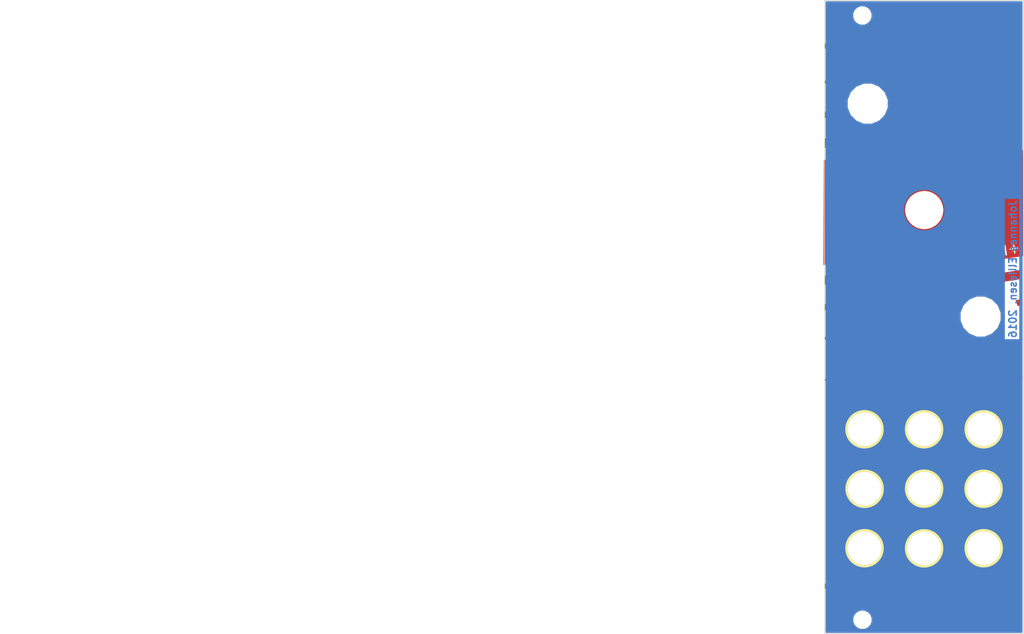
<source format=kicad_pcb>
(kicad_pcb (version 4) (host pcbnew 4.0.1-stable)
  (layers (0 F.Cu signal) (31 B.Cu signal) (34 B.Paste user) (35 F.Paste user) (36 B.SilkS user) (37 F.SilkS user) (38 B.Mask user) (39 F.Mask user) (44 Edge.Cuts user))
  (net 0 "")
  (net 1 GND)
  (module footprints:drill_6.8mm (layer F.Cu) (at 88.825 143.15)
    (fp_text reference W4 hide)
    (fp_text value TEST_1P hide)
    (pad 1 thru_hole circle (at 0 0) (size 7.8 7.8) (drill 6.8) (layers *.Cu *.Mask F.SilkS) (net 1 GND))
  )
  (module footprints:drill_6.8mm (layer F.Cu) (at 88.825 119.025)
    (fp_text reference W3 hide)
    (fp_text value TEST_1P hide)
    (pad 1 thru_hole circle (at 0 0) (size 7.8 7.8) (drill 6.8) (layers *.Cu *.Mask F.SilkS) (net 1 GND))
  )
  (module footprints:drill_6.8mm (layer F.Cu) (at 112.975 143.15)
    (fp_text reference W2 hide)
    (fp_text value TEST_1P hide)
    (pad 1 thru_hole circle (at 0 0) (size 7.8 7.8) (drill 6.8) (layers *.Cu *.Mask F.SilkS) (net 1 GND))
  )
  (module footprints:drill_6.8mm (layer F.Cu) (at 100.9 143.175)
    (fp_text reference W1 hide)
    (fp_text value TEST_1P hide)
    (pad 1 thru_hole circle (at 0 0) (size 7.8 7.8) (drill 6.8) (layers *.Cu *.Mask F.SilkS) (net 1 GND))
  )
  (module footprints:drill_7.7mm_NPTH (layer F.Cu) (at 89.475 53)
    (fp_text reference REF** hide)
    (fp_text value "drill 7.7mm" hide)
    (pad "" np_thru_hole circle (at 0 0) (size 7.7 7.7) (drill 7.7) (layers *.Cu *.Mask F.SilkS))
  )
  (module footprints:drill_7.7mm_NPTH (layer F.Cu) (at 112.35 96.175)
    (fp_text reference REF** hide)
    (fp_text value "drill 7.7mm" hide)
    (pad "" np_thru_hole circle (at 0 0) (size 7.7 7.7) (drill 7.7) (layers *.Cu *.Mask F.SilkS))
  )
  (module footprints:drill_7.7mm_NPTH (layer F.Cu) (at 100.925 74.575)
    (fp_text reference REF** hide)
    (fp_text value "drill 7.7mm" hide)
    (pad "" np_thru_hole circle (at 0 0) (size 7.7 7.7) (drill 7.7) (layers *.Cu *.Mask F.SilkS))
  )
  (module footprints:drill_3.3mm_NPTH (layer F.Cu) (at 88.41 157.66)
    (fp_text reference REF** hide)
    (fp_text value "drill 3.3mm" hide)
    (pad "" np_thru_hole circle (at 0 0) (size 3.3 3.3) (drill 3.3) (layers *.Cu *.Mask F.SilkS))
  )
  (module footprints:drill_3.3mm_NPTH (layer F.Cu) (at 88.39 35.12)
    (fp_text reference REF** hide)
    (fp_text value "drill 3.3mm" hide)
    (pad "" np_thru_hole circle (at 0 0) (size 3.3 3.3) (drill 3.3) (layers *.Cu *.Mask F.SilkS))
  )
  (module footprints:drill_6.8mm (layer F.Cu) (at 88.85 131.1)
    (fp_text reference W5 hide)
    (fp_text value TEST_1P hide)
    (pad 1 thru_hole circle (at 0 0) (size 7.8 7.8) (drill 6.8) (layers *.Cu *.Mask F.SilkS) (net 1 GND))
  )
  (module footprints:drill_6.8mm (layer F.Cu) (at 100.9 131.075)
    (fp_text reference W6 hide)
    (fp_text value TEST_1P hide)
    (pad 1 thru_hole circle (at 0 0) (size 7.8 7.8) (drill 6.8) (layers *.Cu *.Mask F.SilkS) (net 1 GND))
  )
  (module footprints:drill_6.8mm (layer F.Cu) (at 112.95 131.1)
    (fp_text reference W7 hide)
    (fp_text value TEST_1P hide)
    (pad 1 thru_hole circle (at 0 0) (size 7.8 7.8) (drill 6.8) (layers *.Cu *.Mask F.SilkS) (net 1 GND))
  )
  (module footprints:drill_6.8mm (layer F.Cu) (at 100.9 119.025)
    (fp_text reference W8 hide)
    (fp_text value TEST_1P hide)
    (pad 1 thru_hole circle (at 0 0) (size 7.8 7.8) (drill 6.8) (layers *.Cu *.Mask F.SilkS) (net 1 GND))
  )
  (module footprints:drill_6.8mm (layer F.Cu) (at 112.975 119.025)
    (fp_text reference W9 hide)
    (fp_text value TEST_1P hide)
    (pad 1 thru_hole circle (at 0 0) (size 7.8 7.8) (drill 6.8) (layers *.Cu *.Mask F.SilkS) (net 1 GND))
  )
  (module footprints:ripples (layer F.Cu) (at -86.1 56.395)
    (fp_text reference ripples_faceplate hide)
    (fp_text value ripples_value hide)
    (fp_poly (pts (xy 187.972192 97.537979) (xy 188.007339 97.528256) (xy 188.035086 97.52131) (xy 188.055435 97.517143) (xy 188.068384 97.515754) (xy 188.074335 97.517603) (xy 188.082947 97.525001) (xy 188.094218 97.53795) (xy 188.108149 97.556448) (xy 188.12474 97.580496) (xy 188.143991 97.610093) (xy 188.165902 97.645241) (xy 188.190473 97.685938) (xy 188.205706 97.710212) (xy 188.220749 97.73441) (xy 188.235604 97.758534) (xy 188.25027 97.782581) (xy 188.264747 97.806553) (xy 188.279036 97.83045) (xy 188.293136 97.854271) (xy 188.307047 97.878016) (xy 188.32077 97.901686) (xy 188.334303 97.925281) (xy 188.347648 97.9488) (xy 188.360804 97.972243) (xy 188.373772 97.995611) (xy 188.386551 98.018903) (xy 188.408287 98.057229) (xy 188.427248 98.090814) (xy 188.443435 98.11966) (xy 188.456846 98.143765) (xy 188.467483 98.16313) (xy 188.475344 98.177755) (xy 188.480431 98.187639) (xy 188.482743 98.192784) (xy 188.496153 98.220531) (xy 188.510489 98.240879) (xy 188.525751 98.253828) (xy 188.541939 98.259378) (xy 188.557895 98.25753) (xy 188.572463 98.248282) (xy 188.585641 98.231634) (xy 188.597431 98.207587) (xy 188.603778 98.195354) (xy 188.612239 98.1798) (xy 188.622811 98.160924) (xy 188.635496 98.138726) (xy 188.650293 98.113205) (xy 188.667203 98.084363) (xy 188.686225 98.052199) (xy 188.700172 98.027966) (xy 188.713897 98.004104) (xy 188.727401 97.980612) (xy 188.740682 97.957489) (xy 188.753741 97.934737) (xy 188.766579 97.912354) (xy 188.779194 97.890342) (xy 188.791587 97.868699) (xy 188.803759 97.847426) (xy 188.815708 97.826523) (xy 188.837019 97.787159) (xy 188.853594 97.754898) (xy 188.865433 97.729741) (xy 188.872537 97.711687) (xy 188.874904 97.700737) (xy 188.877864 97.679278) (xy 188.886743 97.6593) (xy 188.901541 97.640802) (xy 188.922259 97.623784) (xy 188.948896 97.608245) (xy 188.97049 97.59858) (xy 188.992989 97.590727) (xy 189.016395 97.584687) (xy 189.040707 97.580459) (xy 189.065925 97.578043) (xy 189.092049 97.577439) (xy 189.11908 97.578647) (xy 189.252264 97.586056) (xy 189.252264 99.210192) (xy 189.041387 99.210192) (xy 189.033979 98.618252) (xy 189.0333 98.567583) (xy 189.032551 98.519166) (xy 189.031732 98.473001) (xy 189.030843 98.429088) (xy 189.029884 98.387427) (xy 189.028856 98.348018) (xy 189.027757 98.310861) (xy 189.026589 98.275955) (xy 189.025351 98.243302) (xy 189.024043 98.212901) (xy 189.022665 98.184751) (xy 189.021217 98.158854) (xy 189.019699 98.135209) (xy 189.018111 98.113815) (xy 189.016454 98.094673) (xy 189.014726 98.077784) (xy 189.012929 98.063146) (xy 189.011061 98.05076) (xy 189.009124 98.040627) (xy 189.007117 98.032745) (xy 189.00504 98.027115) (xy 189.002894 98.023737) (xy 189.000677 98.022611) (xy 188.992037 98.026208) (xy 188.980933 98.036999) (xy 188.967367 98.054983) (xy 188.951337 98.080161) (xy 188.932843 98.112533) (xy 188.911886 98.152098) (xy 188.895653 98.18245) (xy 188.88078 98.210084) (xy 188.867265 98.234999) (xy 188.855109 98.257197) (xy 188.844313 98.276677) (xy 188.834875 98.293439) (xy 188.826796 98.307483) (xy 188.817316 98.325684) (xy 188.806657 98.344774) (xy 188.794818 98.364752) (xy 188.781799 98.385618) (xy 188.7676 98.407372) (xy 188.752106 98.432576) (xy 188.738926 98.452693) (xy 188.728061 98.467723) (xy 188.719509 98.477666) (xy 188.702872 98.490604) (xy 188.675112 98.507264) (xy 188.654145 98.515888) (xy 188.635647 98.52205) (xy 188.619617 98.52575) (xy 188.603575 98.52575) (xy 188.580145 98.52575) (xy 188.549326 98.52575) (xy 188.397638 98.533158) (xy 188.286651 98.337077) (xy 188.263768 98.296701) (xy 188.242803 98.261075) (xy 188.223757 98.230199) (xy 188.206629 98.204074) (xy 188.191419 98.182698) (xy 188.178127 98.166072) (xy 188.166754 98.154197) (xy 188.157299 98.147072) (xy 188.149763 98.144697) (xy 188.147339 98.145972) (xy 188.144998 98.149797) (xy 188.142742 98.156173) (xy 188.140569 98.165099) (xy 188.13848 98.176576) (xy 188.136475 98.190602) (xy 188.134554 98.207179) (xy 188.132717 98.226307) (xy 188.130963 98.247984) (xy 188.129294 98.272212) (xy 188.127708 98.29899) (xy 188.126206 98.328319) (xy 188.124788 98.360198) (xy 188.123453 98.394627) (xy 188.122203 98.431606) (xy 188.121036 98.471136) (xy 188.119953 98.513216) (xy 188.118954 98.557846) (xy 188.118039 98.605027) (xy 188.117208 98.654758) (xy 188.11646 98.707039) (xy 188.109052 99.269384) (xy 187.898176 99.269384) (xy 187.898176 97.560155) (xy 187.972164 97.53793) (xy 187.972192 97.537979)) (layer F.Cu) (width 0))
    (fp_poly (pts (xy 189.599161 97.767359) (xy 189.619472 97.731041) (xy 189.638121 97.700311) (xy 189.65511 97.675169) (xy 189.670437 97.655613) (xy 189.684103 97.641645) (xy 189.696108 97.633264) (xy 189.706451 97.63047) (xy 189.726429 97.63195) (xy 189.747886 97.63639) (xy 189.770824 97.643789) (xy 189.795242 97.654148) (xy 189.821139 97.667466) (xy 189.845853 97.682264) (xy 189.866719 97.697063) (xy 189.883737 97.711861) (xy 189.896907 97.726659) (xy 189.906229 97.741458) (xy 189.908368 97.747007) (xy 189.910468 97.754407) (xy 189.912529 97.763656) (xy 189.914552 97.774755) (xy 189.916537 97.787703) (xy 189.918483 97.802502) (xy 189.92039 97.81915) (xy 189.922259 97.837649) (xy 189.92409 97.857996) (xy 189.925882 97.880194) (xy 189.927635 97.904242) (xy 189.92935 97.930139) (xy 189.931027 97.957886) (xy 189.932665 97.987483) (xy 189.934264 98.01893) (xy 189.935825 98.052227) (xy 189.937347 98.087373) (xy 189.938831 98.124369) (xy 189.940276 98.163215) (xy 189.941683 98.203911) (xy 189.943052 98.246457) (xy 189.944381 98.290852) (xy 189.945673 98.337098) (xy 189.946926 98.385193) (xy 189.961707 98.969735) (xy 190.413065 98.969735) (xy 190.442663 97.708163) (xy 190.653543 97.708163) (xy 190.672064 98.459188) (xy 190.990231 98.777354) (xy 191.021692 98.809437) (xy 191.051332 98.840017) (xy 191.079152 98.869094) (xy 191.10515 98.896668) (xy 191.129328 98.922739) (xy 191.151685 98.947307) (xy 191.172221 98.970371) (xy 191.190936 98.991933) (xy 191.20783 99.011992) (xy 191.222903 99.030548) (xy 191.236155 99.047601) (xy 191.247586 99.063151) (xy 191.257197 99.077198) (xy 191.264986 99.089741) (xy 191.270955 99.100782) (xy 191.275102 99.11032) (xy 191.279177 99.127535) (xy 191.278723 99.145354) (xy 191.273739 99.163777) (xy 191.264226 99.182804) (xy 191.250183 99.202435) (xy 191.23161 99.222669) (xy 191.208508 99.243508) (xy 191.193727 99.254585) (xy 191.177772 99.264064) (xy 191.159506 99.266606) (xy 191.138928 99.262212) (xy 191.116038 99.250881) (xy 191.104985 99.242933) (xy 191.091556 99.232245) (xy 191.075753 99.218817) (xy 191.057574 99.202648) (xy 191.03702 99.183739) (xy 191.014092 99.162089) (xy 190.988788 99.137699) (xy 190.961109 99.110568) (xy 190.931056 99.080697) (xy 190.896037 99.046424) (xy 190.863742 99.015131) (xy 190.83417 98.986818) (xy 190.807322 98.961486) (xy 190.783197 98.939134) (xy 190.761796 98.919762) (xy 190.743117 98.90337) (xy 190.727163 98.889959) (xy 190.713931 98.879528) (xy 190.703423 98.872077) (xy 190.695639 98.867607) (xy 190.690578 98.866117) (xy 190.683626 98.870556) (xy 190.677562 98.883875) (xy 190.672383 98.906074) (xy 190.66809 98.937151) (xy 190.664684 98.977108) (xy 190.660517 99.007861) (xy 190.655423 99.033528) (xy 190.649404 99.054107) (xy 190.642459 99.069599) (xy 190.629723 99.084396) (xy 190.611226 99.094262) (xy 190.586967 99.099197) (xy 190.569293 99.103721) (xy 190.550795 99.112352) (xy 190.531475 99.125091) (xy 190.513387 99.137829) (xy 190.498588 99.151394) (xy 190.487078 99.165787) (xy 190.47529 99.184284) (xy 190.458412 99.199083) (xy 190.436444 99.210182) (xy 190.409386 99.217582) (xy 190.396733 99.219798) (xy 190.380972 99.222016) (xy 190.362104 99.224235) (xy 190.340128 99.226455) (xy 190.315044 99.228677) (xy 190.286853 99.2309) (xy 190.255553 99.233125) (xy 190.221147 99.235351) (xy 190.183632 99.237578) (xy 190.14301 99.239807) (xy 190.111181 99.241822) (xy 190.08027 99.243838) (xy 190.050275 99.245855) (xy 190.021198 99.247873) (xy 189.993039 99.249892) (xy 189.965796 99.251913) (xy 189.939471 99.253934) (xy 189.914063 99.255957) (xy 189.889572 99.257981) (xy 189.865999 99.260006) (xy 189.843343 99.262032) (xy 189.721254 99.269441) (xy 189.713845 98.729292) (xy 189.713089 98.679351) (xy 189.712233 98.631709) (xy 189.711276 98.586366) (xy 189.710218 98.543321) (xy 189.70906 98.502575) (xy 189.707801 98.464128) (xy 189.706442 98.427979) (xy 189.704982 98.394128) (xy 189.703422 98.362577) (xy 189.70176 98.333324) (xy 189.699999 98.306369) (xy 189.698136 98.281713) (xy 189.696174 98.259356) (xy 189.69411 98.239298) (xy 189.691946 98.221538) (xy 189.689681 98.206077) (xy 189.687316 98.192914) (xy 189.68485 98.18205) (xy 189.682284 98.173484) (xy 189.679617 98.167218) (xy 189.67685 98.163249) (xy 189.658329 98.163249) (xy 189.646317 98.171575) (xy 189.632435 98.189143) (xy 189.618571 98.210411) (xy 189.606541 98.237241) (xy 189.593705 98.267442) (xy 189.580567 98.294622) (xy 189.567127 98.318783) (xy 189.553386 98.339923) (xy 189.539342 98.358044) (xy 189.524997 98.373144) (xy 189.510349 98.385224) (xy 189.489039 98.396029) (xy 189.466545 98.401802) (xy 189.442868 98.402543) (xy 189.418006 98.398252) (xy 189.39196 98.388928) (xy 189.36524 98.374545) (xy 189.344276 98.360979) (xy 189.329067 98.348232) (xy 189.322086 98.33219) (xy 189.320851 98.30876) (xy 189.325363 98.277941) (xy 189.332165 98.25663) (xy 189.340745 98.234136) (xy 189.351104 98.210458) (xy 189.363242 98.185597) (xy 189.377158 98.159552) (xy 189.385927 98.143064) (xy 189.395793 98.124839) (xy 189.406755 98.104879) (xy 189.418813 98.083184) (xy 189.431967 98.059753) (xy 189.446218 98.034586) (xy 189.461564 98.007684) (xy 189.478007 97.979046) (xy 189.495546 97.948672) (xy 189.599136 97.76739) (xy 189.599161 97.767359)) (layer F.Cu) (width 0))
    (fp_poly (pts (xy 191.688815 97.571274) (xy 191.690553 97.529665) (xy 191.692474 97.491985) (xy 191.694577 97.458232) (xy 191.696864 97.428407) (xy 191.699333 97.40251) (xy 191.701986 97.380541) (xy 191.704821 97.362499) (xy 191.707839 97.348386) (xy 191.71104 97.338201) (xy 191.719371 97.325971) (xy 191.732015 97.316413) (xy 191.748974 97.309527) (xy 191.770246 97.305313) (xy 191.795832 97.30377) (xy 191.825732 97.304899) (xy 191.92192 97.315976) (xy 191.955222 97.767331) (xy 192.284491 97.796929) (xy 192.284491 98.007809) (xy 191.892329 98.037407) (xy 191.892329 99.058504) (xy 192.495368 99.091806) (xy 192.495368 99.302683) (xy 192.136504 99.310091) (xy 192.116774 99.310091) (xy 192.092109 99.310091) (xy 192.062509 99.310091) (xy 192.031729 99.311573) (xy 192.004501 99.313055) (xy 191.980824 99.314536) (xy 191.960698 99.316018) (xy 191.944124 99.3175) (xy 191.926086 99.317268) (xy 191.905274 99.316574) (xy 191.881689 99.315416) (xy 191.85533 99.313795) (xy 191.822446 99.30968) (xy 191.797782 99.30721) (xy 191.781338 99.306387) (xy 191.767367 99.303918) (xy 191.750103 99.296509) (xy 191.729543 99.284162) (xy 191.702718 99.264724) (xy 191.688847 99.25086) (xy 191.682677 99.239771) (xy 191.674046 99.221274) (xy 191.662953 99.195368) (xy 191.654741 99.167825) (xy 191.649814 99.144394) (xy 191.648172 99.125073) (xy 191.647709 99.10912) (xy 191.64632 99.087154) (xy 191.644005 99.059176) (xy 191.640763 99.025184) (xy 191.638096 98.995291) (xy 191.636022 98.967766) (xy 191.63454 98.942608) (xy 191.633651 98.919817) (xy 191.633355 98.899394) (xy 191.633355 98.881616) (xy 191.633355 98.860343) (xy 191.633355 98.835577) (xy 191.633355 98.807316) (xy 191.633355 98.775562) (xy 191.633355 98.740313) (xy 191.633124 98.707247) (xy 191.632429 98.678343) (xy 191.631271 98.653602) (xy 191.629651 98.633022) (xy 191.622243 98.037382) (xy 191.489058 98.022601) (xy 191.452358 98.01802) (xy 191.422169 98.01314) (xy 191.398492 98.007962) (xy 191.381325 98.002484) (xy 191.37067 97.996707) (xy 191.362582 97.983763) (xy 191.356806 97.963417) (xy 191.353339 97.935669) (xy 191.352184 97.900518) (xy 191.352184 97.796929) (xy 191.681449 97.767331) (xy 191.688858 97.57125) (xy 191.688815 97.571274)) (layer F.Cu) (width 0))
    (fp_poly (pts (xy 192.647482 97.793256) (xy 193.483615 97.978249) (xy 193.158047 97.967172) (xy 193.123928 97.967172) (xy 193.093099 97.967172) (xy 193.065557 97.967172) (xy 193.041304 97.967172) (xy 193.020339 97.967172) (xy 193.002662 97.967172) (xy 192.980003 97.966015) (xy 192.956418 97.966246) (xy 192.931908 97.967867) (xy 192.906474 97.970876) (xy 192.876054 97.975811) (xy 192.853856 97.980738) (xy 192.83988 97.985658) (xy 192.827868 97.998611) (xy 192.813986 98.022653) (xy 192.805678 98.048549) (xy 192.802909 98.074448) (xy 192.804761 98.089477) (xy 192.806613 98.108668) (xy 192.808465 98.132022) (xy 192.810317 98.159538) (xy 192.821394 98.27793) (xy 193.483629 98.27793) (xy 193.483615 98.27792) (xy 193.483615 97.978249) (xy 192.647482 97.793256) (xy 192.66783 97.778251) (xy 192.689412 97.765302) (xy 192.712226 97.754408) (xy 192.736274 97.74557) (xy 192.761554 97.738787) (xy 192.788067 97.73406) (xy 192.799988 97.732632) (xy 192.814047 97.731303) (xy 192.830243 97.730072) (xy 192.848577 97.72894) (xy 192.869048 97.727906) (xy 192.891657 97.726971) (xy 192.916403 97.726134) (xy 192.943287 97.725395) (xy 192.972308 97.724755) (xy 193.003467 97.724214) (xy 193.036763 97.723771) (xy 193.072197 97.723426) (xy 193.109769 97.72318) (xy 193.149478 97.723032) (xy 193.191324 97.722983) (xy 193.238383 97.72306) (xy 193.282932 97.72329) (xy 193.324972 97.723674) (xy 193.364504 97.724211) (xy 193.401526 97.724902) (xy 193.436039 97.725747) (xy 193.468043 97.726745) (xy 193.497537 97.727897) (xy 193.524523 97.729202) (xy 193.548999 97.730661) (xy 193.570967 97.732273) (xy 193.590425 97.734039) (xy 193.607374 97.735959) (xy 193.621814 97.738032) (xy 193.633745 97.740259) (xy 193.643167 97.742639) (xy 193.65008 97.745173) (xy 193.664875 97.75544) (xy 193.679674 97.771473) (xy 193.694477 97.79327) (xy 193.702405 97.807843) (xy 193.709276 97.82619) (xy 193.715091 97.848312) (xy 193.719848 97.87421) (xy 193.723549 97.903882) (xy 193.726192 97.93733) (xy 193.727779 97.974552) (xy 193.728492 97.988574) (xy 193.72915 98.004001) (xy 193.729752 98.020835) (xy 193.730298 98.039074) (xy 193.730789 98.058719) (xy 193.731224 98.07977) (xy 193.731604 98.102227) (xy 193.731928 98.126089) (xy 193.732196 98.151358) (xy 193.732409 98.178032) (xy 193.732567 98.206112) (xy 193.732669 98.235598) (xy 193.732715 98.266489) (xy 193.732706 98.298787) (xy 193.732641 98.33249) (xy 193.73252 98.3676) (xy 193.732344 98.404115) (xy 193.732113 98.442036) (xy 193.731826 98.481362) (xy 193.731483 98.522095) (xy 193.724075 99.180629) (xy 193.513198 99.180629) (xy 193.4836 98.547996) (xy 192.821366 98.547996) (xy 192.791768 99.180629) (xy 192.580891 99.180629) (xy 192.56611 97.859864) (xy 192.647499 97.79327) (xy 192.647482 97.793256)) (layer F.Cu) (width 0))
    (fp_poly (pts (xy 194.145602 97.571274) (xy 194.14734 97.529665) (xy 194.14926 97.491985) (xy 194.151364 97.458232) (xy 194.153651 97.428407) (xy 194.15612 97.40251) (xy 194.158772 97.380541) (xy 194.161608 97.362499) (xy 194.164626 97.348386) (xy 194.167827 97.338201) (xy 194.176157 97.325971) (xy 194.188802 97.316413) (xy 194.205759 97.309527) (xy 194.227031 97.305313) (xy 194.252616 97.30377) (xy 194.282515 97.304899) (xy 194.378703 97.315976) (xy 194.412006 97.767331) (xy 194.741271 97.796929) (xy 194.741271 98.007809) (xy 194.349112 98.037407) (xy 194.349112 99.058504) (xy 194.952151 99.091806) (xy 194.952151 99.302683) (xy 194.593288 99.310091) (xy 194.573558 99.310091) (xy 194.548894 99.310091) (xy 194.519296 99.310091) (xy 194.488515 99.311573) (xy 194.461285 99.313055) (xy 194.437606 99.314536) (xy 194.417479 99.316018) (xy 194.400904 99.3175) (xy 194.382866 99.317268) (xy 194.362056 99.316574) (xy 194.338473 99.315416) (xy 194.312117 99.313795) (xy 194.27923 99.30968) (xy 194.254565 99.30721) (xy 194.238122 99.306387) (xy 194.224151 99.303918) (xy 194.206887 99.296509) (xy 194.18633 99.284162) (xy 194.159505 99.264724) (xy 194.145634 99.25086) (xy 194.139464 99.239771) (xy 194.130833 99.221274) (xy 194.11974 99.195368) (xy 194.111528 99.167825) (xy 194.106601 99.144394) (xy 194.104959 99.125073) (xy 194.104495 99.10912) (xy 194.103106 99.087154) (xy 194.100791 99.059176) (xy 194.09755 99.025184) (xy 194.094883 98.995291) (xy 194.092809 98.967766) (xy 194.091327 98.942608) (xy 194.090438 98.919817) (xy 194.090142 98.899394) (xy 194.090142 98.881616) (xy 194.090142 98.860343) (xy 194.090142 98.835577) (xy 194.090142 98.807316) (xy 194.090142 98.775562) (xy 194.090142 98.740313) (xy 194.08991 98.707247) (xy 194.089216 98.678343) (xy 194.088058 98.653602) (xy 194.086438 98.633022) (xy 194.079029 98.037382) (xy 193.945842 98.022601) (xy 193.909142 98.01802) (xy 193.878953 98.01314) (xy 193.855275 98.007962) (xy 193.838108 98.002484) (xy 193.827453 97.996707) (xy 193.819365 97.983763) (xy 193.813589 97.963417) (xy 193.810123 97.935669) (xy 193.808967 97.900518) (xy 193.808967 97.796929) (xy 194.138233 97.767331) (xy 194.145641 97.57125) (xy 194.145602 97.571274)) (layer F.Cu) (width 0))
    (fp_poly (pts (xy 195.119064 97.889445) (xy 196.151274 98.096638) (xy 195.72212 98.08923) (xy 195.675788 98.088448) (xy 195.632057 98.087956) (xy 195.590927 98.087754) (xy 195.552399 98.087841) (xy 195.516472 98.088217) (xy 195.483146 98.088882) (xy 195.452422 98.089837) (xy 195.424299 98.091082) (xy 195.398777 98.092615) (xy 195.375857 98.094439) (xy 195.355538 98.096551) (xy 195.33782 98.098953) (xy 195.322704 98.101644) (xy 195.310189 98.104625) (xy 195.300275 98.107895) (xy 195.292962 98.111455) (xy 195.280939 98.122244) (xy 195.271998 98.13735) (xy 195.266141 98.156773) (xy 195.263367 98.180513) (xy 195.263676 98.208569) (xy 195.267068 98.240942) (xy 195.272852 98.261058) (xy 195.282796 98.277011) (xy 195.2969 98.288804) (xy 195.315163 98.296434) (xy 195.322924 98.297861) (xy 195.333381 98.299191) (xy 195.346535 98.300421) (xy 195.362386 98.301554) (xy 195.380933 98.302588) (xy 195.402177 98.303523) (xy 195.426118 98.30436) (xy 195.452755 98.305099) (xy 195.482089 98.305739) (xy 195.51412 98.30628) (xy 195.548847 98.306723) (xy 195.586271 98.307068) (xy 195.626391 98.307314) (xy 195.669209 98.307462) (xy 195.714722 98.307511) (xy 196.151278 98.307511) (xy 196.151274 98.307518) (xy 196.151274 98.096638) (xy 195.119064 97.889445) (xy 195.127902 97.886117) (xy 195.138385 97.882919) (xy 195.150511 97.879848) (xy 195.164282 97.876907) (xy 195.179697 97.874093) (xy 195.196757 97.871409) (xy 195.215461 97.868852) (xy 195.235809 97.866424) (xy 195.257801 97.864125) (xy 195.281438 97.861954) (xy 195.306719 97.859911) (xy 195.333644 97.857997) (xy 195.362213 97.856211) (xy 195.392427 97.854554) (xy 195.424285 97.853025) (xy 195.457787 97.851625) (xy 195.492934 97.850353) (xy 195.529725 97.84921) (xy 195.56816 97.848195) (xy 195.608239 97.847309) (xy 195.649963 97.846551) (xy 195.693331 97.845921) (xy 195.738343 97.84542) (xy 195.784999 97.845047) (xy 195.833856 97.844494) (xy 195.8807 97.844123) (xy 195.925529 97.843933) (xy 195.968343 97.843926) (xy 196.009144 97.8441) (xy 196.047931 97.844457) (xy 196.084703 97.844995) (xy 196.119461 97.845715) (xy 196.152205 97.846618) (xy 196.182935 97.847702) (xy 196.211651 97.848968) (xy 196.238353 97.850416) (xy 196.26304 97.852045) (xy 196.285713 97.853857) (xy 196.306372 97.855851) (xy 196.325017 97.858026) (xy 196.341648 97.860384) (xy 196.356265 97.862923) (xy 196.368867 97.865645) (xy 196.379456 97.868548) (xy 196.38803 97.871633) (xy 196.39459 97.874901) (xy 196.399136 97.87835) (xy 196.405557 97.886727) (xy 196.411366 97.898407) (xy 196.416564 97.913389) (xy 196.42115 97.931673) (xy 196.425125 97.953259) (xy 196.428488 97.978147) (xy 196.43124 98.006337) (xy 196.43338 98.037829) (xy 196.434909 98.072624) (xy 196.435826 98.110721) (xy 196.436132 98.152119) (xy 196.435906 98.189494) (xy 196.435227 98.223395) (xy 196.434097 98.253823) (xy 196.432515 98.280778) (xy 196.43048 98.304259) (xy 196.427993 98.324267) (xy 196.425054 98.340803) (xy 196.417651 98.370811) (xy 196.405319 98.391775) (xy 196.388059 98.403696) (xy 196.369709 98.413163) (xy 196.353135 98.426775) (xy 196.338336 98.444533) (xy 196.325314 98.466437) (xy 196.314067 98.492486) (xy 196.304824 98.514223) (xy 196.291878 98.531334) (xy 196.275228 98.543821) (xy 196.254874 98.551683) (xy 196.246694 98.553383) (xy 196.236081 98.555007) (xy 196.223037 98.556554) (xy 196.207559 98.558025) (xy 196.18965 98.559419) (xy 196.169308 98.560737) (xy 196.146534 98.561977) (xy 196.121328 98.563141) (xy 196.09369 98.564229) (xy 196.063619 98.565239) (xy 196.031116 98.566173) (xy 195.996181 98.567031) (xy 195.958813 98.567812) (xy 195.919013 98.568516) (xy 195.876781 98.569143) (xy 195.832117 98.569694) (xy 195.78502 98.570168) (xy 195.278174 98.577576) (xy 195.278174 98.999336) (xy 196.269674 99.028934) (xy 196.269674 99.239811) (xy 195.699927 99.239811) (xy 195.651049 99.239776) (xy 195.604142 99.239671) (xy 195.559209 99.239496) (xy 195.516247 99.239252) (xy 195.475257 99.238937) (xy 195.43624 99.238553) (xy 195.399195 99.238099) (xy 195.364122 99.237574) (xy 195.331021 99.23698) (xy 195.299893 99.236316) (xy 195.270736 99.235583) (xy 195.243552 99.234779) (xy 195.21834 99.233905) (xy 195.195101 99.232962) (xy 195.173833 99.231948) (xy 195.154538 99.230865) (xy 195.137215 99.229712) (xy 195.121864 99.228489) (xy 195.108485 99.227196) (xy 195.097078 99.225833) (xy 195.087644 99.2244) (xy 195.080182 99.222898) (xy 195.074692 99.221325) (xy 195.062259 99.21186) (xy 195.051604 99.195288) (xy 195.042725 99.17161) (xy 195.035623 99.140826) (xy 195.030298 99.102937) (xy 195.029576 99.091403) (xy 195.028891 99.078261) (xy 195.028242 99.063508) (xy 195.027631 99.047147) (xy 195.027057 99.029176) (xy 195.02652 99.009596) (xy 195.02602 98.988407) (xy 195.025557 98.965608) (xy 195.025131 98.9412) (xy 195.024742 98.915182) (xy 195.02439 98.887555) (xy 195.024075 98.858319) (xy 195.023797 98.827473) (xy 195.023557 98.795018) (xy 195.023353 98.760954) (xy 195.023186 98.72528) (xy 195.023056 98.687997) (xy 195.022964 98.649105) (xy 195.022908 98.608603) (xy 195.02289 98.566492) (xy 195.02289 97.933856) (xy 195.119078 97.889459) (xy 195.119064 97.889445)) (layer F.Cu) (width 0))
    (fp_poly (pts (xy 197.432775 97.841347) (xy 197.433871 97.793761) (xy 197.435043 97.74931) (xy 197.43629 97.707991) (xy 197.437613 97.669806) (xy 197.439011 97.634754) (xy 197.440485 97.602836) (xy 197.442035 97.574051) (xy 197.44366 97.548399) (xy 197.445361 97.525881) (xy 197.447138 97.506496) (xy 197.44899 97.490244) (xy 197.450918 97.477126) (xy 197.452921 97.467142) (xy 197.455 97.46029) (xy 197.464169 97.445935) (xy 197.479853 97.435428) (xy 197.50205 97.428767) (xy 197.530762 97.425954) (xy 197.565987 97.426988) (xy 197.273743 99.058543) (xy 197.273743 98.459202) (xy 197.025867 98.448125) (xy 196.982695 98.447206) (xy 196.943314 98.447143) (xy 196.907725 98.447937) (xy 196.875926 98.449588) (xy 196.847919 98.452095) (xy 196.823704 98.455458) (xy 196.803279 98.459678) (xy 196.786646 98.464754) (xy 196.773805 98.470686) (xy 196.764754 98.477475) (xy 196.759495 98.48512) (xy 196.75699 98.494384) (xy 196.754852 98.507378) (xy 196.75308 98.524103) (xy 196.751674 98.544558) (xy 196.750635 98.568743) (xy 196.749961 98.596658) (xy 196.749654 98.628303) (xy 196.749713 98.663679) (xy 196.750138 98.702786) (xy 196.750929 98.745622) (xy 196.752087 98.792189) (xy 196.763164 99.058561) (xy 197.273711 99.058561) (xy 197.273743 99.058543) (xy 197.565987 97.426988) (xy 197.66588 97.434396) (xy 197.66588 99.302711) (xy 196.522693 99.302711) (xy 196.504207 98.351904) (xy 196.578199 98.326011) (xy 196.604244 98.314765) (xy 196.626145 98.301743) (xy 196.643903 98.286945) (xy 196.657518 98.27037) (xy 196.666989 98.252019) (xy 196.676462 98.238607) (xy 196.693801 98.22797) (xy 196.719007 98.220108) (xy 196.752079 98.21502) (xy 196.767429 98.213036) (xy 196.785224 98.211113) (xy 196.805466 98.20925) (xy 196.828153 98.207449) (xy 196.853286 98.205707) (xy 196.880866 98.204027) (xy 196.910891 98.202407) (xy 196.943362 98.200848) (xy 196.978279 98.199349) (xy 197.015642 98.197911) (xy 197.055451 98.196534) (xy 197.425416 98.189126) (xy 197.432824 97.841361) (xy 197.432775 97.841347)) (layer F.Cu) (width 0))
    (fp_poly (pts (xy 191.38973 100.018222) (xy 191.424877 100.008514) (xy 191.452624 100.00158) (xy 191.472973 99.997419) (xy 191.485922 99.996032) (xy 191.491873 99.997881) (xy 191.500485 100.00528) (xy 191.511756 100.018228) (xy 191.525686 100.036726) (xy 191.542277 100.060774) (xy 191.561528 100.090372) (xy 191.583438 100.125519) (xy 191.608008 100.166216) (xy 191.623241 100.19049) (xy 191.638285 100.214688) (xy 191.65314 100.238811) (xy 191.667807 100.262858) (xy 191.682284 100.28683) (xy 191.696573 100.310726) (xy 191.710673 100.334547) (xy 191.724585 100.358293) (xy 191.738307 100.381963) (xy 191.751841 100.405558) (xy 191.765186 100.429077) (xy 191.778343 100.452521) (xy 191.79131 100.475889) (xy 191.804089 100.499182) (xy 191.825824 100.537507) (xy 191.844785 100.571093) (xy 191.860971 100.599938) (xy 191.874383 100.624043) (xy 191.885019 100.643408) (xy 191.892881 100.658033) (xy 191.897968 100.667918) (xy 191.900281 100.673062) (xy 191.913691 100.700809) (xy 191.928026 100.721157) (xy 191.943287 100.734106) (xy 191.959473 100.739656) (xy 191.97543 100.737808) (xy 191.989998 100.72856) (xy 192.003176 100.711911) (xy 192.014965 100.687861) (xy 192.021313 100.67563) (xy 192.029773 100.660077) (xy 192.040346 100.641201) (xy 192.053031 100.619003) (xy 192.067828 100.593483) (xy 192.084738 100.564641) (xy 192.10376 100.532477) (xy 192.117707 100.508245) (xy 192.131433 100.484382) (xy 192.144937 100.46089) (xy 192.158219 100.437768) (xy 192.171279 100.415015) (xy 192.184116 100.392632) (xy 192.196732 100.37062) (xy 192.209126 100.348977) (xy 192.221297 100.327704) (xy 192.233247 100.306801) (xy 192.254556 100.267437) (xy 192.27113 100.235176) (xy 192.282968 100.210018) (xy 192.290071 100.191963) (xy 192.292439 100.181011) (xy 192.295399 100.159554) (xy 192.304278 100.139577) (xy 192.319076 100.121078) (xy 192.339794 100.10406) (xy 192.366431 100.08852) (xy 192.388025 100.078856) (xy 192.410525 100.071004) (xy 192.433932 100.064963) (xy 192.458243 100.060735) (xy 192.483461 100.058319) (xy 192.509585 100.057714) (xy 192.536614 100.058922) (xy 192.669802 100.06633) (xy 192.669802 101.690466) (xy 192.458922 101.690466) (xy 192.451514 101.098526) (xy 192.450835 101.047858) (xy 192.450086 100.999441) (xy 192.449267 100.953276) (xy 192.448378 100.909363) (xy 192.447419 100.867702) (xy 192.446391 100.828292) (xy 192.445292 100.791135) (xy 192.444124 100.75623) (xy 192.442885 100.723577) (xy 192.441577 100.693176) (xy 192.440199 100.665026) (xy 192.438751 100.639129) (xy 192.437234 100.615483) (xy 192.435646 100.59409) (xy 192.433988 100.574948) (xy 192.432261 100.558059) (xy 192.430463 100.543421) (xy 192.428596 100.531035) (xy 192.426659 100.520901) (xy 192.424652 100.51302) (xy 192.422575 100.50739) (xy 192.420428 100.504012) (xy 192.418212 100.502886) (xy 192.409572 100.506483) (xy 192.398468 100.517273) (xy 192.384901 100.535258) (xy 192.368871 100.560436) (xy 192.350378 100.592807) (xy 192.329421 100.632373) (xy 192.313188 100.662725) (xy 192.298314 100.690358) (xy 192.284799 100.715274) (xy 192.272643 100.737472) (xy 192.261846 100.756952) (xy 192.252407 100.773714) (xy 192.244327 100.787757) (xy 192.234848 100.805959) (xy 192.224189 100.825049) (xy 192.21235 100.845026) (xy 192.199332 100.865892) (xy 192.185135 100.887646) (xy 192.169641 100.912851) (xy 192.15646 100.932968) (xy 192.145593 100.947998) (xy 192.137041 100.957941) (xy 192.120403 100.970879) (xy 192.092644 100.987539) (xy 192.071677 100.996162) (xy 192.053179 101.002324) (xy 192.037152 101.006025) (xy 192.02111 101.006025) (xy 191.997678 101.006025) (xy 191.966857 101.006025) (xy 191.815173 101.013433) (xy 191.704182 100.817355) (xy 191.681299 100.776979) (xy 191.660334 100.741352) (xy 191.641288 100.710476) (xy 191.62416 100.684349) (xy 191.608951 100.662973) (xy 191.59566 100.646348) (xy 191.584287 100.634472) (xy 191.574833 100.627347) (xy 191.567297 100.624972) (xy 191.564873 100.626247) (xy 191.562533 100.630072) (xy 191.560276 100.636448) (xy 191.558104 100.645374) (xy 191.556015 100.656851) (xy 191.55401 100.670877) (xy 191.552089 100.687454) (xy 191.550251 100.706582) (xy 191.548498 100.72826) (xy 191.546828 100.752488) (xy 191.545242 100.779266) (xy 191.543741 100.808595) (xy 191.542322 100.840474) (xy 191.540988 100.874903) (xy 191.539738 100.911883) (xy 191.538571 100.951412) (xy 191.537488 100.993493) (xy 191.536489 101.038123) (xy 191.535574 101.085304) (xy 191.534743 101.135035) (xy 191.533995 101.187317) (xy 191.526587 101.749662) (xy 191.31571 101.749662) (xy 191.31571 100.040433) (xy 191.389702 100.018208) (xy 191.38973 100.018222)) (layer F.Cu) (width 0))
    (fp_poly (pts (xy 193.016699 100.247602) (xy 193.037009 100.211284) (xy 193.055658 100.180554) (xy 193.072646 100.155412) (xy 193.087972 100.135856) (xy 193.101638 100.121888) (xy 193.113642 100.113507) (xy 193.123986 100.110713) (xy 193.143963 100.112193) (xy 193.165421 100.116633) (xy 193.188359 100.124032) (xy 193.212776 100.134391) (xy 193.238674 100.147709) (xy 193.263389 100.162507) (xy 193.284256 100.177306) (xy 193.301274 100.192104) (xy 193.314445 100.206902) (xy 193.323767 100.221701) (xy 193.325906 100.22725) (xy 193.328006 100.23465) (xy 193.330068 100.243899) (xy 193.332091 100.254998) (xy 193.334075 100.267946) (xy 193.336021 100.282745) (xy 193.337929 100.299393) (xy 193.339798 100.317891) (xy 193.341628 100.338239) (xy 193.34342 100.360437) (xy 193.345174 100.384485) (xy 193.346888 100.410382) (xy 193.348565 100.438129) (xy 193.350203 100.467726) (xy 193.351802 100.499173) (xy 193.353363 100.53247) (xy 193.354885 100.567616) (xy 193.356369 100.604612) (xy 193.357815 100.643458) (xy 193.359222 100.684154) (xy 193.36059 100.7267) (xy 193.36192 100.771095) (xy 193.363211 100.81734) (xy 193.364464 100.865436) (xy 193.379245 101.449978) (xy 193.8306 101.449978) (xy 193.860198 100.188406) (xy 194.071074 100.188406) (xy 194.089595 100.939427) (xy 194.407762 101.257597) (xy 194.439224 101.28968) (xy 194.468864 101.320259) (xy 194.496684 101.349336) (xy 194.522683 101.37691) (xy 194.546861 101.40298) (xy 194.569218 101.427548) (xy 194.589754 101.450613) (xy 194.608469 101.472175) (xy 194.625363 101.492233) (xy 194.640436 101.510789) (xy 194.653688 101.527842) (xy 194.665119 101.543392) (xy 194.674729 101.55744) (xy 194.682518 101.569984) (xy 194.688486 101.581025) (xy 194.692633 101.590563) (xy 194.696709 101.607778) (xy 194.696254 101.625597) (xy 194.691271 101.64402) (xy 194.681758 101.663047) (xy 194.667716 101.682678) (xy 194.649144 101.702912) (xy 194.626043 101.723751) (xy 194.611262 101.734828) (xy 194.595307 101.744307) (xy 194.57704 101.746849) (xy 194.55646 101.742455) (xy 194.533569 101.731124) (xy 194.522516 101.723176) (xy 194.509087 101.712488) (xy 194.493284 101.69906) (xy 194.475105 101.682891) (xy 194.454552 101.663982) (xy 194.431623 101.642332) (xy 194.406319 101.617942) (xy 194.378641 101.590811) (xy 194.348587 101.56094) (xy 194.313569 101.526667) (xy 194.281274 101.495374) (xy 194.251703 101.467061) (xy 194.224855 101.441729) (xy 194.200731 101.419377) (xy 194.179329 101.400005) (xy 194.160651 101.383613) (xy 194.144697 101.370202) (xy 194.131466 101.359771) (xy 194.120958 101.35232) (xy 194.113173 101.34785) (xy 194.108112 101.34636) (xy 194.101161 101.350799) (xy 194.095096 101.364118) (xy 194.089917 101.386317) (xy 194.085625 101.417394) (xy 194.082218 101.457351) (xy 194.078051 101.488104) (xy 194.072958 101.51377) (xy 194.066939 101.534348) (xy 194.059993 101.549839) (xy 194.047258 101.564636) (xy 194.028759 101.574502) (xy 194.004498 101.579437) (xy 193.986824 101.58396) (xy 193.968326 101.592591) (xy 193.949006 101.60533) (xy 193.930918 101.618068) (xy 193.916119 101.631634) (xy 193.904609 101.646027) (xy 193.892821 101.664524) (xy 193.875943 101.679321) (xy 193.853975 101.690419) (xy 193.826917 101.697818) (xy 193.814264 101.700034) (xy 193.798504 101.702251) (xy 193.779637 101.704468) (xy 193.757661 101.706686) (xy 193.732578 101.708904) (xy 193.704387 101.711124) (xy 193.673088 101.713344) (xy 193.638681 101.715564) (xy 193.601167 101.717786) (xy 193.560545 101.720008) (xy 193.528715 101.722023) (xy 193.497803 101.724038) (xy 193.467808 101.726055) (xy 193.438731 101.728073) (xy 193.410571 101.730093) (xy 193.383328 101.732113) (xy 193.357003 101.734135) (xy 193.331594 101.736158) (xy 193.307104 101.738182) (xy 193.28353 101.740207) (xy 193.260874 101.742233) (xy 193.138785 101.749641) (xy 193.131377 101.209496) (xy 193.130621 101.159555) (xy 193.129764 101.111913) (xy 193.128807 101.066569) (xy 193.12775 101.023524) (xy 193.126591 100.982778) (xy 193.125333 100.94433) (xy 193.123973 100.908181) (xy 193.122513 100.874331) (xy 193.120953 100.842779) (xy 193.119292 100.813526) (xy 193.11753 100.786572) (xy 193.115668 100.761916) (xy 193.113705 100.739559) (xy 193.111641 100.7195) (xy 193.109477 100.701741) (xy 193.107213 100.686279) (xy 193.104847 100.673117) (xy 193.102382 100.662253) (xy 193.099815 100.653688) (xy 193.097148 100.647421) (xy 193.094381 100.643454) (xy 193.07586 100.643454) (xy 193.063848 100.651779) (xy 193.049966 100.669348) (xy 193.036102 100.690631) (xy 193.024072 100.717442) (xy 193.011236 100.747643) (xy 192.998099 100.774824) (xy 192.984659 100.798985) (xy 192.970918 100.820126) (xy 192.956875 100.838246) (xy 192.94253 100.853346) (xy 192.927884 100.865425) (xy 192.906573 100.87623) (xy 192.884078 100.882003) (xy 192.860399 100.882744) (xy 192.835537 100.878452) (xy 192.809491 100.869129) (xy 192.782773 100.854746) (xy 192.761808 100.841181) (xy 192.746598 100.828436) (xy 192.739617 100.81241) (xy 192.738382 100.78898) (xy 192.742894 100.758145) (xy 192.749696 100.736834) (xy 192.758276 100.714339) (xy 192.768635 100.690661) (xy 192.780773 100.665799) (xy 192.794689 100.639753) (xy 192.803458 100.623265) (xy 192.813324 100.605041) (xy 192.824286 100.585082) (xy 192.836344 100.563387) (xy 192.849498 100.539956) (xy 192.863749 100.51479) (xy 192.879095 100.487888) (xy 192.895538 100.45925) (xy 192.913078 100.428877) (xy 193.016667 100.247595) (xy 193.016699 100.247602)) (layer F.Cu) (width 0))
    (fp_poly (pts (xy 195.106354 100.051517) (xy 195.108091 100.009908) (xy 195.110012 99.972227) (xy 195.112116 99.938474) (xy 195.114402 99.908649) (xy 195.116872 99.882752) (xy 195.119524 99.860782) (xy 195.122359 99.84274) (xy 195.125377 99.828626) (xy 195.128579 99.81844) (xy 195.136909 99.806211) (xy 195.149553 99.796653) (xy 195.166511 99.789767) (xy 195.187782 99.785552) (xy 195.213368 99.784009) (xy 195.243267 99.785138) (xy 195.339458 99.796215) (xy 195.372761 100.24757) (xy 195.702029 100.277168) (xy 195.702029 100.488044) (xy 195.309867 100.517643) (xy 195.309867 101.53874) (xy 195.912906 101.572042) (xy 195.912906 101.782922) (xy 195.554043 101.790331) (xy 195.534313 101.790331) (xy 195.509649 101.790331) (xy 195.480051 101.790331) (xy 195.449271 101.791812) (xy 195.422042 101.793294) (xy 195.398364 101.794776) (xy 195.378238 101.796257) (xy 195.361662 101.797739) (xy 195.343625 101.797507) (xy 195.322814 101.796813) (xy 195.299229 101.795655) (xy 195.272872 101.794035) (xy 195.239985 101.789919) (xy 195.21532 101.78745) (xy 195.198877 101.786627) (xy 195.184906 101.784161) (xy 195.167642 101.776764) (xy 195.147085 101.764437) (xy 195.12026 101.745016) (xy 195.106389 101.731135) (xy 195.100219 101.720045) (xy 195.091588 101.701547) (xy 195.080495 101.675639) (xy 195.072283 101.648099) (xy 195.067356 101.624668) (xy 195.065714 101.605348) (xy 195.06525 101.589395) (xy 195.063861 101.567429) (xy 195.061546 101.53945) (xy 195.058305 101.505459) (xy 195.055638 101.475565) (xy 195.053564 101.448039) (xy 195.052082 101.422881) (xy 195.051193 101.400091) (xy 195.050897 101.379669) (xy 195.050897 101.361891) (xy 195.050897 101.340618) (xy 195.050897 101.315851) (xy 195.050897 101.287589) (xy 195.050897 101.255834) (xy 195.050897 101.220584) (xy 195.050665 101.187519) (xy 195.049971 101.158617) (xy 195.048813 101.133876) (xy 195.047193 101.113297) (xy 195.039784 100.517657) (xy 194.906597 100.502875) (xy 194.869897 100.498295) (xy 194.839708 100.493415) (xy 194.81603 100.488236) (xy 194.798863 100.482758) (xy 194.788208 100.476981) (xy 194.78012 100.464024) (xy 194.774344 100.443674) (xy 194.770878 100.41593) (xy 194.769722 100.380793) (xy 194.769722 100.277203) (xy 195.098988 100.247605) (xy 195.106396 100.051524) (xy 195.106354 100.051517)) (layer F.Cu) (width 0))
    (fp_poly (pts (xy 196.065017 100.273496) (xy 196.901146 100.458531) (xy 196.575574 100.447454) (xy 196.541456 100.447454) (xy 196.510627 100.447454) (xy 196.483086 100.447454) (xy 196.458833 100.447454) (xy 196.437869 100.447454) (xy 196.420193 100.447454) (xy 196.397532 100.446296) (xy 196.373947 100.446528) (xy 196.349436 100.448148) (xy 196.324001 100.451158) (xy 196.293582 100.456093) (xy 196.271386 100.46102) (xy 196.257411 100.465939) (xy 196.245399 100.478893) (xy 196.231517 100.502935) (xy 196.223209 100.528831) (xy 196.22044 100.55473) (xy 196.222292 100.569758) (xy 196.224144 100.588949) (xy 196.225996 100.612303) (xy 196.227848 100.63982) (xy 196.238925 100.758209) (xy 196.90116 100.758209) (xy 196.901146 100.758202) (xy 196.901146 100.458531) (xy 196.065017 100.273496) (xy 196.085365 100.258492) (xy 196.106947 100.245543) (xy 196.129761 100.23465) (xy 196.153808 100.225813) (xy 196.179089 100.21903) (xy 196.205602 100.214303) (xy 196.217523 100.212875) (xy 196.231582 100.211546) (xy 196.247778 100.210315) (xy 196.266112 100.209183) (xy 196.286583 100.208149) (xy 196.309192 100.207214) (xy 196.333939 100.206377) (xy 196.360823 100.205638) (xy 196.389844 100.204998) (xy 196.421003 100.204457) (xy 196.4543 100.204013) (xy 196.489734 100.203669) (xy 196.527306 100.203423) (xy 196.567015 100.203275) (xy 196.608862 100.203226) (xy 196.65592 100.203303) (xy 196.70047 100.203533) (xy 196.74251 100.203918) (xy 196.782041 100.204456) (xy 196.819062 100.205148) (xy 196.853575 100.205994) (xy 196.885579 100.206994) (xy 196.915074 100.208148) (xy 196.942059 100.209455) (xy 196.966536 100.210916) (xy 196.988503 100.212531) (xy 197.007962 100.2143) (xy 197.024911 100.216222) (xy 197.039352 100.218299) (xy 197.051283 100.220529) (xy 197.060705 100.222913) (xy 197.067618 100.225451) (xy 197.082413 100.235718) (xy 197.097211 100.251751) (xy 197.112012 100.273549) (xy 197.11994 100.28812) (xy 197.126811 100.306467) (xy 197.132625 100.328588) (xy 197.137383 100.354485) (xy 197.141083 100.384157) (xy 197.143727 100.417605) (xy 197.145314 100.454827) (xy 197.146027 100.468849) (xy 197.146684 100.484277) (xy 197.147286 100.50111) (xy 197.147833 100.51935) (xy 197.148323 100.538995) (xy 197.148759 100.560046) (xy 197.149138 100.582503) (xy 197.149462 100.606366) (xy 197.149731 100.631635) (xy 197.149944 100.658309) (xy 197.150101 100.686389) (xy 197.150203 100.715875) (xy 197.15025 100.746767) (xy 197.15024 100.779065) (xy 197.150176 100.812768) (xy 197.150055 100.847878) (xy 197.149879 100.884393) (xy 197.149648 100.922314) (xy 197.149361 100.961641) (xy 197.149018 101.002373) (xy 197.14161 101.660907) (xy 196.93073 101.660907) (xy 196.901132 101.028271) (xy 196.238897 101.028271) (xy 196.209299 101.660907) (xy 195.998419 101.660907) (xy 195.983638 100.340142) (xy 196.065027 100.273549) (xy 196.065017 100.273496)) (layer F.Cu) (width 0))
    (fp_poly (pts (xy 197.22647 100.880235) (xy 197.99227 101.057841) (xy 197.744398 101.050432) (xy 197.701225 101.049483) (xy 197.661844 101.049329) (xy 197.626254 101.04997) (xy 197.594455 101.051407) (xy 197.566448 101.053639) (xy 197.542232 101.056667) (xy 197.521807 101.06049) (xy 197.505174 101.065108) (xy 197.492332 101.070521) (xy 197.483281 101.07673) (xy 197.478022 101.083734) (xy 197.475057 101.094833) (xy 197.47273 101.110043) (xy 197.471041 101.129363) (xy 197.469991 101.152795) (xy 197.469579 101.180336) (xy 197.469806 101.211989) (xy 197.470672 101.247752) (xy 197.472176 101.287626) (xy 197.474318 101.33161) (xy 197.481726 101.53879) (xy 197.992277 101.53879) (xy 197.99227 101.53879) (xy 197.99227 101.057841) (xy 197.22647 100.880235) (xy 197.22649 100.828082) (xy 197.226547 100.7776) (xy 197.226643 100.728789) (xy 197.226778 100.681648) (xy 197.226951 100.636179) (xy 197.227163 100.59238) (xy 197.227413 100.550252) (xy 197.227701 100.509795) (xy 197.228028 100.471009) (xy 197.228394 100.433893) (xy 197.228798 100.398449) (xy 197.22924 100.364675) (xy 197.229721 100.332572) (xy 197.230241 100.302139) (xy 197.230798 100.273378) (xy 197.231395 100.246287) (xy 197.232029 100.220867) (xy 197.232703 100.197118) (xy 197.233414 100.17504) (xy 197.234165 100.154632) (xy 197.234953 100.135895) (xy 197.23578 100.118829) (xy 197.236646 100.103434) (xy 197.23755 100.08971) (xy 197.238493 100.077657) (xy 197.239474 100.067274) (xy 197.240493 100.058562) (xy 197.241551 100.051521) (xy 197.242648 100.046151) (xy 197.243783 100.042451) (xy 197.244956 100.040422) (xy 197.256656 100.032867) (xy 197.273975 100.027982) (xy 197.296913 100.025767) (xy 197.325471 100.026221) (xy 197.359647 100.029345) (xy 197.452135 100.036753) (xy 197.481733 100.787775) (xy 197.777703 100.798852) (xy 197.818325 100.799704) (xy 197.855839 100.800777) (xy 197.890245 100.802072) (xy 197.921544 100.803588) (xy 197.949735 100.805326) (xy 197.974819 100.807285) (xy 197.996795 100.809466) (xy 198.015664 100.811868) (xy 198.031425 100.814492) (xy 198.044079 100.817338) (xy 198.062782 100.823499) (xy 198.081896 100.832129) (xy 198.101421 100.843227) (xy 198.121357 100.856794) (xy 198.141705 100.872829) (xy 198.162464 100.891333) (xy 198.18199 100.912092) (xy 198.198638 100.932439) (xy 198.212408 100.952376) (xy 198.223302 100.971901) (xy 198.231317 100.991015) (xy 198.236455 101.009718) (xy 198.238378 101.021276) (xy 198.240117 101.035769) (xy 198.241674 101.053197) (xy 198.243047 101.07356) (xy 198.244237 101.096859) (xy 198.245244 101.123093) (xy 198.246068 101.152262) (xy 198.246709 101.184366) (xy 198.247167 101.219406) (xy 198.247441 101.25738) (xy 198.247533 101.29829) (xy 198.247422 101.33906) (xy 198.24709 101.377019) (xy 198.246536 101.412166) (xy 198.24576 101.444501) (xy 198.244763 101.474024) (xy 198.243545 101.500736) (xy 198.242105 101.524635) (xy 198.240443 101.545724) (xy 198.23856 101.564) (xy 198.236455 101.579465) (xy 198.23194 101.602587) (xy 198.225778 101.625092) (xy 198.217969 101.646981) (xy 198.208514 101.668253) (xy 198.197412 101.688909) (xy 198.184664 101.708948) (xy 198.11807 101.797739) (xy 197.725908 101.797739) (xy 197.686908 101.797662) (xy 197.650066 101.797431) (xy 197.615383 101.797047) (xy 197.582857 101.796508) (xy 197.552489 101.795816) (xy 197.52428 101.79497) (xy 197.498229 101.79397) (xy 197.474336 101.792816) (xy 197.4526 101.791508) (xy 197.433023 101.790046) (xy 197.415605 101.788431) (xy 197.400344 101.786662) (xy 197.368378 101.781489) (xy 197.340556 101.774834) (xy 197.316878 101.766695) (xy 197.297343 101.757074) (xy 197.281952 101.745969) (xy 197.27191 101.734416) (xy 197.262925 101.718786) (xy 197.254998 101.699079) (xy 197.248127 101.675296) (xy 197.242314 101.647436) (xy 197.237557 101.615499) (xy 197.233858 101.579486) (xy 197.233277 101.568138) (xy 197.23272 101.555406) (xy 197.232186 101.541288) (xy 197.231676 101.525785) (xy 197.231191 101.508897) (xy 197.230728 101.490623) (xy 197.23029 101.470965) (xy 197.229875 101.449921) (xy 197.229484 101.427493) (xy 197.229116 101.403679) (xy 197.228772 101.37848) (xy 197.228452 101.351896) (xy 197.228156 101.323927) (xy 197.227883 101.294572) (xy 197.227635 101.263833) (xy 197.227409 101.231708) (xy 197.227208 101.198199) (xy 197.22703 101.163304) (xy 197.226876 101.127024) (xy 197.226746 101.089359) (xy 197.226639 101.050308) (xy 197.226556 101.009873) (xy 197.226497 100.968052) (xy 197.226461 100.924847) (xy 197.226449 100.880256) (xy 197.22647 100.880235)) (layer F.Cu) (width 0))
    (fp_poly (pts (xy 198.339766 100.280897) (xy 198.350121 100.273342) (xy 198.366398 100.268457) (xy 198.388596 100.266241) (xy 198.416716 100.266695) (xy 198.450757 100.26982) (xy 198.543249 100.277228) (xy 198.572847 101.450009) (xy 199.50515 101.479608) (xy 199.50515 101.690488) (xy 198.935407 101.708973) (xy 198.884415 101.710592) (xy 198.835701 101.71209) (xy 198.789265 101.713465) (xy 198.745106 101.714718) (xy 198.703225 101.715849) (xy 198.663623 101.716857) (xy 198.626298 101.717744) (xy 198.591251 101.718508) (xy 198.558482 101.71915) (xy 198.52799 101.71967) (xy 198.499777 101.720068) (xy 198.473841 101.720344) (xy 198.450183 101.720497) (xy 198.428803 101.720528) (xy 198.409701 101.720438) (xy 198.392877 101.720225) (xy 198.378331 101.719889) (xy 198.366062 101.719432) (xy 198.356071 101.718853) (xy 198.348359 101.718151) (xy 198.342924 101.717327) (xy 198.339766 101.716381) (xy 198.33809 101.714232) (xy 198.336479 101.710057) (xy 198.334933 101.703858) (xy 198.333454 101.695633) (xy 198.33204 101.685383) (xy 198.330692 101.673108) (xy 198.32941 101.658808) (xy 198.328194 101.642484) (xy 198.327043 101.624134) (xy 198.325958 101.603759) (xy 198.324939 101.581359) (xy 198.323985 101.556934) (xy 198.323098 101.530483) (xy 198.322276 101.502008) (xy 198.32152 101.471508) (xy 198.320829 101.438983) (xy 198.320204 101.404432) (xy 198.319646 101.367857) (xy 198.319152 101.329257) (xy 198.318725 101.288631) (xy 198.318363 101.24598) (xy 198.318067 101.201305) (xy 198.317837 101.154604) (xy 198.317673 101.105879) (xy 198.317574 101.055128) (xy 198.317541 101.002352) (xy 198.317574 100.949567) (xy 198.317673 100.898784) (xy 198.317837 100.850005) (xy 198.318067 100.803229) (xy 198.318363 100.758456) (xy 198.318725 100.715685) (xy 198.319152 100.674918) (xy 198.319646 100.636154) (xy 198.320204 100.599393) (xy 198.320829 100.564636) (xy 198.32152 100.531881) (xy 198.322276 100.501129) (xy 198.323098 100.47238) (xy 198.323985 100.445635) (xy 198.324939 100.420892) (xy 198.325958 100.398152) (xy 198.327043 100.377416) (xy 198.328194 100.358682) (xy 198.32941 100.341952) (xy 198.330692 100.327225) (xy 198.33204 100.314501) (xy 198.333454 100.303779) (xy 198.334933 100.295061) (xy 198.336479 100.288346) (xy 198.33809 100.283634) (xy 198.339766 100.280925) (xy 198.339766 100.280897)) (layer F.Cu) (width 0))
    (fp_poly (pts (xy 199.678283 100.369688) (xy 200.710493 100.576881) (xy 200.281339 100.569473) (xy 200.235007 100.568691) (xy 200.191276 100.568199) (xy 200.150146 100.567995) (xy 200.111618 100.568081) (xy 200.07569 100.568456) (xy 200.042365 100.56912) (xy 200.01164 100.570074) (xy 199.983517 100.571316) (xy 199.957995 100.572847) (xy 199.935074 100.574668) (xy 199.914755 100.576777) (xy 199.897037 100.579176) (xy 199.88192 100.581864) (xy 199.869405 100.584841) (xy 199.859491 100.588107) (xy 199.852178 100.591662) (xy 199.840154 100.602452) (xy 199.831213 100.617558) (xy 199.825356 100.636981) (xy 199.822582 100.660721) (xy 199.822891 100.688777) (xy 199.826284 100.721149) (xy 199.832068 100.741265) (xy 199.842012 100.75722) (xy 199.856117 100.769013) (xy 199.874382 100.776645) (xy 199.882142 100.778073) (xy 199.8926 100.779402) (xy 199.905754 100.780633) (xy 199.921605 100.781765) (xy 199.940152 100.782799) (xy 199.961396 100.783734) (xy 199.985337 100.784571) (xy 200.011974 100.78531) (xy 200.041308 100.78595) (xy 200.073339 100.786491) (xy 200.108066 100.786934) (xy 200.14549 100.787279) (xy 200.18561 100.787525) (xy 200.228427 100.787673) (xy 200.273941 100.787722) (xy 200.710497 100.787722) (xy 200.710493 100.787761) (xy 200.710493 100.576881) (xy 199.678283 100.369688) (xy 199.687121 100.36636) (xy 199.697603 100.363162) (xy 199.70973 100.360091) (xy 199.723501 100.35715) (xy 199.738916 100.354336) (xy 199.755976 100.351652) (xy 199.77468 100.349095) (xy 199.795028 100.346667) (xy 199.81702 100.344368) (xy 199.840657 100.342197) (xy 199.865938 100.340154) (xy 199.892863 100.33824) (xy 199.921432 100.336454) (xy 199.951646 100.334797) (xy 199.983504 100.333268) (xy 200.017006 100.331868) (xy 200.052153 100.330596) (xy 200.088943 100.329453) (xy 200.127378 100.328438) (xy 200.167458 100.327552) (xy 200.209181 100.326794) (xy 200.252549 100.326164) (xy 200.297562 100.325663) (xy 200.344218 100.32529) (xy 200.393075 100.324737) (xy 200.439918 100.324366) (xy 200.484747 100.324176) (xy 200.527562 100.324169) (xy 200.568363 100.324343) (xy 200.607149 100.3247) (xy 200.643922 100.325238) (xy 200.67868 100.325958) (xy 200.711424 100.326861) (xy 200.742154 100.327945) (xy 200.77087 100.329211) (xy 200.797571 100.330659) (xy 200.822259 100.332288) (xy 200.844932 100.3341) (xy 200.865591 100.336094) (xy 200.884236 100.338269) (xy 200.900867 100.340627) (xy 200.915484 100.343166) (xy 200.928086 100.345888) (xy 200.938675 100.348791) (xy 200.947249 100.351876) (xy 200.953809 100.355144) (xy 200.958355 100.358593) (xy 200.964776 100.366971) (xy 200.970585 100.378651) (xy 200.975783 100.393633) (xy 200.980369 100.411918) (xy 200.984344 100.433504) (xy 200.987707 100.458393) (xy 200.990459 100.486583) (xy 200.992599 100.518076) (xy 200.994128 100.55287) (xy 200.995045 100.590967) (xy 200.995351 100.632366) (xy 200.995124 100.66974) (xy 200.994446 100.703641) (xy 200.993316 100.734069) (xy 200.991734 100.761024) (xy 200.989699 100.784506) (xy 200.987212 100.804514) (xy 200.984273 100.821049) (xy 200.97687 100.851057) (xy 200.964538 100.872021) (xy 200.947278 100.883942) (xy 200.928928 100.893409) (xy 200.912354 100.907022) (xy 200.897555 100.92478) (xy 200.884533 100.946684) (xy 200.873286 100.972733) (xy 200.864043 100.994468) (xy 200.851096 101.011579) (xy 200.834445 101.024066) (xy 200.81409 101.031929) (xy 200.80591 101.03363) (xy 200.795298 101.035254) (xy 200.782253 101.036801) (xy 200.766776 101.038272) (xy 200.748867 101.039666) (xy 200.728526 101.040983) (xy 200.705752 101.042224) (xy 200.680546 101.043388) (xy 200.652908 101.044475) (xy 200.622837 101.045486) (xy 200.590334 101.04642) (xy 200.555399 101.047277) (xy 200.518032 101.048058) (xy 200.478232 101.048762) (xy 200.436 101.04939) (xy 200.391336 101.04994) (xy 200.344239 101.050415) (xy 199.837389 101.057823) (xy 199.837389 101.479579) (xy 200.828892 101.509177) (xy 200.828892 101.720054) (xy 200.259146 101.720054) (xy 200.210267 101.720019) (xy 200.163361 101.719914) (xy 200.118427 101.719739) (xy 200.075466 101.719495) (xy 200.034476 101.71918) (xy 199.995459 101.718796) (xy 199.958414 101.718342) (xy 199.923341 101.717817) (xy 199.89024 101.717223) (xy 199.859112 101.716559) (xy 199.829955 101.715826) (xy 199.802771 101.715022) (xy 199.777559 101.714148) (xy 199.75432 101.713205) (xy 199.733052 101.712191) (xy 199.713757 101.711108) (xy 199.696433 101.709955) (xy 199.681082 101.708732) (xy 199.667704 101.707439) (xy 199.656297 101.706076) (xy 199.646863 101.704643) (xy 199.639401 101.703141) (xy 199.633911 101.701568) (xy 199.621478 101.692103) (xy 199.610822 101.675531) (xy 199.601943 101.651853) (xy 199.59484 101.621069) (xy 199.589513 101.58318) (xy 199.588791 101.571646) (xy 199.588106 101.558503) (xy 199.587458 101.543751) (xy 199.586846 101.52739) (xy 199.586272 101.509419) (xy 199.585735 101.489839) (xy 199.585235 101.46865) (xy 199.584772 101.445851) (xy 199.584346 101.421443) (xy 199.583957 101.395425) (xy 199.583605 101.367798) (xy 199.58329 101.338562) (xy 199.583013 101.307716) (xy 199.582772 101.275261) (xy 199.582568 101.241197) (xy 199.582401 101.205523) (xy 199.582272 101.16824) (xy 199.582179 101.129348) (xy 199.582124 101.088846) (xy 199.582105 101.046735) (xy 199.582105 100.414099) (xy 199.678297 100.369702) (xy 199.678283 100.369688)) (layer F.Cu) (width 0))
    (fp_poly (pts (xy 201.074486 100.591662) (xy 201.071856 100.542744) (xy 201.069516 100.496802) (xy 201.067464 100.453838) (xy 201.065702 100.41385) (xy 201.064228 100.37684) (xy 201.063042 100.342806) (xy 201.062146 100.31175) (xy 201.061539 100.283671) (xy 201.06122 100.258568) (xy 201.06119 100.236443) (xy 201.061449 100.217295) (xy 201.061997 100.201123) (xy 201.062834 100.187929) (xy 201.06396 100.177712) (xy 201.065374 100.170472) (xy 201.067077 100.166209) (xy 201.069813 100.163703) (xy 201.075065 100.161363) (xy 201.082833 100.159189) (xy 201.093117 100.157182) (xy 201.105917 100.155341) (xy 201.121233 100.153666) (xy 201.139064 100.152158) (xy 201.159412 100.150816) (xy 201.182275 100.149641) (xy 201.207655 100.148632) (xy 201.23555 100.147789) (xy 201.265961 100.147112) (xy 201.298889 100.146602) (xy 201.334332 100.146258) (xy 201.372291 100.146081) (xy 201.412766 100.146069) (xy 201.455757 100.146225) (xy 201.501263 100.146546) (xy 201.549286 100.147034) (xy 201.599825 100.147688) (xy 202.114076 100.155096) (xy 202.114076 100.365973) (xy 201.333453 100.399275) (xy 201.333453 100.758138) (xy 201.67382 100.769215) (xy 201.717328 100.76998) (xy 201.757718 100.770929) (xy 201.794989 100.77206) (xy 201.829142 100.773374) (xy 201.860176 100.774871) (xy 201.888091 100.776552) (xy 201.912888 100.778416) (xy 201.934566 100.780462) (xy 201.953125 100.782692) (xy 201.968566 100.785105) (xy 201.980888 100.787701) (xy 202.000722 100.792833) (xy 202.020761 100.800846) (xy 202.041006 100.811738) (xy 202.061456 100.825511) (xy 202.082112 100.842163) (xy 202.102974 100.861696) (xy 202.12363 100.882558) (xy 202.141204 100.903214) (xy 202.155694 100.923664) (xy 202.167101 100.943909) (xy 202.175425 100.963948) (xy 202.180666 100.983782) (xy 202.182305 100.994202) (xy 202.183812 101.007249) (xy 202.185189 101.022923) (xy 202.186434 101.041224) (xy 202.187549 101.062152) (xy 202.188532 101.085707) (xy 202.189384 101.111889) (xy 202.190105 101.140698) (xy 202.190695 101.172135) (xy 202.191154 101.206198) (xy 202.191481 101.242888) (xy 202.191678 101.282205) (xy 202.191743 101.324149) (xy 202.19157 101.369975) (xy 202.19105 101.413113) (xy 202.190183 101.453563) (xy 202.188969 101.491325) (xy 202.187408 101.526399) (xy 202.185501 101.558785) (xy 202.183246 101.588483) (xy 202.180645 101.615493) (xy 202.177697 101.639815) (xy 202.174402 101.661449) (xy 202.170761 101.680396) (xy 202.166772 101.696654) (xy 202.162437 101.710224) (xy 202.157755 101.721106) (xy 202.152726 101.729301) (xy 202.14735 101.734807) (xy 202.142152 101.738035) (xy 202.134697 101.74106) (xy 202.124986 101.743882) (xy 202.113017 101.746499) (xy 202.098792 101.748914) (xy 202.08231 101.751124) (xy 202.063571 101.753131) (xy 202.042576 101.754935) (xy 202.019324 101.756535) (xy 201.993815 101.757932) (xy 201.966049 101.759124) (xy 201.936027 101.760114) (xy 201.903747 101.7609) (xy 201.869211 101.761482) (xy 201.832418 101.761861) (xy 201.793369 101.762036) (xy 201.752062 101.762007) (xy 201.708499 101.761775) (xy 201.662679 101.76134) (xy 201.614603 101.760701) (xy 201.122555 101.749624) (xy 201.122555 101.538744) (xy 201.936473 101.509146) (xy 201.936473 101.028197) (xy 201.092957 100.998599) (xy 201.074436 100.591638) (xy 201.074486 100.591662)) (layer F.Cu) (width 0))
    (fp_poly (pts (xy 180.253912 96.223007) (xy 180.361975 96.533349) (xy 180.724122 96.608311) (xy 180.84153 96.844235) (xy 181.526141 97.096139) (xy 181.832613 97.498524) (xy 182.122004 97.462146) (xy 182.33202 97.697516) (xy 182.312723 97.948866) (xy 182.655027 98.177071) (xy 183.121903 97.990212) (xy 183.188599 98.156127) (xy 183.476336 98.403071) (xy 183.360028 98.533158) (xy 183.541377 98.822545) (xy 183.255299 99.203986) (xy 183.575554 99.272887) (xy 183.458697 99.739768) (xy 183.992273 99.978993) (xy 183.976292 100.670773) (xy 184.263475 101.435856) (xy 185.344407 102.358038) (xy 185.585291 102.851927) (xy 179.319626 102.851927) (xy 179.88462 101.890057) (xy 179.616731 101.300255) (xy 179.993212 100.487215) (xy 179.637676 100.382483) (xy 179.637676 100.005452) (xy 179.390731 100.093646) (xy 179.390731 99.95033) (xy 179.251275 99.747483) (xy 179.638226 99.478493) (xy 179.573185 99.334623) (xy 179.87911 99.265172) (xy 180.04723 98.52158) (xy 179.779891 98.395906) (xy 179.954072 98.073993) (xy 179.971181 97.479235) (xy 180.353176 97.097243) (xy 180.191117 96.736196) (xy 180.361996 96.533349) (xy 180.361975 96.533349) (xy 180.253912 96.223007) (xy 179.860346 96.690438) (xy 180.015787 97.0355) (xy 179.692226 97.359061) (xy 179.674058 97.998474) (xy 179.389627 98.523778) (xy 179.722014 98.680323) (xy 179.64319 99.029795) (xy 179.173004 99.136733) (xy 179.284348 99.380918) (xy 178.85991 99.67637) (xy 179.108509 100.037967) (xy 179.108509 100.494377) (xy 179.355454 100.406182) (xy 179.355454 100.593592) (xy 179.599643 100.665248) (xy 179.305846 101.299148) (xy 179.56712 101.873512) (xy 178.826837 103.134142) (xy 179.073231 103.134142) (xy 186.037287 103.134142) (xy 185.572612 102.181092) (xy 184.501603 101.268833) (xy 184.259615 100.622806) (xy 184.278912 99.798191) (xy 183.789436 99.578806) (xy 183.920074 99.057908) (xy 183.74589 99.020425) (xy 183.883141 98.837422) (xy 183.711712 98.562365) (xy 183.878181 98.375502) (xy 183.42453 97.986896) (xy 183.27956 97.623644) (xy 182.688107 97.860115) (xy 182.607077 97.806097) (xy 182.623058 97.59884) (xy 182.233351 97.163929) (xy 181.958294 97.198113) (xy 181.700322 96.859669) (xy 181.044381 96.617684) (xy 180.914841 96.359715) (xy 180.253933 96.223014) (xy 180.253912 96.223007)) (layer F.Cu) (width 0))
    (fp_poly (pts (xy 180.541182 98.98459) (xy 180.581212 98.973359) (xy 180.616633 98.963856) (xy 180.647447 98.95608) (xy 180.673654 98.950032) (xy 180.695252 98.945713) (xy 180.712243 98.943121) (xy 180.724627 98.942257) (xy 180.730051 98.942821) (xy 180.736919 98.946396) (xy 180.745229 98.952981) (xy 180.754981 98.962577) (xy 180.766176 98.975183) (xy 180.778813 98.990799) (xy 180.792893 99.009426) (xy 180.808415 99.031063) (xy 180.82538 99.05571) (xy 180.843787 99.083368) (xy 180.863637 99.114036) (xy 180.884929 99.147715) (xy 180.907663 99.184404) (xy 180.93184 99.224103) (xy 180.95746 99.266812) (xy 180.972568 99.290834) (xy 180.987579 99.314817) (xy 181.002493 99.338762) (xy 181.017311 99.362667) (xy 181.032032 99.386534) (xy 181.046656 99.410363) (xy 181.061183 99.434152) (xy 181.075614 99.457903) (xy 181.089948 99.481615) (xy 181.104184 99.505288) (xy 181.118325 99.528923) (xy 181.132368 99.552519) (xy 181.146315 99.576076) (xy 181.160164 99.599595) (xy 181.173917 99.623074) (xy 181.187574 99.646516) (xy 181.201133 99.669918) (xy 181.214596 99.693282) (xy 181.227962 99.716607) (xy 181.241231 99.739893) (xy 181.254403 99.76314) (xy 181.267478 99.786349) (xy 181.280457 99.809519) (xy 181.293339 99.832651) (xy 181.306124 99.855743) (xy 181.318813 99.878797) (xy 181.331404 99.901812) (xy 181.355739 99.944686) (xy 181.378345 99.984607) (xy 181.399224 100.021577) (xy 181.418375 100.055595) (xy 181.435798 100.086661) (xy 181.451493 100.114775) (xy 181.46546 100.139937) (xy 181.477699 100.162148) (xy 181.48821 100.181407) (xy 181.496994 100.197714) (xy 181.504049 100.211069) (xy 181.509377 100.221472) (xy 181.512977 100.228924) (xy 181.514849 100.233424) (xy 181.529248 100.26539) (xy 181.544223 100.292748) (xy 181.559774 100.315498) (xy 181.575901 100.333641) (xy 181.592604 100.347176) (xy 181.609883 100.356104) (xy 181.627738 100.360424) (xy 181.645449 100.360136) (xy 181.662295 100.35524) (xy 181.678278 100.345736) (xy 181.693398 100.331625) (xy 181.707653 100.312907) (xy 181.721044 100.28958) (xy 181.733571 100.261646) (xy 181.739583 100.249873) (xy 181.746764 100.236262) (xy 181.755113 100.220815) (xy 181.764632 100.203531) (xy 181.77532 100.18441) (xy 181.787177 100.163452) (xy 181.800202 100.140658) (xy 181.814397 100.116026) (xy 181.82976 100.089557) (xy 181.846293 100.061251) (xy 181.863994 100.031109) (xy 181.882865 99.999129) (xy 181.902904 99.965312) (xy 181.917734 99.939551) (xy 181.932433 99.914007) (xy 181.947002 99.888681) (xy 181.961439 99.863573) (xy 181.975746 99.838683) (xy 181.989923 99.81401) (xy 182.003969 99.789555) (xy 182.017884 99.765318) (xy 182.031668 99.741299) (xy 182.045322 99.717497) (xy 182.058845 99.693913) (xy 182.072238 99.670547) (xy 182.085499 99.647399) (xy 182.098631 99.624468) (xy 182.111631 99.601755) (xy 182.124501 99.57926) (xy 182.13724 99.556983) (xy 182.149849 99.534924) (xy 182.171298 99.495695) (xy 182.190489 99.459852) (xy 182.207422 99.427397) (xy 182.222098 99.398328) (xy 182.234515 99.372646) (xy 182.244675 99.35035) (xy 182.252578 99.331441) (xy 182.258222 99.315919) (xy 182.261609 99.303784) (xy 182.262738 99.295035) (xy 182.264149 99.274221) (xy 182.268382 99.254112) (xy 182.275438 99.23471) (xy 182.285315 99.216012) (xy 182.298015 99.198021) (xy 182.313538 99.180735) (xy 182.331882 99.164154) (xy 182.353049 99.148279) (xy 182.377038 99.13311) (xy 182.403849 99.118646) (xy 182.425809 99.108292) (xy 182.44827 99.09894) (xy 182.471231 99.090591) (xy 182.494694 99.083243) (xy 182.518658 99.076897) (xy 182.543123 99.071553) (xy 182.568089 99.067211) (xy 182.593556 99.063871) (xy 182.619523 99.061533) (xy 182.645992 99.060197) (xy 182.672962 99.059863) (xy 182.700433 99.060531) (xy 182.728404 99.062201) (xy 182.982404 99.076312) (xy 182.982404 102.173701) (xy 182.580238 102.173701) (xy 182.566127 101.044812) (xy 182.565451 100.992592) (xy 182.564738 100.941601) (xy 182.563986 100.891838) (xy 182.563196 100.843304) (xy 182.562368 100.795998) (xy 182.561502 100.749922) (xy 182.560597 100.705074) (xy 182.559655 100.661454) (xy 182.558674 100.619064) (xy 182.557655 100.577902) (xy 182.556598 100.537969) (xy 182.555503 100.499264) (xy 182.55437 100.461788) (xy 182.553198 100.425541) (xy 182.551989 100.390523) (xy 182.550741 100.356734) (xy 182.549455 100.324173) (xy 182.548131 100.292841) (xy 182.546769 100.262737) (xy 182.545368 100.233862) (xy 182.54393 100.206216) (xy 182.542453 100.179799) (xy 182.540938 100.15461) (xy 182.539385 100.130651) (xy 182.537794 100.107919) (xy 182.536164 100.086417) (xy 182.534497 100.066143) (xy 182.532791 100.047098) (xy 182.531047 100.029282) (xy 182.529265 100.012694) (xy 182.527445 99.997335) (xy 182.525587 99.983205) (xy 182.52369 99.970304) (xy 182.521756 99.958631) (xy 182.519783 99.948187) (xy 182.517772 99.938971) (xy 182.515723 99.930985) (xy 182.513635 99.924227) (xy 182.51151 99.918698) (xy 182.509346 99.914397) (xy 182.507145 99.911325) (xy 182.504905 99.909482) (xy 182.502627 99.908868) (xy 182.494983 99.910583) (xy 182.486164 99.915728) (xy 182.476168 99.924302) (xy 182.464997 99.936306) (xy 182.45265 99.95174) (xy 182.439127 99.970604) (xy 182.424427 99.992898) (xy 182.408552 100.018621) (xy 182.391502 100.047774) (xy 182.373275 100.080357) (xy 182.353872 100.11637) (xy 182.333293 100.155812) (xy 182.314919 100.190208) (xy 182.297427 100.22284) (xy 182.280818 100.253708) (xy 182.26509 100.282812) (xy 182.250243 100.310153) (xy 182.236279 100.335729) (xy 182.223197 100.359542) (xy 182.210997 100.38159) (xy 182.199679 100.401875) (xy 182.189242 100.420396) (xy 182.179688 100.437153) (xy 182.171015 100.452146) (xy 182.159991 100.473643) (xy 182.148085 100.495802) (xy 182.135297 100.518622) (xy 182.121627 100.542104) (xy 182.107074 100.566247) (xy 182.09164 100.591052) (xy 182.075324 100.616518) (xy 182.058127 100.642646) (xy 182.03794 100.675768) (xy 182.019713 100.704578) (xy 182.003446 100.729076) (xy 181.989139 100.749263) (xy 181.976792 100.765138) (xy 181.966404 100.776701) (xy 181.953175 100.788167) (xy 181.934654 100.801396) (xy 181.910842 100.816389) (xy 181.881738 100.833146) (xy 181.851311 100.845934) (xy 181.823529 100.856076) (xy 181.798394 100.863573) (xy 181.775904 100.868424) (xy 181.759253 100.868424) (xy 181.737522 100.868424) (xy 181.710711 100.868424) (xy 181.67882 100.868424) (xy 181.641849 100.868424) (xy 181.352571 100.882535) (xy 181.140904 100.50859) (xy 181.117345 100.466696) (xy 181.094811 100.427341) (xy 181.073303 100.390526) (xy 181.05282 100.356249) (xy 181.033362 100.324511) (xy 181.01493 100.295312) (xy 180.997523 100.268653) (xy 180.981141 100.244532) (xy 180.965785 100.22295) (xy 180.951454 100.203907) (xy 180.938149 100.187404) (xy 180.925869 100.173439) (xy 180.914614 100.162014) (xy 180.904385 100.153127) (xy 180.895181 100.146779) (xy 180.887002 100.142971) (xy 180.879849 100.141701) (xy 180.877401 100.142372) (xy 180.874998 100.144382) (xy 180.872639 100.147734) (xy 180.870324 100.152426) (xy 180.868053 100.158458) (xy 180.865826 100.165831) (xy 180.863643 100.174545) (xy 180.861504 100.184599) (xy 180.85941 100.195994) (xy 180.857359 100.208729) (xy 180.855353 100.222805) (xy 180.85339 100.238221) (xy 180.851472 100.254978) (xy 180.849598 100.273076) (xy 180.847768 100.292514) (xy 180.845982 100.313292) (xy 180.84424 100.335412) (xy 180.842543 100.358871) (xy 180.840889 100.383672) (xy 180.839279 100.409812) (xy 180.837714 100.437294) (xy 180.836193 100.466116) (xy 180.834715 100.496278) (xy 180.833282 100.527781) (xy 180.831893 100.560625) (xy 180.830548 100.594809) (xy 180.829247 100.630334) (xy 180.82799 100.667199) (xy 180.826778 100.705405) (xy 180.825609 100.744951) (xy 180.824485 100.785838) (xy 180.823404 100.828066) (xy 180.822368 100.871634) (xy 180.821376 100.916542) (xy 180.820428 100.962792) (xy 180.819524 101.010381) (xy 180.818664 101.059312) (xy 180.817848 101.109582) (xy 180.817076 101.161194) (xy 180.816349 101.214146) (xy 180.802238 102.28659) (xy 180.400071 102.28659) (xy 180.400071 99.026924) (xy 180.541182 98.98459)) (layer F.Cu) (width 0))
    (fp_poly (pts (xy 166.820448 93.94263) (xy 166.820448 94.942533) (xy 206.876015 94.942533) (xy 206.876015 93.94263) (xy 166.820448 93.94263)) (layer F.Cu) (width 0))
    (fp_poly (pts (xy 166.820448 -15.559592) (xy 166.820448 -14.559689) (xy 206.876015 -14.559689) (xy 206.876015 -15.559592) (xy 166.820448 -15.559592)) (layer F.Cu) (width 0))
    (fp_poly (pts (xy 180.932615 -18.151546) (xy 182.167337 -17.853096) (xy 181.733421 -17.855565) (xy 179.895448 -17.855918) (xy 179.87161 -17.855779) (xy 179.847732 -17.855395) (xy 179.823835 -17.854815) (xy 179.799937 -17.854089) (xy 179.776059 -17.853264) (xy 179.752221 -17.85239) (xy 179.512332 -17.848509) (xy 178.82124 -17.854507) (xy 178.82124 -23.266471) (xy 179.323243 -23.271057) (xy 179.350706 -23.2697) (xy 179.377708 -23.26851) (xy 179.404295 -23.267479) (xy 179.430513 -23.266599) (xy 179.456408 -23.265862) (xy 179.482026 -23.26526) (xy 179.507414 -23.264786) (xy 179.532617 -23.26443) (xy 179.557682 -23.264187) (xy 179.582655 -23.264046) (xy 179.607582 -23.264001) (xy 180.065487 -23.268587) (xy 180.092122 -23.268528) (xy 180.118757 -23.268352) (xy 180.145392 -23.268058) (xy 180.172026 -23.267646) (xy 180.198661 -23.267117) (xy 180.225296 -23.266471) (xy 180.253069 -23.265713) (xy 180.280827 -23.265028) (xy 180.308572 -23.26441) (xy 180.336305 -23.263858) (xy 180.364028 -23.263367) (xy 180.391741 -23.262936) (xy 180.419448 -23.26256) (xy 180.447149 -23.262237) (xy 180.474846 -23.261964) (xy 180.50254 -23.261737) (xy 180.530233 -23.261554) (xy 180.557927 -23.26141) (xy 180.585622 -23.261304) (xy 180.613322 -23.261233) (xy 180.641026 -23.261192) (xy 180.668737 -23.261179) (xy 181.55809 -23.268234) (xy 181.569191 -23.26828) (xy 181.582137 -23.268324) (xy 181.596869 -23.268364) (xy 181.613324 -23.268402) (xy 181.631441 -23.268437) (xy 181.651158 -23.26847) (xy 181.672414 -23.2685) (xy 181.695148 -23.268528) (xy 181.719298 -23.268554) (xy 181.744802 -23.268577) (xy 181.771599 -23.268599) (xy 181.799628 -23.268618) (xy 181.828827 -23.268635) (xy 181.859134 -23.26865) (xy 181.890489 -23.268663) (xy 181.92283 -23.268674) (xy 181.956094 -23.268683) (xy 181.990221 -23.268691) (xy 182.02515 -23.268697) (xy 182.060818 -23.268701) (xy 182.097165 -23.268704) (xy 182.134128 -23.268705) (xy 182.171647 -23.268705) (xy 182.20966 -23.268703) (xy 182.248105 -23.2687) (xy 182.286921 -23.268696) (xy 182.326046 -23.26869) (xy 182.36542 -23.268684) (xy 182.40498 -23.268677) (xy 182.444665 -23.268668) (xy 182.484413 -23.268659) (xy 182.524164 -23.268648) (xy 182.563855 -23.268637) (xy 182.603426 -23.268625) (xy 182.642814 -23.268613) (xy 182.681958 -23.2686) (xy 182.720797 -23.268586) (xy 182.759269 -23.268572) (xy 182.797313 -23.268557) (xy 182.834867 -23.268542) (xy 182.871871 -23.268527) (xy 182.908261 -23.268512) (xy 182.943977 -23.268496) (xy 182.978958 -23.26848) (xy 183.013142 -23.268464) (xy 183.046467 -23.268449) (xy 183.078872 -23.268433) (xy 183.110296 -23.268417) (xy 183.140677 -23.268402) (xy 183.169953 -23.268387) (xy 183.198063 -23.268372) (xy 183.224946 -23.268358) (xy 183.25054 -23.268344) (xy 183.274784 -23.268331) (xy 183.297616 -23.268318) (xy 183.318974 -23.268306) (xy 183.338798 -23.268295) (xy 183.357026 -23.268284) (xy 183.373596 -23.268274) (xy 183.388447 -23.268265) (xy 183.401517 -23.268258) (xy 183.412745 -23.268251) (xy 183.422069 -23.268245) (xy 183.429429 -23.268241) (xy 183.434761 -23.268237) (xy 183.438006 -23.268235) (xy 183.439101 -23.268234) (xy 184.212037 -23.266823) (xy 184.242018 -23.265974) (xy 184.257413 -23.260032) (xy 184.263085 -23.243904) (xy 184.263896 -23.212496) (xy 184.261426 -22.395815) (xy 184.264601 -21.869471) (xy 184.26566 -21.325134) (xy 184.261426 -19.393676) (xy 184.264601 -18.829937) (xy 184.264248 -17.895429) (xy 184.262485 -17.849215) (xy 184.22121 -17.853096) (xy 183.73226 -17.848862) (xy 182.983312 -17.85239) (xy 182.549043 -17.847804) (xy 182.167337 -17.853096) (xy 180.932615 -18.151546) (xy 181.590546 -18.152957) (xy 181.590546 -18.159307) (xy 181.592957 -18.15929) (xy 181.6 -18.15924) (xy 181.611384 -18.159159) (xy 181.62682 -18.15905) (xy 181.646018 -18.158914) (xy 181.66869 -18.158754) (xy 181.694546 -18.158571) (xy 181.723298 -18.158368) (xy 181.754654 -18.158146) (xy 181.788327 -18.157908) (xy 181.824027 -18.157656) (xy 181.861464 -18.157391) (xy 181.90035 -18.157116) (xy 181.940395 -18.156833) (xy 181.98131 -18.156544) (xy 182.022805 -18.156251) (xy 182.064591 -18.155955) (xy 182.106379 -18.15566) (xy 182.147879 -18.155367) (xy 182.188803 -18.155077) (xy 182.228861 -18.154794) (xy 182.267763 -18.154519) (xy 182.305221 -18.154255) (xy 182.340944 -18.154002) (xy 182.374645 -18.153764) (xy 182.406032 -18.153543) (xy 182.434818 -18.153339) (xy 182.460713 -18.153156) (xy 182.483427 -18.152996) (xy 182.502672 -18.15286) (xy 182.518157 -18.152751) (xy 182.529594 -18.152671) (xy 182.536693 -18.152621) (xy 182.539165 -18.152604) (xy 182.56677 -18.152717) (xy 182.59267 -18.153035) (xy 182.617217 -18.15353) (xy 182.640765 -18.154172) (xy 182.663666 -18.154931) (xy 182.686273 -18.155779) (xy 182.848198 -18.161071) (xy 183.824335 -18.153309) (xy 183.859117 -18.154643) (xy 183.887454 -18.158805) (xy 183.909981 -18.166036) (xy 183.927334 -18.176576) (xy 183.940149 -18.190668) (xy 183.949061 -18.208552) (xy 183.954707 -18.230469) (xy 183.957722 -18.256659) (xy 183.958743 -18.287365) (xy 183.956273 -19.371098) (xy 183.959448 -22.156632) (xy 183.959432 -22.181637) (xy 183.959386 -22.209417) (xy 183.959312 -22.23963) (xy 183.959213 -22.271936) (xy 183.959093 -22.305993) (xy 183.958952 -22.34146) (xy 183.958796 -22.377995) (xy 183.958625 -22.415257) (xy 183.958444 -22.452905) (xy 183.958254 -22.490598) (xy 183.958059 -22.527994) (xy 183.957861 -22.564751) (xy 183.957663 -22.60053) (xy 183.957468 -22.634988) (xy 183.957278 -22.667784) (xy 183.957097 -22.698577) (xy 183.956926 -22.727025) (xy 183.95677 -22.752788) (xy 183.956629 -22.775523) (xy 183.956509 -22.79489) (xy 183.95641 -22.810547) (xy 183.956336 -22.822154) (xy 183.95629 -22.829368) (xy 183.956273 -22.831848) (xy 183.954259 -22.861081) (xy 183.948496 -22.886584) (xy 183.939003 -22.908334) (xy 183.925802 -22.926305) (xy 183.908914 -22.940472) (xy 183.888358 -22.950812) (xy 183.864156 -22.957298) (xy 183.836329 -22.959907) (xy 183.809635 -22.960611) (xy 183.782994 -22.961305) (xy 183.756403 -22.961979) (xy 183.729855 -22.962624) (xy 183.703347 -22.96323) (xy 183.676873 -22.963787) (xy 183.650429 -22.964285) (xy 183.624009 -22.964715) (xy 183.597609 -22.965066) (xy 183.571223 -22.965329) (xy 183.544847 -22.965494) (xy 183.518476 -22.965551) (xy 182.578323 -22.958848) (xy 181.910515 -22.961318) (xy 181.552798 -22.965904) (xy 181.167918 -22.964493) (xy 180.506107 -22.968373) (xy 180.46201 -22.966609) (xy 179.917673 -22.965198) (xy 179.286907 -22.968726) (xy 179.250699 -22.966161) (xy 179.220091 -22.962412) (xy 179.194629 -22.957045) (xy 179.17386 -22.949628) (xy 179.157331 -22.939729) (xy 179.144588 -22.926914) (xy 179.135178 -22.910753) (xy 179.128648 -22.890811) (xy 179.124545 -22.866656) (xy 179.122416 -22.837856) (xy 179.121807 -22.803979) (xy 179.121826 -22.801384) (xy 179.121883 -22.793851) (xy 179.121974 -22.78176) (xy 179.122094 -22.765492) (xy 179.122242 -22.745426) (xy 179.122413 -22.721942) (xy 179.122605 -22.695419) (xy 179.122813 -22.666239) (xy 179.123035 -22.63478) (xy 179.123267 -22.601423) (xy 179.123505 -22.566547) (xy 179.123747 -22.530532) (xy 179.123989 -22.493759) (xy 179.124228 -22.456606) (xy 179.12446 -22.419455) (xy 179.124681 -22.382684) (xy 179.12489 -22.346674) (xy 179.125081 -22.311804) (xy 179.125252 -22.278455) (xy 179.1254 -22.247006) (xy 179.125521 -22.217838) (xy 179.125611 -22.191329) (xy 179.125668 -22.167861) (xy 179.125687 -22.147812) (xy 179.123218 -21.157565) (xy 179.123218 -19.312537) (xy 179.124982 -18.266551) (xy 179.127663 -18.234419) (xy 179.134793 -18.209186) (xy 179.145793 -18.190047) (xy 179.160083 -18.176196) (xy 179.177085 -18.166826) (xy 179.196221 -18.161131) (xy 179.216911 -18.158306) (xy 179.238576 -18.157543) (xy 179.473526 -18.154721) (xy 179.495718 -18.154811) (xy 179.523268 -18.15506) (xy 179.554786 -18.155437) (xy 179.588885 -18.15591) (xy 179.624173 -18.156446) (xy 179.659264 -18.157014) (xy 179.692767 -18.157582) (xy 179.723293 -18.158118) (xy 179.749454 -18.15859) (xy 179.76986 -18.158967) (xy 179.783122 -18.159216) (xy 179.787851 -18.159307) (xy 179.833712 -18.160718) (xy 180.932615 -18.151546)) (layer F.Cu) (width 0))
    (fp_poly (pts (xy 182.906475 -19.353883) (xy 182.879529 -19.356393) (xy 182.852578 -19.358952) (xy 182.825635 -19.361609) (xy 182.798713 -19.364415) (xy 182.771824 -19.367417) (xy 182.744981 -19.370667) (xy 182.718198 -19.374212) (xy 182.691485 -19.378102) (xy 182.664857 -19.382386) (xy 182.638326 -19.387114) (xy 182.611905 -19.392336) (xy 182.585147 -19.398639) (xy 182.558835 -19.40612) (xy 182.532956 -19.414699) (xy 182.507494 -19.424295) (xy 182.482432 -19.43483) (xy 182.457756 -19.446224) (xy 182.43345 -19.458397) (xy 182.409499 -19.47127) (xy 182.385886 -19.484762) (xy 182.362597 -19.498796) (xy 182.339616 -19.51329) (xy 182.316928 -19.528166) (xy 182.294516 -19.543344) (xy 182.272366 -19.558743) (xy 182.250462 -19.574286) (xy 182.228788 -19.589891) (xy 182.206181 -19.606641) (xy 182.184101 -19.623727) (xy 182.16255 -19.641149) (xy 182.141528 -19.658906) (xy 182.121037 -19.676997) (xy 182.101076 -19.695421) (xy 182.081647 -19.714176) (xy 182.06275 -19.733261) (xy 182.044385 -19.752676) (xy 182.026553 -19.772419) (xy 182.009256 -19.792489) (xy 181.992493 -19.812886) (xy 181.976265 -19.833607) (xy 181.960573 -19.854653) (xy 181.945417 -19.876021) (xy 181.930798 -19.897711) (xy 181.916717 -19.919721) (xy 181.903175 -19.942052) (xy 181.890171 -19.9647) (xy 181.877707 -19.987666) (xy 181.865783 -20.010949) (xy 181.8544 -20.034546) (xy 181.843559 -20.058458) (xy 181.833259 -20.082682) (xy 181.823503 -20.107219) (xy 181.81429 -20.132067) (xy 181.80562 -20.157224) (xy 181.797496 -20.18269) (xy 181.789917 -20.208463) (xy 181.782884 -20.234544) (xy 181.776397 -20.260929) (xy 181.770458 -20.287619) (xy 181.765067 -20.314612) (xy 181.760224 -20.341907) (xy 181.75593 -20.369503) (xy 181.752186 -20.397399) (xy 181.748976 -20.425188) (xy 181.746307 -20.452789) (xy 181.744178 -20.480201) (xy 181.74259 -20.507423) (xy 181.741542 -20.534456) (xy 181.741034 -20.561298) (xy 181.741066 -20.587949) (xy 181.741637 -20.614409) (xy 181.742748 -20.640677) (xy 181.744398 -20.666753) (xy 181.746587 -20.692636) (xy 181.749316 -20.718326) (xy 181.752583 -20.743822) (xy 181.756388 -20.769123) (xy 181.760732 -20.79423) (xy 181.765614 -20.819141) (xy 181.771034 -20.843857) (xy 181.776992 -20.868376) (xy 181.783488 -20.892698) (xy 181.790521 -20.916823) (xy 181.798091 -20.940751) (xy 181.806199 -20.96448) (xy 181.814843 -20.98801) (xy 181.824024 -21.011341) (xy 181.833742 -21.034472) (xy 181.843996 -21.057403) (xy 181.854786 -21.080133) (xy 181.866113 -21.102661) (xy 181.877975 -21.124988) (xy 181.890373 -21.147113) (xy 181.903306 -21.169035) (xy 181.916775 -21.190753) (xy 181.930779 -21.212268) (xy 181.945318 -21.233579) (xy 181.960391 -21.254685) (xy 181.975999 -21.275585) (xy 181.992142 -21.29628) (xy 182.008819 -21.316769) (xy 182.026029 -21.337051) (xy 182.043774 -21.357125) (xy 182.062052 -21.376992) (xy 182.080864 -21.396651) (xy 182.100209 -21.416101) (xy 182.120088 -21.435341) (xy 182.140499 -21.454372) (xy 182.161443 -21.473193) (xy 182.18292 -21.491803) (xy 182.204929 -21.510202) (xy 182.22747 -21.528389) (xy 182.250543 -21.546363) (xy 182.274149 -21.564126) (xy 182.298286 -21.581674) (xy 182.321115 -21.597111) (xy 182.345198 -21.611431) (xy 182.370144 -21.624727) (xy 182.395566 -21.63709) (xy 182.421074 -21.648615) (xy 182.44628 -21.659393) (xy 182.470794 -21.669516) (xy 182.493707 -21.678472) (xy 182.516774 -21.686953) (xy 182.539978 -21.695046) (xy 182.563298 -21.702836) (xy 182.586717 -21.71041) (xy 182.610216 -21.717854) (xy 182.633777 -21.725255) (xy 182.697277 -21.745363) (xy 182.72068 -21.75241) (xy 182.744665 -21.758477) (xy 182.769354 -21.763576) (xy 182.794864 -21.767721) (xy 182.821318 -21.770922) (xy 182.848834 -21.773194) (xy 182.877532 -21.774548) (xy 182.907533 -21.774997) (xy 182.93401 -21.774687) (xy 182.960511 -21.773816) (xy 182.987019 -21.77247) (xy 183.013514 -21.770735) (xy 183.039979 -21.768697) (xy 183.066394 -21.766444) (xy 183.092741 -21.764061) (xy 183.122054 -21.76109) (xy 183.151039 -21.757469) (xy 183.179693 -21.7532) (xy 183.208012 -21.748284) (xy 183.235991 -21.742723) (xy 183.263626 -21.736517) (xy 183.290913 -21.729669) (xy 183.317847 -21.722179) (xy 183.344425 -21.714048) (xy 183.370642 -21.705279) (xy 183.396494 -21.695872) (xy 183.421976 -21.685829) (xy 183.447085 -21.67515) (xy 183.471816 -21.663838) (xy 183.496165 -21.651894) (xy 183.520127 -21.639318) (xy 183.543699 -21.626113) (xy 183.566877 -21.61228) (xy 183.589655 -21.597819) (xy 183.61203 -21.582733) (xy 183.631538 -21.567139) (xy 183.64453 -21.550586) (xy 183.651767 -21.531586) (xy 183.654011 -21.508649) (xy 183.655422 -20.631997) (xy 183.652088 -20.659564) (xy 183.647695 -20.686843) (xy 183.642256 -20.71381) (xy 183.635781 -20.740439) (xy 183.628281 -20.766706) (xy 183.619768 -20.792587) (xy 183.610254 -20.818057) (xy 183.599748 -20.843091) (xy 183.588262 -20.867665) (xy 183.575808 -20.891755) (xy 183.562397 -20.915335) (xy 183.548039 -20.938381) (xy 183.532747 -20.960869) (xy 183.516531 -20.982774) (xy 183.499402 -21.004072) (xy 183.481372 -21.024738) (xy 183.462452 -21.044747) (xy 183.443178 -21.063534) (xy 183.423268 -21.081487) (xy 183.402743 -21.098597) (xy 183.381627 -21.114857) (xy 183.359939 -21.130257) (xy 183.337703 -21.14479) (xy 183.314939 -21.158446) (xy 183.29167 -21.171217) (xy 183.267916 -21.183095) (xy 183.243701 -21.194072) (xy 183.219045 -21.204138) (xy 183.193971 -21.213286) (xy 183.1685 -21.221507) (xy 183.142653 -21.228792) (xy 183.116452 -21.235134) (xy 183.08992 -21.240523) (xy 183.063078 -21.244951) (xy 183.035947 -21.248409) (xy 183.00855 -21.250891) (xy 182.980907 -21.252385) (xy 182.953041 -21.252886) (xy 182.936461 -21.252886) (xy 182.910847 -21.252335) (xy 182.88525 -21.250692) (xy 182.859704 -21.247971) (xy 182.834243 -21.244185) (xy 182.808898 -21.239348) (xy 182.783705 -21.233474) (xy 182.758696 -21.226576) (xy 182.733904 -21.218669) (xy 182.709363 -21.209766) (xy 182.685107 -21.199881) (xy 182.661167 -21.189027) (xy 182.637579 -21.177219) (xy 182.614375 -21.16447) (xy 182.591588 -21.150794) (xy 182.569252 -21.136204) (xy 182.5474 -21.120715) (xy 182.526066 -21.10434) (xy 182.505283 -21.087093) (xy 182.485084 -21.068988) (xy 182.465502 -21.050038) (xy 182.446399 -21.030187) (xy 182.428151 -21.009707) (xy 182.410772 -20.988631) (xy 182.394275 -20.966992) (xy 182.378675 -20.944822) (xy 182.363985 -20.922156) (xy 182.350219 -20.899024) (xy 182.33739 -20.875461) (xy 182.325513 -20.851499) (xy 182.314602 -20.827171) (xy 182.304669 -20.802509) (xy 182.295729 -20.777547) (xy 182.287795 -20.752317) (xy 182.280882 -20.726852) (xy 182.275002 -20.701185) (xy 182.270171 -20.675349) (xy 182.266401 -20.649376) (xy 182.263706 -20.623299) (xy 182.2621 -20.597152) (xy 182.261597 -20.570966) (xy 182.261959 -20.547743) (xy 182.263001 -20.524513) (xy 182.264725 -20.501299) (xy 182.267136 -20.478127) (xy 182.270236 -20.45502) (xy 182.27403 -20.432002) (xy 182.278521 -20.409099) (xy 182.283712 -20.386334) (xy 182.289607 -20.363731) (xy 182.296209 -20.341315) (xy 182.303522 -20.31911) (xy 182.31155 -20.297141) (xy 182.320296 -20.275431) (xy 182.329763 -20.254005) (xy 182.339955 -20.232887) (xy 182.350876 -20.212102) (xy 182.362529 -20.191673) (xy 182.374918 -20.171625) (xy 182.388046 -20.151983) (xy 182.401917 -20.13277) (xy 182.416534 -20.114011) (xy 182.4319 -20.09573) (xy 182.44802 -20.077952) (xy 182.464897 -20.0607) (xy 182.482534 -20.043999) (xy 182.500935 -20.027873) (xy 182.520104 -20.012347) (xy 182.540043 -19.997445) (xy 182.560757 -19.98319) (xy 182.582249 -19.969608) (xy 182.604522 -19.956723) (xy 182.62758 -19.944558) (xy 182.651427 -19.933138) (xy 182.676066 -19.922488) (xy 182.701501 -19.912632) (xy 182.727735 -19.903594) (xy 182.754772 -19.895397) (xy 182.782614 -19.888068) (xy 182.811267 -19.881629) (xy 182.840733 -19.876105) (xy 182.871015 -19.871521) (xy 182.902118 -19.8679) (xy 182.934045 -19.865267) (xy 182.9668 -19.863647) (xy 182.967152 -19.863647) (xy 182.993533 -19.864179) (xy 183.019693 -19.865763) (xy 183.045613 -19.868377) (xy 183.071273 -19.871997) (xy 183.096652 -19.876604) (xy 183.121732 -19.882174) (xy 183.146493 -19.888686) (xy 183.170914 -19.896119) (xy 183.194977 -19.90445) (xy 183.218661 -19.913658) (xy 183.241947 -19.923721) (xy 183.264815 -19.934617) (xy 183.287245 -19.946325) (xy 183.309219 -19.958822) (xy 183.330715 -19.972087) (xy 183.351714 -19.986097) (xy 183.372197 -20.000832) (xy 183.392144 -20.016269) (xy 183.411534 -20.032387) (xy 183.43035 -20.049164) (xy 183.448569 -20.066577) (xy 183.466174 -20.084606) (xy 183.483144 -20.103228) (xy 183.49946 -20.122422) (xy 183.515102 -20.142165) (xy 183.530049 -20.162437) (xy 183.544283 -20.183215) (xy 183.557784 -20.204477) (xy 183.570532 -20.226202) (xy 183.582507 -20.248367) (xy 183.59369 -20.270952) (xy 183.60406 -20.293934) (xy 183.613599 -20.317291) (xy 183.622286 -20.341002) (xy 183.630102 -20.365045) (xy 183.637027 -20.389398) (xy 183.643041 -20.414039) (xy 183.648124 -20.438947) (xy 183.652258 -20.464099) (xy 183.655422 -20.489474) (xy 183.655775 -20.230536) (xy 183.655775 -20.203295) (xy 183.655775 -20.176054) (xy 183.655778 -20.148813) (xy 183.655782 -20.121571) (xy 183.655789 -20.094329) (xy 183.6558 -20.067086) (xy 183.655814 -20.039842) (xy 183.655834 -20.012596) (xy 183.655859 -19.985349) (xy 183.655891 -19.958101) (xy 183.655929 -19.930851) (xy 183.655975 -19.903598) (xy 183.656029 -19.876344) (xy 183.656093 -19.849088) (xy 183.656166 -19.821829) (xy 183.65625 -19.794568) (xy 183.656344 -19.767303) (xy 183.656451 -19.740036) (xy 183.65657 -19.712766) (xy 183.656702 -19.685492) (xy 183.656849 -19.658215) (xy 183.65701 -19.630934) (xy 183.657186 -19.603649) (xy 183.655389 -19.57815) (xy 183.649425 -19.560522) (xy 183.638433 -19.547789) (xy 183.621555 -19.536974) (xy 183.592741 -19.521367) (xy 183.564438 -19.506489) (xy 183.536621 -19.492331) (xy 183.509264 -19.478885) (xy 183.482342 -19.46614) (xy 183.455828 -19.454087) (xy 183.429696 -19.442717) (xy 183.403922 -19.432021) (xy 183.378478 -19.421989) (xy 183.353339 -19.412612) (xy 183.32848 -19.403881) (xy 183.303874 -19.395785) (xy 183.279496 -19.388316) (xy 183.25532 -19.381465) (xy 183.231319 -19.375221) (xy 183.207469 -19.369576) (xy 183.183743 -19.36452) (xy 183.160116 -19.360045) (xy 183.136561 -19.356139) (xy 183.113053 -19.352795) (xy 183.089566 -19.350002) (xy 183.05762 -19.345978) (xy 183.036493 -19.343678) (xy 183.020775 -19.342947) (xy 182.906475 -19.353883)) (layer F.Cu) (width 0))
    (fp_poly (pts (xy 180.134383 -19.343407) (xy 180.108123 -19.343753) (xy 180.081726 -19.34479) (xy 180.055188 -19.346513) (xy 180.028506 -19.348919) (xy 180.001675 -19.352002) (xy 179.974691 -19.355759) (xy 179.94755 -19.360186) (xy 179.920247 -19.365279) (xy 179.748797 -19.401968) (xy 179.722654 -19.408175) (xy 179.697121 -19.415652) (xy 179.672171 -19.424294) (xy 179.647776 -19.433992) (xy 179.623908 -19.444641) (xy 179.600539 -19.456132) (xy 179.577641 -19.46836) (xy 179.555187 -19.481216) (xy 179.533147 -19.494595) (xy 179.511495 -19.508389) (xy 179.490203 -19.522491) (xy 179.469241 -19.536795) (xy 179.448583 -19.551193) (xy 179.445408 -20.386218) (xy 179.452551 -20.359937) (xy 179.460515 -20.334268) (xy 179.4693 -20.309209) (xy 179.478905 -20.284763) (xy 179.489328 -20.260931) (xy 179.500569 -20.237713) (xy 179.512626 -20.21511) (xy 179.525499 -20.193123) (xy 179.539186 -20.171754) (xy 179.553686 -20.151003) (xy 179.568998 -20.13087) (xy 179.585121 -20.111358) (xy 179.602055 -20.092467) (xy 179.619797 -20.074198) (xy 179.638347 -20.056551) (xy 179.657704 -20.039529) (xy 179.677866 -20.023131) (xy 179.698833 -20.007359) (xy 179.720603 -19.992213) (xy 179.743175 -19.977695) (xy 179.766549 -19.963806) (xy 179.790724 -19.950547) (xy 179.815697 -19.937917) (xy 179.841468 -19.925919) (xy 179.868036 -19.914554) (xy 179.89392 -19.904585) (xy 179.919914 -19.895639) (xy 179.946002 -19.887722) (xy 179.972165 -19.88084) (xy 179.998388 -19.874999) (xy 180.024653 -19.870206) (xy 180.050943 -19.866466) (xy 180.077242 -19.863788) (xy 180.103532 -19.862176) (xy 180.129797 -19.861637) (xy 180.159011 -19.862291) (xy 180.187812 -19.864226) (xy 180.216181 -19.867401) (xy 180.244104 -19.871774) (xy 180.271563 -19.877304) (xy 180.298543 -19.88395) (xy 180.325026 -19.891671) (xy 180.350995 -19.900426) (xy 180.376436 -19.910173) (xy 180.40133 -19.920871) (xy 180.425661 -19.932479) (xy 180.449413 -19.944956) (xy 180.47257 -19.958261) (xy 180.495114 -19.972352) (xy 180.517029 -19.987188) (xy 180.538299 -20.002729) (xy 180.558907 -20.018932) (xy 180.578837 -20.035757) (xy 180.598072 -20.053162) (xy 180.616596 -20.071107) (xy 180.634391 -20.089549) (xy 180.651442 -20.108449) (xy 180.667732 -20.127764) (xy 180.683244 -20.147453) (xy 180.697962 -20.167476) (xy 180.711869 -20.187791) (xy 180.72495 -20.208356) (xy 180.737186 -20.229132) (xy 180.748562 -20.250075) (xy 180.759062 -20.271146) (xy 180.768668 -20.292303) (xy 180.777364 -20.313505) (xy 180.785134 -20.334711) (xy 180.791961 -20.355879) (xy 180.799183 -20.381873) (xy 180.805333 -20.408147) (xy 180.810417 -20.434659) (xy 180.814443 -20.461371) (xy 180.817418 -20.488241) (xy 180.819351 -20.51523) (xy 180.820249 -20.542296) (xy 180.820118 -20.569401) (xy 180.818967 -20.596503) (xy 180.816804 -20.623562) (xy 180.813635 -20.650539) (xy 180.809468 -20.677392) (xy 180.804311 -20.704081) (xy 180.798171 -20.730567) (xy 180.791055 -20.756809) (xy 180.782972 -20.782766) (xy 180.773928 -20.808399) (xy 180.763932 -20.833667) (xy 180.75299 -20.85853) (xy 180.741111 -20.882947) (xy 180.728301 -20.906879) (xy 180.714568 -20.930284) (xy 180.69992 -20.953124) (xy 180.684364 -20.975357) (xy 180.668647 -20.996026) (xy 180.652241 -21.01595) (xy 180.635158 -21.035122) (xy 180.617415 -21.053535) (xy 180.599026 -21.071182) (xy 180.580004 -21.088057) (xy 180.560365 -21.104151) (xy 180.540123 -21.119459) (xy 180.519293 -21.133973) (xy 180.497889 -21.147687) (xy 180.475925 -21.160594) (xy 180.453416 -21.172686) (xy 180.430377 -21.183957) (xy 180.406821 -21.1944) (xy 180.382764 -21.204007) (xy 180.358221 -21.212773) (xy 180.333204 -21.22069) (xy 180.30773 -21.227752) (xy 180.281812 -21.23395) (xy 180.255465 -21.23928) (xy 180.228704 -21.243732) (xy 180.201542 -21.247302) (xy 180.173995 -21.249981) (xy 180.146077 -21.251762) (xy 180.117803 -21.25264) (xy 180.116745 -21.25264) (xy 180.090014 -21.251983) (xy 180.0635 -21.250331) (xy 180.037224 -21.247702) (xy 180.011207 -21.244111) (xy 179.985468 -21.239572) (xy 179.96003 -21.234101) (xy 179.934913 -21.227713) (xy 179.910138 -21.220425) (xy 179.885725 -21.21225) (xy 179.861696 -21.203206) (xy 179.838071 -21.193307) (xy 179.814871 -21.182568) (xy 179.792117 -21.171005) (xy 179.76983 -21.158633) (xy 179.748031 -21.145468) (xy 179.72674 -21.131526) (xy 179.705979 -21.116821) (xy 179.685768 -21.101368) (xy 179.666128 -21.085184) (xy 179.64708 -21.068284) (xy 179.628644 -21.050683) (xy 179.610843 -21.032397) (xy 179.593695 -21.01344) (xy 179.577223 -20.993829) (xy 179.561447 -20.973579) (xy 179.546388 -20.952705) (xy 179.532067 -20.931222) (xy 179.518505 -20.909146) (xy 179.505722 -20.886493) (xy 179.493739 -20.863278) (xy 179.482577 -20.839515) (xy 179.472258 -20.815221) (xy 179.462801 -20.790412) (xy 179.454228 -20.765101) (xy 179.448363 -20.746272) (xy 179.443292 -20.727707) (xy 179.443645 -20.806729) (xy 179.443645 -20.834898) (xy 179.443644 -20.863071) (xy 179.443642 -20.891246) (xy 179.443639 -20.919423) (xy 179.443635 -20.947603) (xy 179.443627 -20.975784) (xy 179.443617 -21.003967) (xy 179.443603 -21.032152) (xy 179.443586 -21.060338) (xy 179.443564 -21.088525) (xy 179.443538 -21.116712) (xy 179.443506 -21.1449) (xy 179.443468 -21.173089) (xy 179.443424 -21.201277) (xy 179.443374 -21.229465) (xy 179.443316 -21.257652) (xy 179.44325 -21.285839) (xy 179.443176 -21.314025) (xy 179.443094 -21.34221) (xy 179.443002 -21.370393) (xy 179.442901 -21.398574) (xy 179.44279 -21.426754) (xy 179.442668 -21.454932) (xy 179.442535 -21.483107) (xy 179.44239 -21.511279) (xy 179.442233 -21.539448) (xy 179.445212 -21.566978) (xy 179.453836 -21.580945) (xy 179.467633 -21.588484) (xy 179.582286 -21.638579) (xy 179.606525 -21.649461) (xy 179.63078 -21.660273) (xy 179.65507 -21.670967) (xy 179.67941 -21.681494) (xy 179.703818 -21.691804) (xy 179.728311 -21.70185) (xy 179.752905 -21.711583) (xy 179.777618 -21.720954) (xy 179.802466 -21.729914) (xy 179.827467 -21.738415) (xy 179.849311 -21.745136) (xy 179.871708 -21.751123) (xy 179.894723 -21.756382) (xy 179.918421 -21.760919) (xy 179.942869 -21.764741) (xy 179.968132 -21.767854) (xy 179.994275 -21.770263) (xy 180.021365 -21.771977) (xy 180.049466 -21.773) (xy 180.078645 -21.77334) (xy 180.105255 -21.773092) (xy 180.131872 -21.772394) (xy 180.158501 -21.771313) (xy 180.185149 -21.769917) (xy 180.211821 -21.768275) (xy 180.238524 -21.766453) (xy 180.265264 -21.764521) (xy 180.290503 -21.762302) (xy 180.315643 -21.75944) (xy 180.340686 -21.755932) (xy 180.365636 -21.751779) (xy 180.390495 -21.746977) (xy 180.415268 -21.741526) (xy 180.439958 -21.735423) (xy 180.464567 -21.728668) (xy 180.4891 -21.721259) (xy 180.513559 -21.713193) (xy 180.537948 -21.704471) (xy 180.56227 -21.695089) (xy 180.586529 -21.685047) (xy 180.610727 -21.674342) (xy 180.634868 -21.662974) (xy 180.658955 -21.650941) (xy 180.682992 -21.638241) (xy 180.706982 -21.624873) (xy 180.730928 -21.610834) (xy 180.754833 -21.596125) (xy 180.778702 -21.580742) (xy 180.802536 -21.564684) (xy 180.82634 -21.547951) (xy 180.850116 -21.530539) (xy 180.873868 -21.512449) (xy 180.8976 -21.493677) (xy 180.921314 -21.474223) (xy 180.945014 -21.454086) (xy 180.968703 -21.433262) (xy 180.988877 -21.414804) (xy 181.008503 -21.395942) (xy 181.027578 -21.376679) (xy 181.046102 -21.357016) (xy 181.064075 -21.336955) (xy 181.081494 -21.316498) (xy 181.09836 -21.295646) (xy 181.114671 -21.274401) (xy 181.130426 -21.252765) (xy 181.145624 -21.23074) (xy 181.160265 -21.208328) (xy 181.174347 -21.185529) (xy 181.187869 -21.162346) (xy 181.200831 -21.138781) (xy 181.213231 -21.114835) (xy 181.225068 -21.09051) (xy 181.236343 -21.065808) (xy 181.247052 -21.040731) (xy 181.257197 -21.01528) (xy 181.266774 -20.989456) (xy 181.275785 -20.963263) (xy 181.284227 -20.936701) (xy 181.2921 -20.909772) (xy 181.299403 -20.882478) (xy 181.306134 -20.854821) (xy 181.312294 -20.826803) (xy 181.31788 -20.798424) (xy 181.322892 -20.769687) (xy 181.327257 -20.74136) (xy 181.331071 -20.713242) (xy 181.334335 -20.685333) (xy 181.337047 -20.657631) (xy 181.339207 -20.630136) (xy 181.340815 -20.602847) (xy 181.34187 -20.575762) (xy 181.342372 -20.54888) (xy 181.34232 -20.522202) (xy 181.341715 -20.495725) (xy 181.340556 -20.469449) (xy 181.338842 -20.443372) (xy 181.336573 -20.417494) (xy 181.333749 -20.391813) (xy 181.330368 -20.36633) (xy 181.326432 -20.341042) (xy 181.321939 -20.315948) (xy 181.316889 -20.291048) (xy 181.311282 -20.266341) (xy 181.305117 -20.241826) (xy 181.298394 -20.217501) (xy 181.291113 -20.193366) (xy 181.283272 -20.16942) (xy 181.274872 -20.145662) (xy 181.265913 -20.12209) (xy 181.256393 -20.098704) (xy 181.246313 -20.075503) (xy 181.235672 -20.052485) (xy 181.22447 -20.02965) (xy 181.212706 -20.006997) (xy 181.20038 -19.984525) (xy 181.187492 -19.962232) (xy 181.174041 -19.940119) (xy 181.160026 -19.918183) (xy 181.145448 -19.896424) (xy 181.130306 -19.87484) (xy 181.1146 -19.853432) (xy 181.098329 -19.832197) (xy 181.081493 -19.811135) (xy 181.064091 -19.790245) (xy 181.046123 -19.769525) (xy 181.027589 -19.748976) (xy 181.008488 -19.728595) (xy 180.98882 -19.708383) (xy 180.968584 -19.688337) (xy 180.94778 -19.668457) (xy 180.926409 -19.648742) (xy 180.904468 -19.62919) (xy 180.881959 -19.609802) (xy 180.858879 -19.590575) (xy 180.83523 -19.57151) (xy 180.811011 -19.552604) (xy 180.784152 -19.536796) (xy 180.757383 -19.521611) (xy 180.730702 -19.507049) (xy 180.704106 -19.493109) (xy 180.677592 -19.479792) (xy 180.651157 -19.467096) (xy 180.624798 -19.455022) (xy 180.598512 -19.443569) (xy 180.572295 -19.432737) (xy 180.546145 -19.422527) (xy 180.520059 -19.412937) (xy 180.494034 -19.403967) (xy 180.468067 -19.395618) (xy 180.442155 -19.387888) (xy 180.416294 -19.380779) (xy 180.390482 -19.374289) (xy 180.364716 -19.368418) (xy 180.338993 -19.363166) (xy 180.313309 -19.358533) (xy 180.287662 -19.354518) (xy 180.262049 -19.351122) (xy 180.236466 -19.348344) (xy 180.210912 -19.346184) (xy 180.185382 -19.344641) (xy 180.159873 -19.343715) (xy 180.134383 -19.343407)) (layer F.Cu) (width 0))
    (fp_poly (pts (xy 181.569447 -21.114704) (xy 181.558381 -21.140471) (xy 181.546999 -21.165918) (xy 181.535299 -21.191049) (xy 181.523278 -21.215871) (xy 181.510933 -21.240387) (xy 181.498261 -21.264604) (xy 181.485261 -21.288526) (xy 181.471929 -21.312159) (xy 181.458263 -21.335507) (xy 181.44426 -21.358577) (xy 181.429917 -21.381372) (xy 181.415232 -21.403899) (xy 181.400202 -21.426163) (xy 181.384824 -21.448168) (xy 181.369096 -21.46992) (xy 181.353016 -21.491424) (xy 181.336579 -21.512685) (xy 181.319785 -21.533709) (xy 181.30263 -21.5545) (xy 181.285111 -21.575064) (xy 181.267227 -21.595406) (xy 181.248973 -21.61553) (xy 181.230348 -21.635444) (xy 181.21135 -21.65515) (xy 181.191974 -21.674656) (xy 181.172219 -21.693965) (xy 181.151874 -21.713324) (xy 181.13106 -21.73233) (xy 181.109784 -21.750893) (xy 181.08805 -21.768918) (xy 181.065866 -21.786315) (xy 181.043238 -21.802989) (xy 181.020172 -21.818848) (xy 180.994594 -21.835559) (xy 180.969153 -21.851704) (xy 180.943837 -21.867288) (xy 180.918637 -21.882316) (xy 180.893542 -21.896793) (xy 180.868542 -21.910725) (xy 180.843626 -21.924117) (xy 180.818785 -21.936973) (xy 180.794007 -21.9493) (xy 180.769282 -21.961102) (xy 180.744601 -21.972384) (xy 180.719952 -21.983152) (xy 180.695326 -21.993411) (xy 180.670712 -22.003166) (xy 180.6461 -22.012421) (xy 180.621478 -22.021183) (xy 180.596838 -22.029457) (xy 180.573192 -22.036917) (xy 180.548982 -22.043957) (xy 180.524188 -22.050579) (xy 180.498792 -22.05679) (xy 180.472774 -22.062595) (xy 180.446114 -22.067998) (xy 180.418793 -22.073004) (xy 180.39079 -22.077617) (xy 180.362087 -22.081844) (xy 180.332663 -22.085689) (xy 180.3025 -22.089156) (xy 180.271577 -22.092251) (xy 180.244081 -22.094817) (xy 180.216622 -22.097056) (xy 180.189194 -22.098944) (xy 180.16179 -22.100455) (xy 180.134405 -22.101564) (xy 180.107033 -22.102248) (xy 180.079666 -22.102482) (xy 180.049618 -22.102188) (xy 180.020054 -22.101304) (xy 179.990965 -22.099828) (xy 179.96234 -22.097758) (xy 179.934167 -22.09509) (xy 179.906436 -22.091822) (xy 179.879137 -22.087951) (xy 179.852257 -22.083476) (xy 179.825786 -22.078392) (xy 179.799714 -22.072699) (xy 179.77403 -22.066392) (xy 179.748722 -22.05947) (xy 179.72378 -22.05193) (xy 179.699193 -22.04377) (xy 179.674951 -22.034986) (xy 179.651041 -22.025576) (xy 179.627132 -22.016005) (xy 179.603179 -22.006631) (xy 179.579183 -21.997436) (xy 179.555143 -21.988402) (xy 179.531061 -21.979509) (xy 179.506935 -21.97074) (xy 179.482766 -21.962076) (xy 179.444313 -21.947965) (xy 179.446783 -22.488421) (xy 179.568491 -22.540984) (xy 179.594653 -22.547816) (xy 179.620804 -22.554614) (xy 179.64695 -22.561327) (xy 179.673098 -22.567906) (xy 179.699254 -22.574298) (xy 179.725424 -22.580454) (xy 179.751614 -22.586321) (xy 179.777832 -22.59185) (xy 179.804083 -22.596989) (xy 179.830374 -22.601688) (xy 179.856711 -22.605896) (xy 179.883794 -22.609765) (xy 179.910945 -22.613146) (xy 179.93815 -22.616048) (xy 179.965399 -22.618479) (xy 179.99268 -22.620449) (xy 180.019981 -22.621967) (xy 180.047291 -22.623039) (xy 180.074599 -22.623677) (xy 180.101891 -22.623887) (xy 180.128172 -22.623698) (xy 180.154449 -22.623139) (xy 180.180715 -22.622223) (xy 180.206967 -22.62096) (xy 180.233199 -22.619365) (xy 180.259407 -22.617449) (xy 180.285585 -22.615224) (xy 180.311729 -22.612703) (xy 180.337833 -22.609897) (xy 180.363894 -22.60682) (xy 180.389906 -22.603483) (xy 180.415863 -22.599898) (xy 180.444071 -22.595718) (xy 180.472119 -22.591193) (xy 180.500007 -22.586326) (xy 180.527734 -22.581116) (xy 180.555297 -22.575565) (xy 180.582695 -22.569672) (xy 180.609927 -22.563438) (xy 180.636991 -22.556864) (xy 180.663886 -22.54995) (xy 180.69061 -22.542697) (xy 180.717162 -22.535105) (xy 180.74354 -22.527175) (xy 180.769743 -22.518907) (xy 180.79577 -22.510302) (xy 180.821619 -22.50136) (xy 180.847288 -22.492083) (xy 180.872776 -22.48247) (xy 180.898082 -22.472521) (xy 180.923204 -22.462239) (xy 180.94814 -22.451622) (xy 180.972889 -22.440672) (xy 180.99745 -22.429389) (xy 181.021822 -22.417774) (xy 181.046001 -22.405827) (xy 181.069989 -22.393548) (xy 181.093781 -22.380939) (xy 181.117379 -22.367999) (xy 181.140779 -22.35473) (xy 181.16398 -22.341132) (xy 181.186981 -22.327205) (xy 181.209781 -22.312949) (xy 181.232377 -22.298367) (xy 181.254769 -22.283457) (xy 181.280629 -22.265753) (xy 181.30595 -22.248052) (xy 181.330739 -22.230344) (xy 181.355005 -22.212623) (xy 181.378756 -22.19488) (xy 181.402001 -22.177108) (xy 181.424748 -22.159299) (xy 181.447005 -22.141446) (xy 181.468781 -22.12354) (xy 181.490083 -22.105574) (xy 181.510921 -22.087541) (xy 181.531302 -22.069432) (xy 181.551235 -22.051241) (xy 181.570728 -22.032958) (xy 181.589789 -22.014577) (xy 181.608427 -21.99609) (xy 181.62665 -21.977488) (xy 181.644466 -21.958766) (xy 181.661884 -21.939913) (xy 181.678912 -21.920924) (xy 181.695558 -21.90179) (xy 181.71183 -21.882504) (xy 181.727738 -21.863057) (xy 181.743288 -21.843442) (xy 181.75849 -21.823652) (xy 181.773352 -21.803679) (xy 181.788101 -21.783108) (xy 181.802705 -21.762409) (xy 181.817151 -21.741587) (xy 181.831428 -21.720644) (xy 181.845524 -21.699585) (xy 181.859425 -21.678415) (xy 181.873119 -21.657138) (xy 181.886594 -21.635757) (xy 181.878127 -21.585309) (xy 181.861835 -21.565104) (xy 181.845595 -21.544874) (xy 181.829416 -21.52461) (xy 181.813308 -21.504301) (xy 181.797277 -21.483939) (xy 181.781334 -21.463513) (xy 181.765486 -21.443013) (xy 181.749742 -21.422431) (xy 181.734111 -21.401755) (xy 181.718602 -21.380976) (xy 181.703222 -21.360085) (xy 181.68798 -21.339071) (xy 181.673955 -21.318853) (xy 181.660447 -21.298194) (xy 181.647442 -21.277072) (xy 181.634928 -21.255471) (xy 181.622893 -21.23337) (xy 181.611323 -21.21075) (xy 181.600206 -21.187592) (xy 181.58953 -21.163878) (xy 181.579281 -21.139589) (xy 181.569447 -21.114704)) (layer F.Cu) (width 0))
    (fp_poly (pts (xy 180.052045 -18.499703) (xy 180.024689 -18.501575) (xy 179.997263 -18.503486) (xy 179.96978 -18.505478) (xy 179.942257 -18.507591) (xy 179.914709 -18.509865) (xy 179.887151 -18.51234) (xy 179.859598 -18.515056) (xy 179.832067 -18.518053) (xy 179.804571 -18.521373) (xy 179.777127 -18.525055) (xy 179.749749 -18.529138) (xy 179.722454 -18.533665) (xy 179.695256 -18.538674) (xy 179.668171 -18.544206) (xy 179.641213 -18.550301) (xy 179.614399 -18.556999) (xy 179.587744 -18.564341) (xy 179.561262 -18.572367) (xy 179.53497 -18.581117) (xy 179.508882 -18.590632) (xy 179.483015 -18.600951) (xy 179.461539 -18.609946) (xy 179.444562 -18.618942) (xy 179.444582 -18.623342) (xy 179.444641 -18.635044) (xy 179.444733 -18.653236) (xy 179.444855 -18.677103) (xy 179.445003 -18.70583) (xy 179.445171 -18.738605) (xy 179.445357 -18.774612) (xy 179.445555 -18.813038) (xy 179.445762 -18.853068) (xy 179.445973 -18.893888) (xy 179.446184 -18.934685) (xy 179.446391 -18.974644) (xy 179.446589 -19.012951) (xy 179.446774 -19.048791) (xy 179.446943 -19.081351) (xy 179.447091 -19.109817) (xy 179.447213 -19.133374) (xy 179.447305 -19.151209) (xy 179.447364 -19.162507) (xy 179.447384 -19.166453) (xy 179.474295 -19.153268) (xy 179.501064 -19.141057) (xy 179.527705 -19.12976) (xy 179.554232 -19.119319) (xy 179.580659 -19.109673) (xy 179.607002 -19.100764) (xy 179.633275 -19.092532) (xy 179.659492 -19.084918) (xy 179.685667 -19.077861) (xy 179.711816 -19.071303) (xy 179.737952 -19.065185) (xy 179.76409 -19.059446) (xy 179.790245 -19.054028) (xy 179.816431 -19.04887) (xy 179.842662 -19.043914) (xy 179.868953 -19.039101) (xy 179.895503 -19.034682) (xy 179.921997 -19.030827) (xy 179.948433 -19.027524) (xy 179.974808 -19.024761) (xy 180.001119 -19.022526) (xy 180.027364 -19.020808) (xy 180.053539 -19.019596) (xy 180.079641 -19.018877) (xy 180.105667 -19.018639) (xy 180.130028 -19.018838) (xy 180.154567 -19.019437) (xy 180.17931 -19.020441) (xy 180.204282 -19.021854) (xy 180.229508 -19.023682) (xy 180.255012 -19.025929) (xy 180.28082 -19.0286) (xy 180.306957 -19.0317) (xy 180.333447 -19.035233) (xy 180.360316 -19.039204) (xy 180.387589 -19.043619) (xy 180.415291 -19.04848) (xy 180.443446 -19.053795) (xy 180.47208 -19.059566) (xy 180.501218 -19.065799) (xy 180.530884 -19.072499) (xy 180.561103 -19.07967) (xy 180.584468 -19.0856) (xy 180.607984 -19.092256) (xy 180.631631 -19.099621) (xy 180.655391 -19.107679) (xy 180.679245 -19.116415) (xy 180.703173 -19.125813) (xy 180.727157 -19.135855) (xy 180.751178 -19.146527) (xy 180.775216 -19.157812) (xy 180.799253 -19.169694) (xy 180.823271 -19.182157) (xy 180.847248 -19.195184) (xy 180.871168 -19.208761) (xy 180.895011 -19.222871) (xy 180.918757 -19.237497) (xy 180.942388 -19.252624) (xy 180.965886 -19.268235) (xy 180.98923 -19.284315) (xy 181.012402 -19.300848) (xy 181.035383 -19.317817) (xy 181.058154 -19.335206) (xy 181.080696 -19.353) (xy 181.10299 -19.371182) (xy 181.125018 -19.389736) (xy 181.146759 -19.408646) (xy 181.168195 -19.427896) (xy 181.189308 -19.44747) (xy 181.210077 -19.467352) (xy 181.230485 -19.487525) (xy 181.250512 -19.507975) (xy 181.270139 -19.528684) (xy 181.289347 -19.549637) (xy 181.308118 -19.570817) (xy 181.326431 -19.592209) (xy 181.344269 -19.613796) (xy 181.361613 -19.635563) (xy 181.378442 -19.657493) (xy 181.394739 -19.67957) (xy 181.410484 -19.701778) (xy 181.425659 -19.724102) (xy 181.440244 -19.746524) (xy 181.45422 -19.76903) (xy 181.467569 -19.791602) (xy 181.480271 -19.814225) (xy 181.492308 -19.836883) (xy 181.50366 -19.85956) (xy 181.514309 -19.882239) (xy 181.524048 -19.903842) (xy 181.533542 -19.925592) (xy 181.54284 -19.947459) (xy 181.551991 -19.969415) (xy 181.561044 -19.991429) (xy 181.570048 -20.013473) (xy 181.581433 -19.986291) (xy 181.593115 -19.959575) (xy 181.605096 -19.93332) (xy 181.617381 -19.907521) (xy 181.629972 -19.882173) (xy 181.642872 -19.857271) (xy 181.656086 -19.832811) (xy 181.669617 -19.808788) (xy 181.683469 -19.785197) (xy 181.697643 -19.762033) (xy 181.712145 -19.739291) (xy 181.726977 -19.716967) (xy 181.742144 -19.695055) (xy 181.757647 -19.673552) (xy 181.773492 -19.652452) (xy 181.78968 -19.63175) (xy 181.806216 -19.611441) (xy 181.823104 -19.591522) (xy 181.840346 -19.571986) (xy 181.857945 -19.55283) (xy 181.875906 -19.534048) (xy 181.891847 -19.514867) (xy 181.893833 -19.496784) (xy 181.880845 -19.471253) (xy 181.867088 -19.449718) (xy 181.853553 -19.428653) (xy 181.840116 -19.40805) (xy 181.826655 -19.387903) (xy 181.813046 -19.368207) (xy 181.799165 -19.348956) (xy 181.78489 -19.330142) (xy 181.765008 -19.305302) (xy 181.745142 -19.280955) (xy 181.725286 -19.257098) (xy 181.705435 -19.233727) (xy 181.685584 -19.210837) (xy 181.665727 -19.188423) (xy 181.645861 -19.166483) (xy 181.625979 -19.145011) (xy 181.606076 -19.124004) (xy 181.586149 -19.103457) (xy 181.56619 -19.083366) (xy 181.546197 -19.063727) (xy 181.526162 -19.044535) (xy 181.506082 -19.025787) (xy 181.485951 -19.007478) (xy 181.465765 -18.989604) (xy 181.445517 -18.972161) (xy 181.425204 -18.955145) (xy 181.40482 -18.938551) (xy 181.384359 -18.922375) (xy 181.363818 -18.906613) (xy 181.34319 -18.891261) (xy 181.322471 -18.876315) (xy 181.301656 -18.86177) (xy 181.28074 -18.847622) (xy 181.259717 -18.833868) (xy 181.238582 -18.820502) (xy 181.217332 -18.807521) (xy 181.195959 -18.79492) (xy 181.17446 -18.782695) (xy 181.152829 -18.770843) (xy 181.131061 -18.759358) (xy 181.109152 -18.748237) (xy 181.087095 -18.737476) (xy 180.922701 -18.658453) (xy 180.900532 -18.647913) (xy 180.877934 -18.637809) (xy 180.85489 -18.628137) (xy 180.831384 -18.61889) (xy 180.807397 -18.610065) (xy 180.782913 -18.601656) (xy 180.757914 -18.593659) (xy 180.732384 -18.586069) (xy 180.706305 -18.57888) (xy 180.67966 -18.572088) (xy 180.652432 -18.565688) (xy 180.624603 -18.559676) (xy 180.595421 -18.553562) (xy 180.566626 -18.547568) (xy 180.538197 -18.541727) (xy 180.510113 -18.53607) (xy 180.482351 -18.530631) (xy 180.454889 -18.525441) (xy 180.427706 -18.520533) (xy 180.400779 -18.515939) (xy 180.374086 -18.511692) (xy 180.347606 -18.507823) (xy 180.321316 -18.504365) (xy 180.295194 -18.501351) (xy 180.26922 -18.498812) (xy 180.243369 -18.496781) (xy 180.217621 -18.49529) (xy 180.191954 -18.494372) (xy 180.166345 -18.494059) (xy 180.145788 -18.494646) (xy 180.116358 -18.496046) (xy 180.085776 -18.497717) (xy 180.061765 -18.499116) (xy 180.052045 -18.499703)) (layer F.Cu) (width 0))
    (fp_poly (pts (xy 182.091208 -21.834193) (xy 182.074403 -21.856901) (xy 182.057619 -21.87946) (xy 182.040837 -21.901868) (xy 182.024035 -21.924122) (xy 182.007193 -21.946219) (xy 181.990293 -21.968158) (xy 181.973313 -21.989934) (xy 181.956234 -22.011548) (xy 181.939036 -22.032994) (xy 181.921698 -22.054272) (xy 181.9042 -22.075379) (xy 181.886523 -22.096312) (xy 181.868646 -22.117069) (xy 181.85055 -22.137647) (xy 181.832213 -22.158044) (xy 181.813617 -22.178257) (xy 181.794741 -22.198284) (xy 181.775565 -22.218123) (xy 181.756069 -22.237771) (xy 181.769827 -22.247648) (xy 181.792443 -22.262587) (xy 181.815262 -22.277289) (xy 181.838282 -22.291751) (xy 181.861499 -22.305973) (xy 181.884911 -22.319953) (xy 181.908516 -22.333691) (xy 181.932311 -22.347183) (xy 181.956293 -22.36043) (xy 181.980461 -22.37343) (xy 182.00481 -22.386181) (xy 182.02934 -22.398681) (xy 182.054046 -22.410931) (xy 182.078927 -22.422927) (xy 182.10398 -22.434669) (xy 182.129202 -22.446156) (xy 182.154591 -22.457385) (xy 182.180144 -22.468357) (xy 182.205859 -22.479068) (xy 182.231733 -22.489518) (xy 182.257763 -22.499706) (xy 182.283947 -22.509629) (xy 182.310283 -22.519287) (xy 182.334109 -22.527306) (xy 182.358248 -22.534522) (xy 182.382602 -22.541071) (xy 182.407075 -22.547091) (xy 182.431567 -22.552719) (xy 182.45598 -22.558093) (xy 182.481487 -22.563671) (xy 182.506979 -22.569116) (xy 182.532468 -22.574425) (xy 182.557965 -22.579594) (xy 182.583483 -22.584621) (xy 182.609033 -22.589503) (xy 182.634627 -22.594237) (xy 182.660276 -22.598819) (xy 182.685991 -22.603248) (xy 182.711597 -22.607446) (xy 182.737262 -22.611428) (xy 182.762985 -22.614978) (xy 182.788767 -22.617882) (xy 182.814608 -22.619924) (xy 182.840508 -22.620887) (xy 182.893777 -22.620887) (xy 182.926779 -22.620763) (xy 182.958963 -22.620389) (xy 182.990363 -22.61976) (xy 183.021012 -22.618871) (xy 183.050943 -22.617719) (xy 183.080189 -22.616299) (xy 183.108783 -22.614607) (xy 183.136758 -22.612638) (xy 183.164146 -22.610389) (xy 183.190982 -22.607854) (xy 183.217298 -22.60503) (xy 183.243126 -22.601912) (xy 183.268501 -22.598496) (xy 183.293455 -22.594778) (xy 183.318021 -22.590753) (xy 183.342232 -22.586417) (xy 183.366121 -22.581765) (xy 183.389722 -22.576794) (xy 183.413066 -22.571498) (xy 183.438962 -22.565174) (xy 183.464787 -22.558407) (xy 183.490538 -22.551252) (xy 183.51621 -22.543761) (xy 183.541799 -22.53599) (xy 183.567302 -22.527991) (xy 183.592714 -22.519818) (xy 183.61803 -22.511526) (xy 183.63776 -22.501609) (xy 183.650747 -22.483696) (xy 183.655425 -22.453318) (xy 183.654013 -21.937204) (xy 183.632035 -21.948668) (xy 183.6098 -21.959691) (xy 183.587287 -21.970277) (xy 183.564477 -21.980433) (xy 183.541347 -21.990164) (xy 183.517878 -21.999476) (xy 183.494048 -22.008376) (xy 183.469837 -22.01687) (xy 183.445225 -22.024962) (xy 183.420191 -22.032659) (xy 183.394713 -22.039968) (xy 183.368771 -22.046893) (xy 183.342345 -22.053442) (xy 183.315414 -22.059619) (xy 183.287957 -22.06543) (xy 183.259953 -22.070883) (xy 183.231382 -22.075981) (xy 183.202223 -22.080733) (xy 183.172455 -22.085142) (xy 183.142058 -22.089216) (xy 183.111011 -22.09296) (xy 183.079293 -22.09638) (xy 183.046883 -22.099482) (xy 183.020904 -22.101538) (xy 182.994892 -22.102965) (xy 182.968947 -22.103798) (xy 182.943166 -22.104068) (xy 182.912744 -22.103674) (xy 182.882585 -22.102521) (xy 182.852707 -22.10065) (xy 182.823127 -22.0981) (xy 182.793864 -22.094913) (xy 182.764935 -22.091129) (xy 182.736358 -22.08679) (xy 182.708151 -22.081935) (xy 182.680332 -22.076606) (xy 182.65292 -22.070844) (xy 182.625931 -22.064689) (xy 182.599384 -22.058182) (xy 182.573296 -22.051363) (xy 182.547686 -22.044274) (xy 182.522571 -22.036955) (xy 182.49797 -22.029447) (xy 182.473899 -22.021791) (xy 182.450378 -22.014028) (xy 182.427424 -22.006197) (xy 182.405054 -21.99834) (xy 182.383287 -21.990499) (xy 182.362141 -21.982712) (xy 182.337361 -21.972982) (xy 182.312989 -21.962152) (xy 182.288974 -21.950379) (xy 182.26526 -21.937821) (xy 182.241794 -21.924635) (xy 182.218522 -21.910977) (xy 182.195391 -21.897005) (xy 182.172347 -21.882876) (xy 182.091208 -21.834193)) (layer F.Cu) (width 0))
    (fp_poly (pts (xy 182.883053 -18.501924) (xy 182.856792 -18.503081) (xy 182.830422 -18.504294) (xy 182.803981 -18.505623) (xy 182.777507 -18.507125) (xy 182.751038 -18.508856) (xy 182.724612 -18.510876) (xy 182.698266 -18.513241) (xy 182.67204 -18.516009) (xy 182.64597 -18.519238) (xy 182.620095 -18.522985) (xy 182.594452 -18.527307) (xy 182.569081 -18.532263) (xy 182.538375 -18.538916) (xy 182.50805 -18.545835) (xy 182.478102 -18.553021) (xy 182.448529 -18.560475) (xy 182.419327 -18.568199) (xy 182.390493 -18.576194) (xy 182.362024 -18.584461) (xy 182.333918 -18.593002) (xy 182.306171 -18.601818) (xy 182.278781 -18.610911) (xy 182.251744 -18.620281) (xy 182.225057 -18.629931) (xy 182.198718 -18.639861) (xy 182.172723 -18.650073) (xy 182.14707 -18.660568) (xy 182.121755 -18.671348) (xy 182.096776 -18.682413) (xy 182.072129 -18.693766) (xy 182.047812 -18.705407) (xy 182.023821 -18.717339) (xy 182.000154 -18.729562) (xy 181.976807 -18.742077) (xy 181.953779 -18.754886) (xy 181.931064 -18.767991) (xy 181.908661 -18.781393) (xy 181.886567 -18.795092) (xy 181.864779 -18.809091) (xy 181.843293 -18.823391) (xy 181.822107 -18.837992) (xy 181.801218 -18.852898) (xy 181.780622 -18.868108) (xy 181.777095 -18.907972) (xy 181.793472 -18.924178) (xy 181.810314 -18.941039) (xy 181.827559 -18.958544) (xy 181.845143 -18.97668) (xy 181.863005 -18.995435) (xy 181.881082 -19.0148) (xy 181.899311 -19.034761) (xy 181.917631 -19.055307) (xy 181.935978 -19.076426) (xy 181.95429 -19.098108) (xy 181.972505 -19.120339) (xy 181.99056 -19.143109) (xy 182.008392 -19.166406) (xy 182.02594 -19.190218) (xy 182.043141 -19.214534) (xy 182.059931 -19.239342) (xy 182.07625 -19.26463) (xy 182.113997 -19.268511) (xy 182.138927 -19.255754) (xy 182.163892 -19.243045) (xy 182.188888 -19.230383) (xy 182.213913 -19.217765) (xy 182.238965 -19.20519) (xy 182.264039 -19.192655) (xy 182.289133 -19.180158) (xy 182.314245 -19.167698) (xy 182.339372 -19.155273) (xy 182.36451 -19.14288) (xy 182.389656 -19.130519) (xy 182.414809 -19.118186) (xy 182.439964 -19.10588) (xy 182.466066 -19.094099) (xy 182.492388 -19.083865) (xy 182.518891 -19.075025) (xy 182.545531 -19.067428) (xy 182.572269 -19.060924) (xy 182.599062 -19.055361) (xy 182.62587 -19.050589) (xy 182.652651 -19.046456) (xy 182.679363 -19.042812) (xy 182.705965 -19.039504) (xy 182.732417 -19.036383) (xy 182.80897 -19.026858) (xy 182.833872 -19.023508) (xy 182.858681 -19.020707) (xy 182.883392 -19.018444) (xy 182.907998 -19.016704) (xy 182.932493 -19.015477) (xy 182.956871 -19.01475) (xy 182.981125 -19.014511) (xy 183.006415 -19.014762) (xy 183.031749 -19.015517) (xy 183.057137 -19.016778) (xy 183.082592 -19.018549) (xy 183.108128 -19.020832) (xy 183.133756 -19.02363) (xy 183.159488 -19.026945) (xy 183.185336 -19.030781) (xy 183.211314 -19.035139) (xy 183.237434 -19.040023) (xy 183.263707 -19.045436) (xy 183.290146 -19.051379) (xy 183.316764 -19.057856) (xy 183.343572 -19.06487) (xy 183.370583 -19.072423) (xy 183.39781 -19.080517) (xy 183.425265 -19.089156) (xy 183.452959 -19.098343) (xy 183.480906 -19.108079) (xy 183.509118 -19.118368) (xy 183.537606 -19.129213) (xy 183.566384 -19.140616) (xy 183.595464 -19.152579) (xy 183.624858 -19.165106) (xy 183.654578 -19.178199) (xy 183.655989 -19.178552) (xy 183.653872 -18.656088) (xy 183.652329 -18.626411) (xy 183.649992 -18.616577) (xy 183.640511 -18.612212) (xy 183.611186 -18.602819) (xy 183.584864 -18.595341) (xy 183.558587 -18.587964) (xy 183.532347 -18.580712) (xy 183.506135 -18.57361) (xy 183.479944 -18.566681) (xy 183.453766 -18.55995) (xy 183.427592 -18.553442) (xy 183.401415 -18.54718) (xy 183.375226 -18.54119) (xy 183.349018 -18.535496) (xy 183.322783 -18.530121) (xy 183.296512 -18.525091) (xy 183.270197 -18.52043) (xy 183.243831 -18.516162) (xy 183.217406 -18.512311) (xy 183.190913 -18.508903) (xy 183.164344 -18.50596) (xy 183.137691 -18.503508) (xy 183.110947 -18.501572) (xy 183.078431 -18.498441) (xy 183.055076 -18.496368) (xy 183.037873 -18.495222) (xy 183.023811 -18.494869) (xy 182.883053 -18.501924)) (layer F.Cu) (width 0))
    (fp_poly (pts (xy 181.252689 -18.444385) (xy 181.272278 -18.465725) (xy 181.292253 -18.485543) (xy 181.312635 -18.503861) (xy 181.333444 -18.520697) (xy 181.354699 -18.536073) (xy 181.376423 -18.550009) (xy 181.398634 -18.562525) (xy 181.421353 -18.573642) (xy 181.4446 -18.583379) (xy 181.470684 -18.592122) (xy 181.496635 -18.598284) (xy 181.522586 -18.601933) (xy 181.54867 -18.603135) (xy 181.569601 -18.602312) (xy 181.590768 -18.599842) (xy 181.61217 -18.595727) (xy 181.630529 -18.590708) (xy 181.651008 -18.583708) (xy 181.673299 -18.574907) (xy 181.697098 -18.564486) (xy 181.722096 -18.552625) (xy 181.747989 -18.539503) (xy 181.77447 -18.5253) (xy 181.801232 -18.510198) (xy 181.82797 -18.494375) (xy 181.854378 -18.478012) (xy 181.880148 -18.461288) (xy 181.904975 -18.444385) (xy 181.252689 -18.444385)) (layer F.Cu) (width 0))
    (fp_poly (pts (xy 181.582889 -22.475862) (xy 181.560065 -22.476744) (xy 181.536976 -22.479379) (xy 181.513659 -22.483748) (xy 181.490151 -22.489833) (xy 181.466488 -22.497615) (xy 181.442708 -22.507075) (xy 181.418847 -22.518195) (xy 181.394732 -22.530895) (xy 181.371024 -22.544416) (xy 181.347655 -22.558628) (xy 181.324558 -22.573401) (xy 181.301664 -22.588607) (xy 181.278907 -22.604114) (xy 181.256217 -22.619795) (xy 181.707772 -22.622264) (xy 181.860525 -22.621559) (xy 181.846271 -22.605353) (xy 181.830332 -22.588718) (xy 181.812729 -22.572005) (xy 181.793484 -22.555563) (xy 181.772618 -22.539744) (xy 181.75015 -22.524898) (xy 181.726102 -22.511374) (xy 181.700495 -22.499524) (xy 181.673349 -22.489697) (xy 181.644686 -22.482244) (xy 181.614525 -22.477516) (xy 181.582889 -22.475862)) (layer F.Cu) (width 0))
    (fp_poly (pts (xy 182.968493 -20.282713) (xy 182.942299 -20.284574) (xy 182.916096 -20.288904) (xy 182.890137 -20.295583) (xy 182.864675 -20.304491) (xy 182.839961 -20.31551) (xy 182.81625 -20.328522) (xy 182.793792 -20.343406) (xy 182.772842 -20.360043) (xy 182.753651 -20.378316) (xy 182.741174 -20.392409) (xy 182.728709 -20.408781) (xy 182.716798 -20.42746) (xy 182.705982 -20.448474) (xy 182.696804 -20.471853) (xy 182.689804 -20.497626) (xy 182.685524 -20.525821) (xy 182.684507 -20.556468) (xy 182.685859 -20.583546) (xy 182.689476 -20.609801) (xy 182.695255 -20.635127) (xy 182.703095 -20.659418) (xy 182.712893 -20.682569) (xy 182.724549 -20.704475) (xy 182.737961 -20.72503) (xy 182.753027 -20.744128) (xy 182.769644 -20.761664) (xy 182.787713 -20.777532) (xy 182.80713 -20.791627) (xy 182.827795 -20.803843) (xy 182.849605 -20.814075) (xy 182.872459 -20.822216) (xy 182.896255 -20.828163) (xy 182.920892 -20.831808) (xy 182.946268 -20.833046) (xy 182.974263 -20.831812) (xy 183.001498 -20.828374) (xy 183.027864 -20.822776) (xy 183.053255 -20.815062) (xy 183.077563 -20.805274) (xy 183.10068 -20.793457) (xy 183.1225 -20.779653) (xy 183.142914 -20.763907) (xy 183.161815 -20.746263) (xy 183.179484 -20.72646) (xy 183.194888 -20.705247) (xy 183.207977 -20.682769) (xy 183.218701 -20.659171) (xy 183.22701 -20.634597) (xy 183.232856 -20.609192) (xy 183.236188 -20.583101) (xy 183.236957 -20.556468) (xy 183.235239 -20.530908) (xy 183.231165 -20.505861) (xy 183.224864 -20.481463) (xy 183.216462 -20.457846) (xy 183.206087 -20.435144) (xy 183.193868 -20.413491) (xy 183.17993 -20.39302) (xy 183.164403 -20.373864) (xy 183.147412 -20.356158) (xy 183.129087 -20.340035) (xy 183.109554 -20.325629) (xy 183.088941 -20.313072) (xy 183.067375 -20.302499) (xy 183.044984 -20.294043) (xy 183.021896 -20.287837) (xy 182.998238 -20.284016) (xy 182.974137 -20.282713) (xy 182.968493 -20.282713)) (layer F.Cu) (width 0))
    (fp_poly (pts (xy 180.120272 -20.28236) (xy 180.094767 -20.283802) (xy 180.069761 -20.287788) (xy 180.045389 -20.294182) (xy 180.021786 -20.302846) (xy 179.999085 -20.313645) (xy 179.97742 -20.326442) (xy 179.956925 -20.341099) (xy 179.937734 -20.357482) (xy 179.919982 -20.375452) (xy 179.903801 -20.394874) (xy 179.889327 -20.415611) (xy 179.876692 -20.437526) (xy 179.866032 -20.460483) (xy 179.85748 -20.484345) (xy 179.85117 -20.508975) (xy 179.847235 -20.534238) (xy 179.845811 -20.559996) (xy 179.846958 -20.587837) (xy 179.850623 -20.614908) (xy 179.856744 -20.64107) (xy 179.865258 -20.666182) (xy 179.876104 -20.690104) (xy 179.889219 -20.712694) (xy 179.904543 -20.733812) (xy 179.922011 -20.753318) (xy 179.93979 -20.769525) (xy 179.958953 -20.78401) (xy 179.979396 -20.796723) (xy 180.001016 -20.807616) (xy 180.023707 -20.816639) (xy 180.047365 -20.823743) (xy 180.071885 -20.828879) (xy 180.097163 -20.831996) (xy 180.123095 -20.833046) (xy 180.150262 -20.831508) (xy 180.177119 -20.82722) (xy 180.203456 -20.820278) (xy 180.22906 -20.810777) (xy 180.253722 -20.798812) (xy 180.277231 -20.784479) (xy 180.299375 -20.767871) (xy 180.319945 -20.749085) (xy 180.338158 -20.728703) (xy 180.354131 -20.707077) (xy 180.367805 -20.684351) (xy 180.379123 -20.66067) (xy 180.388027 -20.636179) (xy 180.394458 -20.611022) (xy 180.398359 -20.585344) (xy 180.399672 -20.559291) (xy 180.39831 -20.534113) (xy 180.394761 -20.509562) (xy 180.389123 -20.485738) (xy 180.381496 -20.462738) (xy 180.371979 -20.44066) (xy 180.360671 -20.419604) (xy 180.34767 -20.399666) (xy 180.333077 -20.380947) (xy 180.31699 -20.363543) (xy 180.299508 -20.347554) (xy 180.280731 -20.333077) (xy 180.260756 -20.320212) (xy 180.239685 -20.309056) (xy 180.217614 -20.299708) (xy 180.194645 -20.292266) (xy 180.170875 -20.286828) (xy 180.146404 -20.283493) (xy 180.121331 -20.28236) (xy 180.120272 -20.28236)) (layer F.Cu) (width 0))
    (fp_poly (pts (xy 186.035594 -22.371423) (xy 187.855927 -21.948089) (xy 187.178594 -21.973489) (xy 187.142441 -21.973489) (xy 187.10849 -21.973489) (xy 187.07674 -21.973489) (xy 187.047191 -21.973489) (xy 187.019844 -21.973489) (xy 186.994698 -21.973489) (xy 186.971753 -21.973489) (xy 186.95101 -21.973489) (xy 186.932468 -21.973489) (xy 186.916127 -21.973489) (xy 186.895911 -21.975563) (xy 186.873966 -21.976945) (xy 186.850294 -21.977636) (xy 186.824894 -21.977636) (xy 186.797766 -21.976945) (xy 186.768911 -21.975563) (xy 186.738327 -21.973489) (xy 186.703755 -21.970667) (xy 186.673416 -21.967845) (xy 186.64731 -21.965023) (xy 186.625438 -21.9622) (xy 186.607799 -21.959378) (xy 186.594394 -21.956556) (xy 186.580106 -21.95391) (xy 186.562644 -21.945973) (xy 186.542006 -21.932743) (xy 186.518194 -21.914223) (xy 186.49544 -21.894114) (xy 186.477977 -21.876123) (xy 186.465806 -21.860248) (xy 186.458927 -21.846489) (xy 186.457869 -21.83326) (xy 186.454694 -21.810506) (xy 186.449402 -21.778227) (xy 186.441994 -21.736423) (xy 186.439407 -21.708906) (xy 186.43729 -21.6828) (xy 186.435644 -21.658106) (xy 186.434468 -21.634823) (xy 186.433762 -21.61295) (xy 186.433527 -21.592489) (xy 186.435946 -21.576074) (xy 186.438365 -21.555858) (xy 186.440784 -21.53184) (xy 186.443203 -21.504021) (xy 186.445622 -21.472401) (xy 186.448041 -21.436979) (xy 186.45046 -21.397756) (xy 186.47586 -20.991356) (xy 187.855927 -20.991356) (xy 187.855927 -21.948089) (xy 186.035594 -22.371423) (xy 186.054291 -22.390473) (xy 186.073694 -22.408111) (xy 186.093802 -22.424339) (xy 186.114616 -22.439156) (xy 186.136135 -22.452561) (xy 186.15836 -22.464556) (xy 186.181291 -22.475139) (xy 186.204927 -22.484311) (xy 186.229269 -22.492073) (xy 186.254316 -22.498423) (xy 186.280069 -22.503361) (xy 186.306527 -22.506889) (xy 186.317656 -22.508452) (xy 186.329877 -22.509965) (xy 186.343188 -22.511428) (xy 186.357592 -22.512842) (xy 186.373086 -22.514207) (xy 186.389672 -22.515521) (xy 186.40735 -22.516786) (xy 186.426119 -22.518002) (xy 186.445979 -22.519168) (xy 186.466931 -22.520284) (xy 186.488974 -22.52135) (xy 186.512108 -22.522367) (xy 186.536334 -22.523335) (xy 186.561652 -22.524252) (xy 186.58806 -22.525121) (xy 186.61556 -22.525939) (xy 186.644152 -22.526708) (xy 186.673835 -22.527427) (xy 186.704609 -22.528097) (xy 186.736475 -22.528717) (xy 186.769432 -22.529288) (xy 186.803481 -22.529809) (xy 186.838621 -22.53028) (xy 186.874852 -22.530702) (xy 186.912175 -22.531074) (xy 186.950589 -22.531396) (xy 186.990095 -22.531669) (xy 187.030692 -22.531892) (xy 187.07238 -22.532066) (xy 187.11516 -22.53219) (xy 187.159031 -22.532264) (xy 187.203994 -22.532289) (xy 187.223044 -22.532289) (xy 187.246327 -22.532289) (xy 187.273844 -22.532289) (xy 187.305594 -22.532289) (xy 187.342311 -22.533456) (xy 187.377474 -22.534535) (xy 187.411081 -22.535529) (xy 187.443134 -22.536436) (xy 187.473631 -22.537257) (xy 187.502573 -22.537991) (xy 187.52996 -22.538639) (xy 187.555792 -22.539201) (xy 187.580069 -22.539676) (xy 187.602791 -22.540065) (xy 187.623958 -22.540367) (xy 187.643569 -22.540583) (xy 187.661626 -22.540713) (xy 187.678127 -22.540756) (xy 187.702257 -22.540502) (xy 187.727234 -22.53974) (xy 187.753057 -22.53847) (xy 187.779727 -22.536692) (xy 187.807244 -22.534406) (xy 187.835607 -22.531612) (xy 187.864817 -22.52831) (xy 187.894874 -22.5245) (xy 187.925777 -22.520182) (xy 187.957527 -22.515356) (xy 187.995892 -22.511255) (xy 188.030552 -22.507418) (xy 188.061508 -22.503846) (xy 188.08876 -22.500539) (xy 188.112308 -22.497496) (xy 188.132152 -22.494718) (xy 188.148292 -22.492205) (xy 188.160727 -22.489956) (xy 188.178366 -22.485252) (xy 188.197416 -22.476785) (xy 188.217877 -22.464556) (xy 188.239749 -22.448563) (xy 188.263033 -22.428808) (xy 188.287727 -22.405289) (xy 188.313833 -22.383417) (xy 188.335705 -22.362956) (xy 188.353344 -22.343906) (xy 188.366749 -22.326267) (xy 188.375921 -22.310039) (xy 188.38086 -22.295223) (xy 188.383625 -22.281054) (xy 188.387081 -22.262738) (xy 188.391228 -22.240276) (xy 188.396066 -22.213666) (xy 188.401595 -22.18291) (xy 188.407815 -22.148006) (xy 188.414727 -22.108956) (xy 188.420058 -22.07927) (xy 188.424762 -22.050421) (xy 188.428838 -22.022408) (xy 188.432288 -21.995231) (xy 188.43511 -21.96889) (xy 188.437305 -21.943385) (xy 188.438873 -21.918717) (xy 188.439813 -21.894885) (xy 188.440127 -21.871889) (xy 188.440127 -21.855367) (xy 188.440127 -21.836847) (xy 188.440127 -21.816327) (xy 188.440127 -21.793808) (xy 188.440127 -21.76929) (xy 188.440127 -21.742773) (xy 188.440127 -21.714256) (xy 188.440127 -21.683741) (xy 188.440127 -21.651227) (xy 188.440127 -21.616713) (xy 188.440127 -21.580201) (xy 188.440127 -21.541689) (xy 188.440127 -21.514173) (xy 188.440127 -21.490889) (xy 188.440127 -21.471839) (xy 188.440127 -21.457023) (xy 188.440057 -21.409867) (xy 188.439845 -21.364161) (xy 188.439493 -21.319905) (xy 188.438999 -21.277098) (xy 188.438365 -21.235742) (xy 188.43759 -21.195834) (xy 188.436674 -21.157377) (xy 188.435617 -21.120369) (xy 188.434419 -21.084811) (xy 188.43308 -21.050703) (xy 188.4316 -21.018044) (xy 188.429979 -20.986836) (xy 188.428217 -20.957076) (xy 188.426315 -20.928767) (xy 188.424271 -20.901907) (xy 188.422086 -20.876497) (xy 188.419761 -20.852537) (xy 188.417294 -20.830026) (xy 188.414687 -20.808965) (xy 188.411938 -20.789354) (xy 188.409049 -20.771192) (xy 188.406019 -20.75448) (xy 188.402848 -20.739218) (xy 188.399535 -20.725406) (xy 188.396082 -20.713043) (xy 188.392488 -20.70213) (xy 188.388753 -20.692667) (xy 188.384877 -20.684653) (xy 188.38086 -20.678089) (xy 188.368668 -20.664881) (xy 188.352412 -20.652351) (xy 188.332092 -20.640497) (xy 188.307708 -20.629321) (xy 188.27926 -20.618823) (xy 188.250685 -20.607975) (xy 188.224227 -20.596598) (xy 188.199885 -20.584691) (xy 188.17766 -20.572256) (xy 188.157552 -20.559291) (xy 188.13956 -20.545798) (xy 188.123685 -20.531775) (xy 188.109927 -20.517223) (xy 188.094348 -20.494193) (xy 188.081479 -20.472519) (xy 188.071319 -20.452199) (xy 188.063868 -20.433233) (xy 188.059127 -20.415623) (xy 188.053483 -20.404569) (xy 188.042194 -20.393985) (xy 188.02526 -20.383873) (xy 188.002683 -20.37423) (xy 187.97446 -20.365058) (xy 187.940594 -20.356356) (xy 187.922909 -20.352598) (xy 187.903721 -20.349142) (xy 187.88303 -20.345985) (xy 187.860837 -20.34313) (xy 187.83714 -20.340575) (xy 187.81194 -20.33832) (xy 187.785238 -20.336367) (xy 187.757032 -20.334713) (xy 187.727324 -20.333361) (xy 187.696112 -20.332309) (xy 187.663398 -20.331557) (xy 187.629181 -20.331106) (xy 187.59346 -20.330956) (xy 187.54577 -20.330825) (xy 187.500536 -20.330433) (xy 187.457759 -20.32978) (xy 187.417437 -20.328865) (xy 187.379573 -20.327689) (xy 187.344164 -20.326252) (xy 187.311212 -20.324554) (xy 187.280716 -20.322594) (xy 187.252677 -20.320373) (xy 187.227094 -20.31789) (xy 187.203968 -20.315146) (xy 187.183297 -20.312141) (xy 187.165084 -20.308875) (xy 187.149326 -20.305347) (xy 187.136025 -20.301558) (xy 187.125181 -20.297507) (xy 187.116792 -20.293196) (xy 187.11086 -20.288623) (xy 187.104981 -20.281567) (xy 187.101453 -20.271689) (xy 187.100277 -20.258989) (xy 187.101453 -20.243467) (xy 187.104981 -20.225123) (xy 187.11086 -20.203956) (xy 187.119092 -20.179967) (xy 187.129675 -20.153156) (xy 187.14261 -20.123523) (xy 187.157897 -20.091067) (xy 187.175536 -20.055789) (xy 187.195527 -20.017689) (xy 187.206948 -19.998433) (xy 187.218634 -19.978766) (xy 187.230584 -19.958687) (xy 187.242799 -19.938197) (xy 187.255279 -19.917295) (xy 187.268023 -19.895981) (xy 187.281032 -19.874256) (xy 187.294305 -19.852119) (xy 187.307843 -19.82957) (xy 187.321645 -19.80661) (xy 187.335712 -19.783239) (xy 187.350044 -19.759456) (xy 187.36464 -19.735261) (xy 187.379501 -19.710655) (xy 187.394626 -19.685637) (xy 187.410016 -19.660208) (xy 187.42567 -19.634367) (xy 187.44159 -19.608114) (xy 187.457773 -19.58145) (xy 187.474221 -19.554374) (xy 187.490934 -19.526887) (xy 187.507912 -19.498988) (xy 187.525154 -19.470678) (xy 187.54266 -19.441956) (xy 187.56164 -19.411465) (xy 187.580096 -19.38157) (xy 187.598026 -19.352269) (xy 187.615432 -19.323562) (xy 187.632313 -19.295451) (xy 187.648669 -19.267934) (xy 187.6645 -19.241012) (xy 187.679806 -19.214685) (xy 187.694588 -19.188953) (xy 187.708845 -19.163815) (xy 187.722577 -19.139273) (xy 187.735784 -19.115324) (xy 187.748467 -19.091971) (xy 187.760625 -19.069213) (xy 187.772257 -19.047049) (xy 187.783366 -19.02548) (xy 187.793949 -19.004506) (xy 187.804007 -18.984126) (xy 187.813541 -18.964341) (xy 187.82255 -18.945151) (xy 187.831034 -18.926556) (xy 187.838994 -18.908556) (xy 187.855751 -18.874395) (xy 187.872155 -18.842469) (xy 187.888206 -18.812777) (xy 187.903905 -18.785319) (xy 187.919251 -18.760095) (xy 187.934244 -18.737106) (xy 187.948884 -18.716351) (xy 187.963171 -18.69783) (xy 187.977106 -18.681543) (xy 187.990688 -18.667491) (xy 188.003917 -18.655673) (xy 188.016794 -18.646089) (xy 188.033401 -18.635491) (xy 188.047742 -18.624663) (xy 188.059818 -18.613605) (xy 188.069629 -18.602316) (xy 188.077174 -18.590797) (xy 188.082454 -18.579047) (xy 188.085468 -18.567067) (xy 188.086217 -18.554857) (xy 188.0847 -18.542416) (xy 188.080918 -18.529745) (xy 188.07487 -18.516843) (xy 188.066557 -18.503711) (xy 188.055978 -18.490349) (xy 188.043134 -18.476756) (xy 188.028025 -18.462933) (xy 188.01065 -18.448879) (xy 187.99101 -18.434595) (xy 187.969104 -18.420081) (xy 187.944933 -18.405336) (xy 187.918496 -18.390361) (xy 187.889794 -18.375156) (xy 187.852811 -18.356459) (xy 187.818062 -18.339878) (xy 187.785548 -18.325414) (xy 187.755268 -18.313067) (xy 187.727222 -18.302836) (xy 187.70141 -18.294723) (xy 187.677833 -18.288725) (xy 187.65649 -18.284845) (xy 187.637381 -18.283081) (xy 187.620507 -18.283434) (xy 187.605866 -18.285903) (xy 187.59346 -18.290489) (xy 187.586183 -18.294443) (xy 187.578206 -18.300145) (xy 187.56953 -18.307597) (xy 187.560153 -18.316799) (xy 187.550077 -18.32775) (xy 187.539302 -18.34045) (xy 187.527826 -18.354899) (xy 187.515651 -18.371097) (xy 187.502776 -18.389045) (xy 187.489201 -18.408743) (xy 187.474927 -18.430189) (xy 187.459953 -18.453385) (xy 187.444279 -18.47833) (xy 187.427906 -18.505025) (xy 187.410832 -18.533469) (xy 187.393059 -18.563662) (xy 187.374587 -18.595604) (xy 187.355414 -18.629296) (xy 187.335542 -18.664737) (xy 187.31497 -18.701927) (xy 187.293698 -18.740867) (xy 187.271727 -18.781556) (xy 187.256381 -18.805368) (xy 187.24421 -18.826006) (xy 187.235215 -18.843468) (xy 187.229394 -18.857756) (xy 186.687527 -19.814489) (xy 186.671883 -19.842907) (xy 186.656824 -19.868395) (xy 186.642352 -19.890953) (xy 186.628465 -19.910581) (xy 186.615165 -19.92728) (xy 186.60245 -19.94105) (xy 186.590321 -19.951889) (xy 186.578779 -19.959799) (xy 186.567822 -19.96478) (xy 186.557451 -19.966831) (xy 186.547666 -19.965952) (xy 186.538467 -19.962143) (xy 186.529854 -19.955405) (xy 186.521826 -19.945737) (xy 186.514385 -19.93314) (xy 186.50753 -19.917613) (xy 186.50126 -19.899156) (xy 186.498668 -19.88747) (xy 186.4961 -19.874557) (xy 186.493558 -19.860417) (xy 186.49104 -19.845049) (xy 186.488548 -19.828454) (xy 186.48608 -19.810632) (xy 186.483638 -19.791582) (xy 186.481221 -19.771304) (xy 186.478829 -19.749799) (xy 186.476462 -19.727067) (xy 186.474119 -19.703107) (xy 186.471802 -19.67792) (xy 186.46951 -19.651506) (xy 186.467243 -19.623864) (xy 186.465001 -19.594995) (xy 186.462785 -19.564898) (xy 186.460593 -19.533574) (xy 186.458426 -19.501022) (xy 186.456284 -19.467243) (xy 186.454168 -19.432237) (xy 186.452076 -19.396003) (xy 186.450009 -19.358542) (xy 186.447968 -19.319853) (xy 186.445951 -19.279937) (xy 186.44396 -19.238793) (xy 186.441994 -19.196423) (xy 186.408127 -18.375156) (xy 185.925527 -18.375156) (xy 185.908594 -20.288623) (xy 185.908117 -20.33885) (xy 185.907669 -20.388423) (xy 185.907249 -20.437341) (xy 185.906858 -20.485605) (xy 185.906495 -20.533215) (xy 185.906161 -20.58017) (xy 185.905855 -20.626471) (xy 185.905578 -20.672118) (xy 185.905329 -20.717109) (xy 185.905108 -20.761447) (xy 185.904916 -20.80513) (xy 185.904752 -20.848159) (xy 185.904617 -20.890533) (xy 185.904511 -20.932253) (xy 185.904432 -20.973318) (xy 185.904383 -21.013729) (xy 185.904361 -21.053486) (xy 185.904368 -21.092588) (xy 185.904404 -21.131035) (xy 185.904468 -21.168829) (xy 185.90456 -21.205967) (xy 185.904681 -21.242452) (xy 185.904831 -21.278282) (xy 185.905009 -21.313457) (xy 185.905215 -21.347978) (xy 185.90545 -21.381845) (xy 185.905713 -21.415057) (xy 185.906004 -21.447615) (xy 185.906325 -21.479519) (xy 185.906673 -21.510767) (xy 185.90705 -21.541362) (xy 185.907456 -21.571302) (xy 185.907889 -21.600588) (xy 185.908352 -21.629219) (xy 185.908843 -21.657196) (xy 185.909362 -21.684518) (xy 185.90991 -21.711186) (xy 185.910486 -21.7372) (xy 185.91109 -21.762559) (xy 185.911724 -21.787263) (xy 185.912385 -21.811314) (xy 185.913075 -21.834709) (xy 185.913794 -21.857451) (xy 185.91454 -21.879538) (xy 185.915316 -21.90097) (xy 185.91612 -21.921748) (xy 185.916952 -21.941872) (xy 185.917813 -21.961341) (xy 185.918702 -21.980156) (xy 185.919619 -21.998317) (xy 185.920565 -22.015823) (xy 185.92154 -22.032674) (xy 185.922543 -22.048871) (xy 185.923574 -22.064414) (xy 185.924634 -22.079302) (xy 185.925723 -22.093536) (xy 185.926839 -22.107115) (xy 185.927985 -22.12004) (xy 185.929158 -22.132311) (xy 185.930361 -22.143927) (xy 185.931591 -22.154889) (xy 185.93285 -22.165196) (xy 185.934138 -22.174849) (xy 185.935454 -22.183847) (xy 185.936798 -22.192191) (xy 185.938171 -22.199881) (xy 185.939572 -22.206916) (xy 185.941002 -22.213296) (xy 185.94246 -22.219023) (xy 185.950581 -22.240794) (xy 185.96043 -22.262565) (xy 185.972007 -22.284337) (xy 185.985312 -22.306108) (xy 186.000345 -22.32788) (xy 186.017105 -22.349651) (xy 186.035594 -22.371423)) (layer F.Cu) (width 0))
    (fp_poly (pts (xy 188.620574 -19.924556) (xy 188.619986 -19.976727) (xy 188.61943 -20.028013) (xy 188.618906 -20.078414) (xy 188.618414 -20.127929) (xy 188.617955 -20.176558) (xy 188.617529 -20.224302) (xy 188.617135 -20.27116) (xy 188.616773 -20.317133) (xy 188.616444 -20.36222) (xy 188.616147 -20.406422) (xy 188.615882 -20.449738) (xy 188.61565 -20.492168) (xy 188.61545 -20.533713) (xy 188.615283 -20.574373) (xy 188.615148 -20.614146) (xy 188.615045 -20.653035) (xy 188.610226 -22.665874) (xy 188.609697 -22.69639) (xy 188.609991 -22.724906) (xy 188.611108 -22.751423) (xy 188.613048 -22.775941) (xy 188.615812 -22.79846) (xy 188.619398 -22.81898) (xy 188.623808 -22.837501) (xy 188.629041 -22.854023) (xy 188.636656 -22.868952) (xy 188.646475 -22.882479) (xy 188.658499 -22.894602) (xy 188.672727 -22.905324) (xy 188.689159 -22.914642) (xy 188.707796 -22.922557) (xy 188.728637 -22.92907) (xy 188.751682 -22.93418) (xy 188.776932 -22.937888) (xy 188.804386 -22.940192) (xy 188.834044 -22.941094) (xy 188.865907 -22.940593) (xy 188.899974 -22.938689) (xy 188.936222 -22.933927) (xy 188.968766 -22.928106) (xy 188.997606 -22.921227) (xy 189.022741 -22.913289) (xy 189.044172 -22.904293) (xy 189.061899 -22.894239) (xy 189.075922 -22.883127) (xy 189.086241 -22.870956) (xy 189.092676 -22.860711) (xy 189.098433 -22.846911) (xy 189.103513 -22.829554) (xy 189.107916 -22.808641) (xy 189.111641 -22.784173) (xy 189.114689 -22.756148) (xy 189.11706 -22.724567) (xy 189.118753 -22.689431) (xy 189.119769 -22.650738) (xy 189.120108 -22.608489) (xy 189.119828 -22.566996) (xy 189.118988 -22.528721) (xy 189.117589 -22.493664) (xy 189.115629 -22.461827) (xy 189.11311 -22.433208) (xy 189.110032 -22.407808) (xy 189.106393 -22.385627) (xy 189.102195 -22.366664) (xy 189.097437 -22.350921) (xy 189.092119 -22.338396) (xy 189.086241 -22.329089) (xy 189.07861 -22.321981) (xy 189.067008 -22.31571) (xy 189.051434 -22.310274) (xy 189.031887 -22.305675) (xy 189.008369 -22.301912) (xy 188.980878 -22.298985) (xy 188.949415 -22.296895) (xy 188.913981 -22.295641) (xy 188.874574 -22.295223) (xy 188.83621 -22.295752) (xy 188.801549 -22.297339) (xy 188.770593 -22.299985) (xy 188.743341 -22.303689) (xy 188.719793 -22.308452) (xy 188.699949 -22.314273) (xy 188.68381 -22.321152) (xy 188.671374 -22.329089) (xy 188.66132 -22.341392) (xy 188.652324 -22.357135) (xy 188.644387 -22.376317) (xy 188.637508 -22.398939) (xy 188.631687 -22.425001) (xy 188.626924 -22.454502) (xy 188.62322 -22.487442) (xy 188.620574 -22.523823) (xy 188.616753 -22.562334) (xy 188.613754 -22.598847) (xy 188.611578 -22.63336) (xy 188.610226 -22.665874) (xy 188.615045 -20.653035) (xy 188.614975 -20.691038) (xy 188.614937 -20.728155) (xy 188.614932 -20.764387) (xy 188.614959 -20.799733) (xy 188.615018 -20.834193) (xy 188.61511 -20.867768) (xy 188.615234 -20.900458) (xy 188.615391 -20.932262) (xy 188.61558 -20.96318) (xy 188.615801 -20.993213) (xy 188.616055 -21.022361) (xy 188.616341 -21.050623) (xy 188.61666 -21.077999) (xy 188.61701 -21.10449) (xy 188.617394 -21.130095) (xy 188.61781 -21.154814) (xy 188.618258 -21.178648) (xy 188.618738 -21.201597) (xy 188.619251 -21.22366) (xy 188.619797 -21.244837) (xy 188.620374 -21.265129) (xy 188.620985 -21.284536) (xy 188.621627 -21.303057) (xy 188.622302 -21.320692) (xy 188.62301 -21.337442) (xy 188.623749 -21.353306) (xy 188.624521 -21.368285) (xy 188.625326 -21.382378) (xy 188.626163 -21.395585) (xy 188.627032 -21.407907) (xy 188.627934 -21.419344) (xy 188.628868 -21.429895) (xy 188.629835 -21.43956) (xy 188.630834 -21.44834) (xy 188.631865 -21.456234) (xy 188.632929 -21.463243) (xy 188.634025 -21.469366) (xy 188.635153 -21.474604) (xy 188.636314 -21.478956) (xy 188.637508 -21.482423) (xy 188.644504 -21.49718) (xy 188.654206 -21.51041) (xy 188.666612 -21.52211) (xy 188.681722 -21.532282) (xy 188.699538 -21.540925) (xy 188.720058 -21.548039) (xy 188.743282 -21.553625) (xy 188.769211 -21.557682) (xy 188.797845 -21.56021) (xy 188.829184 -21.56121) (xy 188.863227 -21.56068) (xy 188.899974 -21.558623) (xy 189.120108 -21.541689) (xy 189.120108 -18.442889) (xy 188.637508 -18.442889) (xy 188.620574 -19.924556)) (layer F.Cu) (width 0))
    (fp_poly (pts (xy 189.290101 -19.298023) (xy 189.857368 -20.517223) (xy 189.854634 -20.508624) (xy 189.852076 -20.498349) (xy 189.849695 -20.486399) (xy 189.84749 -20.472773) (xy 189.845462 -20.457471) (xy 189.84361 -20.440493) (xy 189.841934 -20.42184) (xy 189.840435 -20.401511) (xy 189.839112 -20.379507) (xy 189.837965 -20.355827) (xy 189.836995 -20.330471) (xy 189.836201 -20.303439) (xy 189.835584 -20.274732) (xy 189.835143 -20.244349) (xy 189.834878 -20.21229) (xy 189.83479 -20.178556) (xy 189.834878 -20.143146) (xy 189.835143 -20.10606) (xy 189.835584 -20.067299) (xy 189.836201 -20.026861) (xy 189.836995 -19.984749) (xy 189.837965 -19.94096) (xy 189.839112 -19.895496) (xy 189.840435 -19.848356) (xy 189.865835 -19.264156) (xy 191.372901 -19.264156) (xy 191.372901 -20.576489) (xy 190.636301 -20.593423) (xy 190.597607 -20.594892) (xy 190.560031 -20.596221) (xy 190.523576 -20.597411) (xy 190.48824 -20.598461) (xy 190.454023 -20.59937) (xy 190.420926 -20.60014) (xy 190.388949 -20.60077) (xy 190.358091 -20.601259) (xy 190.328353 -20.601609) (xy 190.299734 -20.601819) (xy 190.272235 -20.601889) (xy 190.245855 -20.601819) (xy 190.220595 -20.601609) (xy 190.196455 -20.601259) (xy 190.173434 -20.60077) (xy 190.151532 -20.60014) (xy 190.13075 -20.59937) (xy 190.111088 -20.598461) (xy 190.092545 -20.597411) (xy 190.075122 -20.596221) (xy 190.058819 -20.594892) (xy 190.043635 -20.593423) (xy 190.009559 -20.589137) (xy 189.978828 -20.583806) (xy 189.951442 -20.57743) (xy 189.927401 -20.570009) (xy 189.906705 -20.561542) (xy 189.889353 -20.55203) (xy 189.875347 -20.541473) (xy 189.864685 -20.52987) (xy 189.857368 -20.517223) (xy 189.290101 -19.298023) (xy 189.289714 -19.351475) (xy 189.289341 -19.404325) (xy 189.288982 -19.456573) (xy 189.288636 -19.508219) (xy 189.288304 -19.559263) (xy 189.287986 -19.609705) (xy 189.287681 -19.659544) (xy 189.287391 -19.708782) (xy 189.287114 -19.757417) (xy 189.28685 -19.80545) (xy 189.286601 -19.852881) (xy 189.286365 -19.89971) (xy 189.286143 -19.945937) (xy 189.285934 -19.991561) (xy 189.28574 -20.036584) (xy 189.285559 -20.081004) (xy 189.285392 -20.124822) (xy 189.285238 -20.168038) (xy 189.285099 -20.210652) (xy 189.284973 -20.252663) (xy 189.284861 -20.294073) (xy 189.284762 -20.33488) (xy 189.284677 -20.375085) (xy 189.284606 -20.414688) (xy 189.284549 -20.453689) (xy 189.284506 -20.492088) (xy 189.284476 -20.529885) (xy 189.28446 -20.567079) (xy 189.284458 -20.603672) (xy 189.284469 -20.639662) (xy 189.284494 -20.67505) (xy 189.284533 -20.709836) (xy 189.284586 -20.74402) (xy 189.284652 -20.777601) (xy 189.284732 -20.810581) (xy 189.284826 -20.842958) (xy 189.284934 -20.874733) (xy 189.285055 -20.905906) (xy 189.28519 -20.936477) (xy 189.285339 -20.966446) (xy 189.285502 -20.995812) (xy 189.285678 -21.024577) (xy 189.285868 -21.052739) (xy 189.286072 -21.080299) (xy 189.286289 -21.107257) (xy 189.286521 -21.133613) (xy 189.286766 -21.159367) (xy 189.287024 -21.184519) (xy 189.287297 -21.209068) (xy 189.287583 -21.233015) (xy 189.287883 -21.25636) (xy 189.288196 -21.279103) (xy 189.288524 -21.301244) (xy 189.288865 -21.322783) (xy 189.28922 -21.34372) (xy 189.289588 -21.364054) (xy 189.289971 -21.383786) (xy 189.290367 -21.402916) (xy 189.290777 -21.421444) (xy 189.2912 -21.43937) (xy 189.291638 -21.456694) (xy 189.292089 -21.473416) (xy 189.292553 -21.489535) (xy 189.293032 -21.505052) (xy 189.293524 -21.519967) (xy 189.29403 -21.53428) (xy 189.29455 -21.547991) (xy 189.295083 -21.5611) (xy 189.295631 -21.573606) (xy 189.296191 -21.585511) (xy 189.296766 -21.596813) (xy 189.297355 -21.607513) (xy 189.297957 -21.617611) (xy 189.298573 -21.627107) (xy 189.299202 -21.636) (xy 189.299846 -21.644292) (xy 189.300503 -21.651981) (xy 189.301173 -21.659069) (xy 189.301858 -21.665554) (xy 189.302556 -21.671437) (xy 189.303268 -21.676717) (xy 189.303994 -21.681396) (xy 189.304734 -21.685473) (xy 189.305487 -21.688947) (xy 189.306254 -21.691819) (xy 189.307035 -21.694089) (xy 189.315325 -21.708788) (xy 189.326085 -21.721841) (xy 189.339314 -21.733248) (xy 189.355012 -21.743008) (xy 189.373181 -21.751122) (xy 189.393818 -21.757589) (xy 189.416925 -21.76241) (xy 189.442501 -21.765585) (xy 189.470547 -21.767114) (xy 189.501062 -21.766997) (xy 189.534047 -21.765233) (xy 189.569501 -21.761823) (xy 189.605882 -21.759044) (xy 189.638822 -21.754943) (xy 189.668323 -21.749519) (xy 189.694385 -21.742773) (xy 189.717007 -21.734703) (xy 189.736189 -21.72531) (xy 189.751932 -21.714594) (xy 189.764235 -21.702556) (xy 189.772447 -21.692565) (xy 189.780152 -21.679527) (xy 189.787349 -21.66344) (xy 189.794037 -21.644305) (xy 189.800218 -21.622123) (xy 189.805891 -21.596892) (xy 189.811055 -21.568613) (xy 189.815712 -21.537287) (xy 189.819861 -21.502912) (xy 189.823501 -21.465489) (xy 189.865835 -21.194556) (xy 190.619368 -21.177623) (xy 190.655141 -21.176048) (xy 190.69011 -21.174404) (xy 190.724274 -21.172689) (xy 190.757634 -21.170905) (xy 190.790188 -21.169051) (xy 190.821938 -21.167127) (xy 190.852884 -21.165132) (xy 190.883024 -21.163068) (xy 190.91236 -21.160934) (xy 190.940891 -21.15873) (xy 190.968618 -21.156456) (xy 190.99554 -21.154112) (xy 191.021657 -21.151698) (xy 191.04697 -21.149214) (xy 191.071478 -21.14666) (xy 191.095181 -21.144036) (xy 191.118079 -21.141342) (xy 191.140173 -21.138578) (xy 191.161462 -21.135744) (xy 191.181947 -21.13284) (xy 191.201626 -21.129866) (xy 191.220501 -21.126823) (xy 191.261057 -21.121658) (xy 191.298056 -21.116324) (xy 191.331499 -21.110821) (xy 191.361387 -21.105148) (xy 191.387718 -21.099306) (xy 191.410493 -21.093295) (xy 191.429713 -21.087114) (xy 191.445376 -21.080764) (xy 191.457483 -21.074245) (xy 191.466035 -21.067556) (xy 191.480597 -21.053671) (xy 191.497192 -21.039108) (xy 191.515819 -21.023868) (xy 191.536477 -21.007951) (xy 191.559168 -20.991356) (xy 191.577027 -20.983154) (xy 191.596739 -20.975481) (xy 191.618302 -20.968337) (xy 191.641718 -20.961723) (xy 191.666986 -20.955637) (xy 191.694106 -20.950081) (xy 191.723077 -20.945054) (xy 191.753901 -20.940556) (xy 191.923235 -20.915156) (xy 191.965568 -19.086356) (xy 191.762368 -18.891623) (xy 191.740224 -18.868878) (xy 191.718081 -18.847536) (xy 191.695937 -18.827596) (xy 191.673794 -18.80906) (xy 191.65165 -18.791926) (xy 191.629506 -18.776195) (xy 191.607363 -18.761867) (xy 191.585219 -18.748942) (xy 191.563076 -18.737419) (xy 191.540932 -18.727299) (xy 191.518789 -18.718582) (xy 191.496645 -18.711268) (xy 191.474501 -18.705356) (xy 191.464199 -18.703563) (xy 191.452644 -18.701814) (xy 191.439836 -18.700107) (xy 191.425775 -18.698444) (xy 191.410461 -18.696824) (xy 191.393895 -18.695248) (xy 191.376076 -18.693714) (xy 191.357005 -18.692224) (xy 191.33668 -18.690777) (xy 191.315103 -18.689373) (xy 191.292274 -18.688012) (xy 191.268191 -18.686695) (xy 191.242856 -18.68542) (xy 191.216268 -18.684189) (xy 191.188427 -18.683001) (xy 191.159334 -18.681857) (xy 191.128988 -18.680755) (xy 191.097389 -18.679697) (xy 191.064538 -18.678682) (xy 191.030433 -18.67771) (xy 190.995076 -18.676781) (xy 190.958467 -18.675895) (xy 190.920604 -18.675053) (xy 190.881489 -18.674254) (xy 190.841121 -18.673498) (xy 190.799501 -18.672785) (xy 190.756627 -18.672116) (xy 190.712501 -18.671489) (xy 189.865835 -18.646089) (xy 189.789635 -16.995089) (xy 189.315501 -16.995089) (xy 189.290101 -19.298023)) (layer F.Cu) (width 0))
    (fp_poly (pts (xy 192.134374 -19.298023) (xy 192.70164 -20.517223) (xy 192.698906 -20.508624) (xy 192.696349 -20.498349) (xy 192.693967 -20.486399) (xy 192.691762 -20.472773) (xy 192.689734 -20.457471) (xy 192.687882 -20.440493) (xy 192.686206 -20.42184) (xy 192.684707 -20.401511) (xy 192.683384 -20.379507) (xy 192.682237 -20.355827) (xy 192.681267 -20.330471) (xy 192.680474 -20.303439) (xy 192.679856 -20.274732) (xy 192.679415 -20.244349) (xy 192.679151 -20.21229) (xy 192.679062 -20.178556) (xy 192.679151 -20.143146) (xy 192.679415 -20.10606) (xy 192.679856 -20.067299) (xy 192.680474 -20.026861) (xy 192.681267 -19.984749) (xy 192.682237 -19.94096) (xy 192.683384 -19.895496) (xy 192.684707 -19.848356) (xy 192.710107 -19.264156) (xy 194.217174 -19.264156) (xy 194.217174 -20.576489) (xy 193.480574 -20.593423) (xy 193.441879 -20.594892) (xy 193.404304 -20.596221) (xy 193.367848 -20.597411) (xy 193.332512 -20.598461) (xy 193.298295 -20.59937) (xy 193.265198 -20.60014) (xy 193.233221 -20.60077) (xy 193.202363 -20.601259) (xy 193.172625 -20.601609) (xy 193.144006 -20.601819) (xy 193.116507 -20.601889) (xy 193.090127 -20.601819) (xy 193.064867 -20.601609) (xy 193.040727 -20.601259) (xy 193.017706 -20.60077) (xy 192.995804 -20.60014) (xy 192.975023 -20.59937) (xy 192.95536 -20.598461) (xy 192.936818 -20.597411) (xy 192.919395 -20.596221) (xy 192.903091 -20.594892) (xy 192.887907 -20.593423) (xy 192.853831 -20.589137) (xy 192.8231 -20.583806) (xy 192.795714 -20.57743) (xy 192.771673 -20.570009) (xy 192.750977 -20.561542) (xy 192.733625 -20.55203) (xy 192.719619 -20.541473) (xy 192.708957 -20.52987) (xy 192.70164 -20.517223) (xy 192.134374 -19.298023) (xy 192.133987 -19.351475) (xy 192.133613 -19.404325) (xy 192.133254 -19.456573) (xy 192.132908 -19.508219) (xy 192.132576 -19.559263) (xy 192.132258 -19.609705) (xy 192.131954 -19.659544) (xy 192.131663 -19.708782) (xy 192.131386 -19.757417) (xy 192.131122 -19.80545) (xy 192.130873 -19.852881) (xy 192.130637 -19.89971) (xy 192.130415 -19.945937) (xy 192.130207 -19.991561) (xy 192.130012 -20.036584) (xy 192.129831 -20.081004) (xy 192.129664 -20.124822) (xy 192.129511 -20.168038) (xy 192.129371 -20.210652) (xy 192.129245 -20.252663) (xy 192.129133 -20.294073) (xy 192.129034 -20.33488) (xy 192.12895 -20.375085) (xy 192.128879 -20.414688) (xy 192.128821 -20.453689) (xy 192.128778 -20.492088) (xy 192.128748 -20.529885) (xy 192.128732 -20.567079) (xy 192.12873 -20.603672) (xy 192.128741 -20.639662) (xy 192.128767 -20.67505) (xy 192.128805 -20.709836) (xy 192.128858 -20.74402) (xy 192.128925 -20.777601) (xy 192.129005 -20.810581) (xy 192.129099 -20.842958) (xy 192.129206 -20.874733) (xy 192.129327 -20.905906) (xy 192.129463 -20.936477) (xy 192.129611 -20.966446) (xy 192.129774 -20.995812) (xy 192.12995 -21.024577) (xy 192.13014 -21.052739) (xy 192.130344 -21.080299) (xy 192.130562 -21.107257) (xy 192.130793 -21.133613) (xy 192.131038 -21.159367) (xy 192.131296 -21.184519) (xy 192.131569 -21.209068) (xy 192.131855 -21.233015) (xy 192.132155 -21.25636) (xy 192.132469 -21.279103) (xy 192.132796 -21.301244) (xy 192.133137 -21.322783) (xy 192.133492 -21.34372) (xy 192.133861 -21.364054) (xy 192.134243 -21.383786) (xy 192.134639 -21.402916) (xy 192.135049 -21.421444) (xy 192.135473 -21.43937) (xy 192.13591 -21.456694) (xy 192.136361 -21.473416) (xy 192.136826 -21.489535) (xy 192.137304 -21.505052) (xy 192.137796 -21.519967) (xy 192.138302 -21.53428) (xy 192.138822 -21.547991) (xy 192.139356 -21.5611) (xy 192.139903 -21.573606) (xy 192.140464 -21.585511) (xy 192.141038 -21.596813) (xy 192.141627 -21.607513) (xy 192.142229 -21.617611) (xy 192.142845 -21.627107) (xy 192.143474 -21.636) (xy 192.144118 -21.644292) (xy 192.144775 -21.651981) (xy 192.145446 -21.659069) (xy 192.14613 -21.665554) (xy 192.146829 -21.671437) (xy 192.147541 -21.676717) (xy 192.148266 -21.681396) (xy 192.149006 -21.685473) (xy 192.149759 -21.688947) (xy 192.150526 -21.691819) (xy 192.151307 -21.694089) (xy 192.159597 -21.708788) (xy 192.170357 -21.721841) (xy 192.183586 -21.733248) (xy 192.199285 -21.743008) (xy 192.217453 -21.751122) (xy 192.23809 -21.757589) (xy 192.261197 -21.76241) (xy 192.286774 -21.765585) (xy 192.314819 -21.767114) (xy 192.345335 -21.766997) (xy 192.378319 -21.765233) (xy 192.413774 -21.761823) (xy 192.450154 -21.759044) (xy 192.483094 -21.754943) (xy 192.512595 -21.749519) (xy 192.538657 -21.742773) (xy 192.561279 -21.734703) (xy 192.580461 -21.72531) (xy 192.596204 -21.714594) (xy 192.608507 -21.702556) (xy 192.61672 -21.692565) (xy 192.624424 -21.679527) (xy 192.631621 -21.66344) (xy 192.63831 -21.644305) (xy 192.64449 -21.622123) (xy 192.650163 -21.596892) (xy 192.655328 -21.568613) (xy 192.659984 -21.537287) (xy 192.664133 -21.502912) (xy 192.667774 -21.465489) (xy 192.710107 -21.194556) (xy 193.46364 -21.177623) (xy 193.499414 -21.176048) (xy 193.534382 -21.174404) (xy 193.568546 -21.172689) (xy 193.601906 -21.170905) (xy 193.63446 -21.169051) (xy 193.66621 -21.167127) (xy 193.697156 -21.165132) (xy 193.727296 -21.163068) (xy 193.756632 -21.160934) (xy 193.785164 -21.15873) (xy 193.81289 -21.156456) (xy 193.839812 -21.154112) (xy 193.865929 -21.151698) (xy 193.891242 -21.149214) (xy 193.91575 -21.14666) (xy 193.939453 -21.144036) (xy 193.962351 -21.141342) (xy 193.984445 -21.138578) (xy 194.005734 -21.135744) (xy 194.026219 -21.13284) (xy 194.045899 -21.129866) (xy 194.064774 -21.126823) (xy 194.105329 -21.121658) (xy 194.142328 -21.116324) (xy 194.175772 -21.110821) (xy 194.205659 -21.105148) (xy 194.23199 -21.099306) (xy 194.254766 -21.093295) (xy 194.273985 -21.087114) (xy 194.289648 -21.080764) (xy 194.301756 -21.074245) (xy 194.310307 -21.067556) (xy 194.32487 -21.053671) (xy 194.341464 -21.039108) (xy 194.360091 -21.023868) (xy 194.38075 -21.007951) (xy 194.40344 -20.991356) (xy 194.4213 -20.983154) (xy 194.441011 -20.975481) (xy 194.462575 -20.968337) (xy 194.48599 -20.961723) (xy 194.511258 -20.955637) (xy 194.538378 -20.950081) (xy 194.56735 -20.945054) (xy 194.598174 -20.940556) (xy 194.767507 -20.915156) (xy 194.80984 -19.086356) (xy 194.60664 -18.891623) (xy 194.584497 -18.868878) (xy 194.562353 -18.847536) (xy 194.540209 -18.827596) (xy 194.518066 -18.80906) (xy 194.495922 -18.791926) (xy 194.473779 -18.776195) (xy 194.451635 -18.761867) (xy 194.429492 -18.748942) (xy 194.407348 -18.737419) (xy 194.385204 -18.727299) (xy 194.363061 -18.718582) (xy 194.340917 -18.711268) (xy 194.318774 -18.705356) (xy 194.308471 -18.703563) (xy 194.296916 -18.701814) (xy 194.284108 -18.700107) (xy 194.270047 -18.698444) (xy 194.254734 -18.696824) (xy 194.238167 -18.695248) (xy 194.220349 -18.693714) (xy 194.201277 -18.692224) (xy 194.180953 -18.690777) (xy 194.159376 -18.689373) (xy 194.136546 -18.688012) (xy 194.112463 -18.686695) (xy 194.087128 -18.68542) (xy 194.06054 -18.684189) (xy 194.0327 -18.683001) (xy 194.003606 -18.681857) (xy 193.97326 -18.680755) (xy 193.941661 -18.679697) (xy 193.90881 -18.678682) (xy 193.874706 -18.67771) (xy 193.839349 -18.676781) (xy 193.802739 -18.675895) (xy 193.764876 -18.675053) (xy 193.725761 -18.674254) (xy 193.685393 -18.673498) (xy 193.643773 -18.672785) (xy 193.6009 -18.672116) (xy 193.556774 -18.671489) (xy 192.710107 -18.646089) (xy 192.633907 -16.995089) (xy 192.159774 -16.995089) (xy 192.134374 -19.298023)) (layer F.Cu) (width 0))
    (fp_poly (pts (xy 195.029443 -21.736423) (xy 195.039603 -21.745821) (xy 195.05315 -21.753695) (xy 195.070083 -21.760045) (xy 195.090403 -21.764871) (xy 195.11411 -21.768173) (xy 195.141203 -21.769951) (xy 195.171683 -21.770205) (xy 195.20555 -21.768935) (xy 195.242803 -21.766141) (xy 195.283443 -21.761823) (xy 195.49511 -21.744889) (xy 195.562843 -19.060956) (xy 197.696443 -18.993223) (xy 197.696443 -18.510623) (xy 196.392576 -18.468289) (xy 196.339537 -18.46659) (xy 196.287549 -18.464946) (xy 196.236611 -18.463359) (xy 196.186725 -18.461829) (xy 196.137889 -18.460355) (xy 196.090104 -18.458937) (xy 196.04337 -18.457576) (xy 195.997686 -18.456272) (xy 195.953054 -18.455023) (xy 195.909472 -18.453831) (xy 195.866941 -18.452696) (xy 195.825461 -18.451617) (xy 195.785032 -18.450594) (xy 195.745654 -18.449628) (xy 195.707326 -18.448718) (xy 195.67005 -18.447865) (xy 195.633824 -18.447068) (xy 195.598649 -18.446327) (xy 195.564525 -18.445643) (xy 195.531452 -18.445016) (xy 195.499429 -18.444444) (xy 195.468458 -18.443929) (xy 195.438537 -18.443471) (xy 195.409667 -18.443069) (xy 195.381848 -18.442723) (xy 195.35508 -18.442434) (xy 195.329363 -18.442202) (xy 195.304696 -18.442025) (xy 195.28108 -18.441905) (xy 195.258516 -18.441842) (xy 195.237002 -18.441835) (xy 195.216538 -18.441884) (xy 195.197126 -18.44199) (xy 195.178765 -18.442152) (xy 195.161454 -18.442371) (xy 195.145194 -18.442646) (xy 195.129985 -18.442977) (xy 195.115827 -18.443365) (xy 195.10272 -18.44381) (xy 195.090663 -18.44431) (xy 195.079658 -18.444867) (xy 195.069703 -18.445481) (xy 195.060799 -18.446151) (xy 195.052946 -18.446877) (xy 195.046144 -18.44766) (xy 195.040392 -18.4485) (xy 195.035692 -18.449395) (xy 195.032042 -18.450347) (xy 195.029443 -18.451356) (xy 195.027736 -18.452954) (xy 195.026057 -18.455452) (xy 195.024408 -18.45885) (xy 195.022788 -18.463147) (xy 195.021198 -18.468345) (xy 195.019636 -18.474443) (xy 195.018104 -18.48144) (xy 195.016601 -18.489338) (xy 195.015127 -18.498135) (xy 195.013682 -18.507833) (xy 195.012266 -18.51843) (xy 195.01088 -18.529927) (xy 195.009523 -18.542324) (xy 195.008195 -18.555622) (xy 195.006896 -18.569819) (xy 195.005626 -18.584916) (xy 195.004386 -18.600913) (xy 195.003175 -18.617809) (xy 195.001993 -18.635606) (xy 195.00084 -18.654303) (xy 194.999716 -18.6739) (xy 194.998622 -18.694396) (xy 194.997556 -18.715793) (xy 194.99652 -18.738089) (xy 194.995513 -18.761285) (xy 194.994535 -18.785382) (xy 194.993587 -18.810378) (xy 194.992667 -18.836274) (xy 194.991777 -18.86307) (xy 194.990916 -18.890766) (xy 194.990084 -18.919362) (xy 194.989282 -18.948858) (xy 194.988508 -18.979254) (xy 194.987764 -19.01055) (xy 194.987049 -19.042746) (xy 194.986363 -19.075841) (xy 194.985706 -19.109837) (xy 194.985079 -19.144732) (xy 194.98448 -19.180528) (xy 194.983911 -19.217223) (xy 194.983371 -19.254818) (xy 194.982861 -19.293314) (xy 194.982379 -19.332709) (xy 194.981927 -19.373004) (xy 194.981503 -19.414199) (xy 194.981109 -19.456294) (xy 194.980744 -19.499289) (xy 194.980409 -19.543184) (xy 194.980102 -19.587979) (xy 194.979825 -19.633673) (xy 194.979577 -19.680268) (xy 194.979358 -19.727762) (xy 194.979168 -19.776157) (xy 194.979008 -19.825451) (xy 194.978877 -19.875646) (xy 194.978774 -19.92674) (xy 194.978701 -19.978734) (xy 194.978658 -20.031628) (xy 194.978643 -20.085423) (xy 194.978657 -20.138332) (xy 194.978699 -20.190381) (xy 194.97877 -20.241569) (xy 194.978869 -20.291896) (xy 194.978996 -20.341363) (xy 194.979151 -20.389969) (xy 194.979334 -20.437713) (xy 194.979546 -20.484598) (xy 194.979786 -20.530621) (xy 194.980054 -20.575784) (xy 194.98035 -20.620085) (xy 194.980675 -20.663527) (xy 194.981028 -20.706107) (xy 194.981409 -20.747826) (xy 194.981818 -20.788685) (xy 194.982255 -20.828683) (xy 194.982721 -20.86782) (xy 194.983215 -20.906097) (xy 194.983737 -20.943512) (xy 194.984287 -20.980067) (xy 194.984866 -21.015761) (xy 194.985473 -21.050594) (xy 194.986108 -21.084567) (xy 194.986771 -21.117679) (xy 194.987462 -21.149929) (xy 194.988182 -21.18132) (xy 194.98893 -21.211849) (xy 194.989706 -21.241518) (xy 194.99051 -21.270325) (xy 194.991343 -21.298273) (xy 194.992204 -21.325359) (xy 194.993093 -21.351584) (xy 194.99401 -21.376949) (xy 194.994955 -21.401453) (xy 194.995929 -21.425096) (xy 194.996931 -21.447879) (xy 194.997961 -21.4698) (xy 194.999019 -21.490861) (xy 195.000106 -21.511061) (xy 195.001221 -21.5304) (xy 195.002364 -21.548879) (xy 195.003535 -21.566497) (xy 195.004734 -21.583253) (xy 195.005962 -21.59915) (xy 195.007218 -21.614185) (xy 195.008502 -21.62836) (xy 195.009814 -21.641673) (xy 195.011155 -21.654127) (xy 195.012524 -21.665719) (xy 195.013921 -21.67645) (xy 195.015346 -21.686321) (xy 195.016799 -21.695331) (xy 195.018281 -21.70348) (xy 195.019791 -21.710769) (xy 195.021329 -21.717196) (xy 195.022895 -21.722763) (xy 195.02449 -21.727469) (xy 195.026113 -21.731314) (xy 195.027764 -21.734299) (xy 195.029443 -21.736423)) (layer F.Cu) (width 0))
    (fp_poly (pts (xy 198.092658 -21.533223) (xy 200.454858 -21.059089) (xy 199.472724 -21.076023) (xy 199.424864 -21.076898) (xy 199.37818 -21.077643) (xy 199.332671 -21.078257) (xy 199.288339 -21.07874) (xy 199.245183 -21.079093) (xy 199.203202 -21.079315) (xy 199.162397 -21.079407) (xy 199.122769 -21.079367) (xy 199.084316 -21.079198) (xy 199.047039 -21.078897) (xy 199.010938 -21.078466) (xy 198.976013 -21.077904) (xy 198.942264 -21.077212) (xy 198.909691 -21.076388) (xy 198.878294 -21.075435) (xy 198.848072 -21.07435) (xy 198.819027 -21.073135) (xy 198.791158 -21.071789) (xy 198.764464 -21.070313) (xy 198.738946 -21.068706) (xy 198.714605 -21.066968) (xy 198.691439 -21.065099) (xy 198.669449 -21.0631) (xy 198.648635 -21.060971) (xy 198.628997 -21.05871) (xy 198.610535 -21.056319) (xy 198.593249 -21.053798) (xy 198.577139 -21.051145) (xy 198.562205 -21.048362) (xy 198.548446 -21.045448) (xy 198.535864 -21.042404) (xy 198.524458 -21.039229) (xy 198.514227 -21.035923) (xy 198.505172 -21.032487) (xy 198.497294 -21.02892) (xy 198.490591 -21.025223) (xy 198.477014 -21.015053) (xy 198.46494 -21.002778) (xy 198.45437 -20.9884) (xy 198.445302 -20.971918) (xy 198.437737 -20.953331) (xy 198.431675 -20.93264) (xy 198.427116 -20.909845) (xy 198.42406 -20.884946) (xy 198.422507 -20.857943) (xy 198.422457 -20.828836) (xy 198.42391 -20.797625) (xy 198.426865 -20.764309) (xy 198.431324 -20.728889) (xy 198.436748 -20.70468) (xy 198.444553 -20.682852) (xy 198.45474 -20.663405) (xy 198.467308 -20.646339) (xy 198.482257 -20.631655) (xy 198.499587 -20.619352) (xy 198.519298 -20.60943) (xy 198.541391 -20.601889) (xy 198.548699 -20.600373) (xy 198.557282 -20.598904) (xy 198.567141 -20.597481) (xy 198.578274 -20.596105) (xy 198.590683 -20.594775) (xy 198.604366 -20.593493) (xy 198.619325 -20.592256) (xy 198.635558 -20.591067) (xy 198.653067 -20.589924) (xy 198.671851 -20.588828) (xy 198.691909 -20.587778) (xy 198.713243 -20.586775) (xy 198.735852 -20.585819) (xy 198.759736 -20.584909) (xy 198.784895 -20.584046) (xy 198.811329 -20.58323) (xy 198.839038 -20.58246) (xy 198.868022 -20.581737) (xy 198.898282 -20.581061) (xy 198.929816 -20.580431) (xy 198.962625 -20.579848) (xy 198.996709 -20.579311) (xy 199.032069 -20.578822) (xy 199.068703 -20.578378) (xy 199.106613 -20.577982) (xy 199.145797 -20.577632) (xy 199.186257 -20.577329) (xy 199.227992 -20.577072) (xy 199.271001 -20.576862) (xy 199.315286 -20.576699) (xy 199.360846 -20.576582) (xy 199.407681 -20.576513) (xy 199.455791 -20.576489) (xy 200.454858 -20.576489) (xy 200.454858 -21.059089) (xy 198.092658 -21.533223) (xy 198.101021 -21.536581) (xy 198.1101 -21.539884) (xy 198.119896 -21.543131) (xy 198.130409 -21.546321) (xy 198.141638 -21.549456) (xy 198.153584 -21.552535) (xy 198.166246 -21.555558) (xy 198.179625 -21.558525) (xy 198.19372 -21.561435) (xy 198.208532 -21.56429) (xy 198.22406 -21.567089) (xy 198.240305 -21.569832) (xy 198.257266 -21.572519) (xy 198.274944 -21.57515) (xy 198.293339 -21.577725) (xy 198.312449 -21.580244) (xy 198.332277 -21.582707) (xy 198.352821 -21.585114) (xy 198.374081 -21.587465) (xy 198.396058 -21.58976) (xy 198.418752 -21.591999) (xy 198.442162 -21.594183) (xy 198.466288 -21.59631) (xy 198.491131 -21.598381) (xy 198.516691 -21.600396) (xy 198.542967 -21.602355) (xy 198.569959 -21.604259) (xy 198.597668 -21.606106) (xy 198.626094 -21.607897) (xy 198.655236 -21.609632) (xy 198.685095 -21.611312) (xy 198.71567 -21.612935) (xy 198.746962 -21.614503) (xy 198.77897 -21.616014) (xy 198.811695 -21.617469) (xy 198.845136 -21.618869) (xy 198.879294 -21.620212) (xy 198.914168 -21.6215) (xy 198.949759 -21.622731) (xy 198.986066 -21.623907) (xy 199.02309 -21.625026) (xy 199.06083 -21.62609) (xy 199.099287 -21.627098) (xy 199.13846 -21.628049) (xy 199.17835 -21.628945) (xy 199.218957 -21.629785) (xy 199.26028 -21.630568) (xy 199.302319 -21.631296) (xy 199.345075 -21.631968) (xy 199.388547 -21.632583) (xy 199.432736 -21.633143) (xy 199.477642 -21.633647) (xy 199.523264 -21.634095) (xy 199.569603 -21.634487) (xy 199.616658 -21.634823) (xy 199.666681 -21.635433) (xy 199.715803 -21.635962) (xy 199.764023 -21.63641) (xy 199.811341 -21.636776) (xy 199.857757 -21.637061) (xy 199.903272 -21.637265) (xy 199.947885 -21.637387) (xy 199.991596 -21.637428) (xy 200.034405 -21.637387) (xy 200.076312 -21.637265) (xy 200.117318 -21.637061) (xy 200.157422 -21.636776) (xy 200.196624 -21.63641) (xy 200.234925 -21.635962) (xy 200.272323 -21.635433) (xy 200.30882 -21.634823) (xy 200.344415 -21.634131) (xy 200.379108 -21.633357) (xy 200.4129 -21.632502) (xy 200.44579 -21.631566) (xy 200.477778 -21.630548) (xy 200.508864 -21.629449) (xy 200.539048 -21.628269) (xy 200.568331 -21.627007) (xy 200.596712 -21.625664) (xy 200.624191 -21.624239) (xy 200.650768 -21.622733) (xy 200.676444 -21.621146) (xy 200.701218 -21.619477) (xy 200.72509 -21.617726) (xy 200.74806 -21.615895) (xy 200.770128 -21.613982) (xy 200.791295 -21.611987) (xy 200.81156 -21.609911) (xy 200.830923 -21.607754) (xy 200.849384 -21.605515) (xy 200.866944 -21.603195) (xy 200.883602 -21.600793) (xy 200.899358 -21.59831) (xy 200.914212 -21.595746) (xy 200.928164 -21.5931) (xy 200.941215 -21.590373) (xy 200.953364 -21.587564) (xy 200.964611 -21.584674) (xy 200.974956 -21.581702) (xy 200.9844 -21.578649) (xy 200.992942 -21.575515) (xy 201.000582 -21.572299) (xy 201.00732 -21.569002) (xy 201.013157 -21.565624) (xy 201.018091 -21.562164) (xy 201.022124 -21.558623) (xy 201.029033 -21.550773) (xy 201.035647 -21.541336) (xy 201.041968 -21.530312) (xy 201.047995 -21.5177) (xy 201.053727 -21.503501) (xy 201.059166 -21.487714) (xy 201.064311 -21.47034) (xy 201.069161 -21.451378) (xy 201.073718 -21.430829) (xy 201.077981 -21.408692) (xy 201.08195 -21.384968) (xy 201.085624 -21.359656) (xy 201.089005 -21.332757) (xy 201.092092 -21.30427) (xy 201.094885 -21.274195) (xy 201.097384 -21.242534) (xy 201.099588 -21.209284) (xy 201.101499 -21.174448) (xy 201.103116 -21.138023) (xy 201.104439 -21.100011) (xy 201.105468 -21.060412) (xy 201.106203 -21.019225) (xy 201.106644 -20.976451) (xy 201.106791 -20.932089) (xy 201.106692 -20.893692) (xy 201.106394 -20.856815) (xy 201.105898 -20.82146) (xy 201.105203 -20.787627) (xy 201.10431 -20.755314) (xy 201.103219 -20.724524) (xy 201.101929 -20.695254) (xy 201.100441 -20.667506) (xy 201.098754 -20.641279) (xy 201.096869 -20.616574) (xy 201.094785 -20.593389) (xy 201.092503 -20.571727) (xy 201.090023 -20.551585) (xy 201.087344 -20.532965) (xy 201.084467 -20.515867) (xy 201.081391 -20.500289) (xy 201.075516 -20.468323) (xy 201.067568 -20.440159) (xy 201.057546 -20.415795) (xy 201.045451 -20.395233) (xy 201.031282 -20.378473) (xy 201.01504 -20.365514) (xy 200.996724 -20.356356) (xy 200.977132 -20.347679) (xy 200.958379 -20.337043) (xy 200.940466 -20.324448) (xy 200.923393 -20.309894) (xy 200.90716 -20.293381) (xy 200.891766 -20.274908) (xy 200.877211 -20.254476) (xy 200.863497 -20.232085) (xy 200.850622 -20.207734) (xy 200.838587 -20.181425) (xy 200.827391 -20.153156) (xy 200.817866 -20.126962) (xy 200.806224 -20.103414) (xy 200.792466 -20.082512) (xy 200.776591 -20.064256) (xy 200.758599 -20.048645) (xy 200.738491 -20.035681) (xy 200.716266 -20.025362) (xy 200.691924 -20.017689) (xy 200.684448 -20.015969) (xy 200.675915 -20.014282) (xy 200.666324 -20.012629) (xy 200.655675 -20.011009) (xy 200.643969 -20.009423) (xy 200.631205 -20.00787) (xy 200.617383 -20.00635) (xy 200.602504 -20.004864) (xy 200.586567 -20.003411) (xy 200.569572 -20.001992) (xy 200.55152 -20.000606) (xy 200.53241 -19.999253) (xy 200.512243 -19.997934) (xy 200.491018 -19.996648) (xy 200.468735 -19.995395) (xy 200.445395 -19.994176) (xy 200.420997 -19.992991) (xy 200.395541 -19.991838) (xy 200.369028 -19.990719) (xy 200.341457 -19.989634) (xy 200.312828 -19.988582) (xy 200.283142 -19.987563) (xy 200.252398 -19.986578) (xy 200.220596 -19.985626) (xy 200.187737 -19.984708) (xy 200.153821 -19.983823) (xy 200.118846 -19.982971) (xy 200.082814 -19.982153) (xy 200.045724 -19.981368) (xy 200.007577 -19.980616) (xy 199.968372 -19.979898) (xy 199.92811 -19.979213) (xy 199.886789 -19.978562) (xy 199.844411 -19.977944) (xy 199.800976 -19.97736) (xy 199.756483 -19.976809) (xy 199.710932 -19.976291) (xy 199.664324 -19.975807) (xy 199.616658 -19.975356) (xy 198.456724 -19.958423) (xy 198.456724 -18.993223) (xy 200.725791 -18.925489) (xy 200.725791 -18.442889) (xy 199.421924 -18.442889) (xy 199.370919 -18.442905) (xy 199.320832 -18.442954) (xy 199.271663 -18.443036) (xy 199.223412 -18.44315) (xy 199.176078 -18.443296) (xy 199.129663 -18.443475) (xy 199.084166 -18.443687) (xy 199.039586 -18.443931) (xy 198.995925 -18.444208) (xy 198.953181 -18.444517) (xy 198.911356 -18.444859) (xy 198.870448 -18.445233) (xy 198.830459 -18.44564) (xy 198.791387 -18.446079) (xy 198.753233 -18.446551) (xy 198.715998 -18.447056) (xy 198.67968 -18.447593) (xy 198.64428 -18.448163) (xy 198.609798 -18.448765) (xy 198.576234 -18.4494) (xy 198.543588 -18.450067) (xy 198.51186 -18.450767) (xy 198.48105 -18.451499) (xy 198.451158 -18.452264) (xy 198.422184 -18.453062) (xy 198.394128 -18.453892) (xy 198.366989 -18.454754) (xy 198.340769 -18.455649) (xy 198.315467 -18.456577) (xy 198.291082 -18.457537) (xy 198.267616 -18.45853) (xy 198.245067 -18.459556) (xy 198.223437 -18.460614) (xy 198.202724 -18.461704) (xy 198.18293 -18.462827) (xy 198.164053 -18.463983) (xy 198.146094 -18.465171) (xy 198.129054 -18.466391) (xy 198.112931 -18.467645) (xy 198.097726 -18.46893) (xy 198.083439 -18.470249) (xy 198.07007 -18.4716) (xy 198.057619 -18.472983) (xy 198.046086 -18.474399) (xy 198.035471 -18.475848) (xy 198.025774 -18.477329) (xy 198.016995 -18.478842) (xy 198.009133 -18.480389) (xy 198.00219 -18.481967) (xy 197.996165 -18.483579) (xy 197.991058 -18.485223) (xy 197.97871 -18.492278) (xy 197.967069 -18.502156) (xy 197.956133 -18.514856) (xy 197.945902 -18.530378) (xy 197.936377 -18.548723) (xy 197.927558 -18.569889) (xy 197.919444 -18.593878) (xy 197.912035 -18.620689) (xy 197.905333 -18.650323) (xy 197.899335 -18.682778) (xy 197.894044 -18.718056) (xy 197.889458 -18.756156) (xy 197.888697 -18.767697) (xy 197.887953 -18.779999) (xy 197.887227 -18.793062) (xy 197.886519 -18.806886) (xy 197.885828 -18.821471) (xy 197.885154 -18.836817) (xy 197.884498 -18.852923) (xy 197.88386 -18.869791) (xy 197.883239 -18.88742) (xy 197.882635 -18.905809) (xy 197.882049 -18.92496) (xy 197.881481 -18.944872) (xy 197.88093 -18.965544) (xy 197.880396 -18.986977) (xy 197.87988 -19.009172) (xy 197.879382 -19.032127) (xy 197.878901 -19.055844) (xy 197.878437 -19.080321) (xy 197.877991 -19.105559) (xy 197.877562 -19.131558) (xy 197.877151 -19.158318) (xy 197.876758 -19.185839) (xy 197.876382 -19.214121) (xy 197.876023 -19.243164) (xy 197.875682 -19.272968) (xy 197.875358 -19.303533) (xy 197.875052 -19.334859) (xy 197.874763 -19.366945) (xy 197.874492 -19.399793) (xy 197.874239 -19.433402) (xy 197.874002 -19.467771) (xy 197.873784 -19.502902) (xy 197.873583 -19.538793) (xy 197.873399 -19.575446) (xy 197.873233 -19.612859) (xy 197.873084 -19.651034) (xy 197.872953 -19.689969) (xy 197.872839 -19.729665) (xy 197.872743 -19.770122) (xy 197.872664 -19.81134) (xy 197.872603 -19.85332) (xy 197.872559 -19.89606) (xy 197.872533 -19.939561) (xy 197.872524 -19.983823) (xy 197.872524 -21.431623) (xy 198.092658 -21.533223)) (layer F.Cu) (width 0))
    (fp_poly (pts (xy 201.287899 -21.025223) (xy 201.285065 -21.077246) (xy 201.282369 -21.127845) (xy 201.279812 -21.177021) (xy 201.277393 -21.224773) (xy 201.275112 -21.271101) (xy 201.27297 -21.316006) (xy 201.270965 -21.359487) (xy 201.269099 -21.401543) (xy 201.267371 -21.442176) (xy 201.265782 -21.481386) (xy 201.26433 -21.519171) (xy 201.263017 -21.555533) (xy 201.261842 -21.590471) (xy 201.260805 -21.623985) (xy 201.259907 -21.656076) (xy 201.259146 -21.686742) (xy 201.258524 -21.715985) (xy 201.258041 -21.743804) (xy 201.257695 -21.770199) (xy 201.257488 -21.795171) (xy 201.257419 -21.818719) (xy 201.257488 -21.840842) (xy 201.257695 -21.861543) (xy 201.258041 -21.880819) (xy 201.258524 -21.898672) (xy 201.259146 -21.9151) (xy 201.259907 -21.930105) (xy 201.260805 -21.943687) (xy 201.261842 -21.955844) (xy 201.263017 -21.966578) (xy 201.26433 -21.975888) (xy 201.265782 -21.983774) (xy 201.267371 -21.990236) (xy 201.269099 -21.995274) (xy 201.270965 -21.998889) (xy 201.273039 -22.001486) (xy 201.27625 -22.004007) (xy 201.280598 -22.006453) (xy 201.286084 -22.008823) (xy 201.292707 -22.011119) (xy 201.300467 -22.013339) (xy 201.309364 -22.015484) (xy 201.319399 -22.017553) (xy 201.330571 -22.019548) (xy 201.34288 -22.021467) (xy 201.356326 -22.023311) (xy 201.37091 -22.025079) (xy 201.38663 -22.026773) (xy 201.403488 -22.028391) (xy 201.421484 -22.029934) (xy 201.440616 -22.031401) (xy 201.460886 -22.032793) (xy 201.482293 -22.034111) (xy 201.504838 -22.035352) (xy 201.528519 -22.036519) (xy 201.553338 -22.03761) (xy 201.579294 -22.038626) (xy 201.606387 -22.039567) (xy 201.634618 -22.040432) (xy 201.663986 -22.041223) (xy 201.694491 -22.041937) (xy 201.726133 -22.042577) (xy 201.758913 -22.043142) (xy 201.79283 -22.043631) (xy 201.827884 -22.044045) (xy 201.864075 -22.044383) (xy 201.901404 -22.044647) (xy 201.93987 -22.044835) (xy 201.979473 -22.044948) (xy 202.020213 -22.044985) (xy 202.062091 -22.044948) (xy 202.105105 -22.044835) (xy 202.149258 -22.044647) (xy 202.194547 -22.044383) (xy 202.240973 -22.044045) (xy 202.288537 -22.043631) (xy 202.337238 -22.043142) (xy 202.387077 -22.042577) (xy 202.438052 -22.041937) (xy 202.490165 -22.041223) (xy 203.667032 -22.024289) (xy 203.667032 -21.541689) (xy 201.880565 -21.465489) (xy 201.880565 -20.644223) (xy 202.659499 -20.618823) (xy 202.702496 -20.618134) (xy 202.744215 -20.61737) (xy 202.784657 -20.616531) (xy 202.823822 -20.615616) (xy 202.861709 -20.614627) (xy 202.898319 -20.613562) (xy 202.933651 -20.612422) (xy 202.967705 -20.611208) (xy 203.000482 -20.609918) (xy 203.031982 -20.608552) (xy 203.062204 -20.607112) (xy 203.091148 -20.605596) (xy 203.118815 -20.604006) (xy 203.145205 -20.60234) (xy 203.170317 -20.600599) (xy 203.194151 -20.598783) (xy 203.216708 -20.596892) (xy 203.237987 -20.594925) (xy 203.257989 -20.592884) (xy 203.276714 -20.590767) (xy 203.29416 -20.588575) (xy 203.31033 -20.586309) (xy 203.325222 -20.583966) (xy 203.338836 -20.581549) (xy 203.351173 -20.579057) (xy 203.362232 -20.576489) (xy 203.383123 -20.57188) (xy 203.404114 -20.565868) (xy 203.425206 -20.558454) (xy 203.446398 -20.549636) (xy 203.46769 -20.539416) (xy 203.489082 -20.527793) (xy 203.510574 -20.514768) (xy 203.532166 -20.500339) (xy 203.553859 -20.484508) (xy 203.575652 -20.467274) (xy 203.597545 -20.448638) (xy 203.619538 -20.428598) (xy 203.641632 -20.407156) (xy 203.664327 -20.385062) (xy 203.685518 -20.363069) (xy 203.705207 -20.341176) (xy 203.723393 -20.319383) (xy 203.740076 -20.29769) (xy 203.755256 -20.276098) (xy 203.768933 -20.254606) (xy 203.781106 -20.233213) (xy 203.791777 -20.211922) (xy 203.800946 -20.19073) (xy 203.808611 -20.169638) (xy 203.814773 -20.148647) (xy 203.819432 -20.127756) (xy 203.821214 -20.117432) (xy 203.822931 -20.105812) (xy 203.824583 -20.092896) (xy 203.826171 -20.078684) (xy 203.827693 -20.063176) (xy 203.829151 -20.046372) (xy 203.830544 -20.028273) (xy 203.831873 -20.008877) (xy 203.833136 -19.988185) (xy 203.834335 -19.966198) (xy 203.835469 -19.942915) (xy 203.836538 -19.918335) (xy 203.837542 -19.89246) (xy 203.838482 -19.865289) (xy 203.839357 -19.836822) (xy 203.840167 -19.807059) (xy 203.840912 -19.776) (xy 203.841592 -19.743646) (xy 203.842208 -19.709995) (xy 203.842758 -19.675048) (xy 203.843244 -19.638806) (xy 203.843666 -19.601267) (xy 203.844022 -19.562433) (xy 203.844314 -19.522303) (xy 203.84454 -19.480877) (xy 203.844702 -19.438155) (xy 203.8448 -19.394136) (xy 203.844832 -19.348823) (xy 203.844754 -19.301452) (xy 203.844518 -19.255297) (xy 203.844126 -19.210357) (xy 203.843578 -19.166632) (xy 203.842872 -19.124123) (xy 203.84201 -19.082828) (xy 203.840991 -19.042749) (xy 203.839815 -19.003884) (xy 203.838482 -18.966235) (xy 203.836992 -18.929801) (xy 203.835346 -18.894582) (xy 203.833543 -18.860578) (xy 203.831583 -18.827789) (xy 203.829466 -18.796216) (xy 203.827193 -18.765857) (xy 203.824763 -18.736714) (xy 203.822176 -18.708786) (xy 203.819432 -18.682073) (xy 203.816531 -18.656575) (xy 203.813474 -18.632292) (xy 203.81026 -18.609224) (xy 203.806889 -18.587371) (xy 203.803361 -18.566734) (xy 203.799676 -18.547311) (xy 203.795835 -18.529104) (xy 203.791837 -18.512112) (xy 203.787682 -18.496335) (xy 203.78337 -18.481773) (xy 203.778902 -18.468426) (xy 203.774276 -18.456295) (xy 203.769494 -18.445378) (xy 203.764555 -18.435677) (xy 203.75946 -18.427191) (xy 203.754207 -18.419919) (xy 203.748798 -18.413863) (xy 203.743232 -18.409023) (xy 203.738583 -18.405682) (xy 203.732913 -18.402433) (xy 203.726223 -18.399276) (xy 203.718513 -18.396212) (xy 203.709783 -18.393239) (xy 203.700033 -18.390358) (xy 203.689263 -18.387569) (xy 203.677472 -18.384873) (xy 203.664661 -18.382268) (xy 203.65083 -18.379755) (xy 203.635979 -18.377334) (xy 203.620108 -18.375005) (xy 203.603216 -18.372768) (xy 203.585305 -18.370624) (xy 203.566373 -18.368571) (xy 203.546421 -18.36661) (xy 203.525448 -18.364741) (xy 203.503456 -18.362964) (xy 203.480443 -18.361279) (xy 203.456411 -18.359686) (xy 203.431358 -18.358185) (xy 203.405284 -18.356776) (xy 203.378191 -18.355459) (xy 203.350078 -18.354234) (xy 203.320944 -18.353101) (xy 203.29079 -18.35206) (xy 203.259616 -18.351111) (xy 203.227422 -18.350253) (xy 203.194207 -18.349488) (xy 203.159973 -18.348815) (xy 203.124718 -18.348234) (xy 203.088443 -18.347745) (xy 203.051148 -18.347348) (xy 203.012832 -18.347042) (xy 202.973497 -18.346829) (xy 202.933141 -18.346708) (xy 202.891765 -18.346679) (xy 202.849369 -18.346741) (xy 202.805953 -18.346896) (xy 202.761517 -18.347143) (xy 202.71606 -18.347481) (xy 202.669583 -18.347912) (xy 202.622086 -18.348435) (xy 202.573569 -18.349049) (xy 202.524032 -18.349756) (xy 201.397965 -18.375156) (xy 201.397965 -18.857756) (xy 203.260632 -18.925489) (xy 203.260632 -20.026156) (xy 201.330232 -20.093889) (xy 201.287899 -21.025223)) (layer F.Cu) (width 0))
    (fp_poly (pts (xy 180.481593 81.076713) (xy 198.412624 68.880522) (xy 199.275829 68.880522) (xy 199.275829 68.054801) (xy 198.852496 68.046535) (xy 198.815627 68.045333) (xy 198.780568 68.044331) (xy 198.747318 68.043529) (xy 198.715876 68.042928) (xy 198.686241 68.042527) (xy 198.658411 68.042327) (xy 198.632385 68.042327) (xy 198.608162 68.042527) (xy 198.585741 68.042928) (xy 198.56512 68.043529) (xy 198.546299 68.044331) (xy 198.529276 68.045333) (xy 198.514049 68.046535) (xy 198.481555 68.050574) (xy 198.455183 68.055932) (xy 198.434915 68.062634) (xy 198.420734 68.070702) (xy 198.412624 68.080159) (xy 198.410603 68.08727) (xy 198.408773 68.09696) (xy 198.407135 68.10923) (xy 198.40569 68.12408) (xy 198.40444 68.141509) (xy 198.403384 68.161518) (xy 198.402526 68.184107) (xy 198.401865 68.209276) (xy 198.401402 68.237024) (xy 198.401138 68.267352) (xy 198.401075 68.300259) (xy 198.401214 68.335747) (xy 198.401555 68.373813) (xy 198.4021 68.41446) (xy 198.40285 68.457686) (xy 198.403805 68.503492) (xy 198.412624 68.880522) (xy 180.481593 81.076713) (xy 185.537339 69.010609) (xy 186.400541 69.010609) (xy 186.400541 68.185439) (xy 185.977208 68.17662) (xy 185.940339 68.175417) (xy 185.90528 68.174415) (xy 185.87203 68.173614) (xy 185.840588 68.173013) (xy 185.810953 68.172612) (xy 185.783123 68.172411) (xy 185.757097 68.172411) (xy 185.732874 68.172612) (xy 185.710453 68.173013) (xy 185.689832 68.173614) (xy 185.671011 68.174415) (xy 185.653987 68.175417) (xy 185.638761 68.17662) (xy 185.606268 68.180716) (xy 185.579896 68.186212) (xy 185.559628 68.193077) (xy 185.545448 68.201282) (xy 185.537339 68.210797) (xy 185.535317 68.217908) (xy 185.533487 68.227598) (xy 185.531849 68.239868) (xy 185.530405 68.254718) (xy 185.529154 68.272147) (xy 185.528099 68.292156) (xy 185.52724 68.314745) (xy 185.526579 68.339914) (xy 185.526116 68.367662) (xy 185.525853 68.39799) (xy 185.52579 68.430897) (xy 185.525929 68.466384) (xy 185.52627 68.504451) (xy 185.526815 68.545098) (xy 185.527564 68.588324) (xy 185.528519 68.63413) (xy 185.537339 69.010609) (xy 180.481593 81.076713) (xy 180.652467 92.770192) (xy 204.99248 92.155589) (xy 205.852928 66.831656) (xy 184.016536 67.461694) (xy 184.023702 68.368443) (xy 184.041621 68.363321) (xy 184.057995 68.357853) (xy 184.083784 68.354662) (xy 184.099459 68.353709) (xy 184.116601 68.352839) (xy 184.135209 68.352055) (xy 184.155283 68.351357) (xy 184.176823 68.350744) (xy 184.19983 68.350218) (xy 184.224301 68.349779) (xy 184.250238 68.349427) (xy 184.27764 68.349162) (xy 184.306507 68.348986) (xy 184.336838 68.348898) (xy 184.368633 68.348899) (xy 184.401892 68.34899) (xy 184.436614 68.34917) (xy 184.4728 68.349441) (xy 184.510449 68.349802) (xy 184.549561 68.350254) (xy 185.120621 68.35852) (xy 185.120621 69.150619) (xy 184.879738 69.150619) (xy 184.845564 68.63413) (xy 184.193476 68.63413) (xy 184.193476 69.217867) (xy 184.879738 69.252042) (xy 184.879738 69.358978) (xy 185.254563 69.344647) (xy 185.253463 69.217867) (xy 185.253066 69.165382) (xy 185.252722 69.114183) (xy 185.25243 69.06427) (xy 185.252192 69.015643) (xy 185.252006 68.968302) (xy 185.251873 68.922247) (xy 185.251792 68.877478) (xy 185.251765 68.833995) (xy 185.25179 68.791799) (xy 185.251868 68.750888) (xy 185.251999 68.711263) (xy 185.252183 68.672924) (xy 185.25242 68.635872) (xy 185.252709 68.600105) (xy 185.253052 68.565624) (xy 185.253447 68.532429) (xy 185.253895 68.50052) (xy 185.254396 68.469897) (xy 185.25495 68.44056) (xy 185.255557 68.412508) (xy 185.256217 68.385743) (xy 185.256929 68.360263) (xy 185.257695 68.336069) (xy 185.258514 68.313161) (xy 185.259385 68.291539) (xy 185.26031 68.271203) (xy 185.261287 68.252153) (xy 185.262317 68.234388) (xy 185.263401 68.217909) (xy 185.264537 68.202716) (xy 185.265727 68.188809) (xy 185.266969 68.176187) (xy 185.268264 68.164851) (xy 185.269613 68.154801) (xy 185.271014 68.146036) (xy 185.272469 68.138557) (xy 185.273976 68.132364) (xy 185.275537 68.127457) (xy 185.277151 68.123835) (xy 185.278818 68.121499) (xy 185.292527 68.106428) (xy 185.303179 68.08831) (xy 185.31078 68.067143) (xy 185.315335 68.042928) (xy 185.316853 68.015666) (xy 185.318227 67.98106) (xy 185.322309 67.9534) (xy 185.329038 67.93262) (xy 185.33835 67.918652) (xy 185.341278 67.916491) (xy 185.346381 67.914427) (xy 185.353659 67.91246) (xy 185.363113 67.910589) (xy 185.374742 67.908814) (xy 185.388547 67.907136) (xy 185.404528 67.905554) (xy 185.422685 67.904068) (xy 185.443018 67.902678) (xy 185.465527 67.901384) (xy 185.490213 67.900187) (xy 185.517075 67.899086) (xy 185.546114 67.89808) (xy 185.57733 67.897171) (xy 185.610723 67.896357) (xy 185.646294 67.89564) (xy 185.684041 67.895018) (xy 185.723967 67.894492) (xy 185.76607 67.894062) (xy 185.81035 67.893727) (xy 185.856809 67.893488) (xy 185.905446 67.893345) (xy 185.956261 67.893297) (xy 186.553229 67.893297) (xy 186.586853 67.977631) (xy 186.600406 68.007603) (xy 186.613969 68.033173) (xy 186.627535 68.054341) (xy 186.641098 68.071105) (xy 186.654651 68.083464) (xy 186.658193 68.08667) (xy 186.661561 68.092257) (xy 186.664756 68.100223) (xy 186.667777 68.110569) (xy 186.670625 68.123294) (xy 186.673299 68.1384) (xy 186.675801 68.155887) (xy 186.678129 68.175753) (xy 186.680285 68.198) (xy 186.682267 68.222627) (xy 186.684077 68.249635) (xy 186.685714 68.279024) (xy 186.687178 68.310793) (xy 186.68847 68.344943) (xy 186.689589 68.381474) (xy 186.690535 68.420386) (xy 186.69131 68.461679) (xy 186.691912 68.505354) (xy 186.692342 68.55141) (xy 186.6926 68.599847) (xy 186.692686 68.650666) (xy 186.692579 68.697519) (xy 186.692265 68.741172) (xy 186.691751 68.781767) (xy 186.691046 68.819448) (xy 186.690159 68.854358) (xy 186.689099 68.88664) (xy 186.687873 68.916437) (xy 186.686492 68.943893) (xy 186.684962 68.969151) (xy 186.683293 68.992355) (xy 186.681494 69.013647) (xy 186.679572 69.03317) (xy 186.677537 69.051069) (xy 186.675396 69.067485) (xy 186.67316 69.082563) (xy 186.670836 69.096446) (xy 186.668432 69.109277) (xy 187.683771 69.064629) (xy 187.703657 69.038554) (xy 187.723547 69.01247) (xy 187.743431 68.986396) (xy 187.763297 68.960349) (xy 187.783135 68.934347) (xy 187.802933 68.908407) (xy 187.822681 68.882547) (xy 187.842368 68.856784) (xy 187.861982 68.831136) (xy 187.881513 68.80562) (xy 187.90095 68.780254) (xy 187.920282 68.755055) (xy 187.939497 68.730041) (xy 187.958585 68.705229) (xy 187.977535 68.680638) (xy 187.996336 68.656284) (xy 188.014976 68.632184) (xy 188.033446 68.608358) (xy 188.051733 68.584821) (xy 188.069827 68.561592) (xy 188.087717 68.538687) (xy 188.105392 68.516126) (xy 188.122841 68.493925) (xy 188.140053 68.472101) (xy 188.157016 68.450672) (xy 188.173721 68.429656) (xy 188.190156 68.40907) (xy 188.20631 68.388932) (xy 188.222172 68.36926) (xy 188.23773 68.35007) (xy 188.252975 68.33138) (xy 188.267895 68.313208) (xy 188.282479 68.295572) (xy 188.296717 68.278488) (xy 188.310596 68.261975) (xy 188.324107 68.24605) (xy 188.337237 68.23073) (xy 188.349977 68.216034) (xy 188.362316 68.201977) (xy 188.390381 68.169689) (xy 188.41437 68.140555) (xy 188.434282 68.114568) (xy 188.450118 68.091725) (xy 188.461877 68.072021) (xy 188.46956 68.05545) (xy 188.473166 68.042007) (xy 188.472696 68.031687) (xy 188.468149 68.024485) (xy 188.46422 68.021469) (xy 188.457781 68.018658) (xy 188.448832 68.016055) (xy 188.437373 68.013659) (xy 188.423404 68.011471) (xy 188.406926 68.009491) (xy 188.387937 68.00772) (xy 188.366439 68.006159) (xy 188.342431 68.004808) (xy 188.315914 68.003668) (xy 188.286887 68.002739) (xy 188.255351 68.002023) (xy 188.221305 68.001518) (xy 188.18475 68.001227) (xy 188.145686 68.00115) (xy 188.104113 68.001286) (xy 188.060031 68.001638) (xy 188.01344 68.002205) (xy 187.96434 68.002988) (xy 187.485886 68.015666) (xy 187.452259 68.667754) (xy 187.210829 68.667754) (xy 187.20256 68.223474) (xy 187.201252 68.174869) (xy 187.200149 68.128771) (xy 187.199253 68.08518) (xy 187.198563 68.044098) (xy 187.19808 68.005523) (xy 187.197805 67.969457) (xy 187.197738 67.935898) (xy 187.197878 67.904849) (xy 187.198228 67.876307) (xy 187.198786 67.850274) (xy 187.199554 67.82675) (xy 187.200532 67.805735) (xy 187.20172 67.787229) (xy 187.203119 67.771232) (xy 187.204729 67.757745) (xy 187.20655 67.746767) (xy 187.208584 67.738299) (xy 187.210829 67.73234) (xy 187.217227 67.725411) (xy 187.229162 67.719147) (xy 187.246631 67.713558) (xy 187.26963 67.708654) (xy 187.298158 67.704447) (xy 187.33221 67.700947) (xy 187.371783 67.698166) (xy 187.386942 67.697391) (xy 187.403391 67.696678) (xy 187.421129 67.696027) (xy 187.440156 67.695437) (xy 187.460472 67.694908) (xy 187.482075 67.694439) (xy 187.504967 67.69403) (xy 187.529146 67.69368) (xy 187.554612 67.693389) (xy 187.581365 67.693156) (xy 187.609405 67.692981) (xy 187.638731 67.692864) (xy 187.669342 67.692803) (xy 187.701239 67.692799) (xy 187.734421 67.692851) (xy 187.768888 67.692958) (xy 187.804639 67.69312) (xy 187.841675 67.693337) (xy 187.879994 67.693607) (xy 187.919596 67.693931) (xy 187.960482 67.694308) (xy 188.010697 67.69499) (xy 188.059092 67.695734) (xy 188.105668 67.696541) (xy 188.150423 67.697409) (xy 188.19336 67.69834) (xy 188.234478 67.699333) (xy 188.273777 67.700389) (xy 188.311258 67.701507) (xy 188.346921 67.702687) (xy 188.380767 67.703929) (xy 188.412796 67.705234) (xy 188.443007 67.706602) (xy 188.471403 67.708032) (xy 188.497982 67.709525) (xy 188.522746 67.71108) (xy 188.545694 67.712699) (xy 188.566827 67.714379) (xy 188.586146 67.716123) (xy 188.60365 67.71793) (xy 188.61934 67.719799) (xy 188.633217 67.721732) (xy 188.64528 67.723727) (xy 188.655531 67.725786) (xy 188.663968 67.727907) (xy 188.670594 67.730092) (xy 188.675407 67.73234) (xy 188.693465 67.749329) (xy 188.705173 67.774786) (xy 188.710938 67.797593) (xy 188.719766 67.820864) (xy 188.731653 67.844601) (xy 188.746597 67.868809) (xy 188.764597 67.893492) (xy 188.785649 67.918652) (xy 188.857858 67.994719) (xy 188.658869 68.269776) (xy 188.631283 68.308265) (xy 188.605372 68.343906) (xy 188.58114 68.376697) (xy 188.558586 68.406638) (xy 188.537712 68.433729) (xy 188.518521 68.45797) (xy 188.501012 68.47936) (xy 188.485188 68.497898) (xy 188.471051 68.513586) (xy 188.458601 68.526422) (xy 188.44784 68.536406) (xy 188.438769 68.543538) (xy 188.431391 68.547817) (xy 188.425705 68.549243) (xy 188.411432 68.552989) (xy 188.398234 68.564191) (xy 188.386094 68.582802) (xy 188.374996 68.608773) (xy 188.37284 68.612632) (xy 188.368153 68.619617) (xy 188.361099 68.629526) (xy 188.351842 68.642157) (xy 188.340548 68.657304) (xy 188.327379 68.674767) (xy 188.3125 68.694341) (xy 188.296075 68.715825) (xy 188.278269 68.739014) (xy 188.259246 68.763707) (xy 188.23917 68.789699) (xy 188.218205 68.816788) (xy 188.196516 68.844772) (xy 188.174267 68.873447) (xy 188.151621 68.90261) (xy 188.128744 68.932058) (xy 188.1058 68.961588) (xy 188.082952 68.990998) (xy 188.060365 69.020084) (xy 188.038203 69.048644) (xy 189.900207 68.967062) (xy 196.559991 68.978639) (xy 196.559869 68.937532) (xy 196.559752 68.896631) (xy 196.559642 68.856014) (xy 196.55954 68.815758) (xy 196.55945 68.775943) (xy 196.559372 68.736646) (xy 196.559309 68.697945) (xy 196.559263 68.659919) (xy 196.559235 68.622646) (xy 196.559229 68.586205) (xy 196.559246 68.550673) (xy 196.559287 68.516128) (xy 196.559355 68.482649) (xy 196.559453 68.450314) (xy 196.559581 68.419202) (xy 196.559743 68.38939) (xy 196.559939 68.360956) (xy 196.560173 68.33398) (xy 196.560446 68.308538) (xy 196.56076 68.28471) (xy 196.561117 68.262574) (xy 196.561519 68.242207) (xy 196.561968 68.223688) (xy 196.562467 68.207095) (xy 196.563017 68.192507) (xy 196.56362 68.180001) (xy 196.564278 68.169656) (xy 196.564994 68.16155) (xy 196.565769 68.155762) (xy 196.566606 68.152368) (xy 196.576128 68.138339) (xy 196.590583 68.127313) (xy 196.609975 68.119317) (xy 196.634306 68.114379) (xy 196.663578 68.112525) (xy 196.697794 68.113783) (xy 196.807485 68.122602) (xy 196.825124 68.979189) (xy 198.130952 68.981396) (xy 198.130752 68.933543) (xy 198.130589 68.88659) (xy 198.130466 68.840561) (xy 198.130382 68.795478) (xy 198.13034 68.751366) (xy 198.130338 68.708247) (xy 198.13038 68.666144) (xy 198.130464 68.62508) (xy 198.130593 68.58508) (xy 198.130768 68.546165) (xy 198.130988 68.508359) (xy 198.131255 68.471686) (xy 198.131571 68.436167) (xy 198.131935 68.401828) (xy 198.132349 68.36869) (xy 198.132813 68.336776) (xy 198.133329 68.306111) (xy 198.133897 68.276717) (xy 198.134519 68.248618) (xy 198.135195 68.221836) (xy 198.135925 68.196394) (xy 198.136712 68.172317) (xy 198.137556 68.149626) (xy 198.138457 68.128346) (xy 198.139417 68.108499) (xy 198.140437 68.090109) (xy 198.141517 68.073198) (xy 198.142659 68.05779) (xy 198.143862 68.043909) (xy 198.145129 68.031576) (xy 198.14646 68.020816) (xy 198.147856 68.011651) (xy 198.149317 68.004105) (xy 198.150846 67.998201) (xy 198.152441 67.993962) (xy 198.154106 67.991411) (xy 198.167815 67.976341) (xy 198.178466 67.958222) (xy 198.186066 67.937055) (xy 198.190621 67.912841) (xy 198.192138 67.885578) (xy 198.193513 67.850887) (xy 198.197595 67.823038) (xy 198.204323 67.802068) (xy 198.213635 67.788014) (xy 198.216563 67.785853) (xy 198.221666 67.78379) (xy 198.228945 67.781822) (xy 198.238399 67.779951) (xy 198.250028 67.778176) (xy 198.263833 67.776498) (xy 198.279814 67.774916) (xy 198.297971 67.77343) (xy 198.318304 67.77204) (xy 198.340814 67.770747) (xy 198.3655 67.769549) (xy 198.392362 67.768448) (xy 198.421401 67.767442) (xy 198.452618 67.766533) (xy 198.486011 67.765719) (xy 198.521581 67.765002) (xy 198.559329 67.76438) (xy 198.599255 67.763854) (xy 198.641358 67.763424) (xy 198.685638 67.763089) (xy 198.732097 67.76285) (xy 198.780734 67.762707) (xy 198.831549 67.762659) (xy 199.428514 67.762659) (xy 199.462138 67.847546) (xy 199.475692 67.877518) (xy 199.489255 67.903087) (xy 199.502822 67.924254) (xy 199.516385 67.941018) (xy 199.529939 67.953379) (xy 199.533481 67.956585) (xy 199.536849 67.96217) (xy 199.540044 67.970136) (xy 199.543065 67.980481) (xy 199.545912 67.993207) (xy 199.548587 68.008313) (xy 199.551088 68.025799) (xy 199.553417 68.045665) (xy 199.555572 68.067912) (xy 199.557554 68.092539) (xy 199.559363 68.119547) (xy 199.561 68.148935) (xy 199.562464 68.180705) (xy 199.563756 68.214855) (xy 199.564875 68.251386) (xy 199.565821 68.290298) (xy 199.566596 68.331592) (xy 199.567198 68.375266) (xy 199.567628 68.421322) (xy 199.567886 68.469759) (xy 199.567971 68.520578) (xy 199.567862 68.56795) (xy 199.56754 68.612117) (xy 199.567014 68.653219) (xy 199.566293 68.691391) (xy 199.565385 68.726771) (xy 199.5643 68.759497) (xy 199.563046 68.789706) (xy 199.561632 68.817535) (xy 199.560068 68.843123) (xy 199.55836 68.866606) (xy 199.55652 68.888121) (xy 199.554555 68.907807) (xy 199.552473 68.925801) (xy 199.550285 68.94224) (xy 199.547999 68.957261) (xy 199.545623 68.971002) (xy 199.543167 68.9836) (xy 200.518818 68.985254) (xy 200.538808 68.958932) (xy 200.558763 68.932669) (xy 200.578672 68.906475) (xy 200.59853 68.880365) (xy 200.618327 68.854349) (xy 200.638057 68.828442) (xy 200.657712 68.802654) (xy 200.677283 68.776998) (xy 200.696762 68.751487) (xy 200.716144 68.726134) (xy 200.735418 68.70095) (xy 200.754578 68.675947) (xy 200.773616 68.651139) (xy 200.792524 68.626538) (xy 200.811294 68.602156) (xy 200.829918 68.578005) (xy 200.84839 68.554098) (xy 200.8667 68.530447) (xy 200.884841 68.507064) (xy 200.902806 68.483963) (xy 200.920586 68.461155) (xy 200.938175 68.438653) (xy 200.955563 68.416469) (xy 200.972743 68.394615) (xy 200.989708 68.373105) (xy 201.00645 68.351949) (xy 201.02296 68.331162) (xy 201.039232 68.310754) (xy 201.055257 68.290739) (xy 201.071028 68.271128) (xy 201.086537 68.251935) (xy 201.101775 68.233172) (xy 201.116736 68.21485) (xy 201.131412 68.196983) (xy 201.145794 68.179583) (xy 201.159875 68.162661) (xy 201.173647 68.146232) (xy 201.187103 68.130306) (xy 201.200234 68.114897) (xy 201.213033 68.100016) (xy 201.225492 68.085676) (xy 201.237604 68.07189) (xy 201.265669 68.039583) (xy 201.289658 68.010398) (xy 201.30957 67.984338) (xy 201.325406 67.961408) (xy 201.337165 67.941613) (xy 201.344848 67.924955) (xy 201.348454 67.911438) (xy 201.347984 67.901068) (xy 201.343437 67.893847) (xy 201.339508 67.890835) (xy 201.333069 67.888038) (xy 201.32412 67.885454) (xy 201.312661 67.883084) (xy 201.298692 67.880927) (xy 201.282213 67.878983) (xy 201.263224 67.877251) (xy 201.241726 67.875732) (xy 201.217718 67.874424) (xy 201.1912 67.873327) (xy 201.162173 67.872441) (xy 201.130637 67.871766) (xy 201.096591 67.871301) (xy 201.060036 67.871045) (xy 201.020972 67.870999) (xy 200.979399 67.871162) (xy 200.935316 67.871534) (xy 200.888725 67.872113) (xy 200.839625 67.872901) (xy 200.361171 67.885578) (xy 200.327547 68.537116) (xy 200.086115 68.537116) (xy 200.077845 68.092836) (xy 200.076537 68.044231) (xy 200.075435 67.998133) (xy 200.074538 67.954543) (xy 200.073848 67.91346) (xy 200.073366 67.874885) (xy 200.07309 67.838819) (xy 200.073023 67.805261) (xy 200.073164 67.774211) (xy 200.073513 67.745669) (xy 200.074072 67.719636) (xy 200.07484 67.696112) (xy 200.075818 67.675097) (xy 200.077006 67.656591) (xy 200.078404 67.640595) (xy 200.080014 67.627107) (xy 200.081836 67.616129) (xy 200.083869 67.607661) (xy 200.086115 67.601702) (xy 200.092513 67.594804) (xy 200.104448 67.588618) (xy 200.121916 67.583136) (xy 200.144916 67.57835) (xy 200.173443 67.57425) (xy 200.207495 67.570829) (xy 200.247069 67.568078) (xy 200.262228 67.567299) (xy 200.278677 67.566576) (xy 200.296415 67.565909) (xy 200.315442 67.565297) (xy 200.335757 67.564741) (xy 200.357361 67.564242) (xy 200.380252 67.563799) (xy 200.404431 67.563414) (xy 200.429898 67.563085) (xy 200.456651 67.562813) (xy 200.48469 67.562599) (xy 200.514016 67.562443) (xy 200.544627 67.562344) (xy 200.576524 67.562304) (xy 200.609707 67.562322) (xy 200.644173 67.562399) (xy 200.679925 67.562534) (xy 200.71696 67.562729) (xy 200.755279 67.562983) (xy 200.794882 67.563297) (xy 200.835767 67.56367) (xy 200.885983 67.564352) (xy 200.934378 67.565096) (xy 200.980953 67.565903) (xy 201.025709 67.566772) (xy 201.068645 67.567702) (xy 201.109763 67.568696) (xy 201.149062 67.569751) (xy 201.186543 67.570869) (xy 201.222207 67.572049) (xy 201.256052 67.573291) (xy 201.288081 67.574596) (xy 201.318293 67.575964) (xy 201.346688 67.577394) (xy 201.373268 67.578887) (xy 201.398031 67.580443) (xy 201.42098 67.582061) (xy 201.442113 67.583742) (xy 201.461431 67.585485) (xy 201.478936 67.587292) (xy 201.494626 67.589162) (xy 201.508502 67.591094) (xy 201.520566 67.593089) (xy 201.530816 67.595148) (xy 201.539254 67.597269) (xy 201.545879 67.599454) (xy 201.550693 67.601702) (xy 201.568751 67.61869) (xy 201.580459 67.644145) (xy 201.586224 67.666954) (xy 201.595052 67.690225) (xy 201.60694 67.713963) (xy 201.621885 67.738171) (xy 201.639885 67.762854) (xy 201.660937 67.788014) (xy 201.733146 67.864081) (xy 201.534157 68.139688) (xy 201.506571 68.17817) (xy 201.480661 68.213788) (xy 201.456428 68.246544) (xy 201.433874 68.276441) (xy 201.413001 68.303481) (xy 201.393809 68.327665) (xy 201.3763 68.348997) (xy 201.360477 68.367477) (xy 201.346339 68.383108) (xy 201.333889 68.395892) (xy 201.323128 68.405832) (xy 201.314058 68.412928) (xy 201.306679 68.417185) (xy 201.300994 68.418603) (xy 201.28672 68.422348) (xy 201.273521 68.433552) (xy 201.26138 68.452164) (xy 201.250281 68.478135) (xy 201.248421 68.48163) (xy 201.244577 68.48757) (xy 201.238836 68.495848) (xy 201.231287 68.506354) (xy 201.222018 68.518982) (xy 201.211115 68.533623) (xy 201.198669 68.550168) (xy 201.184765 68.56851) (xy 201.169492 68.588542) (xy 201.152938 68.610154) (xy 201.13519 68.633239) (xy 201.116338 68.657688) (xy 201.096467 68.683394) (xy 201.075667 68.710249) (xy 201.054025 68.738145) (xy 201.031628 68.766973) (xy 201.008566 68.796625) (xy 200.984925 68.826994) (xy 200.960794 68.857972) (xy 200.93626 68.889449) (xy 200.911412 68.921319) (xy 200.886337 68.953474) (xy 200.861122 68.985805) (xy 202.677928 68.989112) (xy 204.590093 76.9211) (xy 204.95996 81.006157) (xy 204.532218 80.99458) (xy 204.532621 81.012955) (xy 204.533519 81.022698) (xy 204.533869 81.041985) (xy 204.525052 81.985666) (xy 204.28417 81.985666) (xy 204.249996 81.092698) (xy 203.183393 81.092698) (xy 203.149219 81.952042) (xy 202.908337 81.952042) (xy 202.899517 81.020488) (xy 202.899382 80.992978) (xy 202.89959 80.975134) (xy 202.899517 80.949382) (xy 201.914497 80.922371) (xy 201.914497 81.744786) (xy 202.807465 81.77841) (xy 202.807465 82.01984) (xy 202.320742 82.03252) (xy 202.282545 82.033026) (xy 202.245849 82.033415) (xy 202.210654 82.033687) (xy 202.176962 82.033844) (xy 202.144772 82.033885) (xy 202.114085 82.033812) (xy 202.084903 82.033625) (xy 202.057225 82.033325) (xy 202.031053 82.032913) (xy 202.006387 82.032388) (xy 201.983228 82.031753) (xy 201.961576 82.031006) (xy 201.941433 82.03015) (xy 201.922799 82.029184) (xy 201.905675 82.028109) (xy 201.87294 82.025166) (xy 201.842463 82.021176) (xy 201.814237 82.016143) (xy 201.78826 82.010072) (xy 201.764527 82.002966) (xy 201.743033 81.99483) (xy 201.723774 81.985666) (xy 201.622352 81.931095) (xy 201.622352 80.914655) (xy 201.193507 80.902528) (xy 201.183518 80.919886) (xy 201.174214 80.936152) (xy 201.159731 80.963404) (xy 201.145531 80.989745) (xy 201.131612 81.015174) (xy 201.117975 81.039691) (xy 201.104619 81.063299) (xy 201.091543 81.085996) (xy 201.078747 81.107784) (xy 201.066229 81.128663) (xy 201.05399 81.148634) (xy 201.042029 81.167697) (xy 201.030345 81.185853) (xy 201.022505 81.19756) (xy 201.013927 81.210764) (xy 201.004611 81.225466) (xy 200.994558 81.241665) (xy 200.983768 81.25936) (xy 200.972244 81.278552) (xy 200.959985 81.299239) (xy 200.946993 81.321421) (xy 200.933268 81.345097) (xy 200.918811 81.370267) (xy 200.903622 81.39693) (xy 200.887703 81.425087) (xy 200.871055 81.454735) (xy 200.853678 81.485875) (xy 200.835573 81.518506) (xy 200.816741 81.552628) (xy 200.797182 81.58824) (xy 200.785743 81.610806) (xy 200.774002 81.633351) (xy 200.761955 81.655882) (xy 200.7496 81.678404) (xy 200.736933 81.700924) (xy 200.72395 81.723446) (xy 200.71065 81.745976) (xy 200.697027 81.768522) (xy 200.683079 81.791088) (xy 200.664159 81.822127) (xy 200.646901 81.850337) (xy 200.631299 81.87572) (xy 200.617343 81.898282) (xy 200.605024 81.918025) (xy 200.594335 81.934953) (xy 200.580235 81.959906) (xy 200.57179 81.978294) (xy 200.56898 81.990077) (xy 200.566832 82.00173) (xy 200.560404 82.016927) (xy 200.54972 82.035661) (xy 200.534802 82.057923) (xy 200.515674 82.083704) (xy 200.492359 82.112996) (xy 200.472563 82.13635) (xy 200.453806 82.155621) (xy 200.436072 82.170822) (xy 200.419346 82.181965) (xy 200.403615 82.189063) (xy 200.38772 82.191455) (xy 200.367116 82.191843) (xy 200.341781 82.190209) (xy 200.311694 82.186533) (xy 200.276835 82.180797) (xy 200.247198 82.176539) (xy 200.22179 82.172253) (xy 200.200616 82.167966) (xy 200.183679 82.163708) (xy 200.167658 82.152959) (xy 200.153494 82.137564) (xy 200.141235 82.117407) (xy 200.133153 82.094812) (xy 200.125939 82.072201) (xy 200.119738 82.049606) (xy 200.117373 82.0323) (xy 200.113658 82.010882) (xy 200.108592 81.985384) (xy 200.102168 81.955838) (xy 200.094384 81.922276) (xy 200.088913 81.89894) (xy 200.083079 81.875496) (xy 200.076869 81.851935) (xy 200.070273 81.828249) (xy 200.063281 81.804431) (xy 200.05588 81.780473) (xy 200.048061 81.756367) (xy 200.039813 81.732106) (xy 200.03071 81.705923) (xy 200.022219 81.680054) (xy 200.014344 81.654501) (xy 200.00709 81.629261) (xy 200.000461 81.604335) (xy 199.994461 81.579723) (xy 199.989095 81.555423) (xy 199.984367 81.531436) (xy 199.980281 81.507762) (xy 199.976713 81.481303) (xy 199.972357 81.454845) (xy 199.967212 81.428387) (xy 199.961275 81.401928) (xy 199.954544 81.37547) (xy 199.947018 81.349012) (xy 199.938693 81.322553) (xy 199.929569 81.296095) (xy 199.921184 81.27188) (xy 199.912964 81.247627) (xy 199.904912 81.22335) (xy 199.897031 81.199066) (xy 199.889325 81.17479) (xy 199.881796 81.150536) (xy 199.874448 81.126322) (xy 199.868938 81.103677) (xy 199.862011 81.075552) (xy 199.855705 81.049701) (xy 199.572933 81.049701) (xy 199.572933 81.228297) (xy 199.02282 81.228297) (xy 198.97442 81.228234) (xy 198.92828 81.228044) (xy 198.8844 81.227728) (xy 198.842782 81.227285) (xy 198.803425 81.226716) (xy 198.766331 81.22602) (xy 198.731499 81.225197) (xy 198.69893 81.224248) (xy 198.668625 81.223171) (xy 198.640585 81.221968) (xy 198.614809 81.220638) (xy 198.591299 81.21918) (xy 198.570055 81.217596) (xy 198.551077 81.215884) (xy 198.534366 81.214045) (xy 198.519922 81.212079) (xy 198.507747 81.209985) (xy 198.49784 81.207764) (xy 198.490202 81.205415) (xy 198.484834 81.202939) (xy 198.472616 81.191157) (xy 198.464171 81.172771) (xy 198.459479 81.147818) (xy 198.456779 81.120079) (xy 198.457723 81.095025) (xy 198.461198 81.071838) (xy 198.466091 81.049701) (xy 198.198203 81.049701) (xy 198.19765 81.062381) (xy 198.186757 81.078775) (xy 198.171098 81.09417) (xy 198.150798 81.108683) (xy 198.142188 81.112659) (xy 198.131678 81.116523) (xy 198.119269 81.120274) (xy 198.10496 81.123913) (xy 198.088751 81.127439) (xy 198.070641 81.130852) (xy 198.050632 81.134151) (xy 198.028722 81.137337) (xy 198.004912 81.140407) (xy 197.979202 81.143364) (xy 197.95159 81.146205) (xy 197.922078 81.148931) (xy 197.890666 81.151541) (xy 197.857352 81.154035) (xy 197.822137 81.156412) (xy 197.785021 81.158673) (xy 197.746004 81.160817) (xy 197.705085 81.162843) (xy 197.662265 81.164752) (xy 197.617543 81.166543) (xy 197.570919 81.168215) (xy 197.071518 81.1853) (xy 197.037341 82.150481) (xy 196.796462 82.150481) (xy 196.787642 81.083325) (xy 196.787634 81.055637) (xy 196.788031 81.038467) (xy 196.788643 81.026832) (xy 196.789277 81.015746) (xy 196.789742 81.000226) (xy 196.789846 80.975287) (xy 196.494947 80.873312) (xy 196.493719 80.890813) (xy 196.493016 80.916462) (xy 196.491639 80.931743) (xy 196.480889 80.94828) (xy 196.465495 80.96394) (xy 196.445338 80.978595) (xy 196.436724 80.982567) (xy 196.426204 80.986421) (xy 196.413778 80.990156) (xy 196.399447 80.993773) (xy 196.383211 80.997273) (xy 196.365072 81.000656) (xy 196.345029 81.003921) (xy 196.323083 81.00707) (xy 196.299235 81.010103) (xy 196.273486 81.013021) (xy 196.245835 81.015822) (xy 196.216284 81.018509) (xy 196.184834 81.021082) (xy 196.151484 81.02354) (xy 196.116235 81.025884) (xy 196.079089 81.028114) (xy 196.040045 81.030232) (xy 195.999105 81.032236) (xy 195.956268 81.034128) (xy 195.911536 81.035908) (xy 195.864908 81.037577) (xy 195.365508 81.054662) (xy 195.331884 82.01984) (xy 195.090451 82.01984) (xy 195.089898 81.918968) (xy 195.001153 81.982358) (xy 195.001153 82.125673) (xy 193.523898 82.125673) (xy 193.521691 81.929441) (xy 188.770217 80.951036) (xy 188.768804 80.971618) (xy 188.767969 81.001241) (xy 188.766356 81.018834) (xy 188.755464 81.035229) (xy 188.739804 81.050623) (xy 188.719504 81.065136) (xy 188.710894 81.069112) (xy 188.700385 81.072976) (xy 188.687975 81.076727) (xy 188.673666 81.080366) (xy 188.657457 81.083893) (xy 188.639348 81.087305) (xy 188.619338 81.090605) (xy 188.597429 81.09379) (xy 188.573618 81.096861) (xy 188.547908 81.099817) (xy 188.520297 81.102658) (xy 188.490785 81.105384) (xy 188.459372 81.107994) (xy 188.426058 81.110488) (xy 188.390843 81.112865) (xy 188.353727 81.115126) (xy 188.31471 81.11727) (xy 188.273791 81.119297) (xy 188.230971 81.121205) (xy 188.186249 81.122996) (xy 188.139625 81.124668) (xy 187.640225 81.141756) (xy 187.60605 82.106934) (xy 187.365168 82.106934) (xy 187.356349 81.039781) (xy 187.356377 81.011515) (xy 187.356875 80.993973) (xy 187.35762 80.982081) (xy 187.358389 80.970761) (xy 187.358959 80.954938) (xy 187.359106 80.929536) (xy 187.019005 80.931743) (xy 187.017949 80.954209) (xy 187.016801 80.975287) (xy 187.006051 80.991682) (xy 186.990655 81.007077) (xy 186.970497 81.021592) (xy 186.961883 81.025568) (xy 186.951363 81.029431) (xy 186.938937 81.033183) (xy 186.924606 81.036822) (xy 186.908371 81.040348) (xy 186.890231 81.043761) (xy 186.870188 81.04706) (xy 186.848242 81.050245) (xy 186.824395 81.053315) (xy 186.798645 81.056271) (xy 186.770995 81.059112) (xy 186.741444 81.061838) (xy 186.709993 81.064448) (xy 186.676643 81.066942) (xy 186.641395 81.069319) (xy 186.604248 81.07158) (xy 186.565205 81.073724) (xy 186.524264 81.07575) (xy 186.481427 81.077658) (xy 186.436695 81.079449) (xy 186.390068 81.081121) (xy 185.890667 81.098209) (xy 185.857043 82.063387) (xy 185.61561 82.063387) (xy 185.61506 81.960861) (xy 185.526315 82.01047) (xy 185.526315 82.16922) (xy 184.049057 82.16922) (xy 184.047403 82.018739) (xy 180.481593 81.076713)) (layer F.Cu) (width 0))
    (fp_poly (pts (xy 180.481593 81.076713) (xy 184.047403 82.018739) (xy 184.036379 81.136242) (xy 184.035962 81.083922) (xy 184.035576 81.032904) (xy 184.035224 80.983188) (xy 184.034904 80.934774) (xy 184.034617 80.887662) (xy 184.034363 80.841852) (xy 184.034142 80.797345) (xy 184.033953 80.75414) (xy 184.033798 80.712236) (xy 184.033675 80.671636) (xy 184.033586 80.632337) (xy 184.033529 80.594341) (xy 184.033506 80.557647) (xy 184.033516 80.522255) (xy 184.033559 80.488166) (xy 184.033635 80.455379) (xy 184.033745 80.423895) (xy 184.033887 80.393713) (xy 184.034063 80.364833) (xy 184.034273 80.337257) (xy 184.034516 80.310982) (xy 184.034792 80.286011) (xy 184.035102 80.262342) (xy 184.035446 80.239975) (xy 184.035823 80.218912) (xy 184.036233 80.199151) (xy 184.036677 80.180693) (xy 184.037155 80.163538) (xy 184.037667 80.147685) (xy 184.038213 80.133135) (xy 184.038792 80.119889) (xy 184.039405 80.107945) (xy 184.040052 80.097304) (xy 184.040733 80.087966) (xy 184.041448 80.079931) (xy 184.042197 80.0732) (xy 184.04298 80.067771) (xy 184.043797 80.063645) (xy 184.044649 80.060823) (xy 184.05417 80.046834) (xy 184.068626 80.03591) (xy 184.088018 80.028047) (xy 184.112348 80.023241) (xy 184.141621 80.021489) (xy 184.175837 80.022787) (xy 184.286078 80.031057) (xy 184.324113 81.889755) (xy 185.526315 81.927787) (xy 185.526315 82.01047) (xy 185.61506 81.960861) (xy 185.886839 80.005965) (xy 185.885228 80.018235) (xy 185.883819 80.033084) (xy 185.88261 80.050514) (xy 185.881601 80.070523) (xy 185.880792 80.093112) (xy 185.880182 80.11828) (xy 185.879771 80.146028) (xy 185.879557 80.176356) (xy 185.879541 80.209264) (xy 185.879721 80.244751) (xy 185.880098 80.282818) (xy 185.88067 80.323465) (xy 185.881436 80.366691) (xy 185.882398 80.412497) (xy 185.890667 80.788978) (xy 186.754422 80.788978) (xy 186.754422 79.963258) (xy 186.331089 79.954989) (xy 186.29422 79.953787) (xy 186.259161 79.952785) (xy 186.225911 79.951983) (xy 186.194469 79.951382) (xy 186.164834 79.950981) (xy 186.137004 79.950781) (xy 186.110978 79.950781) (xy 186.086755 79.950981) (xy 186.064334 79.951382) (xy 186.043713 79.951983) (xy 186.024892 79.952785) (xy 186.007869 79.953787) (xy 185.992642 79.954989) (xy 185.960091 79.959085) (xy 185.933582 79.96458) (xy 185.913151 79.971445) (xy 185.898834 79.979649) (xy 185.890667 79.989164) (xy 185.888652 79.996274) (xy 185.886839 80.005965) (xy 185.61506 81.960861) (xy 185.607341 80.996234) (xy 185.606944 80.943749) (xy 185.6066 80.89255) (xy 185.606309 80.842637) (xy 185.606071 80.79401) (xy 185.605885 80.746669) (xy 185.605752 80.700614) (xy 185.605672 80.655845) (xy 185.605645 80.612362) (xy 185.60567 80.570166) (xy 185.605748 80.529255) (xy 185.605879 80.48963) (xy 185.606063 80.451292) (xy 185.6063 80.414239) (xy 185.60659 80.378472) (xy 185.606932 80.343991) (xy 185.607328 80.310797) (xy 185.607776 80.278888) (xy 185.608277 80.248265) (xy 185.608831 80.218927) (xy 185.609438 80.190876) (xy 185.610098 80.164111) (xy 185.61081 80.138631) (xy 185.611576 80.114438) (xy 185.612395 80.09153) (xy 185.613266 80.069908) (xy 185.614191 80.049572) (xy 185.615168 80.030521) (xy 185.616199 80.012757) (xy 185.617282 79.996278) (xy 185.618418 79.981085) (xy 185.619608 79.967178) (xy 185.62085 79.954556) (xy 185.622146 79.94322) (xy 185.623494 79.93317) (xy 185.624896 79.924406) (xy 185.62635 79.916927) (xy 185.627858 79.910734) (xy 185.629418 79.905826) (xy 185.631032 79.902205) (xy 185.632699 79.899868) (xy 185.646408 79.884798) (xy 185.657059 79.866679) (xy 185.664659 79.845512) (xy 185.669214 79.821298) (xy 185.670731 79.794035) (xy 185.67202 79.75943) (xy 185.675913 79.73177) (xy 185.682452 79.710989) (xy 185.691678 79.697021) (xy 185.694609 79.694861) (xy 185.699721 79.692797) (xy 185.707013 79.690829) (xy 185.716485 79.688958) (xy 185.728137 79.687183) (xy 185.741969 79.685505) (xy 185.757979 79.683922) (xy 185.776167 79.682436) (xy 185.796534 79.681047) (xy 185.819078 79.679753) (xy 185.8438 79.678555) (xy 185.870698 79.677454) (xy 185.899773 79.676448) (xy 185.931024 79.675538) (xy 185.964451 79.674725) (xy 186.000053 79.674007) (xy 186.037829 79.673385) (xy 186.077781 79.672859) (xy 186.119906 79.672428) (xy 186.164206 79.672094) (xy 186.210678 79.671855) (xy 186.259324 79.671711) (xy 186.310142 79.671664) (xy 186.906557 79.671664) (xy 186.940731 79.756) (xy 186.954285 79.785972) (xy 186.967848 79.811541) (xy 186.981415 79.832708) (xy 186.994979 79.849472) (xy 187.008532 79.861833) (xy 187.012074 79.865039) (xy 187.015442 79.870625) (xy 187.018637 79.87859) (xy 187.021658 79.888936) (xy 187.024506 79.901662) (xy 187.02718 79.916767) (xy 187.029681 79.934254) (xy 187.03201 79.95412) (xy 187.034165 79.976367) (xy 187.036147 80.000994) (xy 187.037956 80.028002) (xy 187.039593 80.057391) (xy 187.041057 80.089161) (xy 187.042349 80.123311) (xy 187.043468 80.159843) (xy 187.044414 80.198755) (xy 187.045189 80.240048) (xy 187.045791 80.283723) (xy 187.046221 80.329779) (xy 187.046479 80.378216) (xy 187.046564 80.429035) (xy 187.046465 80.477825) (xy 187.046171 80.523811) (xy 187.045686 80.567058) (xy 187.045017 80.607632) (xy 187.044167 80.645599) (xy 187.043142 80.681024) (xy 187.041947 80.713973) (xy 187.040586 80.744511) (xy 187.039066 80.772704) (xy 187.037391 80.798618) (xy 187.035565 80.822318) (xy 187.033595 80.84387) (xy 187.031484 80.86334) (xy 187.029239 80.880792) (xy 187.026863 80.896293) (xy 187.024362 80.909908) (xy 187.021741 80.921703) (xy 187.019005 80.931743) (xy 187.359106 80.929536) (xy 187.358916 80.882617) (xy 187.358761 80.83656) (xy 187.358641 80.791388) (xy 187.358558 80.747123) (xy 187.358512 80.703789) (xy 187.358505 80.661409) (xy 187.358537 80.620006) (xy 187.35861 80.579602) (xy 187.358724 80.540221) (xy 187.358881 80.501885) (xy 187.359082 80.464618) (xy 187.359327 80.428442) (xy 187.359617 80.39338) (xy 187.359954 80.359455) (xy 187.360338 80.326691) (xy 187.360771 80.29511) (xy 187.361254 80.264735) (xy 187.361787 80.235589) (xy 187.362371 80.207695) (xy 187.363008 80.181075) (xy 187.363698 80.155754) (xy 187.364443 80.131753) (xy 187.365244 80.109096) (xy 187.366101 80.087806) (xy 187.367015 80.067905) (xy 187.367988 80.049417) (xy 187.36902 80.032364) (xy 187.370113 80.01677) (xy 187.371267 80.002657) (xy 187.372484 79.990048) (xy 187.373764 79.978966) (xy 187.375109 79.969435) (xy 187.376519 79.961477) (xy 187.377996 79.955115) (xy 187.37954 79.950372) (xy 187.381153 79.94727) (xy 187.640225 79.94727) (xy 187.62479 80.100509) (xy 187.634162 80.10492) (xy 187.633115 80.120997) (xy 187.632192 80.138478) (xy 187.631399 80.157475) (xy 187.630742 80.1781) (xy 187.630228 80.200464) (xy 187.629861 80.224682) (xy 187.629649 80.250863) (xy 187.629598 80.279122) (xy 187.629712 80.309569) (xy 187.629999 80.342318) (xy 187.630465 80.37748) (xy 187.631115 80.415168) (xy 187.631955 80.455493) (xy 187.640225 80.832523) (xy 188.50398 80.832523) (xy 188.50398 80.031057) (xy 188.50453 80.031057) (xy 188.50398 80.023341) (xy 188.50398 80.006802) (xy 188.502876 80.006802) (xy 188.498468 79.94727) (xy 188.773525 79.94727) (xy 188.775802 79.959885) (xy 188.777962 79.974156) (xy 188.780004 79.990087) (xy 188.781929 80.007679) (xy 188.783735 80.026936) (xy 188.785421 80.047859) (xy 188.786986 80.070451) (xy 188.788431 80.094714) (xy 188.789754 80.120651) (xy 188.790954 80.148264) (xy 188.792031 80.177554) (xy 188.792984 80.208526) (xy 188.793812 80.24118) (xy 188.794515 80.27552) (xy 188.795092 80.311547) (xy 188.795541 80.349264) (xy 188.795864 80.388674) (xy 188.796057 80.429778) (xy 188.796122 80.472579) (xy 188.796024 80.518915) (xy 188.795734 80.562408) (xy 188.795257 80.603155) (xy 188.794602 80.641253) (xy 188.793774 80.6768) (xy 188.792779 80.709893) (xy 188.791625 80.740629) (xy 188.790317 80.769106) (xy 188.788862 80.795421) (xy 188.787267 80.819672) (xy 188.785537 80.841956) (xy 188.78368 80.862369) (xy 188.781702 80.88101) (xy 188.779608 80.897976) (xy 188.777407 80.913365) (xy 188.775104 80.927273) (xy 188.772705 80.939797) (xy 188.770217 80.951036) (xy 193.521691 81.929441) (xy 193.511217 81.092698) (xy 193.510799 81.040378) (xy 193.510414 80.98936) (xy 193.510062 80.939644) (xy 193.509742 80.89123) (xy 193.509455 80.844118) (xy 193.509201 80.798308) (xy 193.508979 80.753801) (xy 193.508791 80.710595) (xy 193.508636 80.668692) (xy 193.508513 80.628091) (xy 193.508424 80.588792) (xy 193.508367 80.550796) (xy 193.508344 80.514102) (xy 193.508354 80.47871) (xy 193.508397 80.444621) (xy 193.508473 80.411834) (xy 193.508582 80.380349) (xy 193.508725 80.350167) (xy 193.508901 80.321288) (xy 193.509111 80.293711) (xy 193.509354 80.267437) (xy 193.50963 80.242465) (xy 193.50994 80.218796) (xy 193.510283 80.196429) (xy 193.51066 80.175366) (xy 193.511071 80.155605) (xy 193.511515 80.137147) (xy 193.511993 80.119991) (xy 193.512505 80.104139) (xy 193.51305 80.089589) (xy 193.51363 80.076342) (xy 193.514243 80.064398) (xy 193.51489 80.053757) (xy 193.515571 80.044419) (xy 193.516286 80.036385) (xy 193.517035 80.029653) (xy 193.517818 80.024224) (xy 193.518635 80.020098) (xy 193.519486 80.017276) (xy 193.529008 80.003287) (xy 193.543465 79.992364) (xy 193.562858 79.984501) (xy 193.587189 79.979696) (xy 193.61646 79.977945) (xy 193.650675 79.979243) (xy 193.760919 79.98751) (xy 193.798954 81.846208) (xy 195.001153 81.884243) (xy 195.001153 81.982358) (xy 195.089898 81.918968) (xy 195.36168 79.96242) (xy 195.360069 79.97469) (xy 195.358659 79.989539) (xy 195.357451 80.006968) (xy 195.356442 80.026978) (xy 195.355633 80.049566) (xy 195.355023 80.074735) (xy 195.354612 80.102483) (xy 195.354398 80.132811) (xy 195.354381 80.165719) (xy 195.354562 80.201207) (xy 195.354938 80.239274) (xy 195.35551 80.27992) (xy 195.356277 80.323147) (xy 195.357238 80.368953) (xy 195.365508 80.745432) (xy 196.22926 80.745432) (xy 196.22926 79.920262) (xy 195.805927 79.911442) (xy 195.769058 79.91024) (xy 195.733999 79.909238) (xy 195.70075 79.908436) (xy 195.669308 79.907835) (xy 195.639673 79.907434) (xy 195.611843 79.907234) (xy 195.585817 79.907234) (xy 195.561594 79.907434) (xy 195.539173 79.907835) (xy 195.518552 79.908436) (xy 195.499731 79.909238) (xy 195.482707 79.91024) (xy 195.46748 79.911442) (xy 195.43493 79.915538) (xy 195.408422 79.921033) (xy 195.387992 79.927897) (xy 195.373675 79.936102) (xy 195.365508 79.945619) (xy 195.363492 79.95273) (xy 195.36168 79.96242) (xy 195.089898 81.918968) (xy 195.082182 80.95324) (xy 195.081785 80.900754) (xy 195.081441 80.849552) (xy 195.081149 80.799634) (xy 195.080911 80.751) (xy 195.080725 80.703651) (xy 195.080592 80.657587) (xy 195.080511 80.612806) (xy 195.080484 80.569311) (xy 195.080509 80.527101) (xy 195.080587 80.486175) (xy 195.080718 80.446534) (xy 195.080902 80.408178) (xy 195.081139 80.371108) (xy 195.081428 80.335323) (xy 195.081771 80.300823) (xy 195.082166 80.267608) (xy 195.082614 80.235679) (xy 195.083115 80.205036) (xy 195.083669 80.175678) (xy 195.084276 80.147606) (xy 195.084936 80.12082) (xy 195.085648 80.09532) (xy 195.086414 80.071106) (xy 195.087233 80.048178) (xy 195.088104 80.026536) (xy 195.089029 80.006181) (xy 195.090006 79.987112) (xy 195.091036 79.969329) (xy 195.09212 79.952834) (xy 195.093256 79.937624) (xy 195.094446 79.923702) (xy 195.095688 79.911067) (xy 195.096984 79.899718) (xy 195.098332 79.889657) (xy 195.099733 79.880882) (xy 195.101188 79.873395) (xy 195.102696 79.867196) (xy 195.104256 79.862283) (xy 195.10587 79.858659) (xy 195.107537 79.856322) (xy 195.121246 79.841251) (xy 195.131898 79.823132) (xy 195.139499 79.801966) (xy 195.144055 79.777751) (xy 195.145572 79.750488) (xy 195.14686 79.715883) (xy 195.150753 79.688223) (xy 195.157292 79.667442) (xy 195.166518 79.653474) (xy 195.169449 79.651314) (xy 195.174561 79.64925) (xy 195.181854 79.647282) (xy 195.191326 79.645411) (xy 195.202978 79.643636) (xy 195.21681 79.641957) (xy 195.23282 79.640375) (xy 195.251008 79.638889) (xy 195.271375 79.637499) (xy 195.293919 79.636205) (xy 195.318641 79.635008) (xy 195.345539 79.633906) (xy 195.374614 79.6329) (xy 195.405865 79.631991) (xy 195.439292 79.631177) (xy 195.474893 79.63046) (xy 195.51267 79.629838) (xy 195.552621 79.629312) (xy 195.594747 79.628882) (xy 195.639045 79.628548) (xy 195.685518 79.628309) (xy 195.734163 79.628167) (xy 195.78498 79.628119) (xy 196.381398 79.628119) (xy 196.415572 79.712453) (xy 196.429125 79.742425) (xy 196.442688 79.767994) (xy 196.456254 79.789161) (xy 196.469817 79.805925) (xy 196.48337 79.818286) (xy 196.486912 79.821492) (xy 196.49028 79.827078) (xy 196.493475 79.835043) (xy 196.496496 79.845389) (xy 196.499344 79.858115) (xy 196.502018 79.873221) (xy 196.50452 79.890707) (xy 196.506848 79.910573) (xy 196.509004 79.93282) (xy 196.510986 79.957448) (xy 196.512796 79.984456) (xy 196.514433 80.013844) (xy 196.515897 80.045614) (xy 196.517189 80.079764) (xy 196.518308 80.116296) (xy 196.519255 80.155208) (xy 196.520029 80.196501) (xy 196.520631 80.240176) (xy 196.521061 80.286232) (xy 196.521319 80.334669) (xy 196.521405 80.385488) (xy 196.521307 80.432771) (xy 196.521017 80.477223) (xy 196.520541 80.518931) (xy 196.519884 80.557979) (xy 196.519052 80.594453) (xy 196.518051 80.62844) (xy 196.516887 80.660023) (xy 196.515566 80.68929) (xy 196.514092 80.716324) (xy 196.512472 80.741213) (xy 196.510713 80.76404) (xy 196.508818 80.784892) (xy 196.506795 80.803855) (xy 196.504648 80.821013) (xy 196.502385 80.836452) (xy 196.500009 80.850258) (xy 196.497528 80.862516) (xy 196.494947 80.873312) (xy 196.789846 80.975287) (xy 196.789653 80.928165) (xy 196.789498 80.881918) (xy 196.78938 80.836568) (xy 196.789301 80.792138) (xy 196.789262 80.748651) (xy 196.789264 80.706128) (xy 196.789307 80.664593) (xy 196.789393 80.624068) (xy 196.789521 80.584575) (xy 196.789694 80.546137) (xy 196.789912 80.508777) (xy 196.790176 80.472517) (xy 196.790486 80.437379) (xy 196.790843 80.403386) (xy 196.791249 80.370561) (xy 196.791704 80.338927) (xy 196.79221 80.308504) (xy 196.792766 80.279317) (xy 196.793373 80.251387) (xy 196.794034 80.224738) (xy 196.794748 80.199391) (xy 196.795516 80.175369) (xy 196.796339 80.152695) (xy 196.797218 80.131392) (xy 196.798154 80.111481) (xy 196.799148 80.092985) (xy 196.800201 80.075927) (xy 196.801312 80.060329) (xy 196.802484 80.046214) (xy 196.803717 80.033604) (xy 196.805012 80.022522) (xy 196.80637 80.01299) (xy 196.807792 80.005032) (xy 196.809278 79.998668) (xy 196.810829 79.993923) (xy 196.812447 79.990817) (xy 197.071518 79.990817) (xy 197.056084 80.144056) (xy 197.065453 80.148464) (xy 197.064406 80.164542) (xy 197.063483 80.182023) (xy 197.062691 80.20102) (xy 197.062034 80.221645) (xy 197.06152 80.24401) (xy 197.061154 80.268227) (xy 197.060942 80.294408) (xy 197.060891 80.322666) (xy 197.061005 80.353114) (xy 197.061293 80.385862) (xy 197.061758 80.421024) (xy 197.062409 80.458712) (xy 197.063249 80.499037) (xy 197.071518 80.876069) (xy 197.935274 80.876069) (xy 197.935274 80.074603) (xy 197.935824 80.074603) (xy 197.935274 80.066885) (xy 197.935274 80.050349) (xy 197.93417 80.050349) (xy 197.929759 79.990817) (xy 198.204816 79.990817) (xy 198.207092 80.003432) (xy 198.209253 80.017703) (xy 198.211296 80.033634) (xy 198.21322 80.051226) (xy 198.215026 80.070483) (xy 198.216712 80.091406) (xy 198.218278 80.113998) (xy 198.219723 80.138261) (xy 198.221046 80.164198) (xy 198.222246 80.19181) (xy 198.223323 80.221101) (xy 198.224277 80.252073) (xy 198.225105 80.284727) (xy 198.225808 80.319067) (xy 198.226385 80.355094) (xy 198.226835 80.392811) (xy 198.227157 80.432221) (xy 198.227351 80.473325) (xy 198.227416 80.516126) (xy 198.227338 80.562983) (xy 198.227107 80.607628) (xy 198.226723 80.650076) (xy 198.226188 80.690341) (xy 198.225503 80.728439) (xy 198.22467 80.764383) (xy 198.223689 80.798189) (xy 198.222563 80.829871) (xy 198.221293 80.859444) (xy 198.21988 80.886921) (xy 198.218326 80.912319) (xy 198.216631 80.935651) (xy 198.214798 80.956932) (xy 198.212828 80.976177) (xy 198.210722 80.9934) (xy 198.208482 81.008616) (xy 198.206108 81.021839) (xy 198.203603 81.033085) (xy 198.200967 81.042367) (xy 198.198203 81.049701) (xy 198.466091 81.049701) (xy 198.46676 81.03475) (xy 198.468298 81.020488) (xy 198.477101 81.008003) (xy 198.493352 80.997614) (xy 198.517052 80.989277) (xy 198.548203 80.982952) (xy 198.586809 80.978595) (xy 198.600945 80.977603) (xy 198.616896 80.976743) (xy 198.634662 80.976015) (xy 198.654243 80.97542) (xy 198.675641 80.974957) (xy 198.698856 80.974626) (xy 198.723889 80.974428) (xy 198.750741 80.974362) (xy 198.779411 80.974428) (xy 198.809901 80.974626) (xy 198.842211 80.974957) (xy 198.876342 80.97542) (xy 198.912295 80.976015) (xy 198.95007 80.976743) (xy 198.989667 80.977603) (xy 199.031089 80.978595) (xy 199.572933 80.986864) (xy 199.572933 81.049701) (xy 199.855705 81.049701) (xy 199.850228 81.026834) (xy 199.844719 81.003763) (xy 199.839018 80.979876) (xy 199.832964 80.954562) (xy 199.826393 80.92721) (xy 199.819145 80.897207) (xy 199.811058 80.863942) (xy 199.804541 80.837322) (xy 199.798018 80.810863) (xy 199.79149 80.784565) (xy 199.784957 80.758424) (xy 199.778421 80.73244) (xy 199.771884 80.706608) (xy 199.765345 80.680929) (xy 199.758808 80.655398) (xy 199.752272 80.630014) (xy 199.745739 80.604776) (xy 199.739211 80.57968) (xy 199.732688 80.554724) (xy 199.726171 80.529907) (xy 199.715787 80.490367) (xy 199.706186 80.453338) (xy 199.697364 80.41882) (xy 199.689318 80.386817) (xy 199.682046 80.35733) (xy 199.675546 80.33036) (xy 199.669814 80.305911) (xy 199.664847 80.283984) (xy 199.660643 80.26458) (xy 199.657199 80.247703) (xy 199.654512 80.233353) (xy 199.652918 80.200542) (xy 199.656608 80.174076) (xy 199.665589 80.153959) (xy 199.67987 80.140198) (xy 199.699828 80.129891) (xy 199.722465 80.122664) (xy 199.7478 80.118496) (xy 199.775853 80.117365) (xy 199.806647 80.119251) (xy 199.82884 80.124531) (xy 199.844682 80.131928) (xy 199.861769 80.140373) (xy 199.878856 80.157286) (xy 199.893652 80.175243) (xy 199.904214 80.195318) (xy 199.913185 80.212269) (xy 199.923127 80.234878) (xy 199.93398 80.263119) (xy 199.94191 80.284234) (xy 199.948774 80.305286) (xy 199.954579 80.326338) (xy 199.959335 80.347453) (xy 199.964728 80.365739) (xy 199.970764 80.386731) (xy 199.977465 80.410432) (xy 199.984856 80.436842) (xy 199.992959 80.465964) (xy 199.999892 80.49008) (xy 200.006583 80.514443) (xy 200.013034 80.539046) (xy 200.019251 80.563885) (xy 200.025236 80.588953) (xy 200.030994 80.614243) (xy 200.037209 80.635672) (xy 200.043762 80.658831) (xy 200.050656 80.683721) (xy 200.057894 80.71034) (xy 200.065479 80.738686) (xy 200.073415 80.768757) (xy 200.081703 80.800552) (xy 200.088298 80.825841) (xy 200.094907 80.850909) (xy 200.101528 80.87576) (xy 200.108155 80.900398) (xy 200.114784 80.924824) (xy 200.121411 80.949043) (xy 200.128031 80.973058) (xy 200.134641 80.996872) (xy 200.141235 81.020488) (xy 200.15093 81.054839) (xy 200.160258 81.088277) (xy 200.169221 81.120801) (xy 200.177817 81.152412) (xy 200.186047 81.183109) (xy 200.193911 81.212892) (xy 200.201409 81.241762) (xy 200.208541 81.269716) (xy 200.215307 81.296757) (xy 200.221708 81.322883) (xy 200.227742 81.348094) (xy 200.233411 81.37239) (xy 200.238714 81.395771) (xy 200.243652 81.418237) (xy 200.248224 81.439787) (xy 200.25243 81.460421) (xy 200.256271 81.48014) (xy 200.259746 81.498942) (xy 200.267583 81.539159) (xy 200.275854 81.575142) (xy 200.284554 81.606892) (xy 200.293683 81.634409) (xy 200.303238 81.657692) (xy 200.313216 81.676742) (xy 200.323615 81.691559) (xy 200.334432 81.702142) (xy 200.345666 81.708492) (xy 200.357313 81.710609) (xy 200.367717 81.709523) (xy 204.249996 80.779606) (xy 204.249996 80.301152) (xy 203.725237 80.288474) (xy 203.686358 80.287991) (xy 203.649096 80.287598) (xy 203.613451 80.287299) (xy 203.579425 80.287093) (xy 203.547017 80.286982) (xy 203.516227 80.286966) (xy 203.487058 80.287048) (xy 203.459508 80.287228) (xy 203.433579 80.287507) (xy 203.409271 80.287887) (xy 203.386585 80.288368) (xy 203.365521 80.288951) (xy 203.34608 80.289638) (xy 203.328261 80.29043) (xy 203.312066 80.291328) (xy 203.297496 80.292332) (xy 203.25889 80.295074) (xy 203.227737 80.299891) (xy 203.204037 80.306756) (xy 203.187785 80.315637) (xy 203.178982 80.326507) (xy 203.17554 80.339622) (xy 203.172736 80.356393) (xy 203.170567 80.376819) (xy 203.169031 80.400903) (xy 203.168124 80.428644) (xy 203.167842 80.460044) (xy 203.168182 80.495104) (xy 203.169141 80.533825) (xy 203.170716 80.576208) (xy 203.183393 80.779606) (xy 204.249996 80.779606) (xy 200.367717 81.709523) (xy 200.379174 81.704852) (xy 200.391685 81.696597) (xy 200.405251 81.684756) (xy 200.419873 81.66933) (xy 200.435552 81.650318) (xy 200.45229 81.627719) (xy 200.470087 81.601533) (xy 200.488945 81.57176) (xy 200.508864 81.538399) (xy 200.529846 81.501449) (xy 200.551891 81.46091) (xy 200.571311 81.425117) (xy 200.589546 81.391629) (xy 200.606595 81.360448) (xy 200.622457 81.331574) (xy 200.63713 81.305007) (xy 200.650615 81.28075) (xy 200.66291 81.258801) (xy 200.674013 81.239164) (xy 200.683925 81.221837) (xy 200.692643 81.206822) (xy 200.700168 81.19412) (xy 200.709607 81.178918) (xy 200.719781 81.162339) (xy 200.73069 81.144383) (xy 200.742333 81.125048) (xy 200.754711 81.104334) (xy 200.767824 81.082239) (xy 200.781671 81.058763) (xy 200.796252 81.033905) (xy 200.811568 81.007663) (xy 200.827618 80.980038) (xy 200.844402 80.951027) (xy 200.86192 80.92063) (xy 200.880172 80.888846) (xy 200.899157 80.855673) (xy 200.914573 80.829021) (xy 200.929775 80.802685) (xy 200.944765 80.776666) (xy 200.959543 80.750963) (xy 200.974109 80.725575) (xy 200.988465 80.700503) (xy 201.002609 80.675746) (xy 201.016544 80.651302) (xy 201.030269 80.627173) (xy 201.043785 80.603358) (xy 201.057093 80.579856) (xy 201.070192 80.556666) (xy 201.083084 80.533789) (xy 201.095769 80.511224) (xy 201.108247 80.48897) (xy 201.12052 80.467027) (xy 201.132586 80.445395) (xy 201.144448 80.424074) (xy 201.167594 80.383092) (xy 201.188115 80.346699) (xy 201.206015 80.314896) (xy 201.221297 80.287687) (xy 201.233964 80.265076) (xy 201.24402 80.247066) (xy 201.251467 80.23366) (xy 201.25631 80.224861) (xy 201.25855 80.220673) (xy 201.2762 80.193386) (xy 201.295257 80.172498) (xy 201.315688 80.158033) (xy 201.337455 80.150014) (xy 201.360523 80.148464) (xy 201.385582 80.150356) (xy 201.409961 80.156016) (xy 201.433662 80.165414) (xy 201.456686 80.178524) (xy 201.479036 80.195318) (xy 201.503127 80.218021) (xy 201.520355 80.239603) (xy 201.530704 80.260127) (xy 201.534157 80.279655) (xy 201.532771 80.292273) (xy 201.528615 80.308355) (xy 201.52169 80.327897) (xy 201.511999 80.350897) (xy 201.499545 80.377351) (xy 201.48433 80.407256) (xy 201.466356 80.440609) (xy 201.454856 80.460627) (xy 201.442936 80.48117) (xy 201.430596 80.50224) (xy 201.41784 80.523836) (xy 201.404668 80.54596) (xy 201.391083 80.568612) (xy 201.377087 80.591794) (xy 201.36268 80.615505) (xy 201.347866 80.639747) (xy 201.332646 80.664521) (xy 201.317021 80.689827) (xy 201.300994 80.715666) (xy 201.282258 80.747302) (xy 201.265399 80.776018) (xy 201.250236 80.802089) (xy 201.236587 80.825795) (xy 201.224271 80.847414) (xy 201.213107 80.867223) (xy 201.202912 80.885502) (xy 201.193507 80.902528) (xy 201.622352 80.914655) (xy 201.622352 80.131928) (xy 201.715508 80.051453) (xy 201.735191 80.036654) (xy 201.755542 80.023717) (xy 201.776571 80.012659) (xy 201.798285 80.003493) (xy 201.820696 79.996237) (xy 201.843812 79.990903) (xy 201.867642 79.98751) (xy 201.879298 79.985991) (xy 201.893099 79.984608) (xy 201.909046 79.983361) (xy 201.927139 79.982249) (xy 201.94738 79.981272) (xy 201.969768 79.980429) (xy 201.994305 79.97972) (xy 202.020991 79.979143) (xy 202.049826 79.978699) (xy 202.080812 79.978386) (xy 202.113949 79.978205) (xy 202.149238 79.978154) (xy 202.186679 79.978233) (xy 202.226273 79.978441) (xy 202.26802 79.978778) (xy 202.311922 79.979243) (xy 202.807465 79.98751) (xy 202.807465 80.228942) (xy 201.914497 80.263119) (xy 201.914497 80.922371) (xy 202.899517 80.949382) (xy 202.899047 80.908732) (xy 202.898607 80.868929) (xy 202.898198 80.830002) (xy 202.897821 80.791976) (xy 202.897477 80.75488) (xy 202.897166 80.718738) (xy 202.896891 80.683579) (xy 202.89665 80.649428) (xy 202.896447 80.616314) (xy 202.896281 80.584261) (xy 202.896154 80.553298) (xy 202.896066 80.523451) (xy 202.896018 80.494747) (xy 202.896012 80.467212) (xy 202.896049 80.440874) (xy 202.896128 80.415758) (xy 202.896252 80.391893) (xy 202.896422 80.369304) (xy 202.896637 80.348018) (xy 202.896899 80.328063) (xy 202.89721 80.309464) (xy 202.89757 80.292249) (xy 202.897979 80.276445) (xy 202.89844 80.262078) (xy 202.898952 80.249174) (xy 202.899517 80.237762) (xy 202.902109 80.200586) (xy 202.905648 80.167375) (xy 202.910125 80.138131) (xy 202.915536 80.112855) (xy 202.921872 80.091548) (xy 202.929128 80.074211) (xy 202.937296 80.060846) (xy 202.946369 80.051453) (xy 202.95182 80.04801) (xy 202.958832 80.044688) (xy 202.967403 80.041488) (xy 202.977534 80.038409) (xy 202.989225 80.035452) (xy 203.002476 80.032615) (xy 203.017287 80.0299) (xy 203.033658 80.027306) (xy 203.05159 80.024833) (xy 203.071081 80.022482) (xy 203.092133 80.020251) (xy 203.114745 80.018141) (xy 203.138917 80.016152) (xy 203.16465 80.014284) (xy 203.191943 80.012537) (xy 203.220796 80.010911) (xy 203.251211 80.009405) (xy 203.283185 80.00802) (xy 203.31672 80.006756) (xy 203.351816 80.005612) (xy 203.388473 80.004589) (xy 203.42669 80.003687) (xy 203.466468 80.002905) (xy 203.507807 80.002243) (xy 203.550707 80.001702) (xy 203.595167 80.001281) (xy 203.641189 80.000981) (xy 203.688771 80.0008) (xy 203.737915 80.00074) (xy 203.788746 80.000805) (xy 203.837827 80.000998) (xy 203.885157 80.00132) (xy 203.930735 80.001772) (xy 203.974563 80.002352) (xy 204.016641 80.003062) (xy 204.056968 80.003901) (xy 204.095545 80.004869) (xy 204.132371 80.005966) (xy 204.167448 80.007193) (xy 204.200774 80.008549) (xy 204.232351 80.010035) (xy 204.262178 80.01165) (xy 204.290255 80.013394) (xy 204.316583 80.015269) (xy 204.341161 80.017273) (xy 204.36399 80.019406) (xy 204.38507 80.02167) (xy 204.404401 80.024063) (xy 204.421983 80.026586) (xy 204.437817 80.029239) (xy 204.451901 80.032022) (xy 204.464238 80.034935) (xy 204.474825 80.037978) (xy 204.483665 80.041152) (xy 204.490756 80.044455) (xy 204.496099 80.047889) (xy 204.499695 80.051453) (xy 204.502021 80.054868) (xy 204.504257 80.059891) (xy 204.506404 80.066508) (xy 204.508463 80.074708) (xy 204.510434 80.084477) (xy 204.512317 80.095804) (xy 204.514114 80.108675) (xy 204.515825 80.123079) (xy 204.517451 80.139003) (xy 204.518992 80.156434) (xy 204.520449 80.17536) (xy 204.521822 80.195769) (xy 204.523113 80.217647) (xy 204.524321 80.240984) (xy 204.525448 80.265765) (xy 204.526495 80.291978) (xy 204.52746 80.319612) (xy 204.528347 80.348654) (xy 204.529154 80.37909) (xy 204.529883 80.41091) (xy 204.530534 80.444099) (xy 204.531108 80.478647) (xy 204.531606 80.514539) (xy 204.532028 80.551765) (xy 204.532375 80.59031) (xy 204.532647 80.630164) (xy 204.532845 80.671313) (xy 204.532971 80.713745) (xy 204.533023 80.757448) (xy 204.533003 80.802408) (xy 204.532913 80.848614) (xy 204.532751 80.896053) (xy 204.532519 80.944713) (xy 204.532218 80.99458) (xy 204.95996 81.006157) (xy 204.590093 76.9211) (xy 202.677928 68.989112) (xy 200.861122 68.985805) (xy 200.844946 69.006664) (xy 200.832487 69.022955) (xy 200.822673 69.035995) (xy 200.814436 69.047099) (xy 200.806705 69.057583) (xy 200.798411 69.068763) (xy 200.788483 69.081955) (xy 200.775853 69.098474) (xy 200.759449 69.119637) (xy 200.738203 69.146759) (xy 200.705733 69.188147) (xy 200.674361 69.22821) (xy 200.644089 69.266947) (xy 200.614917 69.304358) (xy 200.586843 69.340443) (xy 200.55987 69.375203) (xy 200.533996 69.408637) (xy 200.509222 69.440745) (xy 200.485548 69.471526) (xy 200.462973 69.500982) (xy 200.441499 69.529111) (xy 200.421126 69.555915) (xy 200.401852 69.581392) (xy 200.383679 69.605542) (xy 200.366607 69.628367) (xy 200.350635 69.649865) (xy 200.335764 69.670036) (xy 200.321994 69.688881) (xy 200.309325 69.706399) (xy 200.297757 69.72259) (xy 200.28729 69.737455) (xy 200.277924 69.750993) (xy 200.26966 69.763204) (xy 200.262498 69.774088) (xy 200.256437 69.783645) (xy 200.251477 69.791876) (xy 200.24762 69.798779) (xy 200.244865 69.804355) (xy 200.243211 69.808603) (xy 200.24266 69.811525) (xy 200.247081 69.824067) (xy 200.260333 69.834593) (xy 200.282398 69.843092) (xy 200.31326 69.849554) (xy 200.352902 69.853968) (xy 200.365731 69.85439) (xy 200.380156 69.854765) (xy 200.396175 69.855094) (xy 200.41379 69.855375) (xy 200.432999 69.85561) (xy 200.453804 69.855797) (xy 200.476203 69.855938) (xy 200.500198 69.856032) (xy 200.525787 69.856079) (xy 200.552971 69.856079) (xy 200.58175 69.856032) (xy 200.612124 69.855938) (xy 200.644093 69.855797) (xy 200.677656 69.85561) (xy 200.712814 69.855375) (xy 200.749566 69.855094) (xy 200.787914 69.854765) (xy 200.827855 69.85439) (xy 200.869391 69.853968) (xy 201.49998 69.845702) (xy 201.534157 69.155578) (xy 201.77559 69.155578) (xy 201.783856 69.557415) (xy 201.785111 69.600689) (xy 201.786053 69.642084) (xy 201.786682 69.681597) (xy 201.786998 69.719231) (xy 201.787 69.754983) (xy 201.78669 69.788854) (xy 201.786066 69.820845) (xy 201.785129 69.850954) (xy 201.783879 69.879182) (xy 201.782315 69.905528) (xy 201.780437 69.929993) (xy 201.778245 69.952576) (xy 201.77574 69.973277) (xy 201.77292 69.992096) (xy 201.769787 70.009033) (xy 201.766339 70.024087) (xy 201.762577 70.037259) (xy 201.758501 70.048549) (xy 201.720469 70.137844) (xy 200.839625 70.137844) (xy 200.798156 70.137863) (xy 200.757764 70.137919) (xy 200.718448 70.138012) (xy 200.68021 70.138143) (xy 200.643049 70.138312) (xy 200.606964 70.138517) (xy 200.571957 70.138761) (xy 200.538026 70.139041) (xy 200.505173 70.13936) (xy 200.473397 70.139715) (xy 200.442698 70.140109) (xy 200.413076 70.140539) (xy 200.384531 70.141008) (xy 200.357063 70.141514) (xy 200.330672 70.142057) (xy 200.305358 70.142638) (xy 200.281122 70.143257) (xy 200.257963 70.143914) (xy 200.235881 70.144608) (xy 200.214876 70.145339) (xy 200.194948 70.146109) (xy 200.176098 70.146916) (xy 200.158325 70.147761) (xy 200.141629 70.148643) (xy 200.126011 70.149563) (xy 200.111469 70.150522) (xy 200.069268 70.152966) (xy 200.031565 70.156068) (xy 199.99836 70.159828) (xy 199.969653 70.164247) (xy 199.945443 70.169329) (xy 199.925732 70.175073) (xy 199.910518 70.181482) (xy 199.899803 70.188557) (xy 199.875842 70.206793) (xy 199.854729 70.216469) (xy 199.836413 70.217769) (xy 199.821356 70.212524) (xy 199.801565 70.200981) (xy 199.777012 70.183088) (xy 199.747668 70.158791) (xy 199.650104 70.082723) (xy 199.832004 69.845702) (xy 199.85195 69.818816) (xy 199.871404 69.79287) (xy 199.890367 69.767864) (xy 199.908835 69.743801) (xy 199.926807 69.720685) (xy 199.944281 69.698516) (xy 199.961255 69.677299) (xy 199.977727 69.657034) (xy 199.993695 69.637725) (xy 200.009158 69.619374) (xy 200.024112 69.601983) (xy 200.038557 69.585555) (xy 200.052491 69.570092) (xy 200.065246 69.556002) (xy 200.078677 69.540826) (xy 200.092783 69.524562) (xy 200.107565 69.50721) (xy 200.123023 69.48877) (xy 200.139158 69.46924) (xy 200.15597 69.44862) (xy 200.173459 69.426909) (xy 200.191626 69.404106) (xy 200.21047 69.380211) (xy 200.229993 69.355223) (xy 200.250194 69.329141) (xy 200.271073 69.301965) (xy 200.292632 69.273693) (xy 200.31487 69.244326) (xy 200.335969 69.216202) (xy 200.35521 69.191038) (xy 200.372925 69.168304) (xy 200.389449 69.147467) (xy 200.405115 69.127995) (xy 200.420258 69.109356) (xy 200.435211 69.09102) (xy 200.450308 69.072454) (xy 200.465884 69.053126) (xy 200.482271 69.032504) (xy 200.499805 69.010058) (xy 200.518818 68.985254) (xy 199.543167 68.9836) (xy 199.541567 69.009231) (xy 199.54067 69.045091) (xy 199.538759 69.066283) (xy 199.527865 69.08282) (xy 199.512205 69.098479) (xy 199.491904 69.113135) (xy 199.483294 69.117107) (xy 199.472784 69.120961) (xy 199.460375 69.124696) (xy 199.446066 69.128313) (xy 199.429857 69.131813) (xy 199.411747 69.135195) (xy 199.391738 69.138461) (xy 199.369828 69.14161) (xy 199.346018 69.144643) (xy 199.320308 69.14756) (xy 199.292696 69.150362) (xy 199.263184 69.153049) (xy 199.231772 69.155621) (xy 199.198458 69.158079) (xy 199.163243 69.160423) (xy 199.126127 69.162654) (xy 199.08711 69.164771) (xy 199.046191 69.166776) (xy 199.003371 69.168668) (xy 198.958649 69.170448) (xy 198.912025 69.172116) (xy 198.412624 69.189202) (xy 198.37845 70.154382) (xy 198.137568 70.154382) (xy 198.128748 69.08778) (xy 198.128741 69.060359) (xy 198.12914 69.04349) (xy 198.129752 69.032167) (xy 198.130386 69.021381) (xy 198.13085 69.006127) (xy 198.130952 68.981396) (xy 196.825124 68.979189) (xy 196.84552 69.980748) (xy 198.048273 70.018783) (xy 198.048273 70.260216) (xy 196.570464 70.260216) (xy 196.557786 69.227237) (xy 196.557562 69.191255) (xy 196.557522 69.162126) (xy 196.557632 69.138628) (xy 196.557859 69.119536) (xy 196.558172 69.103627) (xy 196.558537 69.089678) (xy 196.558922 69.076466) (xy 196.559293 69.062767) (xy 196.559618 69.047359) (xy 196.559865 69.029017) (xy 196.56 69.006518) (xy 196.559991 68.978639) (xy 189.900207 68.967062) (xy 188.038203 69.048644) (xy 188.020979 69.070944) (xy 188.006767 69.089521) (xy 187.994806 69.105316) (xy 187.984335 69.119269) (xy 187.974593 69.13232) (xy 187.964819 69.14541) (xy 187.954253 69.159477) (xy 187.942134 69.175463) (xy 187.927702 69.194308) (xy 187.910195 69.216952) (xy 187.888853 69.244335) (xy 187.862915 69.277397) (xy 187.830444 69.318785) (xy 187.799073 69.358848) (xy 187.768801 69.397585) (xy 187.739628 69.434996) (xy 187.711555 69.471081) (xy 187.684582 69.505841) (xy 187.658708 69.539275) (xy 187.633934 69.571382) (xy 187.610259 69.602164) (xy 187.587685 69.63162) (xy 187.566211 69.659749) (xy 187.545837 69.686553) (xy 187.526564 69.71203) (xy 187.508391 69.73618) (xy 187.491318 69.759005) (xy 187.475347 69.780502) (xy 187.460476 69.800674) (xy 187.446706 69.819518) (xy 187.434036 69.837037) (xy 187.422468 69.853228) (xy 187.412002 69.868093) (xy 187.402636 69.881631) (xy 187.394372 69.893842) (xy 187.387209 69.904726) (xy 187.381148 69.914283) (xy 187.376189 69.922513) (xy 187.372332 69.929416) (xy 187.369577 69.934992) (xy 187.367923 69.939241) (xy 187.367372 69.942162) (xy 187.371793 69.954705) (xy 187.385045 69.965231) (xy 187.407111 69.97373) (xy 187.437974 69.980192) (xy 187.477617 69.984606) (xy 187.490446 69.985028) (xy 187.50487 69.985403) (xy 187.52089 69.985732) (xy 187.538504 69.986013) (xy 187.557714 69.986248) (xy 187.578518 69.986435) (xy 187.600918 69.986576) (xy 187.624912 69.98667) (xy 187.650502 69.986717) (xy 187.677686 69.986717) (xy 187.706465 69.98667) (xy 187.736839 69.986576) (xy 187.768807 69.986435) (xy 187.802371 69.986248) (xy 187.837529 69.986013) (xy 187.874281 69.985732) (xy 187.912628 69.985403) (xy 187.95257 69.985028) (xy 187.994106 69.984606) (xy 188.624695 69.975786) (xy 188.658869 69.285666) (xy 188.900302 69.285666) (xy 188.908571 69.688052) (xy 188.909825 69.731327) (xy 188.910767 69.772721) (xy 188.911396 69.812235) (xy 188.911712 69.849868) (xy 188.911715 69.885621) (xy 188.911405 69.919492) (xy 188.910781 69.951483) (xy 188.909844 69.981592) (xy 188.908593 70.00982) (xy 188.907029 70.036166) (xy 188.905151 70.060631) (xy 188.90296 70.083214) (xy 188.900454 70.103915) (xy 188.897635 70.122734) (xy 188.894501 70.139671) (xy 188.891054 70.154725) (xy 188.887292 70.167897) (xy 188.883216 70.179187) (xy 188.845181 70.267932) (xy 187.96434 70.267932) (xy 187.922871 70.26795) (xy 187.882478 70.268006) (xy 187.843163 70.2681) (xy 187.804925 70.268231) (xy 187.767763 70.268399) (xy 187.731679 70.268605) (xy 187.696671 70.268848) (xy 187.662741 70.269129) (xy 187.629888 70.269447) (xy 187.598112 70.269803) (xy 187.567412 70.270196) (xy 187.53779 70.270627) (xy 187.509245 70.271095) (xy 187.481777 70.271601) (xy 187.455387 70.272145) (xy 187.430073 70.272726) (xy 187.405837 70.273345) (xy 187.382677 70.274001) (xy 187.360595 70.274695) (xy 187.339591 70.275427) (xy 187.319663 70.276196) (xy 187.300813 70.277003) (xy 187.28304 70.277848) (xy 187.266344 70.278731) (xy 187.250725 70.279651) (xy 187.236184 70.280609) (xy 187.193983 70.283054) (xy 187.15628 70.286155) (xy 187.123075 70.289915) (xy 187.094367 70.294335) (xy 187.070158 70.299416) (xy 187.050446 70.305161) (xy 187.035233 70.311569) (xy 187.024517 70.318644) (xy 187.000557 70.337023) (xy 186.979443 70.346965) (xy 186.961127 70.34841) (xy 186.94607 70.343077) (xy 186.92628 70.331344) (xy 186.901727 70.313261) (xy 186.872383 70.288878) (xy 186.774816 70.212811) (xy 186.956719 69.975786) (xy 186.976664 69.94891) (xy 186.996119 69.92299) (xy 187.015081 69.898023) (xy 187.03355 69.874011) (xy 187.051522 69.850952) (xy 187.068996 69.828846) (xy 187.085969 69.807692) (xy 187.102441 69.787489) (xy 187.118409 69.768238) (xy 187.133871 69.749937) (xy 187.148825 69.732586) (xy 187.16327 69.716183) (xy 187.177202 69.70073) (xy 187.189958 69.68664) (xy 187.203388 69.671464) (xy 187.217495 69.6552) (xy 187.232277 69.637848) (xy 187.247735 69.619408) (xy 187.26387 69.599878) (xy 187.280682 69.579258) (xy 187.298171 69.557546) (xy 187.316338 69.534744) (xy 187.335182 69.510849) (xy 187.354704 69.485861) (xy 187.374905 69.459779) (xy 187.395785 69.432602) (xy 187.417344 69.404331) (xy 187.439582 69.374964) (xy 187.46001 69.347678) (xy 187.479008 69.322667) (xy 187.49677 69.299623) (xy 187.513488 69.27824) (xy 187.529356 69.258208) (xy 187.544566 69.239222) (xy 187.559313 69.220973) (xy 187.573789 69.203154) (xy 187.588187 69.185458) (xy 187.602701 69.167576) (xy 187.617524 69.149202) (xy 187.63285 69.130028) (xy 187.648871 69.109746) (xy 187.66578 69.088049) (xy 187.683771 69.064629) (xy 186.668432 69.109277) (xy 186.666987 69.127788) (xy 186.666149 69.155909) (xy 186.665212 69.182624) (xy 186.66347 69.196921) (xy 186.652578 69.213458) (xy 186.636919 69.229117) (xy 186.616619 69.243773) (xy 186.608009 69.247745) (xy 186.597499 69.251598) (xy 186.58509 69.255334) (xy 186.57078 69.258951) (xy 186.554571 69.262451) (xy 186.536462 69.265833) (xy 186.516452 69.269099) (xy 186.494543 69.272248) (xy 186.470733 69.275281) (xy 186.445022 69.278198) (xy 186.417411 69.281) (xy 186.387899 69.283687) (xy 186.356486 69.286259) (xy 186.323172 69.288717) (xy 186.287958 69.291061) (xy 186.250842 69.293292) (xy 186.211824 69.295409) (xy 186.170905 69.297414) (xy 186.128085 69.299306) (xy 186.083363 69.301086) (xy 186.03674 69.302754) (xy 185.537339 69.31984) (xy 185.503162 70.28502) (xy 185.262282 70.28502) (xy 185.254563 69.344647) (xy 184.879738 69.358978) (xy 184.879738 69.493474) (xy 184.193476 69.527098) (xy 184.193476 70.009964) (xy 184.879738 70.009964) (xy 184.913362 69.632932) (xy 185.154795 69.632932) (xy 185.167472 69.929485) (xy 185.168423 69.972939) (xy 185.168668 70.013425) (xy 185.168209 70.050945) (xy 185.167047 70.085503) (xy 185.165182 70.117098) (xy 185.162614 70.145735) (xy 185.159345 70.171415) (xy 185.155375 70.19414) (xy 185.150704 70.213912) (xy 185.145334 70.230735) (xy 185.139264 70.244609) (xy 185.132496 70.255536) (xy 185.125029 70.26352) (xy 185.119612 70.266746) (xy 185.112197 70.269797) (xy 185.102782 70.272674) (xy 185.091369 70.275375) (xy 185.077956 70.277901) (xy 185.062543 70.280252) (xy 185.045131 70.282428) (xy 185.025719 70.284428) (xy 185.004307 70.286253) (xy 184.980895 70.287902) (xy 184.955483 70.289375) (xy 184.92807 70.290672) (xy 184.898656 70.291793) (xy 184.867241 70.292737) (xy 184.833826 70.293506) (xy 184.798409 70.294097) (xy 184.76099 70.294512) (xy 184.72157 70.294751) (xy 184.680148 70.294812) (xy 184.636725 70.294697) (xy 184.591299 70.294404) (xy 184.543871 70.293934) (xy 184.49444 70.293286) (xy 183.914561 70.28502) (xy 183.905742 69.357875) (xy 183.9053 69.305855) (xy 183.904943 69.255264) (xy 183.90467 69.206104) (xy 183.904481 69.158374) (xy 183.904376 69.112074) (xy 183.904356 69.067204) (xy 183.904419 69.023764) (xy 183.904566 68.981755) (xy 183.904797 68.941175) (xy 183.905111 68.902027) (xy 183.90551 68.864308) (xy 183.905991 68.82802) (xy 183.906556 68.793162) (xy 183.907205 68.759735) (xy 183.907936 68.727738) (xy 183.908751 68.697172) (xy 183.909649 68.668037) (xy 183.91063 68.640332) (xy 183.911693 68.614058) (xy 183.91284 68.589215) (xy 183.914069 68.565802) (xy 183.915381 68.543821) (xy 183.916775 68.52327) (xy 183.918252 68.50415) (xy 183.919811 68.486461) (xy 183.921453 68.470204) (xy 183.923177 68.455377) (xy 183.924983 68.441981) (xy 183.92687 68.430017) (xy 183.92884 68.419483) (xy 183.930892 68.410381) (xy 183.933026 68.402711) (xy 183.935241 68.396471) (xy 183.937538 68.391663) (xy 183.939916 68.388286) (xy 183.952088 68.38113) (xy 183.973189 68.376183) (xy 183.9986 68.372327) (xy 184.023702 68.368443) (xy 184.016536 67.461694) (xy 180.283704 67.569182) (xy 180.481593 81.076713)) (layer F.Cu) (width 0))
    (fp_poly (pts (xy 171.425852 79.650116) (xy 171.446225 79.644251) (xy 171.467833 79.636534) (xy 171.490675 79.626965) (xy 171.514752 79.615544) (xy 171.539138 79.604431) (xy 171.562907 79.595788) (xy 171.586058 79.589614) (xy 171.608591 79.58591) (xy 171.621274 79.583776) (xy 171.637371 79.581764) (xy 171.656883 79.579874) (xy 171.679809 79.578106) (xy 171.70615 79.576459) (xy 171.735905 79.574935) (xy 171.769075 79.573533) (xy 171.805659 79.572252) (xy 171.845658 79.571094) (xy 171.866344 79.570095) (xy 171.887851 79.569178) (xy 171.910178 79.568344) (xy 171.933327 79.567591) (xy 171.957296 79.566921) (xy 171.982086 79.566333) (xy 172.007697 79.565826) (xy 172.034129 79.565402) (xy 172.061382 79.56506) (xy 172.089456 79.5648) (xy 172.11835 79.564622) (xy 172.148066 79.564527) (xy 172.178602 79.564513) (xy 172.209959 79.564581) (xy 172.242137 79.564732) (xy 172.275136 79.564964) (xy 172.308956 79.565279) (xy 172.343596 79.565676) (xy 172.379058 79.566155) (xy 173.144586 79.576033) (xy 173.144586 79.85261) (xy 171.697491 79.89706) (xy 171.697491 81.660244) (xy 172.700086 81.660244) (xy 172.700086 80.978677) (xy 172.05803 80.939166) (xy 172.05803 80.657649) (xy 172.45808 80.647771) (xy 172.498702 80.646398) (xy 172.536985 80.645317) (xy 172.572931 80.644528) (xy 172.606539 80.644031) (xy 172.637809 80.643826) (xy 172.666741 80.643914) (xy 172.693335 80.644294) (xy 172.717591 80.644966) (xy 172.739509 80.64593) (xy 172.759089 80.647187) (xy 172.776332 80.648736) (xy 172.791236 80.650577) (xy 172.803802 80.65271) (xy 172.829732 80.657375) (xy 172.854838 80.664783) (xy 172.87912 80.674935) (xy 172.90258 80.687831) (xy 172.925217 80.703471) (xy 172.94703 80.721855) (xy 172.965576 80.740703) (xy 172.981703 80.76056) (xy 172.995411 80.781424) (xy 173.0067 80.803296) (xy 173.01557 80.826176) (xy 173.022021 80.850064) (xy 173.026052 80.87496) (xy 173.027744 80.886427) (xy 173.029334 80.899911) (xy 173.03082 80.915411) (xy 173.032205 80.932928) (xy 173.033486 80.952462) (xy 173.034666 80.974012) (xy 173.035742 80.997578) (xy 173.036716 81.023161) (xy 173.037588 81.050761) (xy 173.038357 81.080377) (xy 173.039023 81.11201) (xy 173.039587 81.145659) (xy 173.040049 81.181325) (xy 173.040408 81.219008) (xy 173.040664 81.258707) (xy 173.040818 81.300423) (xy 173.040869 81.344155) (xy 173.040869 81.877555) (xy 172.917397 81.94176) (xy 172.907588 81.945918) (xy 172.896507 81.949925) (xy 172.884154 81.95378) (xy 172.870528 81.957484) (xy 172.855629 81.961037) (xy 172.839458 81.964439) (xy 172.822015 81.967689) (xy 172.803298 81.970789) (xy 172.78331 81.973737) (xy 172.762049 81.976534) (xy 172.739515 81.97918) (xy 172.715709 81.981675) (xy 172.69063 81.984018) (xy 172.664279 81.98621) (xy 172.636655 81.988251) (xy 172.607759 81.990141) (xy 172.57759 81.99188) (xy 172.546149 81.993467) (xy 172.513435 81.994904) (xy 172.479448 81.996189) (xy 172.44419 81.997323) (xy 172.407658 81.998306) (xy 172.369854 81.999137) (xy 172.330778 81.999817) (xy 172.290429 82.000347) (xy 172.248807 82.000725) (xy 172.205913 82.000951) (xy 172.161747 82.001027) (xy 171.534508 82.001027) (xy 171.445608 81.882494) (xy 171.433261 81.864961) (xy 171.421901 81.845946) (xy 171.41153 81.825449) (xy 171.402146 81.803471) (xy 171.39375 81.780012) (xy 171.386341 81.75507) (xy 171.379921 81.728647) (xy 171.374488 81.700743) (xy 171.370043 81.671356) (xy 171.366586 81.640488) (xy 171.365996 81.630352) (xy 171.365425 81.6191) (xy 171.364871 81.606732) (xy 171.364336 81.593249) (xy 171.363819 81.57865) (xy 171.36332 81.562935) (xy 171.36284 81.546105) (xy 171.362377 81.528159) (xy 171.361933 81.509097) (xy 171.361506 81.48892) (xy 171.361098 81.467627) (xy 171.360708 81.445218) (xy 171.360336 81.421694) (xy 171.359982 81.397054) (xy 171.359647 81.371298) (xy 171.359329 81.344427) (xy 171.35903 81.31644) (xy 171.358749 81.287337) (xy 171.358486 81.257119) (xy 171.358241 81.225785) (xy 171.358014 81.193335) (xy 171.357805 81.15977) (xy 171.357615 81.125089) (xy 171.357443 81.089292) (xy 171.357288 81.052379) (xy 171.357152 81.014351) (xy 171.357034 80.975208) (xy 171.356935 80.934948) (xy 171.356853 80.893573) (xy 171.35679 80.851082) (xy 171.356744 80.807476) (xy 171.356717 80.762754) (xy 171.356708 80.716916) (xy 171.356718 80.672394) (xy 171.356747 80.628961) (xy 171.356795 80.586619) (xy 171.356862 80.545367) (xy 171.356949 80.505204) (xy 171.357055 80.466132) (xy 171.357181 80.42815) (xy 171.357325 80.391258) (xy 171.357489 80.355456) (xy 171.357673 80.320744) (xy 171.357875 80.287122) (xy 171.358097 80.25459) (xy 171.358338 80.223148) (xy 171.358599 80.192796) (xy 171.358878 80.163534) (xy 171.359177 80.135362) (xy 171.359496 80.10828) (xy 171.359833 80.082288) (xy 171.36019 80.057386) (xy 171.360566 80.033574) (xy 171.360962 80.010853) (xy 171.361377 79.989221) (xy 171.361811 79.968679) (xy 171.362264 79.949227) (xy 171.362737 79.930866) (xy 171.363229 79.913594) (xy 171.36374 79.897412) (xy 171.364271 79.882321) (xy 171.36482 79.868319) (xy 171.36539 79.855408) (xy 171.365978 79.843586) (xy 171.366586 79.832855) (xy 171.369673 79.793266) (xy 171.373994 79.758463) (xy 171.37955 79.728444) (xy 171.386341 79.703209) (xy 171.394367 79.682759) (xy 171.403627 79.667093) (xy 171.414123 79.656212) (xy 171.425852 79.650116)) (layer F.Cu) (width 0))
    (fp_poly (pts (xy 173.356032 80.010655) (xy 174.472221 80.257599) (xy 174.037599 80.242783) (xy 174.003027 80.242783) (xy 173.970924 80.242783) (xy 173.941291 80.242783) (xy 173.914127 80.242783) (xy 173.889432 80.242783) (xy 173.867207 80.242783) (xy 173.847452 80.242783) (xy 173.830166 80.242783) (xy 173.806064 80.2414) (xy 173.781172 80.241202) (xy 173.75549 80.24219) (xy 173.729017 80.244363) (xy 173.701754 80.247721) (xy 173.670269 80.25266) (xy 173.644957 80.257599) (xy 173.625819 80.262538) (xy 173.612854 80.267477) (xy 173.602428 80.277355) (xy 173.590904 80.293818) (xy 173.578282 80.316866) (xy 173.570051 80.339914) (xy 173.565112 80.362962) (xy 173.563466 80.38601) (xy 173.565441 80.401617) (xy 173.567417 80.42078) (xy 173.569392 80.443499) (xy 173.571368 80.469774) (xy 173.573343 80.499605) (xy 173.58816 80.657649) (xy 174.472221 80.657649) (xy 174.472221 80.257599) (xy 173.356032 80.010655) (xy 173.376251 79.995375) (xy 173.397395 79.981639) (xy 173.419466 79.969446) (xy 173.442463 79.958796) (xy 173.466386 79.94969) (xy 173.491234 79.942128) (xy 173.517009 79.936108) (xy 173.54371 79.931633) (xy 173.555378 79.930188) (xy 173.568651 79.928817) (xy 173.58353 79.927521) (xy 173.600013 79.926299) (xy 173.618102 79.92515) (xy 173.637796 79.924076) (xy 173.659095 79.923076) (xy 173.681999 79.92215) (xy 173.706508 79.921298) (xy 173.732623 79.92052) (xy 173.760342 79.919816) (xy 173.789667 79.919187) (xy 173.820596 79.918631) (xy 173.853131 79.918149) (xy 173.887271 79.917742) (xy 173.923017 79.917409) (xy 173.960367 79.917149) (xy 173.999323 79.916964) (xy 174.039883 79.916853) (xy 174.082049 79.916816) (xy 174.130887 79.916877) (xy 174.177725 79.917061) (xy 174.222562 79.917367) (xy 174.2654 79.917795) (xy 174.306238 79.918347) (xy 174.345075 79.91902) (xy 174.381913 79.919816) (xy 174.41675 79.920734) (xy 174.449588 79.921775) (xy 174.480425 79.922938) (xy 174.509263 79.924224) (xy 174.5361 79.925632) (xy 174.560937 79.927163) (xy 174.583775 79.928816) (xy 174.604612 79.930592) (xy 174.623449 79.93249) (xy 174.640286 79.93451) (xy 174.655123 79.936653) (xy 174.66796 79.938918) (xy 174.678797 79.941306) (xy 174.687634 79.943816) (xy 174.694471 79.946449) (xy 174.709288 79.956018) (xy 174.724104 79.969909) (xy 174.738921 79.988121) (xy 174.753738 80.010655) (xy 174.761294 80.023743) (xy 174.768159 80.0393) (xy 174.774333 80.057327) (xy 174.779815 80.077824) (xy 174.784606 80.100789) (xy 174.788705 80.126225) (xy 174.792113 80.154129) (xy 174.794829 80.184504) (xy 174.796854 80.217347) (xy 174.798188 80.25266) (xy 174.798926 80.266892) (xy 174.79962 80.282235) (xy 174.80027 80.298688) (xy 174.800876 80.316252) (xy 174.801439 80.334926) (xy 174.801958 80.354711) (xy 174.802433 80.375606) (xy 174.802864 80.397612) (xy 174.803251 80.420729) (xy 174.803594 80.444956) (xy 174.803894 80.470293) (xy 174.80415 80.496741) (xy 174.804361 80.524299) (xy 174.804529 80.552968) (xy 174.804654 80.582748) (xy 174.804734 80.613638) (xy 174.804771 80.645638) (xy 174.804763 80.678749) (xy 174.804712 80.712971) (xy 174.804617 80.748303) (xy 174.804478 80.784745) (xy 174.804296 80.822298) (xy 174.804069 80.860962) (xy 174.803799 80.900736) (xy 174.803485 80.941621) (xy 174.803127 80.983616) (xy 174.793249 81.862738) (xy 174.511732 81.862738) (xy 174.472221 81.018188) (xy 173.58816 81.018188) (xy 173.548649 81.862738) (xy 173.267132 81.862738) (xy 173.247377 80.099555) (xy 173.356032 80.010655)) (layer F.Cu) (width 0))
    (fp_poly (pts (xy 174.911475 81.077455) (xy 174.910903 81.026116) (xy 174.910386 80.976264) (xy 174.909924 80.9279) (xy 174.909515 80.881024) (xy 174.909162 80.835635) (xy 174.908862 80.791734) (xy 174.908617 80.74932) (xy 174.908427 80.708394) (xy 174.908291 80.668956) (xy 174.905125 79.458104) (xy 174.90583 79.430587) (xy 174.907947 79.406498) (xy 174.911475 79.385835) (xy 174.916413 79.368599) (xy 174.924285 79.354863) (xy 174.935552 79.343287) (xy 174.950214 79.333873) (xy 174.968272 79.326619) (xy 174.989725 79.321525) (xy 175.014574 79.318593) (xy 175.042818 79.317821) (xy 175.074458 79.31921) (xy 175.107252 79.323952) (xy 175.134515 79.330273) (xy 175.156246 79.338176) (xy 175.172445 79.347658) (xy 175.183113 79.358721) (xy 175.18915 79.369834) (xy 175.194089 79.386708) (xy 175.19793 79.409345) (xy 175.200674 79.437744) (xy 175.20232 79.471904) (xy 175.202869 79.511827) (xy 175.202466 79.54902) (xy 175.201256 79.581576) (xy 175.19924 79.609496) (xy 175.196418 79.632779) (xy 175.19279 79.651426) (xy 175.188355 79.665437) (xy 175.183113 79.67481) (xy 175.173433 79.681922) (xy 175.156246 79.687454) (xy 175.131551 79.691405) (xy 175.09935 79.693776) (xy 175.059641 79.694566) (xy 175.024871 79.693776) (xy 174.995633 79.691405) (xy 174.971927 79.687454) (xy 174.953751 79.681922) (xy 174.941108 79.67481) (xy 174.93202 79.662364) (xy 174.924513 79.644782) (xy 174.918587 79.622063) (xy 174.91424 79.594208) (xy 174.911475 79.561216) (xy 174.911475 79.561216) (xy 174.907947 79.523418) (xy 174.90583 79.489048) (xy 174.905125 79.458104) (xy 174.908291 80.668956) (xy 174.908209 80.631005) (xy 174.908182 80.594541) (xy 174.908209 80.559565) (xy 174.908291 80.526077) (xy 174.908427 80.494076) (xy 174.908617 80.463563) (xy 174.908862 80.434538) (xy 174.909162 80.406999) (xy 174.909515 80.380949) (xy 174.909924 80.356386) (xy 174.910386 80.333311) (xy 174.910903 80.311723) (xy 174.911475 80.291623) (xy 174.9121 80.27301) (xy 174.912781 80.255885) (xy 174.913515 80.240247) (xy 174.914305 80.226097) (xy 174.915148 80.213435) (xy 174.916046 80.20226) (xy 174.916999 80.192573) (xy 174.918005 80.184373) (xy 174.919067 80.177661) (xy 174.920182 80.172436) (xy 174.921352 80.168699) (xy 174.929315 80.154487) (xy 174.941914 80.142896) (xy 174.95915 80.133925) (xy 174.981022 80.127575) (xy 175.007531 80.123846) (xy 175.038676 80.122737) (xy 175.074458 80.124249) (xy 175.202869 80.134127) (xy 175.202869 81.94176) (xy 174.921352 81.94176) (xy 174.911475 81.077455)) (layer F.Cu) (width 0))
    (fp_poly (pts (xy 175.30697 80.242783) (xy 175.302991 80.213972) (xy 175.300933 80.186808) (xy 175.300796 80.161291) (xy 175.302579 80.13742) (xy 175.306284 80.115195) (xy 175.311908 80.094616) (xy 175.317739 80.08515) (xy 175.326999 80.076507) (xy 175.33969 80.068687) (xy 175.35581 80.06169) (xy 175.375359 80.055516) (xy 175.398339 80.050166) (xy 175.424748 80.045639) (xy 175.454587 80.041934) (xy 175.487856 80.039053) (xy 175.524555 80.036995) (xy 175.564684 80.035761) (xy 175.608242 80.035349) (xy 175.641305 80.036139) (xy 175.673324 80.03772) (xy 175.704301 80.040091) (xy 175.734235 80.043251) (xy 175.763125 80.047203) (xy 175.790973 80.051944) (xy 175.817777 80.057475) (xy 175.843538 80.063797) (xy 175.868256 80.070909) (xy 175.891932 80.078811) (xy 175.914564 80.087504) (xy 175.936152 80.096987) (xy 175.956698 80.107259) (xy 175.976201 80.118323) (xy 175.99466 80.130176) (xy 176.012077 80.142819) (xy 176.02845 80.156253) (xy 176.043781 80.170477) (xy 176.058068 80.185491) (xy 176.071312 80.201296) (xy 176.083513 80.217891) (xy 176.094671 80.235275) (xy 176.104786 80.253451) (xy 176.113858 80.272416) (xy 176.121886 80.292171) (xy 176.130221 80.315322) (xy 176.140407 80.330448) (xy 176.152446 80.337547) (xy 176.166336 80.336621) (xy 176.178135 80.330997) (xy 176.193774 80.320707) (xy 176.213256 80.305753) (xy 176.236578 80.286135) (xy 176.263742 80.261852) (xy 176.294747 80.232905) (xy 176.442914 80.089677) (xy 177.489958 80.134127) (xy 177.475142 80.726794) (xy 177.473937 80.776873) (xy 177.472901 80.824899) (xy 177.472033 80.870871) (xy 177.471333 80.914789) (xy 177.4708 80.956653) (xy 177.470436 80.996463) (xy 177.47024 81.034218) (xy 177.470212 81.06992) (xy 177.470352 81.103568) (xy 177.47066 81.135162) (xy 177.471137 81.164702) (xy 177.471781 81.192188) (xy 177.472593 81.21762) (xy 177.473573 81.240998) (xy 177.474722 81.262322) (xy 177.476038 81.281592) (xy 177.477523 81.298808) (xy 177.479175 81.313971) (xy 177.480996 81.327079) (xy 177.482984 81.338133) (xy 177.485141 81.347133) (xy 177.487466 81.354079) (xy 177.489958 81.358971) (xy 177.503129 81.376532) (xy 177.516299 81.383117) (xy 177.52947 81.378727) (xy 177.54703 81.365557) (xy 177.566786 81.352386) (xy 177.588736 81.339216) (xy 177.611784 81.32385) (xy 177.634833 81.31068) (xy 177.657881 81.299705) (xy 177.676093 81.292605) (xy 177.696157 81.291062) (xy 177.718073 81.295075) (xy 177.741842 81.304644) (xy 177.759814 81.314521) (xy 177.777512 81.327692) (xy 177.794935 81.344155) (xy 177.812084 81.36391) (xy 177.828958 81.386958) (xy 177.845558 81.413299) (xy 177.854844 81.429894) (xy 177.858992 81.448069) (xy 177.858004 81.467825) (xy 177.85188 81.489161) (xy 177.84062 81.512077) (xy 177.832668 81.523782) (xy 177.822642 81.537167) (xy 177.810542 81.55223) (xy 177.796367 81.568973) (xy 177.780118 81.587395) (xy 177.761795 81.607496) (xy 177.741397 81.629277) (xy 177.718925 81.652737) (xy 177.694379 81.677875) (xy 177.667758 81.704694) (xy 177.639903 81.733191) (xy 177.613628 81.759417) (xy 177.588934 81.78337) (xy 177.56582 81.805052) (xy 177.544286 81.824462) (xy 177.524333 81.8416) (xy 177.50596 81.856466) (xy 177.489168 81.86906) (xy 177.473956 81.879382) (xy 177.460325 81.887433) (xy 177.439609 81.897859) (xy 177.416973 81.906091) (xy 177.392415 81.912127) (xy 177.365937 81.915968) (xy 177.337539 81.917615) (xy 177.30722 81.917066) (xy 177.168931 81.902249) (xy 177.12942 80.455155) (xy 176.521936 80.435399) (xy 176.121886 80.860144) (xy 176.082375 81.94176) (xy 175.800858 81.94176) (xy 175.761347 80.376133) (xy 175.539097 80.356377) (xy 175.500292 80.352144) (xy 175.46572 80.34791) (xy 175.435381 80.343677) (xy 175.409275 80.339444) (xy 175.387403 80.33521) (xy 175.369764 80.330977) (xy 175.356358 80.326744) (xy 175.338455 80.314088) (xy 175.324256 80.295876) (xy 175.313761 80.272107) (xy 175.30697 80.242783)) (layer F.Cu) (width 0))
    (fp_poly (pts (xy 173.593813 68.468404) (xy 173.593379 68.415112) (xy 173.592976 68.362993) (xy 173.592604 68.312048) (xy 173.592262 68.262277) (xy 173.591951 68.213678) (xy 173.59167 68.166254) (xy 173.59142 68.120003) (xy 173.591201 68.074925) (xy 173.591012 68.031021) (xy 173.590854 67.988291) (xy 173.590726 67.946734) (xy 173.590629 67.90635) (xy 173.590563 67.86714) (xy 173.590527 67.829103) (xy 173.590522 67.79224) (xy 173.590548 67.756551) (xy 173.590604 67.722035) (xy 173.59069 67.688692) (xy 173.590808 67.656523) (xy 173.590956 67.625527) (xy 173.591134 67.595705) (xy 173.591343 67.567056) (xy 173.591583 67.539581) (xy 173.591854 67.51328) (xy 173.592155 67.488152) (xy 173.592486 67.464197) (xy 173.592849 67.441416) (xy 173.593241 67.419808) (xy 173.593665 67.399374) (xy 173.594119 67.380113) (xy 173.594604 67.362026) (xy 173.595119 67.345113) (xy 173.595665 67.329372) (xy 173.596242 67.314806) (xy 173.596849 67.301413) (xy 173.597486 67.289193) (xy 173.598155 67.278147) (xy 173.598854 67.268274) (xy 173.599583 67.259575) (xy 173.600344 67.252049) (xy 173.601135 67.245697) (xy 173.601956 67.240518) (xy 173.602808 67.236513) (xy 173.603691 67.233681) (xy 173.612863 67.21947) (xy 173.626268 67.207878) (xy 173.643907 67.198908) (xy 173.66578 67.192558) (xy 173.691885 67.188828) (xy 173.722224 67.18772) (xy 173.756796 67.189231) (xy 173.885207 67.204048) (xy 173.885207 69.653737) (xy 173.60863 69.653737) (xy 173.593813 68.468404)) (layer F.Cu) (width 0))
    (fp_poly (pts (xy 174.2513 67.554709) (xy 174.257953 67.541606) (xy 174.269443 67.530519) (xy 174.285772 67.521447) (xy 174.306938 67.514392) (xy 174.332943 67.509352) (xy 174.363786 67.506328) (xy 174.399467 67.50532) (xy 174.431724 67.506092) (xy 174.461821 67.508407) (xy 174.489756 67.512266) (xy 174.515531 67.517668) (xy 174.539145 67.524613) (xy 174.560598 67.533102) (xy 174.579891 67.543134) (xy 174.597023 67.554709) (xy 174.611335 67.565897) (xy 174.626051 67.579706) (xy 174.64117 67.596135) (xy 174.656692 67.615185) (xy 174.672618 67.636856) (xy 174.688946 67.661147) (xy 174.705678 67.688059) (xy 174.716658 67.706468) (xy 174.728046 67.725774) (xy 174.739842 67.745979) (xy 174.752047 67.767081) (xy 174.764659 67.789082) (xy 174.77768 67.81198) (xy 174.791109 67.835777) (xy 174.804946 67.860471) (xy 174.819191 67.886064) (xy 174.833844 67.912554) (xy 174.848906 67.939943) (xy 174.864008 67.966474) (xy 174.878784 67.992189) (xy 174.893233 68.017087) (xy 174.907356 68.041169) (xy 174.921152 68.064435) (xy 174.934622 68.086885) (xy 174.947765 68.108518) (xy 174.960582 68.129335) (xy 174.973072 68.149335) (xy 174.985236 68.168519) (xy 174.997073 68.186887) (xy 175.007192 68.202626) (xy 175.017794 68.21955) (xy 175.028879 68.237659) (xy 175.040447 68.256953) (xy 175.052498 68.277433) (xy 175.065032 68.299099) (xy 175.078048 68.321949) (xy 175.091548 68.345985) (xy 175.105531 68.371206) (xy 175.119996 68.397613) (xy 175.134944 68.425205) (xy 175.150376 68.453982) (xy 175.16629 68.483945) (xy 175.182687 68.515093) (xy 175.199567 68.547426) (xy 175.215119 68.575624) (xy 175.230397 68.603275) (xy 175.245401 68.630379) (xy 175.260133 68.656936) (xy 175.27459 68.682946) (xy 175.288775 68.70841) (xy 175.302686 68.733326) (xy 175.316323 68.757696) (xy 175.329687 68.781519) (xy 175.342778 68.804795) (xy 175.355595 68.827524) (xy 175.368139 68.849706) (xy 175.380409 68.871342) (xy 175.392406 68.89243) (xy 175.404129 68.912972) (xy 175.415579 68.932967) (xy 175.426756 68.952415) (xy 175.450447 68.989456) (xy 175.472132 69.021559) (xy 175.49181 69.048723) (xy 175.509482 69.070948) (xy 175.525148 69.088234) (xy 175.538807 69.100581) (xy 175.55046 69.10799) (xy 175.560106 69.110459) (xy 175.562544 69.109502) (xy 175.564919 69.106629) (xy 175.567231 69.101841) (xy 175.56948 69.095139) (xy 175.571666 69.086521) (xy 175.573789 69.075988) (xy 175.575849 69.06354) (xy 175.577846 69.049177) (xy 175.57978 69.032899) (xy 175.581651 69.014705) (xy 175.583459 68.994597) (xy 175.585204 68.972574) (xy 175.586886 68.948635) (xy 175.588505 68.922781) (xy 175.590061 68.895013) (xy 175.591554 68.865329) (xy 175.592984 68.83373) (xy 175.594351 68.800216) (xy 175.595655 68.764787) (xy 175.596896 68.727443) (xy 175.598074 68.688184) (xy 175.599189 68.64701) (xy 175.600241 68.603921) (xy 175.60123 68.558916) (xy 175.602156 68.511997) (xy 175.603019 68.463162) (xy 175.603819 68.412413) (xy 175.604556 68.359748) (xy 175.614434 67.604098) (xy 175.89595 67.604098) (xy 175.905828 68.70547) (xy 175.906286 68.758796) (xy 175.906698 68.810841) (xy 175.907062 68.861605) (xy 175.907379 68.911088) (xy 175.90765 68.95929) (xy 175.907873 69.006211) (xy 175.908049 69.051851) (xy 175.908179 69.09621) (xy 175.908261 69.139288) (xy 175.908296 69.181084) (xy 175.908284 69.2216) (xy 175.908226 69.260835) (xy 175.90812 69.298789) (xy 175.907967 69.335462) (xy 175.907767 69.370854) (xy 175.90752 69.404965) (xy 175.907227 69.437795) (xy 175.906886 69.469344) (xy 175.906498 69.499612) (xy 175.906063 69.528599) (xy 175.905581 69.556305) (xy 175.905053 69.58273) (xy 175.904477 69.607874) (xy 175.903854 69.631737) (xy 175.903184 69.654319) (xy 175.902467 69.67562) (xy 175.901703 69.69564) (xy 175.900892 69.714379) (xy 175.900034 69.731837) (xy 175.899129 69.748014) (xy 175.898177 69.76291) (xy 175.897178 69.776525) (xy 175.896133 69.788859) (xy 175.89504 69.799912) (xy 175.8939 69.809684) (xy 175.892713 69.818175) (xy 175.891479 69.825385) (xy 175.890198 69.831314) (xy 175.88887 69.835962) (xy 175.887495 69.839329) (xy 175.886073 69.841415) (xy 175.87559 69.84847) (xy 175.861076 69.855526) (xy 175.84253 69.862581) (xy 175.819952 69.869637) (xy 175.793342 69.876693) (xy 175.762701 69.883748) (xy 175.728028 69.890804) (xy 175.700041 69.896291) (xy 175.675347 69.899584) (xy 175.653945 69.900681) (xy 175.630485 69.899447) (xy 175.609495 69.895743) (xy 175.596324 69.886962) (xy 175.583154 69.873792) (xy 175.569984 69.856231) (xy 175.556813 69.833732) (xy 175.543643 69.81233) (xy 175.530473 69.792026) (xy 175.523558 69.776617) (xy 175.514668 69.758046) (xy 175.503803 69.736315) (xy 175.490961 69.711423) (xy 175.476145 69.68337) (xy 175.462974 69.65895) (xy 175.449804 69.635079) (xy 175.436634 69.611756) (xy 175.423463 69.588983) (xy 175.410293 69.566758) (xy 175.397123 69.545081) (xy 174.74025 68.389381) (xy 174.717934 68.351882) (xy 174.697081 68.318408) (xy 174.677691 68.288957) (xy 174.659765 68.263531) (xy 174.643302 68.242129) (xy 174.628302 68.224752) (xy 174.614766 68.211399) (xy 174.602693 68.20207) (xy 174.592084 68.196765) (xy 174.587222 68.197459) (xy 174.582515 68.204482) (xy 174.577962 68.217832) (xy 174.573563 68.237511) (xy 174.569319 68.263517) (xy 174.565229 68.295851) (xy 174.561293 68.334513) (xy 174.557511 68.379504) (xy 174.556614 68.397065) (xy 174.555716 68.415627) (xy 174.554818 68.435189) (xy 174.55392 68.45575) (xy 174.553022 68.477312) (xy 174.552124 68.499874) (xy 174.551226 68.523436) (xy 174.550328 68.547997) (xy 174.54943 68.573559) (xy 174.548532 68.600121) (xy 174.547634 68.627683) (xy 174.546736 68.656245) (xy 174.545838 68.685807) (xy 174.54494 68.716369) (xy 174.544042 68.747931) (xy 174.543144 68.780492) (xy 174.542246 68.814054) (xy 174.541348 68.848616) (xy 174.54045 68.884179) (xy 174.539552 68.920741) (xy 174.538654 68.958303) (xy 174.537756 68.996865) (xy 174.527878 69.811781) (xy 174.2513 69.811781) (xy 174.236484 68.710409) (xy 174.236033 68.658327) (xy 174.235621 68.607443) (xy 174.235249 68.557757) (xy 174.234916 68.50927) (xy 174.234622 68.461981) (xy 174.234367 68.41589) (xy 174.234151 68.370998) (xy 174.233975 68.327304) (xy 174.233838 68.284808) (xy 174.23374 68.243511) (xy 174.233681 68.203412) (xy 174.233661 68.164511) (xy 174.233681 68.126808) (xy 174.23374 68.090304) (xy 174.233838 68.054999) (xy 174.233975 68.020891) (xy 174.234151 67.987982) (xy 174.234367 67.956271) (xy 174.234622 67.925759) (xy 174.234916 67.896445) (xy 174.235249 67.868329) (xy 174.235621 67.841411) (xy 174.236033 67.815692) (xy 174.236484 67.791171) (xy 174.236974 67.767849) (xy 174.237503 67.745724) (xy 174.238071 67.724799) (xy 174.238679 67.705071) (xy 174.239326 67.686542) (xy 174.240011 67.669211) (xy 174.240737 67.653078) (xy 174.241501 67.638144) (xy 174.242305 67.624408) (xy 174.243147 67.61187) (xy 174.244029 67.600531) (xy 174.24495 67.59039) (xy 174.245911 67.581448) (xy 174.24691 67.573703) (xy 174.247949 67.567157) (xy 174.249027 67.56181) (xy 174.250144 67.55766) (xy 174.2513 67.554709)) (layer F.Cu) (width 0))
    (fp_poly (pts (xy 172.330708 55.118694) (xy 173.392569 55.365639) (xy 172.997458 55.350822) (xy 172.963023 55.350822) (xy 172.932155 55.350822) (xy 172.904853 55.350822) (xy 172.881119 55.350822) (xy 172.860952 55.350822) (xy 172.844352 55.350822) (xy 172.823053 55.34897) (xy 172.798667 55.348353) (xy 172.771195 55.34897) (xy 172.740635 55.350822) (xy 172.711311 55.353291) (xy 172.687542 55.355761) (xy 172.66933 55.35823) (xy 172.656674 55.3607) (xy 172.638153 55.366873) (xy 172.612224 55.385394) (xy 172.588765 55.407619) (xy 172.577652 55.424905) (xy 172.576555 55.436429) (xy 172.573262 55.457831) (xy 172.567774 55.489111) (xy 172.56503 55.520391) (xy 172.563384 55.548378) (xy 172.562835 55.573072) (xy 172.564811 55.587098) (xy 172.566786 55.605471) (xy 172.568762 55.62819) (xy 172.570738 55.655255) (xy 172.572713 55.686666) (xy 172.58753 55.923733) (xy 173.392569 55.923733) (xy 173.392569 55.365639) (xy 172.330708 55.118694) (xy 172.349657 55.100148) (xy 172.369816 55.084021) (xy 172.391184 55.070313) (xy 172.413762 55.059024) (xy 172.437549 55.050155) (xy 172.462546 55.043704) (xy 172.488752 55.039672) (xy 172.500053 55.038153) (xy 172.513159 55.036717) (xy 172.528072 55.035362) (xy 172.54479 55.03409) (xy 172.563314 55.0329) (xy 172.583644 55.031792) (xy 172.60578 55.030766) (xy 172.629722 55.029822) (xy 172.65547 55.02896) (xy 172.683024 55.02818) (xy 172.712384 55.027482) (xy 172.743549 55.026867) (xy 172.776521 55.026333) (xy 172.811298 55.025881) (xy 172.847882 55.025512) (xy 172.886271 55.025225) (xy 172.926466 55.02502) (xy 172.968467 55.024896) (xy 173.012274 55.024855) (xy 173.02764 55.024855) (xy 173.047395 55.024855) (xy 173.071541 55.024855) (xy 173.108428 55.023698) (xy 173.142537 55.022695) (xy 173.173869 55.021846) (xy 173.202421 55.021151) (xy 173.228196 55.020611) (xy 173.251193 55.020225) (xy 173.271412 55.019994) (xy 173.288852 55.019916) (xy 173.312586 55.020328) (xy 173.337692 55.021563) (xy 173.36417 55.023621) (xy 173.39202 55.026502) (xy 173.421242 55.030206) (xy 173.451835 55.034733) (xy 173.486605 55.038487) (xy 173.515843 55.041845) (xy 173.53955 55.044808) (xy 173.557725 55.047377) (xy 173.570369 55.04955) (xy 173.586111 55.054489) (xy 173.603706 55.064366) (xy 173.623153 55.079183) (xy 173.644452 55.098939) (xy 173.666368 55.117768) (xy 173.682728 55.134746) (xy 173.693532 55.149871) (xy 173.69878 55.163144) (xy 173.701867 55.179196) (xy 173.706188 55.202655) (xy 173.711744 55.233523) (xy 173.718535 55.2718) (xy 173.723869 55.302618) (xy 173.728018 55.331857) (xy 173.730981 55.359514) (xy 173.732759 55.385592) (xy 173.733352 55.410089) (xy 173.733352 55.427324) (xy 173.733352 55.447987) (xy 173.733352 55.472077) (xy 173.733352 55.499593) (xy 173.733352 55.530537) (xy 173.733352 55.564908) (xy 173.733352 55.602705) (xy 173.733352 55.632339) (xy 173.733352 55.652094) (xy 173.733232 55.69851) (xy 173.732874 55.742464) (xy 173.732275 55.783957) (xy 173.731438 55.82299) (xy 173.730361 55.859562) (xy 173.729045 55.893673) (xy 173.72749 55.925322) (xy 173.725696 55.954511) (xy 173.723662 55.98124) (xy 173.721389 56.005507) (xy 173.718877 56.027313) (xy 173.716126 56.046659) (xy 173.713135 56.063543) (xy 173.709905 56.077967) (xy 173.706436 56.089929) (xy 173.702728 56.099431) (xy 173.69878 56.106472) (xy 173.685609 56.119094) (xy 173.665854 56.130618) (xy 173.639513 56.141044) (xy 173.613436 56.151317) (xy 173.590519 56.16238) (xy 173.570764 56.174234) (xy 173.554169 56.186877) (xy 173.540735 56.200311) (xy 173.526467 56.222262) (xy 173.51659 56.242017) (xy 173.511102 56.259578) (xy 173.504928 56.269147) (xy 173.491346 56.278098) (xy 173.470356 56.286433) (xy 173.441958 56.29415) (xy 173.424749 56.297622) (xy 173.405225 56.300632) (xy 173.383385 56.303179) (xy 173.359231 56.305262) (xy 173.332762 56.306883) (xy 173.303977 56.30804) (xy 173.272878 56.308735) (xy 173.239463 56.308966) (xy 173.194687 56.309171) (xy 173.153747 56.309783) (xy 173.116644 56.310803) (xy 173.083378 56.312232) (xy 173.053949 56.314069) (xy 173.028356 56.316314) (xy 173.006601 56.318967) (xy 172.988682 56.322028) (xy 172.9746 56.325497) (xy 172.964355 56.329375) (xy 172.957946 56.333661) (xy 172.952907 56.341724) (xy 172.951899 56.354626) (xy 172.954923 56.372366) (xy 172.961978 56.394943) (xy 172.973066 56.422359) (xy 172.988185 56.454613) (xy 173.007335 56.491705) (xy 173.018851 56.511108) (xy 173.03082 56.531216) (xy 173.043243 56.55203) (xy 173.05612 56.57355) (xy 173.069449 56.595775) (xy 173.083233 56.618705) (xy 173.09747 56.642341) (xy 173.112161 56.666683) (xy 173.127305 56.69173) (xy 173.142903 56.717483) (xy 173.158954 56.743941) (xy 173.175459 56.771105) (xy 173.192418 56.798975) (xy 173.20983 56.82755) (xy 173.228387 56.857446) (xy 173.246068 56.886349) (xy 173.262872 56.914258) (xy 173.278799 56.941173) (xy 173.293849 56.967095) (xy 173.308023 56.992024) (xy 173.32132 57.015958) (xy 173.33374 57.038899) (xy 173.345284 57.060847) (xy 173.355951 57.0818) (xy 173.365741 57.10176) (xy 173.374654 57.120727) (xy 173.382691 57.1387) (xy 173.399322 57.172063) (xy 173.415348 57.201595) (xy 173.43077 57.227297) (xy 173.445586 57.24917) (xy 173.459798 57.267212) (xy 173.473405 57.281424) (xy 173.486408 57.291805) (xy 173.502493 57.302712) (xy 173.514532 57.31403) (xy 173.522523 57.32576) (xy 173.526467 57.337902) (xy 173.526365 57.350455) (xy 173.522215 57.363419) (xy 173.514017 57.376795) (xy 173.501773 57.390583) (xy 173.485482 57.404782) (xy 173.465143 57.419393) (xy 173.440757 57.434416) (xy 173.412324 57.44985) (xy 173.376139 57.467791) (xy 173.343785 57.482104) (xy 173.31526 57.492788) (xy 173.290566 57.499843) (xy 173.269701 57.50327) (xy 173.252667 57.503069) (xy 173.239463 57.499239) (xy 173.23204 57.494738) (xy 173.223448 57.487315) (xy 173.213687 57.47697) (xy 173.202758 57.463702) (xy 173.190659 57.447512) (xy 173.177391 57.428399) (xy 173.162954 57.406364) (xy 173.147349 57.381407) (xy 173.130574 57.353527) (xy 173.11263 57.322725) (xy 173.093518 57.289) (xy 173.073236 57.252353) (xy 173.051785 57.212783) (xy 173.035734 57.186854) (xy 173.027091 57.168333) (xy 172.711002 56.610239) (xy 172.695691 56.583075) (xy 172.681369 56.56085) (xy 172.668034 56.543564) (xy 172.655686 56.531216) (xy 172.644327 56.523808) (xy 172.633955 56.521339) (xy 172.624571 56.523808) (xy 172.616175 56.531216) (xy 172.608767 56.543564) (xy 172.602346 56.56085) (xy 172.599734 56.57312) (xy 172.597166 56.587542) (xy 172.594642 56.604114) (xy 172.592161 56.622838) (xy 172.589725 56.643713) (xy 172.587332 56.66674) (xy 172.584984 56.691917) (xy 172.582679 56.719245) (xy 172.580418 56.748725) (xy 172.578201 56.780356) (xy 172.576028 56.814138) (xy 172.573898 56.850071) (xy 172.571813 56.888155) (xy 172.569772 56.928391) (xy 172.567774 56.970778) (xy 172.548019 57.44985) (xy 172.266502 57.44985) (xy 172.256624 56.333661) (xy 172.256166 56.284572) (xy 172.255755 56.236564) (xy 172.25539 56.189637) (xy 172.255073 56.143791) (xy 172.254803 56.099027) (xy 172.254579 56.055344) (xy 172.254403 56.012742) (xy 172.254274 55.971221) (xy 172.254192 55.930782) (xy 172.254156 55.891423) (xy 172.254168 55.853146) (xy 172.254227 55.81595) (xy 172.254333 55.779835) (xy 172.254485 55.744802) (xy 172.254685 55.71085) (xy 172.254932 55.677979) (xy 172.255226 55.646189) (xy 172.255567 55.61548) (xy 172.255954 55.585853) (xy 172.256389 55.557306) (xy 172.256871 55.529841) (xy 172.2574 55.503458) (xy 172.257976 55.478155) (xy 172.258599 55.453933) (xy 172.259269 55.430793) (xy 172.259985 55.408734) (xy 172.260749 55.387756) (xy 172.26156 55.36786) (xy 172.262418 55.349045) (xy 172.263323 55.33131) (xy 172.264275 55.314657) (xy 172.265274 55.299086) (xy 172.26632 55.284595) (xy 172.267413 55.271186) (xy 172.268553 55.258858) (xy 172.26974 55.247611) (xy 172.270974 55.237445) (xy 172.272255 55.228361) (xy 172.273583 55.220357) (xy 172.274958 55.213435) (xy 172.27638 55.207594) (xy 172.285332 55.185369) (xy 172.29737 55.163144) (xy 172.312495 55.140919) (xy 172.330708 55.118694)) (layer F.Cu) (width 0))
    (fp_poly (pts (xy 173.962082 55.607644) (xy 175.340032 55.884222) (xy 174.767121 55.874344) (xy 174.719681 55.873516) (xy 174.674256 55.872911) (xy 174.630848 55.87253) (xy 174.589455 55.872373) (xy 174.550078 55.87244) (xy 174.512718 55.872732) (xy 174.477373 55.873247) (xy 174.444044 55.873986) (xy 174.41273 55.874949) (xy 174.383433 55.876136) (xy 174.356151 55.877547) (xy 174.330886 55.879182) (xy 174.307636 55.881041) (xy 174.286402 55.883125) (xy 174.267184 55.885432) (xy 174.249982 55.887963) (xy 174.234796 55.890718) (xy 174.221626 55.893697) (xy 174.210471 55.8969) (xy 174.201332 55.900327) (xy 174.19421 55.903978) (xy 174.181785 55.914241) (xy 174.171676 55.927746) (xy 174.163882 55.944492) (xy 174.158403 55.964479) (xy 174.155239 55.987707) (xy 174.15439 56.014177) (xy 174.155856 56.043887) (xy 174.159637 56.076839) (xy 174.165367 56.098767) (xy 174.174652 56.11714) (xy 174.187493 56.131957) (xy 174.20389 56.143217) (xy 174.223843 56.150922) (xy 174.231723 56.152441) (xy 174.241847 56.153877) (xy 174.254215 56.155232) (xy 174.268827 56.156504) (xy 174.285682 56.157694) (xy 174.304781 56.158802) (xy 174.326123 56.159828) (xy 174.349709 56.160772) (xy 174.375539 56.161634) (xy 174.403613 56.162414) (xy 174.43393 56.163112) (xy 174.466492 56.163728) (xy 174.501296 56.164261) (xy 174.538345 56.164713) (xy 174.577637 56.165082) (xy 174.619173 56.165369) (xy 174.662953 56.165575) (xy 174.708976 56.165698) (xy 174.757243 56.165739) (xy 175.340032 56.165739) (xy 175.340032 55.884222) (xy 173.962082 55.607644) (xy 173.970725 55.604297) (xy 173.980603 55.601046) (xy 173.991715 55.597892) (xy 174.004062 55.594834) (xy 174.017644 55.591873) (xy 174.032461 55.589008) (xy 174.048512 55.586239) (xy 174.065799 55.583567) (xy 174.084319 55.580992) (xy 174.104075 55.578513) (xy 174.125065 55.57613) (xy 174.14729 55.573844) (xy 174.17075 55.571654) (xy 174.195444 55.569561) (xy 174.221374 55.567564) (xy 174.248537 55.565664) (xy 174.276936 55.56386) (xy 174.306569 55.562152) (xy 174.337437 55.560542) (xy 174.36954 55.559027) (xy 174.402878 55.557609) (xy 174.43745 55.556288) (xy 174.473257 55.555062) (xy 174.510299 55.553934) (xy 174.548575 55.552902) (xy 174.588086 55.551966) (xy 174.628832 55.551127) (xy 174.670812 55.550384) (xy 174.714028 55.549738) (xy 174.758478 55.549188) (xy 174.804162 55.548735) (xy 174.851082 55.548378) (xy 174.901327 55.54779) (xy 174.949991 55.547346) (xy 174.997075 55.547044) (xy 175.042579 55.546885) (xy 175.086502 55.546868) (xy 175.128845 55.546995) (xy 175.169607 55.547264) (xy 175.208789 55.547675) (xy 175.246391 55.548229) (xy 175.282412 55.548926) (xy 175.316852 55.549766) (xy 175.349712 55.550748) (xy 175.380992 55.551873) (xy 175.410691 55.553141) (xy 175.43881 55.554551) (xy 175.465348 55.556104) (xy 175.490306 55.5578) (xy 175.513683 55.559638) (xy 175.53548 55.561619) (xy 175.555697 55.563743) (xy 175.574333 55.566009) (xy 175.591388 55.568419) (xy 175.606864 55.57097) (xy 175.620758 55.573665) (xy 175.633073 55.576502) (xy 175.643806 55.579482) (xy 175.65296 55.582604) (xy 175.660533 55.585869) (xy 175.666525 55.589277) (xy 175.670937 55.592828) (xy 175.677741 55.601244) (xy 175.684041 55.612382) (xy 175.689836 55.626241) (xy 175.695128 55.642821) (xy 175.699916 55.662123) (xy 175.704199 55.684147) (xy 175.707979 55.708891) (xy 175.711255 55.736358) (xy 175.714027 55.766545) (xy 175.716295 55.799455) (xy 175.718058 55.835085) (xy 175.719318 55.873437) (xy 175.720074 55.914511) (xy 175.720326 55.958305) (xy 175.720143 55.997512) (xy 175.719595 56.033913) (xy 175.71868 56.06751) (xy 175.7174 56.098302) (xy 175.715753 56.126289) (xy 175.713741 56.151471) (xy 175.711363 56.173848) (xy 175.708619 56.193421) (xy 175.70551 56.210189) (xy 175.698719 56.241365) (xy 175.688224 56.265751) (xy 175.674024 56.283346) (xy 175.656121 56.29415) (xy 175.635542 56.304302) (xy 175.61661 56.318296) (xy 175.599324 56.33613) (xy 175.583684 56.357807) (xy 175.56969 56.383324) (xy 175.557343 56.412683) (xy 175.54786 56.43639) (xy 175.535217 56.456145) (xy 175.519412 56.47195) (xy 175.500447 56.483803) (xy 175.478321 56.491705) (xy 175.470562 56.493395) (xy 175.46103 56.495029) (xy 175.449724 56.496607) (xy 175.436644 56.498129) (xy 175.42179 56.499595) (xy 175.405162 56.501004) (xy 175.38676 56.502358) (xy 175.366584 56.503656) (xy 175.344635 56.504898) (xy 175.320911 56.506083) (xy 175.295414 56.507213) (xy 175.268143 56.508287) (xy 175.239097 56.509304) (xy 175.208278 56.510266) (xy 175.175685 56.511172) (xy 175.141319 56.512021) (xy 175.105178 56.512815) (xy 175.067263 56.513552) (xy 175.027575 56.514234) (xy 174.986112 56.514859) (xy 174.942876 56.515429) (xy 174.897866 56.515942) (xy 174.851082 56.5164) (xy 174.174454 56.526278) (xy 174.174454 57.089311) (xy 175.498076 57.128822) (xy 175.498076 57.410339) (xy 174.737487 57.410339) (xy 174.687226 57.410311) (xy 174.638512 57.410229) (xy 174.591346 57.410092) (xy 174.545727 57.4099) (xy 174.501655 57.409653) (xy 174.459132 57.409351) (xy 174.418155 57.408994) (xy 174.378727 57.408583) (xy 174.340845 57.408116) (xy 174.304512 57.407595) (xy 174.269725 57.407019) (xy 174.236487 57.406388) (xy 174.204795 57.405702) (xy 174.174652 57.404961) (xy 174.146055 57.404165) (xy 174.119007 57.403315) (xy 174.093506 57.402409) (xy 174.069552 57.401449) (xy 174.047146 57.400433) (xy 174.026287 57.399363) (xy 174.006976 57.398238) (xy 173.989213 57.397059) (xy 173.972997 57.395824) (xy 173.958328 57.394534) (xy 173.945207 57.39319) (xy 173.933634 57.39179) (xy 173.923608 57.390336) (xy 173.91513 57.388827) (xy 173.908199 57.387263) (xy 173.902815 57.385644) (xy 173.89072 57.377581) (xy 173.879834 57.364679) (xy 173.870158 57.34694) (xy 173.861691 57.324362) (xy 173.854434 57.296946) (xy 173.848387 57.264692) (xy 173.843549 57.2276) (xy 173.842803 57.215947) (xy 173.842087 57.203022) (xy 173.841401 57.188827) (xy 173.840743 57.17336) (xy 173.840115 57.156622) (xy 173.839516 57.138612) (xy 173.838946 57.119331) (xy 173.838405 57.09878) (xy 173.837894 57.076956) (xy 173.837411 57.053862) (xy 173.836958 57.029496) (xy 173.836535 57.003859) (xy 173.83614 56.976951) (xy 173.835775 56.948772) (xy 173.835439 56.919321) (xy 173.835132 56.888599) (xy 173.834854 56.856606) (xy 173.834606 56.823342) (xy 173.834387 56.788806) (xy 173.834197 56.752999) (xy 173.834036 56.715921) (xy 173.833905 56.677571) (xy 173.833802 56.637951) (xy 173.833729 56.597059) (xy 173.833685 56.554895) (xy 173.833671 56.511461) (xy 173.833671 55.666911) (xy 173.962082 55.607644)) (layer F.Cu) (width 0))
    (fp_poly (pts (xy 175.825973 55.903978) (xy 175.823263 55.853861) (xy 175.820777 55.806051) (xy 175.818515 55.760548) (xy 175.816476 55.717353) (xy 175.814662 55.676464) (xy 175.813072 55.637882) (xy 175.811705 55.601608) (xy 175.810563 55.56764) (xy 175.809645 55.53598) (xy 175.80895 55.506627) (xy 175.80848 55.47958) (xy 175.808234 55.454841) (xy 175.808211 55.432409) (xy 175.808413 55.412284) (xy 175.808838 55.394466) (xy 175.809488 55.378955) (xy 175.810362 55.365751) (xy 175.811459 55.354854) (xy 175.812781 55.346264) (xy 175.814326 55.339981) (xy 175.816096 55.336005) (xy 175.818609 55.333412) (xy 175.823109 55.33095) (xy 175.829597 55.328619) (xy 175.838072 55.32642) (xy 175.848534 55.324352) (xy 175.860984 55.322416) (xy 175.875421 55.320612) (xy 175.891845 55.318938) (xy 175.910256 55.317397) (xy 175.930654 55.315987) (xy 175.95304 55.314708) (xy 175.977413 55.313561) (xy 176.003773 55.312546) (xy 176.032121 55.311662) (xy 176.062456 55.310909) (xy 176.094778 55.310288) (xy 176.129087 55.309799) (xy 176.165383 55.309441) (xy 176.203667 55.309214) (xy 176.243938 55.309119) (xy 176.286196 55.309156) (xy 176.330441 55.309324) (xy 176.376674 55.309623) (xy 176.424894 55.310054) (xy 176.475101 55.310617) (xy 176.527296 55.311311) (xy 177.213801 55.321189) (xy 177.213801 55.602705) (xy 176.171696 55.647155) (xy 176.171696 56.126228) (xy 176.626073 56.141044) (xy 176.669075 56.141769) (xy 176.709837 56.142625) (xy 176.74836 56.143612) (xy 176.784645 56.144732) (xy 176.81869 56.145983) (xy 176.850496 56.147366) (xy 176.880064 56.148881) (xy 176.907392 56.150527) (xy 176.932482 56.152305) (xy 176.955333 56.154215) (xy 176.975944 56.156256) (xy 176.994317 56.158429) (xy 177.010451 56.160734) (xy 177.024345 56.16317) (xy 177.036001 56.165739) (xy 177.055834 56.170523) (xy 177.075821 56.177469) (xy 177.095962 56.186575) (xy 177.116258 56.197841) (xy 177.136708 56.211269) (xy 177.157313 56.226857) (xy 177.178071 56.244607) (xy 177.198984 56.264516) (xy 177.220052 56.28543) (xy 177.238804 56.306188) (xy 177.255242 56.326793) (xy 177.269364 56.347243) (xy 177.281171 56.367539) (xy 177.290663 56.38768) (xy 177.297839 56.407667) (xy 177.302701 56.4275) (xy 177.304393 56.437822) (xy 177.305982 56.450195) (xy 177.307469 56.464618) (xy 177.308853 56.481093) (xy 177.310135 56.499618) (xy 177.311314 56.520194) (xy 177.312391 56.54282) (xy 177.313365 56.567498) (xy 177.314237 56.594226) (xy 177.315006 56.623005) (xy 177.315672 56.653834) (xy 177.316236 56.686715) (xy 177.316698 56.721646) (xy 177.317056 56.758628) (xy 177.317313 56.79766) (xy 177.317467 56.838743) (xy 177.317518 56.881878) (xy 177.317383 56.928814) (xy 177.31698 56.973667) (xy 177.316308 57.016437) (xy 177.315368 57.057124) (xy 177.314158 57.095728) (xy 177.31268 57.132249) (xy 177.310933 57.166687) (xy 177.308917 57.199042) (xy 177.306632 57.229313) (xy 177.304079 57.257502) (xy 177.301256 57.283607) (xy 177.298165 57.30763) (xy 177.294806 57.329569) (xy 177.291177 57.349426) (xy 177.28728 57.367199) (xy 177.283114 57.382889) (xy 177.278679 57.396496) (xy 177.273975 57.40802) (xy 177.269002 57.417461) (xy 177.263761 57.424819) (xy 177.258251 57.430094) (xy 177.253181 57.433433) (xy 177.246328 57.436611) (xy 177.237692 57.439629) (xy 177.227274 57.442485) (xy 177.215072 57.445181) (xy 177.201089 57.447716) (xy 177.185322 57.450091) (xy 177.167773 57.452305) (xy 177.148441 57.454358) (xy 177.127327 57.45625) (xy 177.10443 57.457981) (xy 177.07975 57.459552) (xy 177.053287 57.460962) (xy 177.025042 57.462212) (xy 176.995014 57.4633) (xy 176.963204 57.464228) (xy 176.92961 57.464995) (xy 176.894235 57.465602) (xy 176.857076 57.466047) (xy 176.818135 57.466332) (xy 176.777411 57.466456) (xy 176.734904 57.46642) (xy 176.690615 57.466223) (xy 176.644543 57.465865) (xy 176.596688 57.465346) (xy 176.547051 57.464666) (xy 175.890179 57.44985) (xy 175.890179 57.168333) (xy 176.976734 57.128822) (xy 176.976734 56.486766) (xy 175.850668 56.447255) (xy 175.825973 55.903978)) (layer F.Cu) (width 0))
    (fp_poly (pts (xy 183.404481 54.909328) (xy 183.410064 54.905751) (xy 183.417299 54.902336) (xy 183.426188 54.899084) (xy 183.43673 54.895995) (xy 183.448924 54.893068) (xy 183.462772 54.890304) (xy 183.478273 54.887702) (xy 183.495427 54.885263) (xy 183.514234 54.882987) (xy 183.534694 54.880873) (xy 183.556808 54.878922) (xy 183.580574 54.877133) (xy 183.605993 54.875508) (xy 183.633066 54.874044) (xy 183.661791 54.872743) (xy 183.69217 54.871605) (xy 183.724201 54.87063) (xy 183.757886 54.869817) (xy 183.793224 54.869166) (xy 183.830215 54.868678) (xy 183.868859 54.868353) (xy 183.909156 54.868191) (xy 183.951106 54.868191) (xy 183.994709 54.868353) (xy 184.039965 54.868678) (xy 184.086874 54.869166) (xy 184.135437 54.869817) (xy 184.797248 54.879694) (xy 184.797248 55.156272) (xy 183.67612 55.200722) (xy 183.67612 55.640283) (xy 183.834164 55.620528) (xy 183.851868 55.618503) (xy 183.870666 55.616588) (xy 183.890558 55.614782) (xy 183.911545 55.613085) (xy 183.933626 55.611498) (xy 183.956802 55.610021) (xy 183.981072 55.608652) (xy 184.006437 55.607394) (xy 184.032897 55.606245) (xy 184.06045 55.605205) (xy 184.089099 55.604275) (xy 184.118841 55.603454) (xy 184.149679 55.602742) (xy 184.18161 55.60214) (xy 184.214637 55.601648) (xy 184.248757 55.601265) (xy 184.283973 55.600991) (xy 184.320282 55.600827) (xy 184.357687 55.600772) (xy 184.718226 55.600772) (xy 184.718226 55.882289) (xy 184.47622 55.911922) (xy 184.451115 55.915425) (xy 184.425709 55.918653) (xy 184.400002 55.921608) (xy 184.373995 55.92429) (xy 184.347686 55.926698) (xy 184.321076 55.928832) (xy 184.294165 55.930693) (xy 184.266953 55.93228) (xy 184.239441 55.933593) (xy 184.211627 55.934633) (xy 184.183512 55.935399) (xy 184.155096 55.935892) (xy 184.12638 55.93611) (xy 184.097362 55.936056) (xy 184.068043 55.935727) (xy 184.038424 55.935125) (xy 184.008503 55.93425) (xy 183.978281 55.933101) (xy 183.947759 55.931678) (xy 183.656364 55.9218) (xy 183.636609 57.1664) (xy 183.355092 57.1664) (xy 183.345214 56.060089) (xy 183.34465 56.016139) (xy 183.344121 55.973188) (xy 183.343625 55.931238) (xy 183.343164 55.890287) (xy 183.342736 55.850336) (xy 183.342343 55.811384) (xy 183.341984 55.773432) (xy 183.34166 55.736481) (xy 183.341369 55.700528) (xy 183.341113 55.665576) (xy 183.340891 55.631623) (xy 183.340703 55.59867) (xy 183.340549 55.566717) (xy 183.340429 55.535763) (xy 183.340344 55.50581) (xy 183.340293 55.476856) (xy 183.340276 55.448901) (xy 183.340293 55.421947) (xy 183.340344 55.395992) (xy 183.340429 55.371037) (xy 183.340549 55.347082) (xy 183.340703 55.324126) (xy 183.340891 55.30217) (xy 183.341113 55.281214) (xy 183.341369 55.261258) (xy 183.34166 55.242301) (xy 183.341984 55.224344) (xy 183.342343 55.207387) (xy 183.342736 55.19143) (xy 183.343164 55.176472) (xy 183.343625 55.162514) (xy 183.344121 55.149556) (xy 183.34465 55.137598) (xy 183.345214 55.126639) (xy 183.347897 55.087859) (xy 183.351556 55.052738) (xy 183.35619 55.021276) (xy 183.361799 54.993472) (xy 183.368385 54.969326) (xy 183.375945 54.948839) (xy 183.384482 54.93201) (xy 183.393994 54.91884) (xy 183.404481 54.909328)) (layer F.Cu) (width 0))
    (fp_poly (pts (xy 185.895688 55.902044) (xy 185.900056 55.900881) (xy 185.906575 55.897391) (xy 185.915246 55.891574) (xy 185.926067 55.88343) (xy 185.93904 55.87296) (xy 185.954164 55.860163) (xy 185.971439 55.845039) (xy 185.990866 55.827588) (xy 186.012443 55.80781) (xy 186.036172 55.785706) (xy 186.062051 55.761275) (xy 186.090082 55.734517) (xy 186.120264 55.705433) (xy 186.152598 55.674021) (xy 186.187082 55.640283) (xy 186.22161 55.606545) (xy 186.254075 55.575134) (xy 186.284477 55.546049) (xy 186.312815 55.519291) (xy 186.33909 55.49486) (xy 186.363302 55.472756) (xy 186.38545 55.452979) (xy 186.405535 55.435528) (xy 186.423556 55.420404) (xy 186.439514 55.407607) (xy 186.453409 55.397136) (xy 186.46524 55.388993) (xy 186.475008 55.383176) (xy 186.482713 55.379686) (xy 186.488354 55.378522) (xy 186.503171 55.380538) (xy 186.519399 55.386586) (xy 186.537038 55.396665) (xy 186.556088 55.410776) (xy 186.576549 55.428919) (xy 186.598421 55.451094) (xy 186.621704 55.4773) (xy 186.710604 55.571139) (xy 186.340188 55.936617) (xy 186.305638 55.970595) (xy 186.272544 56.002916) (xy 186.240906 56.03358) (xy 186.210724 56.062586) (xy 186.181998 56.089935) (xy 186.154727 56.115626) (xy 186.128913 56.13966) (xy 186.104555 56.162036) (xy 186.081652 56.182755) (xy 186.060205 56.201816) (xy 186.040215 56.21922) (xy 186.02168 56.234966) (xy 186.004601 56.249055) (xy 185.988978 56.261486) (xy 185.974811 56.272259) (xy 185.962099 56.281376) (xy 185.950844 56.288834) (xy 185.941045 56.294636) (xy 185.932701 56.298779) (xy 185.925814 56.301266) (xy 185.920382 56.302094) (xy 185.916153 56.303215) (xy 185.912054 56.306576) (xy 185.908086 56.312178) (xy 185.904249 56.32002) (xy 185.900543 56.330103) (xy 185.896967 56.342427) (xy 185.893522 56.356992) (xy 185.890207 56.373797) (xy 185.887024 56.392843) (xy 185.883971 56.41413) (xy 185.881048 56.437657) (xy 185.878257 56.463425) (xy 185.875596 56.491434) (xy 185.873066 56.521684) (xy 185.870666 56.554174) (xy 185.868398 56.588905) (xy 185.86626 56.625876) (xy 185.864252 56.665089) (xy 185.862376 56.706542) (xy 185.86063 56.750236) (xy 185.859015 56.79617) (xy 185.85753 56.844345) (xy 185.856177 56.894761) (xy 185.846299 57.487428) (xy 185.564782 57.487428) (xy 185.525271 55.561261) (xy 185.223999 55.541505) (xy 185.184093 55.538542) (xy 185.147347 55.535579) (xy 185.113763 55.532615) (xy 185.083339 55.529652) (xy 185.056077 55.526689) (xy 185.031975 55.523725) (xy 185.011034 55.520762) (xy 184.993254 55.517799) (xy 184.978635 55.514835) (xy 184.967177 55.511872) (xy 184.949001 55.502192) (xy 184.933987 55.488956) (xy 184.922134 55.472163) (xy 184.913441 55.451815) (xy 184.90791 55.427911) (xy 184.903931 55.397592) (xy 184.901873 55.369193) (xy 184.901736 55.342715) (xy 184.90352 55.318158) (xy 184.907224 55.295521) (xy 184.912849 55.274805) (xy 184.921541 55.263742) (xy 184.935765 55.25426) (xy 184.955521 55.246357) (xy 184.980808 55.240036) (xy 185.011627 55.235294) (xy 185.027994 55.232723) (xy 185.046566 55.230396) (xy 185.067342 55.228315) (xy 185.090322 55.226478) (xy 185.115506 55.224886) (xy 185.142895 55.223539) (xy 185.172487 55.222437) (xy 185.204284 55.22158) (xy 185.238285 55.220968) (xy 185.27449 55.2206) (xy 185.312899 55.220478) (xy 185.357486 55.220581) (xy 185.399055 55.220889) (xy 185.437606 55.221404) (xy 185.473138 55.222124) (xy 185.505653 55.22305) (xy 185.535149 55.224182) (xy 185.561627 55.225519) (xy 185.585086 55.227063) (xy 185.605528 55.228812) (xy 185.622951 55.230767) (xy 185.637356 55.232928) (xy 185.648743 55.235294) (xy 185.667088 55.24104) (xy 185.685432 55.249809) (xy 185.703777 55.261602) (xy 185.722121 55.276418) (xy 185.740465 55.294259) (xy 185.75881 55.315123) (xy 185.777154 55.339011) (xy 185.789401 55.356474) (xy 185.80074 55.374994) (xy 185.811172 55.394574) (xy 185.820697 55.415211) (xy 185.829315 55.436907) (xy 185.837026 55.459661) (xy 185.843829 55.483474) (xy 185.849726 55.508344) (xy 185.854715 55.534274) (xy 185.858797 55.561261) (xy 185.861972 55.589307) (xy 185.86424 55.618411) (xy 185.865601 55.648574) (xy 185.866054 55.679794) (xy 185.86642 55.726439) (xy 185.867518 55.767597) (xy 185.869347 55.803267) (xy 185.871908 55.833449) (xy 185.8752 55.858143) (xy 185.879225 55.87735) (xy 185.883981 55.891069) (xy 185.889468 55.899301) (xy 185.895688 55.902044)) (layer F.Cu) (width 0))
    (fp_poly (pts (xy 186.941344 55.442728) (xy 188.319294 55.719305) (xy 187.746382 55.709428) (xy 187.698942 55.708599) (xy 187.653518 55.707994) (xy 187.610109 55.707613) (xy 187.568717 55.707457) (xy 187.52934 55.707524) (xy 187.491979 55.707815) (xy 187.456634 55.70833) (xy 187.423305 55.709069) (xy 187.391992 55.710032) (xy 187.362695 55.71122) (xy 187.335413 55.712631) (xy 187.310148 55.714266) (xy 187.286898 55.716125) (xy 187.265664 55.718208) (xy 187.246446 55.720515) (xy 187.229244 55.723046) (xy 187.214058 55.725801) (xy 187.200887 55.72878) (xy 187.189733 55.731983) (xy 187.180594 55.73541) (xy 187.173471 55.739061) (xy 187.161047 55.749325) (xy 187.150938 55.762829) (xy 187.143143 55.779575) (xy 187.137664 55.799562) (xy 187.1345 55.822791) (xy 187.133652 55.84926) (xy 187.135118 55.878971) (xy 187.138899 55.911922) (xy 187.144628 55.933851) (xy 187.153913 55.952223) (xy 187.166754 55.96704) (xy 187.183152 55.978301) (xy 187.203105 55.986005) (xy 187.210985 55.987524) (xy 187.221109 55.988961) (xy 187.233477 55.990315) (xy 187.248088 55.991587) (xy 187.264943 55.992778) (xy 187.284042 55.993886) (xy 187.305385 55.994912) (xy 187.328971 55.995856) (xy 187.354801 55.996718) (xy 187.382875 55.997498) (xy 187.413192 55.998195) (xy 187.445753 55.998811) (xy 187.480558 55.999345) (xy 187.517607 55.999796) (xy 187.556899 56.000165) (xy 187.598435 56.000453) (xy 187.642214 56.000658) (xy 187.688238 56.000781) (xy 187.736505 56.000822) (xy 188.319294 56.000822) (xy 188.319294 55.719305) (xy 186.941344 55.442728) (xy 186.949987 55.43938) (xy 186.959864 55.43613) (xy 186.970977 55.432975) (xy 186.983324 55.429917) (xy 186.996906 55.426956) (xy 187.011723 55.424091) (xy 187.027774 55.421323) (xy 187.04506 55.418651) (xy 187.063581 55.416075) (xy 187.083337 55.413596) (xy 187.104327 55.411213) (xy 187.126552 55.408927) (xy 187.150012 55.406737) (xy 187.174706 55.404644) (xy 187.200635 55.402647) (xy 187.227799 55.400747) (xy 187.256198 55.398943) (xy 187.285831 55.397236) (xy 187.316699 55.395625) (xy 187.348802 55.394111) (xy 187.382139 55.392693) (xy 187.416712 55.391371) (xy 187.452519 55.390146) (xy 187.48956 55.389017) (xy 187.527837 55.387985) (xy 187.567348 55.387049) (xy 187.608094 55.38621) (xy 187.650074 55.385467) (xy 187.693289 55.384821) (xy 187.737739 55.384271) (xy 187.783424 55.383818) (xy 187.830344 55.383461) (xy 187.880589 55.382874) (xy 187.929253 55.382429) (xy 187.976337 55.382128) (xy 188.021841 55.381968) (xy 188.065764 55.381952) (xy 188.108107 55.382078) (xy 188.148869 55.382347) (xy 188.188051 55.382759) (xy 188.225652 55.383313) (xy 188.261673 55.38401) (xy 188.296114 55.384849) (xy 188.328974 55.385832) (xy 188.360253 55.386957) (xy 188.389953 55.388224) (xy 188.418071 55.389635) (xy 188.44461 55.391188) (xy 188.469568 55.392883) (xy 188.492945 55.394722) (xy 188.514742 55.396703) (xy 188.534958 55.398826) (xy 188.553594 55.401093) (xy 188.57065 55.403502) (xy 188.586125 55.406054) (xy 188.60002 55.408748) (xy 188.612334 55.411585) (xy 188.623068 55.414565) (xy 188.632222 55.417688) (xy 188.639795 55.420953) (xy 188.645787 55.424361) (xy 188.650199 55.427911) (xy 188.657003 55.436327) (xy 188.663302 55.447465) (xy 188.669098 55.461324) (xy 188.67439 55.477905) (xy 188.679177 55.497207) (xy 188.683461 55.51923) (xy 188.687241 55.543975) (xy 188.690517 55.571441) (xy 188.693288 55.601629) (xy 188.695556 55.634538) (xy 188.69732 55.670169) (xy 188.69858 55.708521) (xy 188.699336 55.749594) (xy 188.699588 55.793389) (xy 188.699405 55.832595) (xy 188.698856 55.868997) (xy 188.697942 55.902593) (xy 188.696661 55.933385) (xy 188.695015 55.961372) (xy 188.693003 55.986554) (xy 188.690625 56.008932) (xy 188.687881 56.028504) (xy 188.684771 56.045272) (xy 188.67798 56.076449) (xy 188.667485 56.100835) (xy 188.653286 56.118429) (xy 188.635382 56.129233) (xy 188.614804 56.139385) (xy 188.595871 56.153379) (xy 188.578585 56.171214) (xy 188.562945 56.19289) (xy 188.548952 56.218408) (xy 188.536605 56.247767) (xy 188.527122 56.271473) (xy 188.514478 56.291229) (xy 188.498674 56.307033) (xy 188.479709 56.318887) (xy 188.457582 56.326789) (xy 188.449824 56.328479) (xy 188.440292 56.330113) (xy 188.428985 56.33169) (xy 188.415905 56.333212) (xy 188.401051 56.334678) (xy 188.384423 56.336088) (xy 188.366022 56.337442) (xy 188.345846 56.338739) (xy 188.323896 56.339981) (xy 188.300173 56.341167) (xy 188.274676 56.342296) (xy 188.247404 56.34337) (xy 188.218359 56.344388) (xy 188.18754 56.345349) (xy 188.154947 56.346255) (xy 188.12058 56.347105) (xy 188.08444 56.347898) (xy 188.046525 56.348636) (xy 188.006837 56.349317) (xy 187.965374 56.349943) (xy 187.922138 56.350512) (xy 187.877128 56.351026) (xy 187.830344 56.351483) (xy 187.153716 56.361361) (xy 187.153716 56.924394) (xy 188.477338 56.963905) (xy 188.477338 57.245422) (xy 187.716749 57.245422) (xy 187.666488 57.245395) (xy 187.617774 57.245312) (xy 187.570607 57.245175) (xy 187.524989 57.244983) (xy 187.480917 57.244736) (xy 187.438393 57.244434) (xy 187.397417 57.244078) (xy 187.357988 57.243666) (xy 187.320107 57.2432) (xy 187.283773 57.242678) (xy 187.248987 57.242102) (xy 187.215748 57.241471) (xy 187.184057 57.240785) (xy 187.153913 57.240044) (xy 187.125317 57.239249) (xy 187.098269 57.238398) (xy 187.072767 57.237492) (xy 187.048814 57.236532) (xy 187.026408 57.235517) (xy 187.005549 57.234447) (xy 186.986238 57.233322) (xy 186.968475 57.232142) (xy 186.952259 57.230907) (xy 186.93759 57.229618) (xy 186.924469 57.228273) (xy 186.912896 57.226874) (xy 186.90287 57.22542) (xy 186.894391 57.223911) (xy 186.88746 57.222347) (xy 186.882077 57.220728) (xy 186.869982 57.212664) (xy 186.859096 57.199763) (xy 186.84942 57.182023) (xy 186.840953 57.159445) (xy 186.833696 57.132029) (xy 186.827648 57.099775) (xy 186.82281 57.062683) (xy 186.822065 57.05103) (xy 186.821349 57.038106) (xy 186.820662 57.02391) (xy 186.820005 57.008443) (xy 186.819376 56.991705) (xy 186.818777 56.973696) (xy 186.818207 56.954415) (xy 186.817667 56.933863) (xy 186.817155 56.91204) (xy 186.816673 56.888945) (xy 186.81622 56.86458) (xy 186.815796 56.838943) (xy 186.815402 56.812035) (xy 186.815037 56.783855) (xy 186.814701 56.754405) (xy 186.814394 56.723683) (xy 186.814116 56.691689) (xy 186.813868 56.658425) (xy 186.813648 56.623889) (xy 186.813459 56.588082) (xy 186.813298 56.551004) (xy 186.813166 56.512655) (xy 186.813064 56.473034) (xy 186.812991 56.432142) (xy 186.812947 56.389979) (xy 186.812932 56.346544) (xy 186.812932 55.501994) (xy 186.941344 55.442728)) (layer F.Cu) (width 0))
    (fp_poly (pts (xy 190.069588 55.136517) (xy 190.049832 56.76635) (xy 190.049832 55.561261) (xy 189.595454 55.546444) (xy 189.549322 55.545582) (xy 189.505542 55.545076) (xy 189.464116 55.544926) (xy 189.425042 55.545131) (xy 189.388322 55.545692) (xy 189.353955 55.546609) (xy 189.321941 55.547881) (xy 189.292281 55.549509) (xy 189.264973 55.551493) (xy 189.240019 55.553832) (xy 189.217417 55.556527) (xy 189.197169 55.559578) (xy 189.179274 55.562985) (xy 189.163733 55.566747) (xy 189.150544 55.570865) (xy 189.139709 55.575339) (xy 189.131226 55.580168) (xy 189.125097 55.585354) (xy 189.121321 55.590894) (xy 189.119586 55.596874) (xy 189.117974 55.604936) (xy 189.116484 55.615079) (xy 189.115117 55.627303) (xy 189.113872 55.64161) (xy 189.11275 55.657998) (xy 189.11175 55.676468) (xy 189.110872 55.697019) (xy 189.110117 55.719652) (xy 189.109484 55.744367) (xy 189.108974 55.771164) (xy 189.108586 55.800042) (xy 189.108321 55.831002) (xy 189.108178 55.864044) (xy 189.108158 55.899167) (xy 189.10826 55.936372) (xy 189.108484 55.975658) (xy 189.108831 56.017027) (xy 189.1093 56.060477) (xy 189.109892 56.106008) (xy 189.110607 56.153622) (xy 189.111443 56.203317) (xy 189.12626 56.76635) (xy 190.049832 56.76635) (xy 190.069588 55.136517) (xy 190.082012 55.11707) (xy 190.09706 55.10071) (xy 190.114732 55.087436) (xy 190.135028 55.07725) (xy 190.157948 55.07015) (xy 190.183491 55.066137) (xy 190.211658 55.065211) (xy 190.242449 55.067372) (xy 190.37086 55.07725) (xy 190.37086 57.887478) (xy 190.089343 57.887478) (xy 190.049832 57.126889) (xy 189.585577 57.131828) (xy 189.546196 57.132696) (xy 189.507936 57.133583) (xy 189.470797 57.134489) (xy 189.434777 57.135413) (xy 189.399878 57.136356) (xy 189.3661 57.137317) (xy 189.333441 57.138298) (xy 189.301903 57.139297) (xy 189.271486 57.140314) (xy 189.242189 57.141351) (xy 189.214012 57.142406) (xy 189.186955 57.143479) (xy 189.161019 57.144572) (xy 189.136203 57.145683) (xy 189.112508 57.146812) (xy 189.089933 57.147961) (xy 189.068478 57.149128) (xy 189.048143 57.150314) (xy 189.028929 57.151518) (xy 189.010836 57.152741) (xy 188.993862 57.153983) (xy 188.978009 57.155243) (xy 188.963277 57.156522) (xy 188.805232 57.1664) (xy 188.795354 56.257644) (xy 188.79465 56.214326) (xy 188.794 56.172172) (xy 188.793403 56.131184) (xy 188.792861 56.091362) (xy 188.792374 56.052704) (xy 188.79194 56.015212) (xy 188.791561 55.978885) (xy 188.791235 55.943723) (xy 188.790964 55.909727) (xy 188.790748 55.876896) (xy 188.790585 55.84523) (xy 188.790477 55.81473) (xy 188.790422 55.785394) (xy 188.790422 55.757225) (xy 188.790477 55.73022) (xy 188.790585 55.70438) (xy 188.790748 55.679706) (xy 188.790964 55.656197) (xy 188.791235 55.633854) (xy 188.791561 55.612676) (xy 188.79194 55.592663) (xy 188.792374 55.573815) (xy 188.792861 55.556132) (xy 188.793403 55.539615) (xy 188.794 55.524263) (xy 188.79465 55.510077) (xy 188.795354 55.497055) (xy 188.797915 55.460288) (xy 188.801208 55.426814) (xy 188.805232 55.396631) (xy 188.809988 55.369742) (xy 188.815476 55.346145) (xy 188.821695 55.325841) (xy 188.828646 55.308829) (xy 188.836329 55.29511) (xy 188.844743 55.284683) (xy 188.857645 55.273999) (xy 188.873772 55.264525) (xy 188.893124 55.256259) (xy 188.915702 55.249204) (xy 188.941505 55.243358) (xy 188.970534 55.238721) (xy 189.002788 55.235294) (xy 189.017519 55.233603) (xy 189.033823 55.232013) (xy 189.051698 55.230526) (xy 189.071146 55.229142) (xy 189.092166 55.22786) (xy 189.114759 55.226681) (xy 189.138923 55.225605) (xy 189.16466 55.22463) (xy 189.191969 55.223759) (xy 189.220851 55.22299) (xy 189.251305 55.222323) (xy 189.28333 55.221759) (xy 189.316929 55.221298) (xy 189.352099 55.220939) (xy 189.388841 55.220683) (xy 189.427156 55.220529) (xy 189.467043 55.220478) (xy 189.511904 55.220444) (xy 189.554679 55.220341) (xy 189.595369 55.22017) (xy 189.633974 55.219931) (xy 189.670495 55.219623) (xy 189.70493 55.219247) (xy 189.737281 55.218803) (xy 189.767547 55.21829) (xy 189.795727 55.217709) (xy 189.821823 55.21706) (xy 189.845834 55.216342) (xy 189.86776 55.215556) (xy 189.887601 55.214701) (xy 189.905357 55.213779) (xy 189.921028 55.212787) (xy 189.934614 55.211728) (xy 189.946116 55.2106) (xy 189.97424 55.204426) (xy 189.999346 55.195783) (xy 190.021434 55.184671) (xy 190.040503 55.171089) (xy 190.056555 55.155037) (xy 190.069588 55.136517)) (layer F.Cu) (width 0))
    (fp_poly (pts (xy 197.307527 55.021723) (xy 197.313109 55.018146) (xy 197.320345 55.014731) (xy 197.329233 55.011479) (xy 197.339775 55.00839) (xy 197.35197 55.005463) (xy 197.365818 55.002699) (xy 197.381319 55.000097) (xy 197.398473 54.997658) (xy 197.41728 54.995382) (xy 197.43774 54.993268) (xy 197.459853 54.991317) (xy 197.483619 54.989528) (xy 197.509039 54.987903) (xy 197.536111 54.986439) (xy 197.564837 54.985138) (xy 197.595215 54.984) (xy 197.627247 54.983025) (xy 197.660932 54.982212) (xy 197.696269 54.981561) (xy 197.73326 54.981073) (xy 197.771904 54.980748) (xy 197.812201 54.980586) (xy 197.854151 54.980586) (xy 197.897754 54.980748) (xy 197.943011 54.981073) (xy 197.98992 54.981561) (xy 198.038482 54.982212) (xy 198.700293 54.992089) (xy 198.700293 55.268667) (xy 197.579166 55.313117) (xy 197.579166 55.752678) (xy 197.73721 55.732923) (xy 197.754913 55.730898) (xy 197.773711 55.728983) (xy 197.793604 55.727177) (xy 197.81459 55.72548) (xy 197.836672 55.723893) (xy 197.859848 55.722416) (xy 197.884118 55.721047) (xy 197.909483 55.719789) (xy 197.935942 55.71864) (xy 197.963496 55.7176) (xy 197.992144 55.71667) (xy 198.021887 55.715849) (xy 198.052724 55.715137) (xy 198.084656 55.714535) (xy 198.117682 55.714043) (xy 198.151803 55.71366) (xy 198.187018 55.713386) (xy 198.223328 55.713222) (xy 198.260732 55.713167) (xy 198.621271 55.713167) (xy 198.621271 55.994684) (xy 198.379266 56.024317) (xy 198.354161 56.02782) (xy 198.328755 56.031048) (xy 198.303048 56.034003) (xy 198.27704 56.036685) (xy 198.250731 56.039093) (xy 198.224122 56.041227) (xy 198.197211 56.043088) (xy 198.169999 56.044675) (xy 198.142486 56.045988) (xy 198.114672 56.047028) (xy 198.086558 56.047794) (xy 198.058142 56.048287) (xy 198.029425 56.048505) (xy 198.000408 56.048451) (xy 197.971089 56.048122) (xy 197.941469 56.04752) (xy 197.911549 56.046645) (xy 197.881327 56.045496) (xy 197.850804 56.044073) (xy 197.55941 56.034195) (xy 197.539654 57.278795) (xy 197.258138 57.278795) (xy 197.24826 56.172484) (xy 197.247696 56.128534) (xy 197.247166 56.085583) (xy 197.246671 56.043633) (xy 197.246209 56.002682) (xy 197.245782 55.962731) (xy 197.245389 55.923779) (xy 197.24503 55.885827) (xy 197.244705 55.848876) (xy 197.244415 55.812923) (xy 197.244159 55.777971) (xy 197.243936 55.744018) (xy 197.243748 55.711065) (xy 197.243595 55.679112) (xy 197.243475 55.648158) (xy 197.243389 55.618205) (xy 197.243338 55.589251) (xy 197.243321 55.561296) (xy 197.243338 55.534342) (xy 197.243389 55.508387) (xy 197.243475 55.483432) (xy 197.243595 55.459477) (xy 197.243748 55.436521) (xy 197.243936 55.414565) (xy 197.244159 55.393609) (xy 197.244415 55.373653) (xy 197.244705 55.354696) (xy 197.24503 55.336739) (xy 197.245389 55.319782) (xy 197.245782 55.303825) (xy 197.246209 55.288867) (xy 197.246671 55.274909) (xy 197.247166 55.261951) (xy 197.247696 55.249993) (xy 197.24826 55.239034) (xy 197.250943 55.200254) (xy 197.254601 55.165133) (xy 197.259235 55.133671) (xy 197.264845 55.105867) (xy 197.27143 55.081721) (xy 197.278991 55.061234) (xy 197.287527 55.044405) (xy 197.297039 55.031235) (xy 197.307527 55.021723)) (layer F.Cu) (width 0))
    (fp_poly (pts (xy 198.904792 55.085928) (xy 198.943117 55.07526) (xy 198.975121 55.066963) (xy 199.000804 55.061036) (xy 199.020164 55.05748) (xy 199.033203 55.056295) (xy 199.038631 55.057356) (xy 199.045938 55.062336) (xy 199.055122 55.071234) (xy 199.066183 55.084051) (xy 199.079122 55.100786) (xy 199.093939 55.121439) (xy 199.110633 55.146011) (xy 199.129205 55.174502) (xy 199.149654 55.206911) (xy 199.171981 55.243238) (xy 199.196186 55.283484) (xy 199.211194 55.307371) (xy 199.226066 55.331204) (xy 199.2408 55.354981) (xy 199.255398 55.378705) (xy 199.269859 55.402373) (xy 199.284183 55.425987) (xy 199.29837 55.449545) (xy 199.312421 55.47305) (xy 199.326335 55.496499) (xy 199.340112 55.519894) (xy 199.353752 55.543234) (xy 199.367255 55.566519) (xy 199.380621 55.58975) (xy 199.393851 55.612925) (xy 199.406944 55.636047) (xy 199.4199 55.659113) (xy 199.432719 55.682125) (xy 199.445402 55.705082) (xy 199.457947 55.727984) (xy 199.481456 55.769421) (xy 199.502595 55.806808) (xy 199.521362 55.840146) (xy 199.53776 55.869434) (xy 199.551786 55.894671) (xy 199.563442 55.915859) (xy 199.572727 55.932997) (xy 199.579641 55.946085) (xy 199.584185 55.955123) (xy 199.586358 55.960112) (xy 199.600582 55.990535) (xy 199.615596 56.014637) (xy 199.631401 56.032417) (xy 199.647996 56.043875) (xy 199.66538 56.049012) (xy 199.682568 56.047826) (xy 199.69857 56.040319) (xy 199.713386 56.02649) (xy 199.727018 56.00634) (xy 199.739464 55.979867) (xy 199.745805 55.96755) (xy 199.753854 55.952551) (xy 199.763609 55.934868) (xy 199.775073 55.914503) (xy 199.788243 55.891455) (xy 199.803121 55.865724) (xy 199.819705 55.83731) (xy 199.837998 55.806213) (xy 199.857997 55.772434) (xy 199.872346 55.747506) (xy 199.88652 55.72287) (xy 199.900518 55.698526) (xy 199.914341 55.674474) (xy 199.927989 55.650715) (xy 199.941461 55.627248) (xy 199.954758 55.604073) (xy 199.96788 55.581191) (xy 199.980826 55.5586) (xy 199.993597 55.536302) (xy 200.006193 55.514297) (xy 200.018613 55.492583) (xy 200.030858 55.471162) (xy 200.051823 55.432658) (xy 200.069563 55.398993) (xy 200.084077 55.370166) (xy 200.095366 55.346177) (xy 200.10343 55.327027) (xy 200.108268 55.312714) (xy 200.10988 55.303239) (xy 200.111896 55.282577) (xy 200.117944 55.262922) (xy 200.128023 55.244275) (xy 200.142134 55.226636) (xy 200.160277 55.210005) (xy 200.182452 55.194382) (xy 200.208658 55.179767) (xy 200.230975 55.169524) (xy 200.254023 55.160743) (xy 200.277803 55.153426) (xy 200.302314 55.147573) (xy 200.327557 55.143183) (xy 200.353532 55.140256) (xy 200.380239 55.138793) (xy 200.407677 55.138793) (xy 200.435847 55.140256) (xy 200.613647 55.150134) (xy 200.613647 57.318306) (xy 200.33213 57.318306) (xy 200.322253 56.528084) (xy 200.321567 56.475957) (xy 200.320826 56.425596) (xy 200.32003 56.377003) (xy 200.31918 56.330177) (xy 200.318274 56.285118) (xy 200.317314 56.241826) (xy 200.316299 56.200301) (xy 200.315228 56.160543) (xy 200.314104 56.122552) (xy 200.312924 56.086328) (xy 200.311689 56.051871) (xy 200.310399 56.019181) (xy 200.309055 55.988258) (xy 200.307656 55.959102) (xy 200.306201 55.931713) (xy 200.304692 55.906091) (xy 200.303128 55.882236) (xy 200.301509 55.860148) (xy 200.299836 55.839828) (xy 200.298107 55.821274) (xy 200.296324 55.804487) (xy 200.294485 55.789468) (xy 200.292592 55.776215) (xy 200.290644 55.764729) (xy 200.288641 55.755011) (xy 200.286583 55.747059) (xy 200.28447 55.740874) (xy 200.282303 55.736457) (xy 200.28008 55.733806) (xy 200.277803 55.732923) (xy 200.269468 55.735624) (xy 200.259282 55.743727) (xy 200.247243 55.757231) (xy 200.233353 55.776138) (xy 200.21761 55.800447) (xy 200.200015 55.830157) (xy 200.180568 55.865269) (xy 200.159269 55.905784) (xy 200.142258 55.937612) (xy 200.126343 55.967246) (xy 200.111527 55.994684) (xy 200.097808 56.019927) (xy 200.085186 56.042975) (xy 200.073662 56.063828) (xy 200.063235 56.082486) (xy 200.053906 56.098949) (xy 200.045675 56.113217) (xy 200.035248 56.133384) (xy 200.023724 56.154375) (xy 200.011103 56.176188) (xy 199.997384 56.198825) (xy 199.982567 56.222284) (xy 199.966653 56.246567) (xy 199.94986 56.274027) (xy 199.935044 56.297141) (xy 199.922203 56.315909) (xy 199.911337 56.330331) (xy 199.902447 56.340406) (xy 199.889277 56.351381) (xy 199.869521 56.364552) (xy 199.84318 56.379917) (xy 199.815193 56.391441) (xy 199.790499 56.399673) (xy 199.769097 56.404612) (xy 199.753972 56.404612) (xy 199.73329 56.404612) (xy 199.707052 56.404612) (xy 199.675258 56.404612) (xy 199.472764 56.414489) (xy 199.324597 56.152728) (xy 199.301446 56.111708) (xy 199.279736 56.074255) (xy 199.259466 56.040369) (xy 199.240636 56.010049) (xy 199.223247 55.983297) (xy 199.207299 55.960112) (xy 199.192791 55.940493) (xy 199.179723 55.924442) (xy 199.168096 55.911957) (xy 199.15791 55.90304) (xy 199.149164 55.89769) (xy 199.141858 55.895906) (xy 199.13942 55.896864) (xy 199.137045 55.899736) (xy 199.134733 55.904524) (xy 199.132484 55.911227) (xy 199.130298 55.919845) (xy 199.128175 55.930377) (xy 199.126116 55.942825) (xy 199.124119 55.957189) (xy 199.122185 55.973467) (xy 199.120314 55.99166) (xy 199.118506 56.011768) (xy 199.116761 56.033792) (xy 199.115079 56.05773) (xy 199.11346 56.083584) (xy 199.111904 56.111352) (xy 199.110411 56.141036) (xy 199.108981 56.172635) (xy 199.107614 56.206149) (xy 199.10631 56.241578) (xy 199.105069 56.278922) (xy 199.103891 56.318181) (xy 199.102775 56.359355) (xy 199.101723 56.402445) (xy 199.100734 56.447449) (xy 199.099808 56.494368) (xy 199.098945 56.543203) (xy 199.098145 56.593952) (xy 199.097408 56.646617) (xy 199.08753 57.397328) (xy 198.806014 57.397328) (xy 198.806014 55.115562) (xy 198.904792 55.085928)) (layer F.Cu) (width 0))
    (fp_poly (pts (xy 169.047541 68.209566) (xy 169.022462 68.210713) (xy 168.99855 68.214539) (xy 168.975893 68.220863) (xy 168.954578 68.229502) (xy 168.93469 68.240276) (xy 168.916318 68.253005) (xy 168.899547 68.267505) (xy 168.884466 68.283597) (xy 168.87116 68.3011) (xy 168.859717 68.319831) (xy 168.850223 68.33961) (xy 168.842766 68.360256) (xy 168.837432 68.381588) (xy 168.834308 68.403424) (xy 168.833481 68.425583) (xy 168.835039 68.447884) (xy 168.839067 68.470146) (xy 168.845653 68.492187) (xy 168.854883 68.513827) (xy 168.866846 68.534885) (xy 168.881626 68.555179) (xy 170.612442 70.724762) (xy 169.609784 70.712097) (xy 169.58678 70.712637) (xy 169.565066 70.715067) (xy 169.544643 70.719275) (xy 169.525512 70.725152) (xy 169.507675 70.732587) (xy 169.491133 70.741472) (xy 169.475888 70.751694) (xy 169.461941 70.763145) (xy 169.449293 70.775714) (xy 169.437947 70.789292) (xy 169.427903 70.803767) (xy 169.419163 70.81903) (xy 169.411728 70.834971) (xy 169.4056 70.85148) (xy 169.40078 70.868446) (xy 169.397269 70.88576) (xy 169.39507 70.903311) (xy 169.394183 70.92099) (xy 169.39461 70.938685) (xy 169.396352 70.956288) (xy 169.399411 70.973687) (xy 169.403789 70.990773) (xy 169.409486 71.007436) (xy 169.416503 71.023565) (xy 169.424844 71.039051) (xy 169.434508 71.053784) (xy 169.445498 71.067652) (xy 169.457814 71.080547) (xy 169.471459 71.092357) (xy 169.486433 71.102974) (xy 169.502738 71.112286) (xy 169.520376 71.120184) (xy 169.539348 71.126558) (xy 169.559655 71.131297) (xy 169.581299 71.134291) (xy 169.604281 71.135431) (xy 171.054526 71.154163) (xy 171.057701 71.154163) (xy 171.075339 71.153105) (xy 171.095166 71.150282) (xy 171.096224 71.150282) (xy 171.108889 71.147107) (xy 171.116579 71.145344) (xy 171.119754 71.144285) (xy 171.136829 71.138217) (xy 171.139651 71.137159) (xy 171.155632 71.129469) (xy 171.158807 71.127705) (xy 171.173694 71.118321) (xy 171.176516 71.116557) (xy 171.190839 71.105515) (xy 171.200787 71.09726) (xy 171.209042 71.089005) (xy 171.220613 71.075776) (xy 171.22273 71.072954) (xy 171.233207 71.058631) (xy 171.234971 71.055809) (xy 171.245449 71.037641) (xy 171.253175 71.021095) (xy 171.254233 71.018273) (xy 171.259736 71.001163) (xy 171.260795 70.997988) (xy 171.264675 70.980914) (xy 171.265381 70.977739) (xy 171.266439 70.970577) (xy 171.779103 69.60083) (xy 171.78115 69.594334) (xy 171.786366 69.576757) (xy 171.79336 69.550964) (xy 171.800742 69.519819) (xy 171.807121 69.486187) (xy 171.811108 69.452933) (xy 171.811311 69.42292) (xy 171.807969 69.394253) (xy 171.802579 69.367622) (xy 171.795117 69.343045) (xy 171.785557 69.320538) (xy 171.773872 69.300118) (xy 171.760038 69.281803) (xy 171.744027 69.265609) (xy 171.725814 69.251554) (xy 171.705373 69.239654) (xy 171.682678 69.229926) (xy 171.650123 69.219805) (xy 171.620674 69.214058) (xy 171.593923 69.212379) (xy 171.569459 69.214462) (xy 171.546875 69.22) (xy 171.525762 69.228687) (xy 171.50571 69.240216) (xy 171.486311 69.254282) (xy 171.467155 69.270578) (xy 171.447834 69.288798) (xy 171.429747 69.310629) (xy 171.412807 69.337597) (xy 171.39797 69.365641) (xy 171.38619 69.3907) (xy 171.378422 69.408714) (xy 171.37562 69.415621) (xy 170.913672 70.423218) (xy 169.212073 68.291121) (xy 169.193846 68.270614) (xy 169.173345 68.25281) (xy 169.15087 68.237857) (xy 169.126723 68.225904) (xy 169.101204 68.2171) (xy 169.074614 68.211595) (xy 169.047255 68.209537) (xy 169.047541 68.209566)) (layer F.Cu) (width 0))
    (fp_poly (pts (xy 186.135958 -13.431353) (xy 177.920093 -11.136091) (xy 178.770068 -10.884738) (xy 186.082491 -12.965577) (xy 198.553185 -5.205016) (xy 206.899687 -11.047346) (xy 206.899123 -11.701639) (xy 198.546008 -5.854347) (xy 186.135958 -13.431353)) (layer F.Cu) (width 0))
    (fp_poly (pts (xy 168.927568 -8.624203) (xy 166.840667 -8.041019) (xy 166.841231 -7.490353) (xy 168.578662 -7.984795) (xy 168.927568 -8.624203)) (layer F.Cu) (width 0))
    (fp_poly (pts (xy 186.83049 -6.515806) (xy 183.327516 -5.677408) (xy 183.615801 -4.498357) (xy 186.711426 -5.23919) (xy 198.424201 0.005622) (xy 206.906302 -3.961474) (xy 206.905173 -5.30148) (xy 198.413149 -1.329422) (xy 186.83049 -6.515806)) (layer F.Cu) (width 0))
    (fp_poly (pts (xy 167.542365 -1.899378) (xy 166.846732 -1.732909) (xy 166.847861 -0.48551) (xy 167.865955 -0.729147) (xy 167.542365 -1.899378)) (layer F.Cu) (width 0))
    (fp_poly (pts (xy 185.939726 0.620228) (xy 182.489119 1.175853) (xy 180.904373 3.289213) (xy 185.863108 2.490501) (xy 197.89338 5.454385) (xy 206.912365 3.306851) (xy 206.910671 1.421694) (xy 197.900507 3.567024) (xy 185.939726 0.620228)) (layer F.Cu) (width 0))
    (fp_poly (pts (xy 170.447269 3.115028) (xy 166.851691 3.693803) (xy 166.853384 5.551399) (xy 173.217715 4.526689) (xy 170.633618 3.338271) (xy 170.447269 3.115028)) (layer F.Cu) (width 0))
    (fp_poly (pts (xy 177.505029 29.879284) (xy 166.877048 31.499308) (xy 166.878742 33.354699) (xy 177.429001 31.746802) (xy 190.141128 34.759194) (xy 192.106705 34.486827) (xy 193.470927 33.140142) (xy 195.312568 32.107214) (xy 190.212785 32.890576) (xy 177.505029 29.879284)) (layer F.Cu) (width 0))
    (fp_poly (pts (xy 206.936066 30.25852) (xy 198.394985 31.602937) (xy 200.85506 32.063752) (xy 202.564378 32.804035) (xy 206.937719 32.115565) (xy 206.936066 30.25852)) (layer F.Cu) (width 0))
    (fp_poly (pts (xy 177.626297 34.100493) (xy 166.88256 37.262263) (xy 166.883689 38.526751) (xy 177.532063 35.393091) (xy 189.489576 40.912409) (xy 190.305926 40.749801) (xy 190.267341 39.520041) (xy 189.64006 39.645167) (xy 177.626297 34.100493)) (layer F.Cu) (width 0))
    (fp_poly (pts (xy 206.94158 36.197314) (xy 205.529366 36.478986) (xy 205.95766 37.631576) (xy 206.942681 37.435344) (xy 206.94158 36.197314)) (layer F.Cu) (width 0))
    (fp_poly (pts (xy 177.626847 40.134094) (xy 166.888622 43.958425) (xy 166.889187 44.526731) (xy 177.531499 40.737124) (xy 189.138438 49.641455) (xy 196.594729 47.600306) (xy 195.800426 47.261859) (xy 189.253644 49.05386) (xy 177.626847 40.134094)) (layer F.Cu) (width 0))
    (fp_poly (pts (xy 206.948746 44.209781) (xy 204.972087 44.751075) (xy 204.60222 45.408675) (xy 206.949296 44.765956) (xy 206.948746 44.209781)) (layer F.Cu) (width 0))
    (fp_poly (pts (xy 177.426758 48.598557) (xy 166.896891 52.480766) (xy 166.896891 52.781731) (xy 177.362264 48.923222) (xy 182.933399 54.072674) (xy 183.155536 53.893531) (xy 177.426758 48.598557)) (layer F.Cu) (width 0))
    (fp_poly (pts (xy 206.955358 51.92073) (xy 201.62621 54.029681) (xy 202.105217 54.143783) (xy 206.955358 52.223899) (xy 206.955358 51.92073)) (layer F.Cu) (width 0))
    (fp_poly (pts (xy 196.313596 56.132016) (xy 191.483298 58.043631) (xy 191.465095 58.354516) (xy 196.347209 56.422507) (xy 196.313596 56.132016)) (layer F.Cu) (width 0))
    (fp_poly (pts (xy 198.206469 13.46134) (xy 198.200145 13.460948) (xy 198.191504 13.461195) (xy 198.18055 13.46208) (xy 198.167281 13.463604) (xy 198.151699 13.465766) (xy 198.133805 13.468568) (xy 198.113599 13.47201) (xy 198.091082 13.476091) (xy 198.066255 13.480813) (xy 198.039119 13.486176) (xy 198.009674 13.492179) (xy 197.97792 13.498823) (xy 197.94386 13.506109) (xy 197.907492 13.514036) (xy 197.868819 13.522606) (xy 197.827841 13.531818) (xy 197.784559 13.541673) (xy 197.738973 13.552171) (xy 197.691084 13.563312) (xy 197.221999 13.677415) (xy 197.388468 14.451322) (xy 198.398293 14.23359) (xy 198.328841 13.850496) (xy 198.319838 13.804634) (xy 198.311021 13.761646) (xy 198.302388 13.721531) (xy 198.293939 13.684289) (xy 198.285673 13.64992) (xy 198.277587 13.618423) (xy 198.269683 13.589798) (xy 198.261957 13.564044) (xy 198.25441 13.541161) (xy 198.247039 13.521149) (xy 198.239844 13.504007) (xy 198.232824 13.489736) (xy 198.225978 13.478333) (xy 198.219304 13.4698) (xy 198.212801 13.464136) (xy 198.206469 13.46134)) (layer F.Cu) (width 0))
    (fp_poly (pts (xy 203.450731 26.934693) (xy 203.400021 26.62932) (xy 203.391483 26.577893) (xy 203.383154 26.528219) (xy 203.375034 26.480301) (xy 203.367124 26.434137) (xy 203.359425 26.389729) (xy 203.351935 26.347075) (xy 203.344656 26.306176) (xy 203.337588 26.267032) (xy 203.33073 26.229643) (xy 203.324083 26.194009) (xy 203.317648 26.160129) (xy 203.311424 26.128005) (xy 203.305411 26.097636) (xy 203.299611 26.069022) (xy 203.294022 26.042163) (xy 203.288645 26.017059) (xy 203.283481 25.99371) (xy 203.27853 25.972117) (xy 203.273791 25.952278) (xy 203.269265 25.934195) (xy 203.264952 25.917867) (xy 203.260852 25.903294) (xy 203.256967 25.890476) (xy 203.253294 25.879414) (xy 203.249836 25.870107) (xy 203.246592 25.862555) (xy 203.243562 25.856759) (xy 203.240746 25.852718) (xy 203.238146 25.850432) (xy 203.23576 25.849902) (xy 203.227935 25.853816) (xy 203.219105 25.863333) (xy 203.209266 25.878459) (xy 203.198415 25.8992) (xy 203.186547 25.92556) (xy 203.173659 25.957546) (xy 203.159748 25.995163) (xy 203.144808 26.038418) (xy 203.132789 26.072445) (xy 203.121523 26.104135) (xy 203.111012 26.133487) (xy 203.101255 26.160502) (xy 203.092251 26.185182) (xy 203.084002 26.207527) (xy 203.076507 26.227537) (xy 203.069766 26.245214) (xy 203.063779 26.260558) (xy 203.056525 26.282075) (xy 203.048325 26.304587) (xy 203.03917 26.328085) (xy 203.029053 26.352561) (xy 203.017966 26.37801) (xy 203.005901 26.404423) (xy 202.993412 26.434111) (xy 202.982179 26.459215) (xy 202.97223 26.479728) (xy 202.963591 26.495643) (xy 202.956292 26.506952) (xy 202.944995 26.519774) (xy 202.927579 26.535753) (xy 202.903926 26.554907) (xy 202.878013 26.57059) (xy 202.854872 26.582569) (xy 202.834474 26.590735) (xy 202.819546 26.59296) (xy 202.799157 26.595953) (xy 202.773275 26.599783) (xy 202.741871 26.604516) (xy 202.542882 26.644755) (xy 202.35712 26.408284) (xy 202.328049 26.371229) (xy 202.300939 26.337495) (xy 202.275791 26.30708) (xy 202.252605 26.279981) (xy 202.23138 26.256195) (xy 202.212116 26.235721) (xy 202.194815 26.218556) (xy 202.179475 26.204698) (xy 202.166098 26.194144) (xy 202.154682 26.186893) (xy 202.145229 26.182941) (xy 202.137737 26.182286) (xy 202.135471 26.1836) (xy 202.133552 26.186795) (xy 202.131983 26.191872) (xy 202.130762 26.198831) (xy 202.129891 26.207672) (xy 202.129368 26.218396) (xy 202.129196 26.231002) (xy 202.129373 26.24549) (xy 202.1299 26.261861) (xy 202.130777 26.280115) (xy 202.132004 26.300252) (xy 202.133582 26.322272) (xy 202.13551 26.346176) (xy 202.137789 26.371963) (xy 202.140419 26.399634) (xy 202.143401 26.429188) (xy 202.146734 26.460627) (xy 202.150418 26.493949) (xy 202.154454 26.529156) (xy 202.158842 26.566248) (xy 202.163582 26.605224) (xy 202.168675 26.646084) (xy 202.17412 26.68883) (xy 202.179918 26.73346) (xy 202.186068 26.779976) (xy 202.192572 26.828377) (xy 202.199429 26.878663) (xy 202.206639 26.930835) (xy 202.239713 27.167307) (xy 203.450731 26.934693)) (layer F.Cu) (width 0))
    (fp_poly (pts (xy 207.106392 26.232996) (xy 207.02426 6.033714) (xy 198.157964 7.685154) (xy 194.308828 7.105275) (xy 194.200788 8.831682) (xy 194.219574 8.803846) (xy 194.238602 8.775621) (xy 194.257767 8.747171) (xy 194.276966 8.71866) (xy 194.296095 8.690254) (xy 194.315049 8.662117) (xy 194.333727 8.634413) (xy 194.352023 8.607307) (xy 194.369833 8.580964) (xy 194.387056 8.555548) (xy 194.403585 8.531223) (xy 194.419319 8.508155) (xy 194.434152 8.486507) (xy 194.447982 8.466444) (xy 194.460704 8.448132) (xy 194.472215 8.431733) (xy 194.482412 8.417414) (xy 194.491189 8.405338) (xy 194.498445 8.395671) (xy 194.521611 8.366473) (xy 194.54342 8.341148) (xy 194.56387 8.319696) (xy 194.582958 8.302118) (xy 194.60068 8.288413) (xy 194.617033 8.278582) (xy 194.632014 8.272626) (xy 194.645621 8.270545) (xy 194.652401 8.270837) (xy 194.660684 8.272392) (xy 194.67047 8.275209) (xy 194.68176 8.279288) (xy 194.694553 8.284629) (xy 194.70885 8.291231) (xy 194.72465 8.299095) (xy 194.741953 8.30822) (xy 194.760761 8.318606) (xy 194.781071 8.330253) (xy 194.802886 8.34316) (xy 194.826203 8.357328) (xy 194.851025 8.372756) (xy 194.87735 8.389445) (xy 194.90518 8.407393) (xy 194.934513 8.426601) (xy 194.965349 8.447069) (xy 194.99769 8.468795) (xy 195.031535 8.491782) (xy 195.066883 8.516027) (xy 195.103736 8.54153) (xy 195.142092 8.568293) (xy 195.181953 8.596314) (xy 195.645523 8.923184) (xy 195.51158 9.118865) (xy 194.696884 8.608438) (xy 194.484113 8.919326) (xy 194.605932 8.981612) (xy 194.622049 8.990146) (xy 194.639179 8.999536) (xy 194.657322 9.009782) (xy 194.676479 9.020883) (xy 194.696651 9.03284) (xy 194.717839 9.045652) (xy 194.740043 9.05932) (xy 194.763263 9.073844) (xy 194.787502 9.089224) (xy 194.812758 9.105459) (xy 194.839033 9.12255) (xy 194.866328 9.140497) (xy 194.894644 9.159299) (xy 194.92398 9.178957) (xy 194.954338 9.199471) (xy 194.985718 9.220841) (xy 195.240932 9.395576) (xy 195.104782 9.594562) (xy 194.919024 9.498652) (xy 194.897274 9.487825) (xy 194.875431 9.476568) (xy 194.853494 9.464881) (xy 194.831462 9.452766) (xy 194.809334 9.440223) (xy 194.787109 9.427253) (xy 194.764786 9.413857) (xy 194.742363 9.400036) (xy 194.719841 9.385791) (xy 194.697217 9.371123) (xy 194.67449 9.356033) (xy 194.651661 9.34052) (xy 194.628727 9.324588) (xy 194.605687 9.308235) (xy 194.582542 9.291464) (xy 194.559288 9.274275) (xy 194.535927 9.256669) (xy 194.334183 9.108942) (xy 194.168267 9.343209) (xy 194.137398 9.836548) (xy 195.210616 10.892674) (xy 196.120119 9.939074) (xy 195.948692 9.745046) (xy 195.920892 9.712962) (xy 195.896091 9.683867) (xy 195.874289 9.657759) (xy 195.855488 9.634637) (xy 195.839691 9.614498) (xy 195.826899 9.59734) (xy 195.817114 9.583163) (xy 195.810338 9.571965) (xy 195.804504 9.550806) (xy 195.805065 9.529208) (xy 195.811983 9.507216) (xy 195.825219 9.484871) (xy 195.844282 9.46017) (xy 195.863337 9.438861) (xy 195.882397 9.420918) (xy 195.901474 9.406314) (xy 195.920579 9.395023) (xy 195.935889 9.393796) (xy 195.954937 9.399222) (xy 195.977753 9.411367) (xy 196.004366 9.4303) (xy 196.017095 9.43954) (xy 196.031277 9.450577) (xy 196.046909 9.463408) (xy 196.06399 9.478033) (xy 196.082516 9.494451) (xy 196.102486 9.51266) (xy 196.123895 9.532659) (xy 196.146742 9.554446) (xy 196.171025 9.578021) (xy 196.19674 9.603382) (xy 196.226149 9.632756) (xy 196.253221 9.660123) (xy 196.277956 9.685479) (xy 196.300355 9.708823) (xy 196.320421 9.73015) (xy 196.338153 9.749457) (xy 196.353554 9.766743) (xy 196.366625 9.782003) (xy 196.377367 9.795235) (xy 196.385782 9.806435) (xy 196.391871 9.815601) (xy 196.400659 9.832778) (xy 196.40696 9.852449) (xy 196.410775 9.874618) (xy 196.412104 9.899289) (xy 196.410946 9.926468) (xy 196.407303 9.956159) (xy 196.403575 9.977184) (xy 196.398234 9.998332) (xy 196.391277 10.019604) (xy 196.382702 10.041002) (xy 196.37251 10.062527) (xy 196.360697 10.084181) (xy 196.347263 10.105965) (xy 196.332206 10.12788) (xy 196.315525 10.149928) (xy 196.297217 10.172111) (xy 196.277282 10.194429) (xy 196.255718 10.216885) (xy 196.224531 10.248849) (xy 196.198098 10.277162) (xy 196.17642 10.301819) (xy 196.159498 10.322816) (xy 196.147334 10.34015) (xy 196.139931 10.353815) (xy 196.13729 10.363807) (xy 196.139412 10.370123) (xy 196.143525 10.372334) (xy 196.151246 10.374382) (xy 196.162575 10.376269) (xy 196.177514 10.377997) (xy 196.196063 10.379567) (xy 196.218224 10.380982) (xy 196.243996 10.382242) (xy 196.273383 10.38335) (xy 196.306384 10.384307) (xy 196.343 10.385114) (xy 196.383232 10.385774) (xy 196.427082 10.386288) (xy 196.474551 10.386658) (xy 196.522055 10.38708) (xy 196.566014 10.387735) (xy 196.606428 10.388622) (xy 196.643298 10.389738) (xy 196.676624 10.391083) (xy 196.706408 10.392653) (xy 196.73265 10.394447) (xy 196.75535 10.396464) (xy 196.774509 10.398701) (xy 196.790129 10.401156) (xy 196.802209 10.403827) (xy 196.810751 10.406713) (xy 196.815754 10.409812) (xy 196.824698 10.422) (xy 196.831503 10.438679) (xy 196.836165 10.459852) (xy 196.83868 10.485523) (xy 196.839044 10.515694) (xy 196.837251 10.55037) (xy 196.834497 10.661165) (xy 196.388563 10.659511) (xy 196.340292 10.659265) (xy 196.294594 10.658843) (xy 196.251469 10.658243) (xy 196.210917 10.657466) (xy 196.172937 10.656512) (xy 196.137527 10.655381) (xy 196.104687 10.654074) (xy 196.074417 10.652591) (xy 196.046715 10.650931) (xy 196.021581 10.649095) (xy 195.999015 10.647083) (xy 195.979014 10.644896) (xy 195.961579 10.642533) (xy 195.946709 10.639995) (xy 195.934404 10.637281) (xy 195.924661 10.634393) (xy 195.917481 10.631329) (xy 195.912863 10.628091) (xy 195.909015 10.626063) (xy 195.903476 10.625945) (xy 195.896248 10.627738) (xy 195.887332 10.631439) (xy 195.876727 10.63705) (xy 195.864434 10.64457) (xy 195.850454 10.653997) (xy 195.834788 10.665333) (xy 195.817435 10.678575) (xy 195.798397 10.693725) (xy 195.777674 10.71078) (xy 195.755267 10.729742) (xy 195.731176 10.75061) (xy 195.705402 10.773382) (xy 195.677945 10.79806) (xy 195.648806 10.824641) (xy 195.617985 10.853127) (xy 195.585483 10.883516) (xy 195.5513 10.915808) (xy 195.515438 10.950002) (xy 195.391413 11.070717) (xy 196.08319 11.751468) (xy 197.018479 11.48421) (xy 196.993815 11.496033) (xy 196.966847 11.513464) (xy 196.937573 11.536494) (xy 196.921642 11.554281) (xy 196.912309 11.573471) (xy 196.909544 11.594155) (xy 196.913319 11.616422) (xy 196.916179 11.623694) (xy 196.920389 11.632961) (xy 196.925949 11.644221) (xy 196.932861 11.657473) (xy 196.941125 11.672716) (xy 196.950742 11.689949) (xy 196.961711 11.70917) (xy 196.974034 11.73038) (xy 196.98771 11.753576) (xy 197.002742 11.778758) (xy 197.019128 11.805925) (xy 197.03687 11.835075) (xy 197.055968 11.866208) (xy 197.076422 11.899321) (xy 197.098234 11.934415) (xy 197.121404 11.971488) (xy 197.145932 12.01054) (xy 197.412169 12.433323) (xy 197.61612 12.304339) (xy 197.36201 11.884313) (xy 197.337509 11.843878) (xy 197.314036 11.805576) (xy 197.291592 11.769407) (xy 197.270177 11.73537) (xy 197.249793 11.703464) (xy 197.230438 11.673689) (xy 197.212114 11.646046) (xy 197.19482 11.620532) (xy 197.178559 11.597149) (xy 197.163328 11.575895) (xy 197.149131 11.55677) (xy 197.135966 11.539774) (xy 197.123833 11.524906) (xy 197.112735 11.512166) (xy 197.10267 11.501554) (xy 197.09364 11.493068) (xy 197.085644 11.486709) (xy 197.078684 11.482476) (xy 197.06091 11.477423) (xy 197.040843 11.478003) (xy 197.018479 11.48421) (xy 196.08319 11.751468) (xy 196.098922 11.740896) (xy 196.114849 11.730211) (xy 196.131112 11.719329) (xy 196.147854 11.708163) (xy 196.165215 11.696628) (xy 196.183338 11.684641) (xy 196.202365 11.672114) (xy 196.222436 11.658963) (xy 196.243693 11.645103) (xy 196.266278 11.630448) (xy 196.290333 11.614914) (xy 196.315998 11.598415) (xy 196.343417 11.580865) (xy 196.37273 11.56218) (xy 196.404078 11.542275) (xy 196.437605 11.521064) (xy 196.47345 11.498461) (xy 197.0864 11.11261) (xy 197.187825 11.178757) (xy 197.19515 11.184252) (xy 197.203117 11.190976) (xy 197.211729 11.198927) (xy 197.220983 11.208107) (xy 197.230882 11.218515) (xy 197.241424 11.23015) (xy 197.25261 11.243014) (xy 197.26444 11.257105) (xy 197.276914 11.272424) (xy 197.290032 11.288971) (xy 197.303795 11.306745) (xy 197.318203 11.325747) (xy 197.333255 11.345977) (xy 197.348953 11.367433) (xy 197.365295 11.390118) (xy 197.382283 11.414029) (xy 197.399916 11.439168) (xy 197.418194 11.465533) (xy 197.437118 11.493126) (xy 197.456688 11.521946) (xy 197.476904 11.551993) (xy 197.497766 11.583266) (xy 197.519274 11.615767) (xy 197.541428 11.649494) (xy 197.56423 11.684448) (xy 197.587677 11.720628) (xy 197.611772 11.758035) (xy 197.636513 11.796669) (xy 197.663407 11.838315) (xy 197.689203 11.878518) (xy 197.713901 11.917279) (xy 197.737502 11.954598) (xy 197.760005 11.990475) (xy 197.781411 12.02491) (xy 197.801718 12.057903) (xy 197.820928 12.089456) (xy 197.839039 12.119568) (xy 197.856052 12.148239) (xy 197.871967 12.17547) (xy 197.886783 12.20126) (xy 197.900501 12.225611) (xy 197.91312 12.248523) (xy 197.924641 12.269995) (xy 197.935062 12.290028) (xy 197.944385 12.308622) (xy 197.952609 12.325778) (xy 197.959733 12.341496) (xy 197.965758 12.355776) (xy 197.970684 12.368618) (xy 197.97451 12.380023) (xy 197.977236 12.38999) (xy 197.978863 12.398521) (xy 197.97939 12.405615) (xy 197.978818 12.411273) (xy 197.975107 12.421602) (xy 197.968397 12.43313) (xy 197.958687 12.445855) (xy 197.945977 12.459777) (xy 197.930267 12.474895) (xy 197.911557 12.491207) (xy 197.889846 12.508713) (xy 197.865135 12.527412) (xy 197.837423 12.547303) (xy 197.806711 12.568385) (xy 197.772998 12.590658) (xy 197.736284 12.61412) (xy 197.704321 12.634) (xy 197.674712 12.651916) (xy 197.647459 12.66787) (xy 197.622566 12.681865) (xy 197.600037 12.693904) (xy 197.579875 12.703987) (xy 197.562083 12.712118) (xy 197.546665 12.718299) (xy 197.520984 12.727647) (xy 197.49858 12.73125) (xy 197.47941 12.729067) (xy 197.463432 12.721057) (xy 197.443064 12.70905) (xy 197.419751 12.701272) (xy 197.393503 12.697733) (xy 197.364331 12.698445) (xy 197.332244 12.703418) (xy 197.305596 12.707754) (xy 197.28122 12.705743) (xy 197.259066 12.697332) (xy 197.239088 12.682471) (xy 197.233534 12.676773) (xy 197.226956 12.66934) (xy 197.219355 12.66017) (xy 197.210731 12.649265) (xy 197.201086 12.636624) (xy 197.190419 12.622248) (xy 197.178732 12.606135) (xy 197.166025 12.588287) (xy 197.152299 12.568704) (xy 197.137555 12.547384) (xy 197.121793 12.52433) (xy 197.105014 12.499539) (xy 197.08722 12.473014) (xy 197.068409 12.444752) (xy 197.048585 12.414756) (xy 197.027746 12.383023) (xy 197.005894 12.349556) (xy 196.983029 12.314353) (xy 196.959153 12.277415) (xy 196.934265 12.238742) (xy 196.618419 11.752021) (xy 196.2921 11.957623) (xy 196.897334 12.552937) (xy 197.058841 13.428266) (xy 197.588558 13.308101) (xy 197.629186 13.298667) (xy 197.668594 13.289554) (xy 197.706783 13.280765) (xy 197.743751 13.272298) (xy 197.779499 13.264153) (xy 197.814026 13.256332) (xy 197.847331 13.248833) (xy 197.879415 13.241658) (xy 197.910276 13.234805) (xy 197.939916 13.228276) (xy 197.968332 13.22207) (xy 197.995526 13.216187) (xy 198.021496 13.210628) (xy 198.046242 13.205392) (xy 198.069764 13.20048) (xy 198.092062 13.195892) (xy 198.113134 13.191627) (xy 198.132982 13.187686) (xy 198.151603 13.18407) (xy 198.168999 13.180777) (xy 198.185168 13.177808) (xy 198.200111 13.175164) (xy 198.213827 13.172844) (xy 198.226315 13.170848) (xy 198.254534 13.16678) (xy 198.280565 13.163718) (xy 198.304446 13.161643) (xy 198.32622 13.160535) (xy 198.345927 13.160375) (xy 198.374225 13.162253) (xy 198.396703 13.16685) (xy 198.413175 13.174156) (xy 198.426262 13.184803) (xy 198.438712 13.199418) (xy 198.45055 13.218005) (xy 198.461799 13.240567) (xy 198.472484 13.267107) (xy 198.482629 13.297628) (xy 198.487266 13.311374) (xy 198.492164 13.326836) (xy 198.497322 13.344016) (xy 198.502739 13.362912) (xy 198.508414 13.383525) (xy 198.514346 13.405855) (xy 198.520534 13.4299) (xy 198.526975 13.455662) (xy 198.53367 13.48314) (xy 198.540618 13.512333) (xy 198.547816 13.543242) (xy 198.555263 13.575867) (xy 198.56296 13.610206) (xy 198.570903 13.646261) (xy 198.579093 13.68403) (xy 198.588271 13.726493) (xy 198.597043 13.766695) (xy 198.605409 13.804637) (xy 198.613367 13.840318) (xy 198.620918 13.873739) (xy 198.628061 13.9049) (xy 198.634795 13.933801) (xy 198.64112 13.960442) (xy 198.647036 13.984823) (xy 198.652541 14.006944) (xy 198.657636 14.026806) (xy 198.66232 14.044408) (xy 198.666592 14.059751) (xy 198.670452 14.072835) (xy 198.6739 14.083659) (xy 198.686376 14.11022) (xy 198.701047 14.132461) (xy 198.717914 14.150406) (xy 198.736976 14.16408) (xy 198.758236 14.173508) (xy 198.779228 14.181647) (xy 198.797427 14.193425) (xy 198.812846 14.208828) (xy 198.825499 14.227838) (xy 198.835397 14.250439) (xy 198.842554 14.276616) (xy 198.846981 14.306352) (xy 198.861866 14.415493) (xy 197.302478 14.751183) (xy 197.353741 15.030097) (xy 198.65516 27.149117) (xy 198.667287 27.14691) (xy 199.202516 27.061473) (xy 199.244409 27.299048) (xy 198.702565 27.394408) (xy 198.691922 27.395825) (xy 198.681619 27.397162) (xy 198.824934 28.730002) (xy 199.187082 28.676535) (xy 199.809404 27.634187) (xy 200.320932 27.536069) (xy 200.22061 26.91485) (xy 200.213426 26.871488) (xy 200.206424 26.829108) (xy 200.199605 26.787713) (xy 200.192969 26.7473) (xy 200.186515 26.707871) (xy 200.180245 26.669425) (xy 200.174158 26.631962) (xy 200.168255 26.595483) (xy 200.162535 26.559987) (xy 200.156998 26.525474) (xy 200.151646 26.491945) (xy 200.146477 26.459399) (xy 200.141492 26.427836) (xy 200.136691 26.397256) (xy 200.132074 26.367659) (xy 200.127641 26.339046) (xy 200.123393 26.311416) (xy 200.11933 26.284769) (xy 200.115451 26.259105) (xy 200.111756 26.234424) (xy 200.108247 26.210727) (xy 200.104923 26.188012) (xy 200.101783 26.166281) (xy 200.098829 26.145533) (xy 200.09606 26.125767) (xy 200.093477 26.106985) (xy 200.091079 26.089186) (xy 200.088867 26.07237) (xy 200.08684 26.056537) (xy 200.085 26.041687) (xy 200.083345 26.02782) (xy 200.081877 26.014936) (xy 200.080595 26.003035) (xy 200.079499 25.992116) (xy 200.076309 25.953374) (xy 200.074639 25.918099) (xy 200.074488 25.886294) (xy 200.075855 25.857957) (xy 200.078739 25.833089) (xy 200.083137 25.811691) (xy 200.089049 25.793764) (xy 200.096473 25.779308) (xy 200.105407 25.768323) (xy 200.110386 25.763944) (xy 200.117023 25.759476) (xy 200.125319 25.754919) (xy 200.135273 25.750273) (xy 200.146885 25.745538) (xy 200.160155 25.740713) (xy 200.175084 25.7358) (xy 200.191672 25.730797) (xy 200.209918 25.725706) (xy 200.229822 25.720526) (xy 200.251385 25.715257) (xy 200.274607 25.709899) (xy 200.299487 25.704453) (xy 200.326026 25.698919) (xy 200.354223 25.693295) (xy 200.384079 25.687584) (xy 200.415595 25.681784) (xy 200.448768 25.675896) (xy 200.483601 25.66992) (xy 200.520093 25.663855) (xy 200.558243 25.657703) (xy 200.598053 25.651462) (xy 200.639521 25.645134) (xy 200.682649 25.638717) (xy 200.727436 25.632213) (xy 200.773881 25.625622) (xy 200.821986 25.618942) (xy 201.477933 25.529094) (xy 201.519826 25.802497) (xy 200.417946 26.015267) (xy 200.484093 26.450174) (xy 200.637328 26.40663) (xy 200.654527 26.401962) (xy 200.672827 26.397242) (xy 200.69223 26.39247) (xy 200.712735 26.387645) (xy 200.734341 26.382767) (xy 200.757047 26.377835) (xy 200.780853 26.372847) (xy 200.805759 26.367805) (xy 200.831764 26.362706) (xy 200.858868 26.357551) (xy 200.88707 26.352339) (xy 200.91637 26.347069) (xy 200.946767 26.341741) (xy 200.978261 26.336354) (xy 201.010851 26.330907) (xy 201.044537 26.3254) (xy 201.079318 26.319833) (xy 201.115194 26.314204) (xy 201.152164 26.308513) (xy 201.508249 26.253942) (xy 201.550693 26.532307) (xy 201.316426 26.597901) (xy 201.292133 26.605148) (xy 201.267497 26.612171) (xy 201.242517 26.618969) (xy 201.217194 26.625542) (xy 201.191529 26.631889) (xy 201.165522 26.638012) (xy 201.139174 26.64391) (xy 201.112486 26.649582) (xy 201.085458 26.655029) (xy 201.058091 26.660252) (xy 201.030386 26.665249) (xy 201.002343 26.670021) (xy 200.973962 26.674568) (xy 200.945245 26.678889) (xy 200.916192 26.682986) (xy 200.886803 26.686857) (xy 200.85708 26.690503) (xy 200.827023 26.693923) (xy 200.796632 26.697119) (xy 200.507244 26.731296) (xy 200.609219 27.480395) (xy 201.956387 27.221877) (xy 201.687946 25.461296) (xy 201.781102 25.417199) (xy 201.817371 25.400889) (xy 201.847732 25.387898) (xy 201.872195 25.378211) (xy 201.890771 25.371813) (xy 201.90347 25.36869) (xy 201.909006 25.368922) (xy 201.917001 25.372748) (xy 201.927452 25.380167) (xy 201.940357 25.391178) (xy 201.955712 25.40578) (xy 201.973515 25.423974) (xy 201.993763 25.445758) (xy 202.016454 25.471131) (xy 202.041584 25.500094) (xy 202.069151 25.532644) (xy 202.099152 25.568783) (xy 202.11759 25.590132) (xy 202.135884 25.611442) (xy 202.154035 25.632715) (xy 202.172042 25.653951) (xy 202.189905 25.67515) (xy 202.207625 25.696313) (xy 202.225201 25.717441) (xy 202.242633 25.738534) (xy 202.259922 25.759592) (xy 202.277067 25.780617) (xy 202.294069 25.801609) (xy 202.310927 25.822568) (xy 202.327642 25.843494) (xy 202.344214 25.86439) (xy 202.360642 25.885254) (xy 202.376927 25.906088) (xy 202.393068 25.926892) (xy 202.409066 25.947667) (xy 202.424921 25.968412) (xy 202.454412 26.005829) (xy 202.480955 26.039595) (xy 202.504547 26.069711) (xy 202.525188 26.096178) (xy 202.542876 26.118997) (xy 202.55761 26.13817) (xy 202.569389 26.153698) (xy 202.578211 26.165583) (xy 202.584074 26.173825) (xy 202.586979 26.178425) (xy 202.605624 26.206368) (xy 202.624096 26.227955) (xy 202.642394 26.243177) (xy 202.660522 26.252026) (xy 202.678481 26.254493) (xy 202.695295 26.250785) (xy 202.709988 26.241008) (xy 202.722558 26.225148) (xy 202.733002 26.203189) (xy 202.741318 26.175118) (xy 202.745713 26.161994) (xy 202.751365 26.145975) (xy 202.758281 26.127056) (xy 202.766469 26.105234) (xy 202.775937 26.080504) (xy 202.786692 26.052862) (xy 202.798742 26.022305) (xy 202.812094 25.988828) (xy 202.826758 25.952427) (xy 202.837187 25.925618) (xy 202.847495 25.899116) (xy 202.857678 25.872924) (xy 202.867736 25.847043) (xy 202.877668 25.821475) (xy 202.887472 25.796219) (xy 202.897148 25.771279) (xy 202.906694 25.746654) (xy 202.916109 25.722346) (xy 202.925391 25.698357) (xy 202.934541 25.674688) (xy 202.943555 25.651339) (xy 202.952434 25.628312) (xy 202.967361 25.587082) (xy 202.979839 25.55111) (xy 202.989863 25.5204) (xy 202.997431 25.494957) (xy 203.002537 25.474784) (xy 203.005178 25.459887) (xy 203.005351 25.450269) (xy 203.004215 25.429554) (xy 203.007199 25.409248) (xy 203.014311 25.389344) (xy 203.025557 25.369833) (xy 203.040945 25.350706) (xy 203.060482 25.331954) (xy 203.084175 25.313569) (xy 203.104699 25.300078) (xy 203.126179 25.287924) (xy 203.14861 25.277105) (xy 203.17199 25.267623) (xy 203.196315 25.259477) (xy 203.221583 25.252668) (xy 203.24779 25.247194) (xy 203.274933 25.243057) (xy 203.303008 25.240257) (xy 203.479947 25.223171) (xy 203.732953 26.880673) (xy 205.183203 26.602312) (xy 205.103828 26.190552) (xy 204.349214 26.270481) (xy 204.313386 26.031802) (xy 205.057524 25.884629) (xy 205.017287 25.561617) (xy 205.011707 25.516344) (xy 205.006639 25.473915) (xy 205.002085 25.434338) (xy 204.998046 25.397619) (xy 204.994524 25.363764) (xy 204.991522 25.332779) (xy 204.989041 25.304671) (xy 204.987082 25.279446) (xy 204.985649 25.257111) (xy 204.984742 25.237671) (xy 204.984364 25.221133) (xy 204.984516 25.207503) (xy 204.9852 25.196788) (xy 204.986418 25.188994) (xy 204.9925 25.174051) (xy 205.004212 25.161602) (xy 205.021543 25.151641) (xy 205.044481 25.144163) (xy 205.073016 25.139161) (xy 205.107136 25.13663) (xy 205.221235 25.127811) (xy 205.362897 25.838878) (xy 206.017189 25.774385) (xy 206.05302 26.01251) (xy 205.409201 26.144251) (xy 205.453849 26.550496) (xy 207.106392 26.232996)) (layer F.Cu) (width 0))
    (fp_poly (pts (xy 207.106392 26.232996) (xy 205.453849 26.550496) (xy 205.499049 26.965563) (xy 205.260371 27.001391) (xy 205.183203 26.602312) (xy 203.732953 26.880673) (xy 203.806817 27.366296) (xy 203.529005 27.408739) (xy 203.450731 26.934693) (xy 202.239713 27.167307) (xy 202.310268 27.674423) (xy 202.031904 27.716869) (xy 201.956387 27.221877) (xy 200.609219 27.480395) (xy 200.675363 27.964915) (xy 200.396999 28.007358) (xy 200.320932 27.536069) (xy 199.809404 27.634187) (xy 199.187082 28.676535) (xy 207.111354 27.504099) (xy 207.106392 26.232996)) (layer F.Cu) (width 0))
    (fp_poly (pts (xy 176.109903 6.89912) (xy 166.691287 8.03297) (xy 166.686878 9.138158) (xy 168.047277 9.444081) (xy 168.286505 8.801365) (xy 168.28687 8.812962) (xy 168.286367 8.83466) (xy 168.284852 8.866409) (xy 168.285858 8.89775) (xy 168.287465 8.925655) (xy 168.289813 8.950192) (xy 168.293487 8.963854) (xy 168.297708 8.981798) (xy 168.302462 9.004046) (xy 168.307735 9.030619) (xy 168.313514 9.061537) (xy 168.357061 9.295254) (xy 169.155773 9.197687) (xy 169.088525 8.643716) (xy 168.694404 8.67679) (xy 168.660212 8.680973) (xy 168.629542 8.684747) (xy 168.602404 8.688101) (xy 168.578806 8.691023) (xy 168.558758 8.693504) (xy 168.542269 8.695532) (xy 168.520883 8.696291) (xy 168.496559 8.698672) (xy 168.469321 8.702653) (xy 168.439191 8.708209) (xy 168.402007 8.716026) (xy 168.374632 8.72262) (xy 168.357061 8.728052) (xy 168.339596 8.736307) (xy 168.316271 8.757818) (xy 168.295562 8.782794) (xy 168.286505 8.801365) (xy 168.047277 9.444081) (xy 168.042704 9.40639) (xy 168.038127 9.368681) (xy 168.033558 9.331034) (xy 168.029012 9.293526) (xy 168.0245 9.256235) (xy 168.020036 9.219238) (xy 168.015634 9.182614) (xy 168.011305 9.14644) (xy 168.007063 9.110795) (xy 168.002922 9.075756) (xy 167.998894 9.041401) (xy 167.994993 9.007808) (xy 167.991231 8.975055) (xy 167.987622 8.94322) (xy 167.984178 8.912381) (xy 167.980913 8.882614) (xy 167.977839 8.854) (xy 167.974971 8.826614) (xy 167.97232 8.800536) (xy 167.969901 8.775843) (xy 167.967725 8.752612) (xy 167.965807 8.730923) (xy 167.964159 8.710852) (xy 167.962794 8.692477) (xy 167.961726 8.675877) (xy 167.960967 8.66113) (xy 167.96053 8.648312) (xy 167.960429 8.637503) (xy 167.960677 8.628779) (xy 167.961287 8.622219) (xy 167.967452 8.599077) (xy 167.976653 8.575564) (xy 167.98892 8.551675) (xy 168.004283 8.527409) (xy 168.020838 8.506706) (xy 168.038875 8.48826) (xy 168.058399 8.472069) (xy 168.079415 8.458133) (xy 168.101927 8.446451) (xy 168.125939 8.437022) (xy 168.151457 8.429845) (xy 168.162492 8.426968) (xy 168.175335 8.423952) (xy 168.189983 8.420796) (xy 168.206437 8.417502) (xy 168.224696 8.414069) (xy 168.24476 8.410498) (xy 168.266628 8.406788) (xy 168.2903 8.402941) (xy 168.315775 8.398955) (xy 168.343053 8.394833) (xy 168.372133 8.390572) (xy 168.403015 8.386175) (xy 168.435698 8.381641) (xy 168.470182 8.37697) (xy 168.506467 8.372163) (xy 168.544551 8.367219) (xy 168.584435 8.36214) (xy 168.626118 8.356925) (xy 168.6696 8.351574) (xy 168.684892 8.349777) (xy 168.704574 8.347393) (xy 168.728578 8.344408) (xy 168.765048 8.338782) (xy 168.798769 8.333632) (xy 168.829745 8.328964) (xy 168.857978 8.324781) (xy 168.883473 8.321088) (xy 168.906231 8.317888) (xy 168.926257 8.315187) (xy 168.943553 8.312988) (xy 168.967173 8.310526) (xy 168.992269 8.308725) (xy 169.018833 8.307579) (xy 169.046859 8.307084) (xy 169.076338 8.307235) (xy 169.107264 8.308027) (xy 169.142192 8.307524) (xy 169.171524 8.307354) (xy 169.195299 8.30749) (xy 169.213555 8.307906) (xy 169.226328 8.308577) (xy 169.242615 8.311554) (xy 169.261416 8.319116) (xy 169.282654 8.33133) (xy 169.306253 8.348266) (xy 169.330207 8.364329) (xy 169.348324 8.379259) (xy 169.360702 8.393024) (xy 169.367439 8.405591) (xy 169.372496 8.421119) (xy 169.379731 8.44382) (xy 169.389087 8.473727) (xy 169.40051 8.510874) (xy 169.409531 8.540832) (xy 169.41718 8.569383) (xy 169.423459 8.596515) (xy 169.428374 8.622216) (xy 169.43193 8.646473) (xy 169.434007 8.663586) (xy 169.436482 8.684108) (xy 169.439364 8.708034) (xy 169.442658 8.735364) (xy 169.446371 8.766094) (xy 169.450509 8.800221) (xy 169.45508 8.837744) (xy 169.458706 8.867176) (xy 169.461145 8.886802) (xy 169.466653 8.932891) (xy 169.471628 8.976568) (xy 169.476072 9.017832) (xy 169.479982 9.056683) (xy 169.483358 9.093122) (xy 169.486201 9.127147) (xy 169.48851 9.158759) (xy 169.490283 9.187958) (xy 169.491521 9.214743) (xy 169.492224 9.239114) (xy 169.492389 9.261071) (xy 169.492018 9.280614) (xy 169.49111 9.297742) (xy 169.489663 9.312456) (xy 169.487679 9.324754) (xy 169.485155 9.334638) (xy 169.482092 9.342106) (xy 169.470569 9.356196) (xy 169.452389 9.369953) (xy 169.427521 9.383449) (xy 169.402872 9.396779) (xy 169.381444 9.410477) (xy 169.363246 9.424564) (xy 169.348285 9.439065) (xy 169.33657 9.454004) (xy 169.325117 9.47763) (xy 169.317796 9.498638) (xy 169.314523 9.516841) (xy 169.30622 9.530501) (xy 169.284715 9.544612) (xy 169.250029 9.559284) (xy 169.233353 9.564814) (xy 169.2143 9.570156) (xy 169.192876 9.575313) (xy 169.169091 9.580289) (xy 169.142952 9.585085) (xy 169.114467 9.589704) (xy 169.083643 9.594149) (xy 169.05049 9.598423) (xy 169.006074 9.60406) (xy 168.965529 9.609652) (xy 168.928851 9.615194) (xy 168.896037 9.620685) (xy 168.867086 9.626121) (xy 168.841993 9.631499) (xy 168.820758 9.636815) (xy 168.803376 9.642066) (xy 168.789846 9.64725) (xy 168.780165 9.652363) (xy 168.774329 9.657402) (xy 168.770282 9.665995) (xy 168.77079 9.678865) (xy 168.775867 9.696027) (xy 168.785526 9.717495) (xy 168.799781 9.743285) (xy 168.818645 9.773409) (xy 168.84213 9.807883) (xy 168.855917 9.825753) (xy 168.870246 9.844279) (xy 168.885117 9.86346) (xy 168.900529 9.883292) (xy 168.91648 9.903776) (xy 168.93297 9.924908) (xy 168.949997 9.946688) (xy 168.967559 9.969113) (xy 168.985656 9.992181) (xy 169.004286 10.015892) (xy 169.023448 10.040242) (xy 169.043141 10.065231) (xy 169.063363 10.090856) (xy 169.084113 10.117116) (xy 169.10616 10.14454) (xy 169.127221 10.171079) (xy 169.147295 10.196734) (xy 169.166382 10.221505) (xy 169.184481 10.245393) (xy 169.20159 10.268401) (xy 169.217709 10.290527) (xy 169.232837 10.311775) (xy 169.246973 10.332143) (xy 169.260115 10.351634) (xy 169.272264 10.370248) (xy 169.283418 10.387987) (xy 169.293576 10.40485) (xy 169.314114 10.435954) (xy 169.333567 10.463334) (xy 169.351942 10.486988) (xy 169.369249 10.506914) (xy 169.385496 10.52311) (xy 169.400691 10.535575) (xy 169.414841 10.544308) (xy 169.435107 10.55507) (xy 169.449651 10.567129) (xy 169.458475 10.580486) (xy 169.461581 10.595137) (xy 169.458972 10.611085) (xy 169.450649 10.628326) (xy 169.436616 10.646862) (xy 169.416874 10.66669) (xy 169.391426 10.687811) (xy 169.360274 10.710223) (xy 169.344839 10.716839) (xy 169.668401 11.183716) (xy 170.008501 9.322263) (xy 170.016508 9.322817) (xy 170.026734 9.323022) (xy 170.039179 9.322878) (xy 170.053842 9.322385) (xy 170.070723 9.321541) (xy 170.089823 9.320347) (xy 170.11114 9.318802) (xy 170.134675 9.316905) (xy 170.160427 9.314655) (xy 170.188397 9.312052) (xy 170.218584 9.309096) (xy 170.250988 9.305786) (xy 170.285608 9.302122) (xy 170.322445 9.298102) (xy 170.361499 9.293726) (xy 170.402768 9.288994) (xy 170.446254 9.283905) (xy 170.491955 9.278458) (xy 170.539872 9.272654) (xy 171.118097 9.202098) (xy 171.084474 8.922631) (xy 170.514517 8.982162) (xy 170.467327 8.987088) (xy 170.422166 8.991989) (xy 170.379034 8.996866) (xy 170.337932 9.00172) (xy 170.298858 9.00655) (xy 170.261813 9.011357) (xy 170.226797 9.016141) (xy 170.19381 9.020902) (xy 170.162851 9.025641) (xy 170.133921 9.030357) (xy 170.107019 9.035052) (xy 170.082145 9.039724) (xy 170.059299 9.044375) (xy 170.038481 9.049004) (xy 170.01969 9.053613) (xy 170.002927 9.0582) (xy 169.988192 9.062767) (xy 169.975484 9.067313) (xy 169.964803 9.071839) (xy 169.956149 9.076344) (xy 169.949523 9.08083) (xy 169.937046 9.094438) (xy 169.928048 9.111886) (xy 169.922543 9.133174) (xy 169.920546 9.158298) (xy 169.922071 9.187257) (xy 169.927131 9.220048) (xy 169.935742 9.256669) (xy 169.946664 9.282365) (xy 169.962438 9.301843) (xy 169.983053 9.315132) (xy 170.008501 9.322263) (xy 169.668401 11.183716) (xy 169.789669 10.491391) (xy 169.780132 10.474849) (xy 169.770249 10.460995) (xy 169.761557 10.437371) (xy 169.759407 10.425893) (xy 169.757132 10.413147) (xy 169.754733 10.399133) (xy 169.75221 10.383852) (xy 169.749563 10.367303) (xy 169.746791 10.349487) (xy 169.743895 10.330405) (xy 169.740874 10.310056) (xy 169.737729 10.28844) (xy 169.734458 10.265558) (xy 169.731063 10.241411) (xy 169.727543 10.215997) (xy 169.723898 10.189318) (xy 169.720128 10.161373) (xy 169.716232 10.132163) (xy 169.712211 10.101688) (xy 169.708065 10.069948) (xy 169.703793 10.036944) (xy 169.699396 10.002675) (xy 169.694873 9.967142) (xy 169.690225 9.930345) (xy 169.68545 9.892284) (xy 169.68055 9.85296) (xy 169.675524 9.812372) (xy 169.670372 9.770521) (xy 169.665093 9.727407) (xy 169.562568 8.88956) (xy 169.682732 8.815146) (xy 169.690906 8.810775) (xy 169.700318 8.806347) (xy 169.710967 8.801863) (xy 169.722854 8.797323) (xy 169.735979 8.792727) (xy 169.750341 8.788076) (xy 169.76594 8.783369) (xy 169.782778 8.778606) (xy 169.800852 8.773788) (xy 169.820164 8.768916) (xy 169.840714 8.763988) (xy 169.862501 8.759006) (xy 169.885525 8.753969) (xy 169.909787 8.748878) (xy 169.935286 8.743732) (xy 169.962023 8.738533) (xy 169.989997 8.733279) (xy 170.019208 8.727972) (xy 170.049656 8.722612) (xy 170.081342 8.717198) (xy 170.114264 8.711731) (xy 170.148424 8.70621) (xy 170.183821 8.700637) (xy 170.220456 8.695011) (xy 170.258327 8.689333) (xy 170.297436 8.683602) (xy 170.337781 8.677819) (xy 170.379364 8.671984) (xy 170.422183 8.666097) (xy 170.46624 8.660159) (xy 170.511534 8.654169) (xy 170.558064 8.648127) (xy 170.599674 8.642544) (xy 170.640207 8.637194) (xy 170.679661 8.632075) (xy 170.718038 8.627188) (xy 170.755337 8.622533) (xy 170.791558 8.618109) (xy 170.826701 8.613918) (xy 170.860767 8.609958) (xy 170.893755 8.606229) (xy 170.925665 8.602733) (xy 170.956498 8.599467) (xy 170.986253 8.596434) (xy 171.014931 8.593631) (xy 171.042531 8.59106) (xy 171.069054 8.588721) (xy 171.094499 8.586613) (xy 171.118868 8.584736) (xy 171.142159 8.58309) (xy 171.164372 8.581675) (xy 171.185509 8.580492) (xy 171.205568 8.579539) (xy 171.22455 8.578818) (xy 171.242455 8.578328) (xy 171.259283 8.578068) (xy 171.275035 8.57804) (xy 171.289709 8.578242) (xy 171.303306 8.578675) (xy 171.337626 8.581367) (xy 171.362243 8.586149) (xy 171.377169 8.593006) (xy 171.384948 8.600541) (xy 171.392567 8.610849) (xy 171.400025 8.623927) (xy 171.407318 8.639775) (xy 171.414446 8.658391) (xy 171.421407 8.679772) (xy 171.428199 8.703918) (xy 171.434821 8.730826) (xy 171.441271 8.760495) (xy 171.447546 8.792923) (xy 171.453646 8.828108) (xy 171.459569 8.86605) (xy 171.465312 8.906745) (xy 171.470875 8.950192) (xy 171.475434 8.989115) (xy 171.479267 9.025272) (xy 171.482381 9.058669) (xy 171.484783 9.089315) (xy 171.486478 9.117218) (xy 171.487472 9.142385) (xy 171.487771 9.164824) (xy 171.487382 9.184542) (xy 171.48631 9.201548) (xy 171.483394 9.233313) (xy 171.476024 9.25878) (xy 171.46415 9.277955) (xy 171.447725 9.290843) (xy 171.428521 9.303448) (xy 171.411405 9.319717) (xy 171.396384 9.339626) (xy 171.383463 9.363148) (xy 171.372647 9.390258) (xy 171.363941 9.420931) (xy 171.357397 9.445574) (xy 171.347231 9.466623) (xy 171.333447 9.484116) (xy 171.316048 9.498088) (xy 171.295037 9.508575) (xy 171.28754 9.511194) (xy 171.278277 9.513976) (xy 171.267247 9.516922) (xy 171.254449 9.520029) (xy 171.239885 9.523298) (xy 171.223553 9.526729) (xy 171.205454 9.530321) (xy 171.185587 9.534075) (xy 171.163954 9.537988) (xy 171.140552 9.542062) (xy 171.115384 9.546296) (xy 171.088447 9.550689) (xy 171.059743 9.555242) (xy 171.029272 9.559953) (xy 170.997032 9.564823) (xy 170.963025 9.569851) (xy 170.92725 9.575037) (xy 170.889707 9.58038) (xy 170.850396 9.585881) (xy 170.809317 9.591538) (xy 170.76647 9.597352) (xy 170.721855 9.603321) (xy 170.675471 9.609447) (xy 170.005194 9.700949) (xy 170.033306 9.929701) (xy 172.820801 9.639763) (xy 172.781665 9.322263) (xy 171.659391 9.419277) (xy 171.568993 8.882944) (xy 171.560227 8.833528) (xy 171.551962 8.786378) (xy 171.544196 8.741496) (xy 171.53693 8.698879) (xy 171.530165 8.658528) (xy 171.523901 8.620443) (xy 171.518137 8.584623) (xy 171.512874 8.551067) (xy 171.508113 8.519775) (xy 171.503853 8.490747) (xy 171.500095 8.463982) (xy 171.496839 8.43948) (xy 171.494085 8.41724) (xy 171.491834 8.397261) (xy 171.490086 8.379544) (xy 171.488841 8.364088) (xy 171.488099 8.350892) (xy 171.48786 8.339956) (xy 171.488125 8.33128) (xy 171.488895 8.324863) (xy 171.490168 8.320704) (xy 171.492349 8.317825) (xy 171.496522 8.314834) (xy 171.502687 8.311732) (xy 171.510843 8.30852) (xy 171.520989 8.305196) (xy 171.533127 8.301762) (xy 171.547254 8.298217) (xy 171.563372 8.294562) (xy 171.58148 8.290795) (xy 171.601578 8.286918) (xy 171.623665 8.282931) (xy 171.647741 8.278833) (xy 171.673806 8.274625) (xy 171.701859 8.270307) (xy 171.731901 8.265878) (xy 171.763931 8.26134) (xy 171.797949 8.256691) (xy 171.833955 8.251932) (xy 171.871947 8.247063) (xy 171.911927 8.242085) (xy 171.953894 8.236996) (xy 171.997847 8.231798) (xy 172.043786 8.22649) (xy 172.091712 8.221073) (xy 172.141623 8.215546) (xy 172.193519 8.209909) (xy 172.875924 8.136599) (xy 172.910099 8.416064) (xy 171.880981 8.586391) (xy 171.938856 9.062091) (xy 172.391955 9.021851) (xy 172.43473 9.017357) (xy 172.475303 9.01326) (xy 172.513674 9.009561) (xy 172.549841 9.006262) (xy 172.583805 9.003362) (xy 172.615564 9.000863) (xy 172.645117 8.998765) (xy 172.672465 8.997068) (xy 172.697605 8.995774) (xy 172.720538 8.994883) (xy 172.741262 8.994395) (xy 172.759777 8.994312) (xy 172.776083 8.994633) (xy 172.790178 8.99536) (xy 172.802061 8.996494) (xy 172.82525 8.999349) (xy 172.84897 9.004978) (xy 172.873226 9.013383) (xy 172.898023 9.024563) (xy 172.923363 9.03852) (xy 172.949252 9.055255) (xy 172.975693 9.074768) (xy 172.999125 9.092981) (xy 173.020217 9.111333) (xy 173.038977 9.12982) (xy 173.055412 9.148439) (xy 173.06953 9.167184) (xy 173.08134 9.186053) (xy 173.090849 9.205042) (xy 173.098064 9.224145) (xy 173.101126 9.235072) (xy 173.104425 9.24917) (xy 173.107946 9.266273) (xy 173.111677 9.286214) (xy 173.115604 9.308827) (xy 173.119714 9.333944) (xy 173.123994 9.3614) (xy 173.128431 9.391026) (xy 173.133011 9.422656) (xy 173.13772 9.456124) (xy 173.142547 9.491263) (xy 173.147477 9.527906) (xy 173.152497 9.565885) (xy 173.157593 9.605035) (xy 175.318357 9.380141) (xy 176.109903 6.89912)) (layer F.Cu) (width 0))
    (fp_poly (pts (xy 176.109903 6.89912) (xy 175.318357 9.380141) (xy 173.157593 9.605035) (xy 173.161193 9.629123) (xy 173.164256 9.646257) (xy 173.168067 9.673387) (xy 173.173622 9.719992) (xy 173.17866 9.764561) (xy 173.18318 9.807093) (xy 173.187182 9.847589) (xy 173.190666 9.886048) (xy 173.193631 9.922471) (xy 173.196077 9.956858) (xy 173.198005 9.989209) (xy 173.199414 10.019525) (xy 173.200304 10.047805) (xy 173.200674 10.07405) (xy 173.200525 10.09826) (xy 173.199857 10.120435) (xy 173.198669 10.140575) (xy 173.196961 10.158681) (xy 173.194732 10.174753) (xy 173.191984 10.18879) (xy 173.188715 10.200794) (xy 173.184926 10.210764) (xy 173.180616 10.2187) (xy 173.175785 10.224603) (xy 173.171157 10.22853) (xy 173.16474 10.232511) (xy 173.156535 10.236546) (xy 173.146541 10.240635) (xy 173.134759 10.244778) (xy 173.121188 10.248976) (xy 173.105829 10.253229) (xy 173.08868 10.257537) (xy 173.069743 10.2619) (xy 173.049018 10.266319) (xy 173.026503 10.270794) (xy 173.002199 10.275325) (xy 172.976107 10.279912) (xy 172.948225 10.284555) (xy 172.918555 10.289255) (xy 172.887095 10.294013) (xy 172.853846 10.298827) (xy 172.818808 10.303699) (xy 172.781981 10.308628) (xy 172.743365 10.313616) (xy 172.702959 10.318661) (xy 172.660763 10.323765) (xy 172.616779 10.328927) (xy 172.571005 10.334148) (xy 172.523441 10.339429) (xy 172.474088 10.344768) (xy 171.819795 10.409812) (xy 171.786171 10.130344) (xy 172.859939 9.959467) (xy 172.820801 9.639763) (xy 170.033306 9.929701) (xy 170.073545 10.259881) (xy 171.392051 10.138613) (xy 171.426228 10.418078) (xy 170.671063 10.510131) (xy 170.621168 10.516194) (xy 170.5728 10.522016) (xy 170.525961 10.527595) (xy 170.480649 10.532932) (xy 170.436865 10.538027) (xy 170.39461 10.542881) (xy 170.353883 10.547492) (xy 170.314685 10.551861) (xy 170.277015 10.555988) (xy 170.240874 10.559872) (xy 170.206262 10.563515) (xy 170.173179 10.566916) (xy 170.141625 10.570075) (xy 170.1116 10.572992) (xy 170.083105 10.575666) (xy 170.056139 10.578099) (xy 170.030702 10.58029) (xy 170.006796 10.582239) (xy 169.984419 10.583945) (xy 169.963572 10.58541) (xy 169.944255 10.586633) (xy 169.926469 10.587614) (xy 169.910212 10.588353) (xy 169.895487 10.58885) (xy 169.882291 10.589105) (xy 169.870627 10.589118) (xy 169.860493 10.588889) (xy 169.85189 10.588418) (xy 169.844819 10.587706) (xy 169.839278 10.586751) (xy 169.828017 10.578243) (xy 169.817764 10.561772) (xy 169.808182 10.540018) (xy 169.798929 10.515664) (xy 169.789669 10.491391) (xy 169.668401 11.183716) (xy 169.344839 10.716839) (xy 169.315737 10.735184) (xy 169.288797 10.750922) (xy 169.264259 10.763759) (xy 169.242361 10.773402) (xy 169.223343 10.779557) (xy 169.207446 10.781931) (xy 169.194908 10.780228) (xy 169.186994 10.776657) (xy 169.177565 10.770319) (xy 169.16662 10.761217) (xy 169.154161 10.74935) (xy 169.140186 10.734722) (xy 169.124697 10.717333) (xy 169.107693 10.697183) (xy 169.089174 10.674275) (xy 169.069141 10.64861) (xy 169.047594 10.620189) (xy 169.024533 10.589012) (xy 168.999958 10.555082) (xy 168.973869 10.5184) (xy 168.954863 10.49477) (xy 168.944106 10.47761) (xy 168.562663 9.961674) (xy 168.539787 9.931037) (xy 168.519359 9.907875) (xy 168.501387 9.892188) (xy 168.485875 9.883974) (xy 168.472831 9.883234) (xy 168.46226 9.889965) (xy 168.454168 9.904169) (xy 168.448563 9.925843) (xy 168.447459 9.938341) (xy 168.446661 9.952972) (xy 168.446169 9.969734) (xy 168.445982 9.988629) (xy 168.4461 10.009655) (xy 168.446523 10.032812) (xy 168.44725 10.058099) (xy 168.448282 10.085516) (xy 168.449617 10.115063) (xy 168.451256 10.14674) (xy 168.453198 10.180546) (xy 168.455444 10.21648) (xy 168.457992 10.254542) (xy 168.460842 10.294732) (xy 168.463995 10.337049) (xy 168.50258 10.814953) (xy 168.223116 10.84913) (xy 168.078146 9.742289) (xy 168.072893 9.701422) (xy 168.068808 9.667525) (xy 168.065687 9.63938) (xy 168.063326 9.615769) (xy 168.06152 9.595476) (xy 168.060066 9.577283) (xy 168.058758 9.559974) (xy 168.057394 9.542331) (xy 168.055767 9.523138) (xy 168.053675 9.501176) (xy 168.050913 9.47523) (xy 168.047277 9.444081) (xy 166.686878 9.138158) (xy 166.604196 29.329724) (xy 177.556842 27.851916) (xy 190.073841 30.024807) (xy 198.824934 28.730002) (xy 198.681619 27.397162) (xy 198.635032 27.405215) (xy 198.590453 27.412794) (xy 198.547912 27.419894) (xy 198.507438 27.426507) (xy 198.46906 27.432627) (xy 198.432808 27.438247) (xy 198.398712 27.443361) (xy 198.366801 27.447961) (xy 198.337104 27.452041) (xy 198.309652 27.455595) (xy 198.284473 27.458614) (xy 198.261597 27.461094) (xy 198.241055 27.463026) (xy 198.222874 27.464405) (xy 198.207085 27.465223) (xy 198.193717 27.465474) (xy 198.1828 27.465151) (xy 198.174364 27.464248) (xy 198.168437 27.462757) (xy 198.15445 27.453346) (xy 198.143116 27.436835) (xy 198.13426 27.413148) (xy 198.125469 27.384754) (xy 198.119689 27.357856) (xy 198.116927 27.332477) (xy 198.11719 27.30864) (xy 198.120482 27.286368) (xy 198.126954 27.272497) (xy 198.14108 27.259332) (xy 198.162885 27.246874) (xy 198.192391 27.235123) (xy 198.22962 27.224081) (xy 198.243036 27.220739) (xy 198.258293 27.217211) (xy 198.275375 27.213497) (xy 198.294262 27.2096) (xy 198.314938 27.20552) (xy 198.337383 27.201261) (xy 198.361579 27.196823) (xy 198.387508 27.192208) (xy 198.415153 27.187418) (xy 198.444494 27.182455) (xy 198.475514 27.177319) (xy 198.508195 27.172013) (xy 198.542518 27.166538) (xy 198.578465 27.160896) (xy 198.616019 27.155089) (xy 198.65516 27.149117) (xy 197.353741 15.030097) (xy 197.302478 14.751183) (xy 196.507074 14.92206) (xy 196.456361 14.686139) (xy 197.0864 14.516365) (xy 196.998759 14.127757) (xy 196.989306 14.088119) (xy 196.980127 14.049863) (xy 196.971222 14.012986) (xy 196.962591 13.97749) (xy 196.954234 13.943374) (xy 196.946151 13.910639) (xy 196.938341 13.879284) (xy 196.930804 13.849309) (xy 196.923541 13.820715) (xy 196.916551 13.793502) (xy 196.909834 13.767669) (xy 196.90339 13.743217) (xy 196.897219 13.720146) (xy 196.89132 13.698456) (xy 196.885694 13.678146) (xy 196.880341 13.659217) (xy 196.87526 13.64167) (xy 196.870451 13.625503) (xy 196.865914 13.610717) (xy 196.828982 13.480079) (xy 197.058841 13.428266) (xy 196.897334 12.552937) (xy 196.2921 11.957623) (xy 196.209967 12.009436) (xy 196.785988 12.987294) (xy 196.581487 13.116278) (xy 196.234221 12.564511) (xy 196.207828 12.522527) (xy 196.182427 12.482003) (xy 196.158021 12.442939) (xy 196.134609 12.405336) (xy 196.11219 12.369194) (xy 196.090765 12.334512) (xy 196.070334 12.301291) (xy 196.050897 12.269531) (xy 196.032453 12.239231) (xy 196.015003 12.210393) (xy 195.998547 12.183015) (xy 195.983085 12.157098) (xy 195.968617 12.132643) (xy 195.955143 12.109648) (xy 195.942662 12.088115) (xy 195.931176 12.068043) (xy 195.920683 12.049432) (xy 195.911184 12.032282) (xy 195.902678 12.016594) (xy 195.895167 12.002368) (xy 195.88865 11.989602) (xy 195.883126 11.978299) (xy 195.878596 11.968457) (xy 195.875061 11.960077) (xy 195.872519 11.953159) (xy 195.87097 11.947703) (xy 195.871755 11.933038) (xy 195.878073 11.916555) (xy 195.889922 11.898257) (xy 195.907297 11.878147) (xy 195.930196 11.856226) (xy 195.958615 11.832497) (xy 195.971441 11.823753) (xy 195.991733 11.810525) (xy 196.016271 11.794749) (xy 196.041839 11.778358) (xy 196.065217 11.763286) (xy 196.08319 11.751468) (xy 195.391413 11.070717) (xy 195.151634 11.304434) (xy 194.980207 11.134107) (xy 195.210616 10.892674) (xy 194.137398 9.836548) (xy 194.168267 9.343209) (xy 193.718476 9.979863) (xy 193.518936 9.843714) (xy 194.046999 9.056026) (xy 194.069411 9.022456) (xy 194.088363 8.994373) (xy 194.104566 8.970647) (xy 194.118731 8.950148) (xy 194.131571 8.931747) (xy 194.143796 8.914315) (xy 194.156119 8.896722) (xy 194.169251 8.877838) (xy 194.183903 8.856535) (xy 194.200788 8.831682) (xy 194.308828 7.105275) (xy 185.466783 5.772988) (xy 176.109903 6.89912)) (layer F.Cu) (width 0))
    (fp_line (start 193.14224 10.08487) (end 194.988224 11.346564) (layer F.Cu) (width 0.282222))
    (fp_line (start 194.988224 11.346564) (end 196.282834 13.378753) (layer F.Cu) (width 0.282222))
    (fp_line (start 196.282834 13.378753) (end 196.873494 16.123516) (layer F.Cu) (width 0.282222))
    (fp_line (start 196.873494 16.123516) (end 196.804384 18.029242) (layer F.Cu) (width 0.282222))
    (fp_line (start 196.804384 18.029242) (end 196.611759 19.743925) (layer F.Cu) (width 0.282222))
    (fp_line (start 196.611759 19.743925) (end 195.809116 22.060707) (layer F.Cu) (width 0.282222))
    (fp_line (start 195.809116 22.060707) (end 194.718186 24.765929) (layer F.Cu) (width 0.282222))
    (fp_line (start 194.718186 24.765929) (end 193.14224 10.08487) (layer F.Cu) (width 0.282222))
  )
  (gr_line (start 121.025 32.05) (end 121.025 32.125) (layer Edge.Cuts) (width 0.15))
  (gr_line (start 80.75 32.05) (end 121.025 32.05) (layer Edge.Cuts) (width 0.15))
  (gr_line (start 80.75 160.5) (end 80.75 32.05) (layer Edge.Cuts) (width 0.15))
  (gr_line (start 121.025 160.5) (end 80.75 160.5) (layer Edge.Cuts) (width 0.15))
  (gr_text "Johannes Elliesen, 2016" (at 118.875 86.525 90) (layer B.Cu) (effects (font (size 1.5 1.5) (thickness 0.3)) (justify mirror)))
  (gr_line (start 121.025 160.5) (end 121.025 32.1) (angle 90) (layer Edge.Cuts) (width 0.15))
  (zone (net 1) (net_name GND) (layer B.Cu) (connect_pads yes (clearance 0.108)) (min_thickness 0.254) (fill yes (arc_segments 16) (thermal_gap 0.508) (thermal_bridge_width 0.508))
    (polygon (pts (xy 80.93 32.16) (xy 121.025 32) (xy 121 160.475) (xy 80.89 160.56)))
  )
)
</source>
